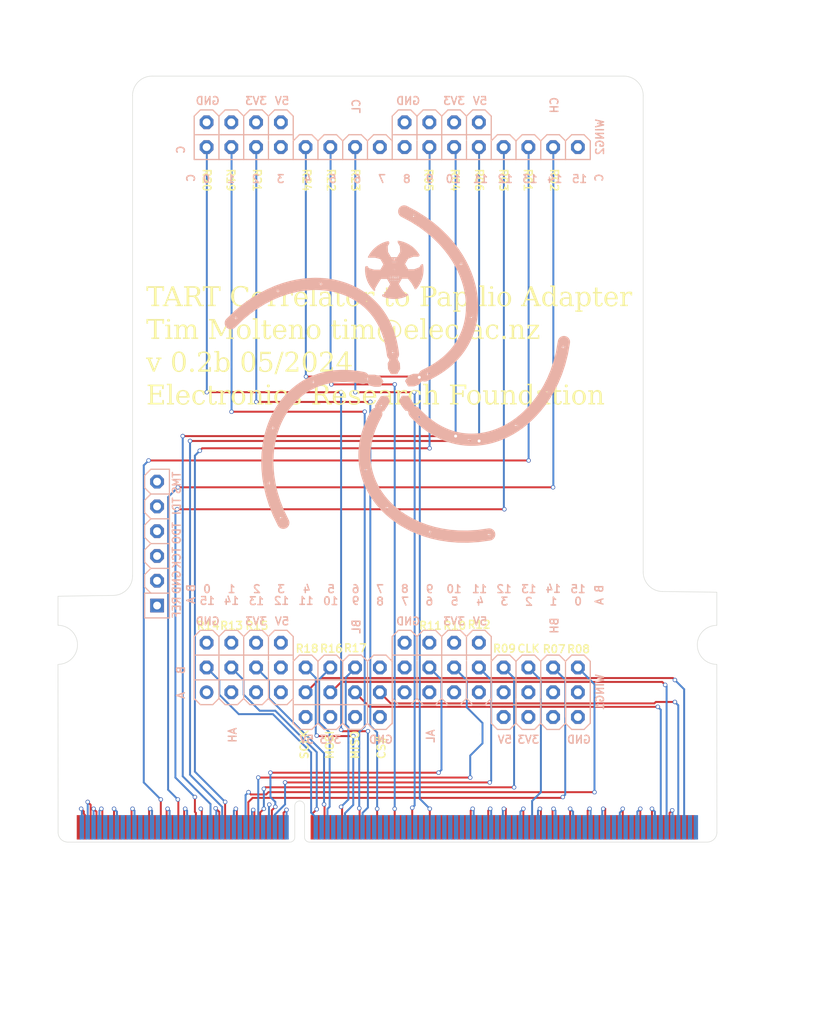
<source format=kicad_pcb>
(kicad_pcb (version 20240108) (generator "pcbnew") (generator_version "8.0")
  (layers (0 "F.Cu" signal) (1 "In1.Cu" signal) (2 "In2.Cu" signal) (31 "B.Cu" signal) (34 "B.Paste" user) (35 "F.Paste" user) (36 "B.SilkS" user "B.Silkscreen") (37 "F.SilkS" user "F.Silkscreen") (38 "B.Mask" user) (39 "F.Mask" user) (44 "Edge.Cuts" user))
  (net 0 "")
  (net 1 "CLK_16")
  (net 23 "R06_I1")
  (net 79 "+5V")
  (net 129 "R03_I1")
  (net 133 "R13_I1")
  (net 134 "GND")
  (net 135 "R15_I1")
  (net 136 "R04_I1")
  (net 137 "R20_I1")
  (net 138 "FPGA_SCLK")
  (net 140 "R23_I1")
  (net 142 "R07_I1")
  (net 143 "FPGA_MISO")
  (net 146 "R22_I1")
  (net 147 "R02_I1")
  (net 148 "R21_I1")
  (net 149 "R12_I1")
  (net 150 "R11_I1")
  (net 151 "R14_I1")
  (net 154 "R10_I1")
  (net 157 "R17_I1")
  (net 158 "R24_I1")
  (net 159 "R01_I1")
  (net 164 "R05_I1")
  (net 166 "R18_I1")
  (net 169 "FPGA_CS#")
  (net 173 "FPGA_MOSI")
  (net 175 "R19_I1")
  (net 176 "R16_I1")
  (net 177 "R08_I1")
  (net 180 "R09_I1")
  (footprint "TART_Library:SODIMM_DDR3_EDGE" (layer "F.Cu") (at 113.06224 126.915855)
    (property "Reference" "U1" (hide yes))
    (property "Value" "TART Correlator SODIMM" (hide yes))
    (fp_line (start -2.11224 -18.015855) (end -2.100671 -0.799328) (stroke (width 0.05)) (layer "Edge.Cuts"))
    (fp_line (start -2.11 -22.02) (end -2.11 -25) (stroke (width 0.05)) (layer "Edge.Cuts"))
    (fp_line (start -1.100672 0.2) (end 21.68776 0.2) (stroke (width 0.05)) (layer "Edge.Cuts"))
    (fp_line (start 22.18776 -3.515855) (end 22.18776 -0.3) (stroke (width 0.05)) (layer "Edge.Cuts"))
    (fp_line (start 23.18776 -3.515855) (end 23.18776 -0.3) (stroke (width 0.05)) (layer "Edge.Cuts"))
    (fp_line (start 23.68776 0.2) (end 64.499328 0.2) (stroke (width 0.05)) (layer "Edge.Cuts"))
    (fp_line (start 65.48776 -22.015855) (end 65.48776 -25.415855) (stroke (width 0.05)) (layer "Edge.Cuts"))
    (fp_line (start 65.48776 -18.015855) (end 65.499328 -0.800672) (stroke (width 0.05)) (layer "Edge.Cuts"))
    (fp_arc (start -2.11 -22.02) (mid -0.11 -20.02) (end -2.11 -18.02) (stroke (width 0.05)) (layer "Edge.Cuts"))
    (fp_arc (start -1.100672 0.2) (mid -1.807541 -0.092656) (end -2.100671 -0.799328) (stroke (width 0.05)) (layer "Edge.Cuts"))
    (fp_arc (start 22.18776 -3.515855) (mid 22.68776 -4.015855) (end 23.18776 -3.515855) (stroke (width 0.05)) (layer "Edge.Cuts"))
    (fp_arc (start 22.18776 -0.3) (mid 22.041311 0.053539) (end 21.68776 0.2) (stroke (width 0.05)) (layer "Edge.Cuts"))
    (fp_arc (start 23.68776 0.2) (mid 23.334232 0.053539) (end 23.18776 -0.3) (stroke (width 0.05)) (layer "Edge.Cuts"))
    (fp_arc (start 65.48776 -18.015855) (mid 63.487765 -20.01585) (end 65.48776 -22.015845) (stroke (width 0.05)) (layer "Edge.Cuts"))
    (fp_arc (start 65.499328 -0.800672) (mid 65.206674 -0.093121) (end 64.499328 0.2) (stroke (width 0.05)) (layer "Edge.Cuts"))
  )
  (footprint "TART_Library:PAPILIO_PRO" (layer "B.Cu") (at 126.196 111.758 -90)
    (property "Reference" "J1" (hide yes))
    (property "Value" "Papilio Pro")
  )
  (gr_poly (pts (xy 145.816637 65.489771) (xy 145.803263 65.50617) (xy 145.805988 65.53507) (xy 145.812347 65.60627) (xy 145.817622 65.668271) (xy 146.031296 66.038371) (xy 146.035046 66.098071) (xy 146.038524 66.156371) (xy 146.041749 66.213071) (xy 146.04474 66.268471) (xy 146.047513 66.32247) (xy 146.050085 66.375171) (xy 146.05247 66.426571) (xy 146.054682 66.476671) (xy 146.056733 66.525471) (xy 146.058635 66.573171) (xy 146.060399 66.619571) (xy 145.747899 67.160871) (xy 145.122899 67.160871) (xy 144.810399 66.619571) (xy 144.808635 66.573171) (xy 144.806733 66.525471) (xy 144.804682 66.476671) (xy 144.80247 66.426571) (xy 144.800085 66.375171) (xy 144.797514 66.32247) (xy 144.79474 66.268471) (xy 144.791749 66.213071) (xy 144.788524 66.156371) (xy 144.785046 66.098071) (xy 144.781296 66.038371) (xy 144.946671 65.751971) (xy 144.945994 65.743571) (xy 144.940097 65.674171) (xy 144.933975 65.605771) (xy 144.933476 65.600471) (xy 144.917729 65.587971) (xy 144.888785 65.562071) (xy 144.861511 65.534371) (xy 144.839621 65.509171) (xy 144.673935 65.548471) (xy 144.495424 65.602871) (xy 144.320631 65.668171) (xy 144.150251 65.744271) (xy 143.984921 65.830771) (xy 143.825291 65.927371) (xy 143.671971 66.03377) (xy 143.525571 66.149471) (xy 143.386641 66.274071) (xy 143.255721 66.406971) (xy 143.133331 66.547871) (xy 143.019931 66.696071) (xy 142.915962 66.850971) (xy 142.821823 67.012071) (xy 142.743083 67.168471) (xy 142.763203 67.19657) (xy 142.770354 67.207971) (xy 142.804001 67.215471) (xy 142.833484 67.222171) (xy 142.841333 67.20867) (xy 143.466331 67.20867) (xy 143.524271 67.223471) (xy 143.580731 67.238171) (xy 143.635731 67.25267) (xy 143.689332 67.266971) (xy 143.741561 67.280971) (xy 143.792451 67.294871) (xy 143.842042 67.308471) (xy 143.890371 67.321771) (xy 143.937472 67.33497) (xy 143.983371 67.34787) (xy 144.028101 67.360571) (xy 144.340601 67.901871) (xy 144.028101 68.443071) (xy 143.403101 68.443071) (xy 143.358371 68.43037) (xy 143.312472 68.41747) (xy 143.265371 68.404371) (xy 143.217042 68.390971) (xy 143.167451 68.377371) (xy 143.116561 68.363571) (xy 143.064332 68.349471) (xy 143.010732 68.33517) (xy 142.955732 68.320771) (xy 142.899272 68.306071) (xy 142.841333 68.29117) (xy 142.728603 68.095871) (xy 142.684611 68.085671) (xy 142.615012 68.069671) (xy 142.591123 68.064371) (xy 142.567873 68.079471) (xy 142.534001 68.098571) (xy 142.499013 68.115471) (xy 142.476142 68.124871) (xy 142.463703 68.25777) (xy 142.457902 68.444271) (xy 142.463703 68.630771) (xy 142.481093 68.81657) (xy 142.509992 69.000871) (xy 142.550302 69.183071) (xy 142.601862 69.36247) (xy 142.664472 69.538271) (xy 142.737883 69.709771) (xy 142.821823 69.87647) (xy 142.915962 70.03757) (xy 143.019931 70.19247) (xy 143.133331 70.340671) (xy 143.255721 70.481531) (xy 143.386641 70.614501) (xy 143.405962 70.631821) (xy 143.408822 70.630751) (xy 143.446012 70.619431) (xy 143.451801 70.618051) (xy 143.472002 70.583931) (xy 143.508662 70.522651) (xy 143.514051 70.51373) (xy 143.460511 70.42097) (xy 143.773011 69.879771) (xy 143.805072 69.829271) (xy 143.836482 69.78007) (xy 143.867262 69.732271) (xy 143.897391 69.685671) (xy 143.926892 69.64037) (xy 143.955781 69.59617) (xy 143.984041 69.553271) (xy 144.011701 69.51147) (xy 144.038751 69.470671) (xy 144.065221 69.431071) (xy 144.091102 69.392371) (xy 144.716103 69.392371) (xy 145.028603 69.93367) (xy 144.716103 70.474941) (xy 144.690221 70.513561) (xy 144.663756 70.553221) (xy 144.636698 70.593951) (xy 144.609041 70.635781) (xy 144.580776 70.678741) (xy 144.551895 70.72287) (xy 144.522391 70.768201) (xy 144.492257 70.814761) (xy 144.461485 70.862601) (xy 144.430072 70.911761) (xy 144.398011 70.96227) (xy 144.265232 70.96227) (xy 144.257111 70.975721) (xy 144.220451 71.03699) (xy 144.210821 71.053251) (xy 144.219581 71.087701) (xy 144.226792 71.125901) (xy 144.231611 71.164471) (xy 144.232651 71.181071) (xy 144.320631 71.22035) (xy 144.495424 71.285681) (xy 144.673935 71.340031) (xy 144.855481 71.38316) (xy 145.039355 71.41493) (xy 145.224851 71.435201) (xy 145.411246 71.44391) (xy 145.597822 71.441011) (xy 145.783857 71.426511) (xy 145.968632 71.40048) (xy 146.15143 71.363011) (xy 146.331545 71.314241) (xy 146.508281 71.25438) (xy 146.680952 71.183641) (xy 146.848891 71.1023) (xy 146.904431 71.071) (xy 146.904111 71.060951) (xy 146.905272 71.023821) (xy 146.893541 71.010511) (xy 146.846591 70.956711) (xy 146.828741 70.936171) (xy 146.798851 70.9016) (xy 146.601291 70.9016) (xy 146.563161 70.8555) (xy 146.526121 70.810431) (xy 146.490131 70.76639) (xy 146.455157 70.72334) (xy 146.421165 70.681271) (xy 146.388123 70.640171) (xy 146.355999 70.60001) (xy 146.324763 70.560781) (xy 146.294388 70.52246) (xy 146.264845 70.48503) (xy 146.236109 70.448481) (xy 145.923609 69.907171) (xy 146.14326 69.526771) (xy 145.956861 69.526771) (xy 145.956861 69.530971) (xy 145.94771 69.530971) (xy 145.94771 69.57497) (xy 145.947667 69.576871) (xy 145.947539 69.57867) (xy 145.947328 69.58037) (xy 145.94703 69.581971) (xy 145.945376 69.58637) (xy 145.942517 69.589571) (xy 145.938452 69.59157) (xy 145.933181 69.59247) (xy 145.933181 69.58627) (xy 145.92755 69.58627) (xy 145.92755 69.592271) (xy 145.925975 69.592071) (xy 145.924511 69.591671) (xy 145.923158 69.59127) (xy 145.921914 69.590671) (xy 145.918949 69.588471) (xy 145.916568 69.58507) (xy 145.914774 69.580671) (xy 145.913674 69.575671) (xy 145.899585 69.575671) (xy 145.899232 69.579271) (xy 145.898177 69.582371) (xy 145.896418 69.58527) (xy 145.893957 69.58767) (xy 145.892523 69.58877) (xy 145.890932 69.589671) (xy 145.889184 69.590471) (xy 145.88728 69.59117) (xy 145.885133 69.591771) (xy 145.882661 69.592171) (xy 145.879862 69.59247) (xy 145.876737 69.59247) (xy 145.873534 69.592271) (xy 145.8705 69.591771) (xy 145.867635 69.590771) (xy 145.864941 69.589371) (xy 145.864941 69.582971) (xy 145.866818 69.584471) (xy 145.868853 69.585671) (xy 145.871046 69.58627) (xy 145.873394 69.58657) (xy 145.87567 69.58637) (xy 145.877645 69.585771) (xy 145.87932 69.584771) (xy 145.880692 69.583471) (xy 145.881761 69.581771) (xy 145.882525 69.579871) (xy 145.882983 69.57767) (xy 145.883136 69.57527) (xy 145.881998 69.569371) (xy 145.878587 69.564171) (xy 145.872901 69.559771) (xy 145.864941 69.556071) (xy 145.864941 69.55037) (xy 145.866695 69.550871) (xy 145.868501 69.55137) (xy 145.870356 69.551871) (xy 145.872263 69.552371) (xy 145.884216 69.556771) (xy 145.892754 69.562171) (xy 145.897877 69.568471) (xy 145.899585 69.575671) (xy 145.913674 69.575671) (xy 145.913564 69.57517) (xy 145.917907 69.574171) (xy 145.918319 69.575471) (xy 145.918739 69.576671) (xy 145.919167 69.57787) (xy 145.919604 69.57897) (xy 145.92117 69.582171) (xy 145.923016 69.584471) (xy 145.925142 69.585771) (xy 145.92755 69.58627) (xy 145.933181 69.58627) (xy 145.933181 69.537971) (xy 145.894209 69.537971) (xy 145.894066 69.539571) (xy 145.89364 69.540971) (xy 145.892931 69.542271) (xy 145.891936 69.543371) (xy 145.890697 69.544271) (xy 145.889256 69.54497) (xy 145.887611 69.54537) (xy 145.885763 69.545471) (xy 145.883911 69.54537) (xy 145.88226 69.54497) (xy 145.880808 69.544371) (xy 145.879555 69.543571) (xy 145.878546 69.54247) (xy 145.877824 69.54127) (xy 145.877392 69.539871) (xy 145.877248 69.538271) (xy 145.877481 69.535971) (xy 145.878181 69.534171) (xy 145.879347 69.53277) (xy 145.880979 69.531771) (xy 145.879715 69.53017) (xy 145.878031 69.52887) (xy 145.875924 69.527971) (xy 145.867782 69.527971) (xy 145.865869 69.528571) (xy 145.864188 69.529471) (xy 145.862741 69.530671) (xy 145.861527 69.532071) (xy 145.860565 69.53367) (xy 145.859878 69.535471) (xy 145.859465 69.537371) (xy 145.859328 69.539371) (xy 145.859328 69.581671) (xy 145.858014 69.584471) (xy 145.856512 69.586971) (xy 145.854824 69.58897) (xy 145.852949 69.590671) (xy 145.851566 69.59147) (xy 145.849862 69.592071) (xy 145.847834 69.592371) (xy 145.845485 69.59247) (xy 145.84248 69.592271) (xy 145.839913 69.591671) (xy 145.837782 69.590571) (xy 145.836088 69.58907) (xy 145.834754 69.587071) (xy 145.833704 69.584771) (xy 145.832938 69.582071) (xy 145.832457 69.57897) (xy 145.835916 69.577171) (xy 145.836594 69.58017) (xy 145.837611 69.582271) (xy 145.838967 69.583571) (xy 145.840664 69.58397) (xy 145.842473 69.58367) (xy 145.843765 69.58267) (xy 145.844542 69.580971) (xy 145.844801 69.57877) (xy 145.844801 69.546671) (xy 145.846236 69.53647) (xy 145.850545 69.52907) (xy 145.852379 69.52787) (xy 145.815307 69.52787) (xy 145.814813 69.528171) (xy 145.814275 69.528471) (xy 145.813695 69.52877) (xy 145.813072 69.52897) (xy 145.812435 69.529171) (xy 145.811811 69.529371) (xy 145.8112 69.529671) (xy 145.8106 69.529871) (xy 145.810005 69.53017) (xy 145.809398 69.530571) (xy 145.808784 69.531071) (xy 145.808162 69.531671) (xy 145.807614 69.53267) (xy 145.807223 69.534471) (xy 145.806988 69.537171) (xy 145.806909 69.540671) (xy 145.806909 69.57997) (xy 145.807083 69.58137) (xy 145.807606 69.58267) (xy 145.808474 69.58367) (xy 145.809691 69.584571) (xy 145.810316 69.584871) (xy 145.810964 69.58517) (xy 145.811638 69.585471) (xy 145.812338 69.585771) (xy 145.813043 69.585971) (xy 145.813728 69.58627) (xy 145.814398 69.586671) (xy 145.815051 69.587071) (xy 145.815051 69.590671) (xy 145.782347 69.590671) (xy 145.782347 69.587071) (xy 145.783225 69.586671) (xy 145.784366 69.58617) (xy 145.78577 69.585671) (xy 145.787436 69.58517) (xy 145.787971 69.58507) (xy 145.788488 69.584871) (xy 145.788989 69.584771) (xy 145.789472 69.584571) (xy 145.790778 69.58367) (xy 145.791711 69.582171) (xy 145.792271 69.58007) (xy 145.792457 69.577271) (xy 145.792457 69.539771) (xy 145.793024 69.528571) (xy 145.786827 69.528571) (xy 145.786827 69.53897) (xy 145.784641 69.53617) (xy 145.78242 69.534171) (xy 145.780167 69.532971) (xy 145.777878 69.53257) (xy 145.777015 69.53257) (xy 145.776648 69.53277) (xy 145.776322 69.53287) (xy 145.777091 69.53387) (xy 145.777641 69.53497) (xy 145.777971 69.535971) (xy 145.778081 69.536971) (xy 145.777976 69.537971) (xy 145.777658 69.53897) (xy 145.77713 69.539771) (xy 145.776389 69.540571) (xy 145.775462 69.54117) (xy 145.774376 69.54157) (xy 145.773126 69.541871) (xy 145.771717 69.541971) (xy 145.770291 69.541771) (xy 145.768993 69.54137) (xy 145.767819 69.540671) (xy 145.766775 69.539571) (xy 145.765915 69.538371) (xy 145.765302 69.537071) (xy 145.764934 69.535571) (xy 145.764812 69.53397) (xy 145.764862 69.532371) (xy 145.765014 69.530971) (xy 145.765269 69.529771) (xy 145.765625 69.52867) (xy 145.766679 69.526771) (xy 145.752696 69.526771) (xy 145.752696 69.530971) (xy 145.743545 69.530971) (xy 145.743545 69.57497) (xy 145.743502 69.576871) (xy 145.743374 69.57867) (xy 145.743162 69.58037) (xy 145.742866 69.581971) (xy 145.741211 69.58637) (xy 145.73835 69.589571) (xy 145.734287 69.59157) (xy 145.729016 69.59247) (xy 145.729016 69.58627) (xy 145.723385 69.58627) (xy 145.723385 69.592271) (xy 145.721809 69.592071) (xy 145.720345 69.591671) (xy 145.718993 69.59127) (xy 145.717749 69.590671) (xy 145.714784 69.588471) (xy 145.712403 69.58507) (xy 145.711547 69.582971) (xy 145.690938 69.582971) (xy 145.690774 69.584871) (xy 145.690278 69.58657) (xy 145.689453 69.588071) (xy 145.688296 69.589371) (xy 145.687627 69.58997) (xy 145.686908 69.590471) (xy 145.686136 69.590971) (xy 145.685315 69.59127) (xy 145.684453 69.59157) (xy 145.683562 69.591771) (xy 145.68264 69.591971) (xy 145.680738 69.591971) (xy 145.679818 69.591771) (xy 145.678925 69.59157) (xy 145.678065 69.59127) (xy 145.675632 69.58997) (xy 145.673896 69.588071) (xy 145.672855 69.585771) (xy 145.672506 69.582971) (xy 145.672672 69.581071) (xy 145.673167 69.579371) (xy 145.673994 69.57787) (xy 145.67515 69.57647) (xy 145.675789 69.575871) (xy 145.676488 69.57537) (xy 145.677246 69.574871) (xy 145.678065 69.574571) (xy 145.678925 69.574171) (xy 145.679818 69.57397) (xy 145.680738 69.57387) (xy 145.681689 69.57377) (xy 145.68264 69.57387) (xy 145.683562 69.57397) (xy 145.684453 69.574171) (xy 145.685313 69.574471) (xy 145.687774 69.575871) (xy 145.689532 69.57777) (xy 145.690587 69.58017) (xy 145.690938 69.582971) (xy 145.711547 69.582971) (xy 145.710609 69.580671) (xy 145.709399 69.57517) (xy 145.713742 69.574171) (xy 145.714154 69.575471) (xy 145.714574 69.576671) (xy 145.715001 69.57787) (xy 145.715439 69.57897) (xy 145.717005 69.582171) (xy 145.718851 69.584471) (xy 145.720977 69.585771) (xy 145.723385 69.58627) (xy 145.729016 69.58627) (xy 145.729016 69.55747) (xy 145.652817 69.55747) (xy 145.65233 69.564371) (xy 145.650868 69.570571) (xy 145.64843 69.57617) (xy 145.645017 69.58117) (xy 145.640775 69.585471) (xy 145.635846 69.58867) (xy 145.630228 69.590971) (xy 145.623925 69.592271) (xy 145.623925 69.58657) (xy 145.618291 69.58657) (xy 145.618291 69.59247) (xy 145.615688 69.592171) (xy 145.613239 69.591771) (xy 145.610942 69.59117) (xy 145.608797 69.59037) (xy 145.603429 69.587371) (xy 145.59905 69.583171) (xy 145.595665 69.57787) (xy 145.59327 69.57137) (xy 145.599098 69.569171) (xy 145.599631 69.570771) (xy 145.600216 69.572271) (xy 145.600852 69.57387) (xy 145.601538 69.57537) (xy 145.604442 69.58007) (xy 145.608203 69.583471) (xy 145.612818 69.585671) (xy 145.618291 69.58657) (xy 145.623925 69.58657) (xy 145.623925 69.585971) (xy 145.629509 69.58257) (xy 145.633498 69.575971) (xy 145.635891 69.56617) (xy 145.636689 69.553171) (xy 145.636473 69.55027) (xy 145.630986 69.55027) (xy 145.630986 69.55617) (xy 145.592594 69.55617) (xy 145.592996 69.549471) (xy 145.594204 69.543271) (xy 145.596217 69.53787) (xy 145.599034 69.533071) (xy 145.602823 69.52887) (xy 145.60734 69.525671) (xy 145.612588 69.523571) (xy 145.618562 69.52247) (xy 145.618562 69.528271) (xy 145.614284 69.530571) (xy 145.611229 69.53497) (xy 145.609397 69.54157) (xy 145.608785 69.55027) (xy 145.630986 69.55027) (xy 145.636473 69.55027) (xy 145.635908 69.54267) (xy 145.633567 69.53507) (xy 145.629663 69.53017) (xy 145.624196 69.527971) (xy 145.624196 69.522371) (xy 145.630355 69.523371) (xy 145.635879 69.52537) (xy 145.640766 69.528571) (xy 145.645017 69.53287) (xy 145.64843 69.538071) (xy 145.650868 69.54387) (xy 145.65233 69.55037) (xy 145.652817 69.55747) (xy 145.729016 69.55747) (xy 145.729016 69.530971) (xy 145.723385 69.530971) (xy 145.712248 69.530971) (xy 145.712248 69.52497) (xy 145.723385 69.52497) (xy 145.723385 69.530971) (xy 145.729016 69.530971) (xy 145.729016 69.501071) (xy 145.737298 69.50147) (xy 145.737721 69.50267) (xy 145.738103 69.50387) (xy 145.738449 69.50497) (xy 145.738757 69.50617) (xy 145.739049 69.507371) (xy 145.73935 69.508571) (xy 145.739659 69.509771) (xy 145.739978 69.511071) (xy 145.740317 69.512271) (xy 145.740691 69.513471) (xy 145.741097 69.514771) (xy 145.741538 69.515971) (xy 145.742024 69.517171) (xy 145.742563 69.518371) (xy 145.743159 69.519471) (xy 145.743811 69.520571) (xy 145.744591 69.52157) (xy 145.745573 69.52257) (xy 145.74676 69.523471) (xy 145.748151 69.524171) (xy 145.748729 69.524471) (xy 145.749312 69.524771) (xy 145.7499 69.52507) (xy 145.750492 69.52537) (xy 145.751074 69.525671) (xy 145.751635 69.525971) (xy 145.752176 69.52637) (xy 145.752696 69.526771) (xy 145.766679 69.526771) (xy 145.767179 69.525871) (xy 145.769333 69.52387) (xy 145.772089 69.52267) (xy 145.775446 69.522271) (xy 145.778546 69.52267) (xy 145.781477 69.52387) (xy 145.784237 69.525771) (xy 145.786827 69.528571) (xy 145.793024 69.528571) (xy 145.793272 69.52367) (xy 145.815307 69.52367) (xy 145.815307 69.52787) (xy 145.852379 69.52787) (xy 145.857727 69.524371) (xy 145.867782 69.522371) (xy 145.867782 69.527971) (xy 145.875924 69.527971) (xy 145.873394 69.52757) (xy 145.873394 69.522371) (xy 145.877678 69.522971) (xy 145.88158 69.52397) (xy 145.885102 69.52537) (xy 145.888242 69.527271) (xy 145.889586 69.528371) (xy 145.890767 69.529471) (xy 145.891788 69.530671) (xy 145.89265 69.531971) (xy 145.893331 69.533371) (xy 145.893818 69.534771) (xy 145.89411 69.53637) (xy 145.894209 69.537971) (xy 145.933181 69.537971) (xy 145.933181 69.530971) (xy 145.92755 69.530971) (xy 145.916413 69.530971) (xy 145.916413 69.52497) (xy 145.92755 69.52497) (xy 145.92755 69.530971) (xy 145.933181 69.530971) (xy 145.933181 69.501071) (xy 145.941463 69.50147) (xy 145.941886 69.50267) (xy 145.942269 69.50387) (xy 145.942614 69.50497) (xy 145.942922 69.50617) (xy 145.943214 69.507371) (xy 145.943515 69.508571) (xy 145.943825 69.509771) (xy 145.944143 69.511071) (xy 145.944482 69.512271) (xy 145.944856 69.513471) (xy 145.945262 69.514771) (xy 145.945703 69.515971) (xy 145.946189 69.517171) (xy 145.946728 69.518371) (xy 145.947324 69.519471) (xy 145.947976 69.520571) (xy 145.948756 69.52157) (xy 145.94974 69.52257) (xy 145.950926 69.523471) (xy 145.952317 69.524171) (xy 145.952894 69.524471) (xy 145.953477 69.524771) (xy 145.954065 69.52507) (xy 145.954657 69.52537) (xy 145.955239 69.525671) (xy 145.955802 69.525971) (xy 145.956341 69.52637) (xy 145.956861 69.526771) (xy 146.14326 69.526771) (xy 146.15989 69.497971) (xy 145.570522 69.497971) (xy 145.569806 69.498371) (xy 145.569072 69.49877) (xy 145.568321 69.49907) (xy 145.567553 69.499271) (xy 145.566794 69.499571) (xy 145.566069 69.499871) (xy 145.565377 69.50017) (xy 145.564719 69.500471) (xy 145.563451 69.50137) (xy 145.562544 69.50247) (xy 145.562 69.50367) (xy 145.561818 69.50517) (xy 145.561818 69.57997) (xy 145.561997 69.58137) (xy 145.562528 69.58267) (xy 145.563414 69.58367) (xy 145.564655 69.584571) (xy 145.565283 69.584871) (xy 145.565948 69.58517) (xy 145.566651 69.585471) (xy 145.567392 69.585771) (xy 145.568145 69.585971) (xy 145.568886 69.58627) (xy 145.569615 69.586671) (xy 145.57033 69.587071) (xy 145.57033 69.590671) (xy 145.538714 69.590671) (xy 145.538714 69.587071) (xy 145.539465 69.586671) (xy 145.540219 69.58627) (xy 145.540979 69.585971) (xy 145.541743 69.585771) (xy 145.542489 69.585471) (xy 145.543197 69.58517) (xy 145.543868 69.584871) (xy 145.544499 69.584571) (xy 145.545721 69.58367) (xy 145.546593 69.58267) (xy 145.547116 69.58137) (xy 145.547291 69.57997) (xy 145.547291 69.55747) (xy 145.524071 69.55747) (xy 145.523584 69.564371) (xy 145.52212 69.570571) (xy 145.519683 69.57617) (xy 145.51627 69.58117) (xy 145.512027 69.585471) (xy 145.507098 69.58867) (xy 145.501482 69.590971) (xy 145.495178 69.592271) (xy 145.495178 69.58657) (xy 145.489543 69.58657) (xy 145.489543 69.59247) (xy 145.486942 69.592171) (xy 145.484492 69.591771) (xy 145.482196 69.59117) (xy 145.480051 69.59037) (xy 145.474681 69.587371) (xy 145.470304 69.583171) (xy 145.466917 69.57787) (xy 145.464524 69.57137) (xy 145.47035 69.569171) (xy 145.470885 69.570771) (xy 145.471469 69.572271) (xy 145.472105 69.57387) (xy 145.472791 69.57537) (xy 145.475695 69.58007) (xy 145.479455 69.583471) (xy 145.484071 69.585671) (xy 145.489543 69.58657) (xy 145.495178 69.58657) (xy 145.495178 69.585971) (xy 145.500763 69.58257) (xy 145.504752 69.575971) (xy 145.507144 69.56617) (xy 145.507642 69.558071) (xy 145.440623 69.558071) (xy 145.440061 69.565471) (xy 145.438369 69.572271) (xy 145.435551 69.578171) (xy 145.431606 69.583371) (xy 145.427066 69.587271) (xy 145.421994 69.59007) (xy 145.416388 69.591771) (xy 145.410247 69.59247) (xy 145.410247 69.58627) (xy 145.404615 69.58627) (xy 145.404615 69.592171) (xy 145.402548 69.591771) (xy 145.400619 69.59127) (xy 145.398823 69.590571) (xy 145.397164 69.589871) (xy 145.393164 69.587071) (xy 145.389765 69.583271) (xy 145.389594 69.582971) (xy 145.359934 69.582971) (xy 145.359768 69.584871) (xy 145.359273 69.58657) (xy 145.358447 69.588071) (xy 145.35729 69.589371) (xy 145.356621 69.58997) (xy 145.355902 69.590471) (xy 145.355131 69.590971) (xy 145.354309 69.59127) (xy 145.353447 69.59157) (xy 145.352556 69.591771) (xy 145.351635 69.591971) (xy 145.349733 69.591971) (xy 145.348812 69.591771) (xy 145.347921 69.59157) (xy 145.347058 69.59127) (xy 145.344627 69.58997) (xy 145.34289 69.588071) (xy 145.341848 69.585771) (xy 145.341501 69.582971) (xy 145.341666 69.581071) (xy 145.342163 69.579371) (xy 145.342988 69.57787) (xy 145.344144 69.57647) (xy 145.344785 69.575871) (xy 145.345064 69.575671) (xy 145.322452 69.575671) (xy 145.3221 69.579271) (xy 145.321046 69.582371) (xy 145.319287 69.58527) (xy 145.316826 69.58767) (xy 145.315391 69.58877) (xy 145.3138 69.589671) (xy 145.312052 69.590471) (xy 145.310149 69.59117) (xy 145.308001 69.591771) (xy 145.305529 69.592171) (xy 145.30273 69.59247) (xy 145.299605 69.59247) (xy 145.296402 69.592271) (xy 145.293369 69.591771) (xy 145.290504 69.590771) (xy 145.28781 69.589371) (xy 145.28781 69.582971) (xy 145.289686 69.584471) (xy 145.291721 69.585671) (xy 145.293913 69.58627) (xy 145.296262 69.58657) (xy 145.298538 69.58637) (xy 145.300514 69.585771) (xy 145.302187 69.584771) (xy 145.30356 69.583471) (xy 145.30463 69.581771) (xy 145.305393 69.579871) (xy 145.305852 69.57767) (xy 145.306004 69.57527) (xy 145.304868 69.569371) (xy 145.301455 69.564171) (xy 145.295769 69.559771) (xy 145.28781 69.556071) (xy 145.28781 69.55037) (xy 145.289564 69.550871) (xy 145.291368 69.55137) (xy 145.293225 69.551871) (xy 145.295131 69.552371) (xy 145.307085 69.556771) (xy 145.315622 69.562171) (xy 145.320744 69.568471) (xy 145.322452 69.575671) (xy 145.345064 69.575671) (xy 145.345483 69.57537) (xy 145.346241 69.574871) (xy 145.347058 69.574571) (xy 145.347921 69.574171) (xy 145.348812 69.57397) (xy 145.349733 69.57387) (xy 145.350684 69.57377) (xy 145.351635 69.57387) (xy 145.352556 69.57397) (xy 145.353447 69.574171) (xy 145.354309 69.574471) (xy 145.35677 69.575871) (xy 145.358527 69.57777) (xy 145.359582 69.58017) (xy 145.359934 69.582971) (xy 145.389594 69.582971) (xy 145.386967 69.578371) (xy 145.38477 69.572371) (xy 145.39039 69.570671) (xy 145.390848 69.571971) (xy 145.391339 69.573271) (xy 145.391864 69.574571) (xy 145.392423 69.575871) (xy 145.394658 69.57997) (xy 145.397435 69.583071) (xy 145.400754 69.58517) (xy 145.404615 69.58627) (xy 145.410247 69.58627) (xy 145.416453 69.583571) (xy 145.420886 69.57787) (xy 145.423546 69.56907) (xy 145.424432 69.557271) (xy 145.424368 69.55407) (xy 145.424177 69.551071) (xy 145.423859 69.548171) (xy 145.423414 69.545571) (xy 145.421471 69.53887) (xy 145.418629 69.53387) (xy 145.414889 69.53027) (xy 145.410247 69.528371) (xy 145.410247 69.527971) (xy 145.404615 69.527971) (xy 145.401617 69.528471) (xy 145.399205 69.529571) (xy 145.397378 69.53117) (xy 145.396136 69.533271) (xy 145.396556 69.533471) (xy 145.397 69.53367) (xy 145.397472 69.53397) (xy 145.397967 69.534171) (xy 145.398466 69.534471) (xy 145.39895 69.534771) (xy 145.399416 69.53507) (xy 145.399641 69.53527) (xy 145.399865 69.535471) (xy 145.40029 69.535871) (xy 145.40068 69.53637) (xy 145.401036 69.536971) (xy 145.401358 69.53757) (xy 145.401624 69.538271) (xy 145.401815 69.539171) (xy 145.40193 69.54027) (xy 145.401967 69.54157) (xy 145.401831 69.54287) (xy 145.401418 69.54407) (xy 145.400731 69.54527) (xy 145.399768 69.54637) (xy 145.398631 69.547271) (xy 145.397423 69.54787) (xy 145.396143 69.548271) (xy 145.394791 69.548371) (xy 145.393475 69.548371) (xy 145.392303 69.548171) (xy 145.391275 69.547971) (xy 145.39039 69.54767) (xy 145.388288 69.54627) (xy 145.386785 69.544471) (xy 145.385885 69.542071) (xy 145.385584 69.539171) (xy 145.385701 69.537971) (xy 145.317076 69.537971) (xy 145.316934 69.539571) (xy 145.316508 69.540971) (xy 145.315798 69.542271) (xy 145.314804 69.543371) (xy 145.313567 69.544271) (xy 145.312124 69.54497) (xy 145.310479 69.54537) (xy 145.30863 69.545471) (xy 145.306779 69.54537) (xy 145.305128 69.54497) (xy 145.303676 69.544371) (xy 145.302423 69.543571) (xy 145.301414 69.54247) (xy 145.300693 69.54127) (xy 145.30026 69.539871) (xy 145.300117 69.538271) (xy 145.300349 69.535971) (xy 145.301048 69.534171) (xy 145.302214 69.53277) (xy 145.303846 69.531771) (xy 145.302584 69.53017) (xy 145.300899 69.52887) (xy 145.298792 69.527971) (xy 145.290649 69.527971) (xy 145.288737 69.528571) (xy 145.287058 69.529471) (xy 145.285609 69.530671) (xy 145.284394 69.532071) (xy 145.283432 69.53367) (xy 145.282745 69.535471) (xy 145.282334 69.537371) (xy 145.282196 69.539371) (xy 145.282196 69.581671) (xy 145.280881 69.584471) (xy 145.279381 69.586971) (xy 145.277692 69.58897) (xy 145.275817 69.590671) (xy 145.274436 69.59147) (xy 145.27273 69.592071) (xy 145.270703 69.592371) (xy 145.268353 69.59247) (xy 145.265349 69.592271) (xy 145.262782 69.591671) (xy 145.26065 69.590571) (xy 145.258956 69.58907) (xy 145.257622 69.587071) (xy 145.256572 69.584771) (xy 145.255806 69.582071) (xy 145.255326 69.57897) (xy 145.258784 69.577171) (xy 145.259462 69.58017) (xy 145.260479 69.582271) (xy 145.261836 69.583571) (xy 145.263531 69.58397) (xy 145.265341 69.58367) (xy 145.266634 69.58267) (xy 145.267409 69.580971) (xy 145.267668 69.57877) (xy 145.267668 69.558071) (xy 145.238048 69.558071) (xy 145.237484 69.565471) (xy 145.235793 69.572271) (xy 145.232976 69.578171) (xy 145.229029 69.583371) (xy 145.224492 69.587271) (xy 145.219419 69.59007) (xy 145.213811 69.591771) (xy 145.207672 69.59247) (xy 145.207672 69.58627) (xy 145.202038 69.58627) (xy 145.202038 69.592171) (xy 145.199973 69.591771) (xy 145.198043 69.59127) (xy 145.196247 69.590571) (xy 145.194587 69.589871) (xy 145.190587 69.587071) (xy 145.187188 69.583271) (xy 145.187017 69.582971) (xy 145.157357 69.582971) (xy 145.157192 69.584871) (xy 145.156696 69.58657) (xy 145.15587 69.588071) (xy 145.154714 69.589371) (xy 145.154045 69.58997) (xy 145.153325 69.590471) (xy 145.152555 69.590971) (xy 145.151733 69.59127) (xy 145.150871 69.59157) (xy 145.14998 69.591771) (xy 145.14906 69.591971) (xy 145.147158 69.591971) (xy 145.146236 69.591771) (xy 145.145344 69.59157) (xy 145.144482 69.59127) (xy 145.142052 69.58997) (xy 145.140315 69.588071) (xy 145.139272 69.585771) (xy 145.138925 69.582971) (xy 145.13909 69.581071) (xy 145.139586 69.579371) (xy 145.140412 69.57787) (xy 145.141568 69.57647) (xy 145.142208 69.575871) (xy 145.142906 69.57537) (xy 145.143665 69.574871) (xy 145.144482 69.574571) (xy 145.145344 69.574171) (xy 145.146236 69.57397) (xy 145.147158 69.57387) (xy 145.148109 69.57377) (xy 145.14906 69.57387) (xy 145.149979 69.57397) (xy 145.150871 69.574171) (xy 145.151732 69.574471) (xy 145.154193 69.575871) (xy 145.155952 69.57777) (xy 145.157005 69.58017) (xy 145.157357 69.582971) (xy 145.187017 69.582971) (xy 145.18439 69.578371) (xy 145.182193 69.572371) (xy 145.187815 69.570671) (xy 145.188271 69.571971) (xy 145.188762 69.573271) (xy 145.189287 69.574571) (xy 145.189846 69.575871) (xy 145.192082 69.57997) (xy 145.194859 69.583071) (xy 145.198178 69.58517) (xy 145.202038 69.58627) (xy 145.207672 69.58627) (xy 145.213878 69.583571) (xy 145.218309 69.57787) (xy 145.220969 69.56907) (xy 145.221855 69.557271) (xy 145.221793 69.55407) (xy 145.221601 69.551071) (xy 145.221284 69.548171) (xy 145.220837 69.545571) (xy 145.218895 69.53887) (xy 145.216053 69.53387) (xy 145.212312 69.53027) (xy 145.207672 69.528371) (xy 145.207672 69.527971) (xy 145.202038 69.527971) (xy 145.199041 69.528471) (xy 145.196629 69.529571) (xy 145.194801 69.53117) (xy 145.193559 69.533271) (xy 145.193979 69.533471) (xy 145.194425 69.53367) (xy 145.194895 69.53397) (xy 145.19539 69.534171) (xy 145.195891 69.534471) (xy 145.196374 69.534771) (xy 145.19684 69.53507) (xy 145.197065 69.53527) (xy 145.19729 69.535471) (xy 145.197501 69.535671) (xy 145.197713 69.535871) (xy 145.198103 69.53637) (xy 145.198459 69.536971) (xy 145.198781 69.53757) (xy 145.199049 69.538271) (xy 145.199239 69.539171) (xy 145.199353 69.54027) (xy 145.199392 69.54157) (xy 145.199254 69.54287) (xy 145.198841 69.54407) (xy 145.198154 69.54527) (xy 145.197191 69.54637) (xy 145.196056 69.547271) (xy 145.194847 69.54787) (xy 145.193567 69.548271) (xy 145.192214 69.548371) (xy 145.190898 69.548371) (xy 145.189726 69.548171) (xy 145.188698 69.547971) (xy 145.187815 69.54767) (xy 145.185711 69.54627) (xy 145.18421 69.544471) (xy 145.183308 69.542071) (xy 145.183007 69.539171) (xy 145.183299 69.53617) (xy 145.184176 69.533471) (xy 145.185637 69.530871) (xy 145.18768 69.528371) (xy 145.188286 69.52787) (xy 145.119364 69.52787) (xy 145.118618 69.528271) (xy 145.11766 69.52877) (xy 145.11649 69.529171) (xy 145.115111 69.529471) (xy 145.114647 69.529671) (xy 145.1142 69.529771) (xy 145.11377 69.52997) (xy 145.113358 69.53007) (xy 145.112205 69.530971) (xy 145.111383 69.53257) (xy 145.110888 69.534871) (xy 145.110725 69.53787) (xy 145.110725 69.576971) (xy 145.110804 69.57907) (xy 145.111046 69.580871) (xy 145.111446 69.582271) (xy 145.112008 69.583371) (xy 145.112326 69.58377) (xy 145.112675 69.58407) (xy 145.113053 69.584371) (xy 145.11346 69.584571) (xy 145.113945 69.584771) (xy 145.114558 69.58497) (xy 145.115296 69.58517) (xy 145.116162 69.585471) (xy 145.11705 69.585771) (xy 145.11786 69.58617) (xy 145.118587 69.58657) (xy 145.119237 69.587071) (xy 145.119237 69.590671) (xy 145.08762 69.590671) (xy 145.08762 69.587071) (xy 145.08836 69.58657) (xy 145.089288 69.586071) (xy 145.090402 69.585671) (xy 145.091704 69.58517) (xy 145.092172 69.58507) (xy 145.092623 69.584871) (xy 145.093057 69.584671) (xy 145.093474 69.584571) (xy 145.094664 69.583571) (xy 145.095515 69.581971) (xy 145.096026 69.579771) (xy 145.096196 69.576871) (xy 145.096196 69.52657) (xy 145.090548 69.52657) (xy 145.090548 69.53397) (xy 145.088151 69.532071) (xy 145.085636 69.530671) (xy 145.083004 69.529871) (xy 145.080251 69.529571) (xy 145.075747 69.53027) (xy 145.072529 69.532371) (xy 145.070599 69.535871) (xy 145.069956 69.540771) (xy 145.069956 69.579571) (xy 145.06999 69.58027) (xy 145.070091 69.580871) (xy 145.070261 69.58137) (xy 145.070499 69.581771) (xy 145.070654 69.581971) (xy 145.070808 69.582171) (xy 145.071195 69.58267) (xy 145.071656 69.583171) (xy 145.072196 69.58367) (xy 145.0727 69.584171) (xy 145.073059 69.584771) (xy 145.073168 69.585071) (xy 145.073276 69.58537) (xy 145.073348 69.586071) (xy 145.073348 69.590671) (xy 145.047108 69.590671) (xy 145.006582 69.590671) (xy 144.971318 69.590671) (xy 144.971318 69.565471) (xy 144.97581 69.565471) (xy 144.976577 69.566671) (xy 144.977454 69.568271) (xy 144.978441 69.570471) (xy 144.979538 69.573071) (xy 144.979958 69.57407) (xy 144.980402 69.57507) (xy 144.980874 69.576071) (xy 144.981368 69.577071) (xy 144.981917 69.577971) (xy 144.982546 69.57887) (xy 144.983255 69.579771) (xy 144.984045 69.580571) (xy 144.984931 69.58137) (xy 144.985926 69.582071) (xy 144.987032 69.58267) (xy 144.988248 69.583271) (xy 144.989542 69.58377) (xy 144.990875 69.584171) (xy 144.992252 69.584471) (xy 144.993671 69.584571) (xy 144.995063 69.584671) (xy 144.996357 69.584771) (xy 144.997553 69.584871) (xy 144.998652 69.584871) (xy 144.999707 69.58497) (xy 145.00077 69.58497) (xy 145.001842 69.58507) (xy 145.002922 69.58507) (xy 145.006582 69.590671) (xy 145.047108 69.590671) (xy 145.047108 69.587071) (xy 145.047889 69.58647) (xy 145.048816 69.585971) (xy 145.049884 69.585571) (xy 145.051097 69.58517) (xy 145.051561 69.58507) (xy 145.052009 69.58497) (xy 145.05244 69.584871) (xy 145.052855 69.584671) (xy 145.053496 69.584171) (xy 145.025526 69.584171) (xy 145.025526 69.590571) (xy 145.013563 69.590571) (xy 144.97215 69.529771) (xy 144.97215 69.52407) (xy 144.984079 69.52407) (xy 144.989348 69.53157) (xy 144.994569 69.53907) (xy 144.999743 69.54657) (xy 145.00487 69.55407) (xy 145.00999 69.56157) (xy 145.015139 69.56907) (xy 145.020318 69.576671) (xy 145.025526 69.584171) (xy 145.053496 69.584171) (xy 145.054008 69.58377) (xy 145.054832 69.582271) (xy 145.055327 69.58007) (xy 145.055493 69.577171) (xy 145.055493 69.546871) (xy 145.022646 69.546871) (xy 145.018173 69.546871) (xy 145.017563 69.545971) (xy 145.016886 69.544671) (xy 145.01614 69.54287) (xy 145.015326 69.540771) (xy 145.014978 69.539871) (xy 145.014614 69.53907) (xy 145.014233 69.538171) (xy 145.013835 69.537271) (xy 145.013393 69.53647) (xy 145.012878 69.535671) (xy 145.012291 69.534871) (xy 145.011632 69.534171) (xy 145.01089 69.533371) (xy 145.010048 69.53277) (xy 145.00911 69.532171) (xy 145.008073 69.531671) (xy 145.006849 69.53117) (xy 145.005345 69.530771) (xy 145.003563 69.530471) (xy 145.001499 69.53017) (xy 144.999411 69.52997) (xy 144.997551 69.529871) (xy 144.99592 69.529671) (xy 144.994517 69.529571) (xy 144.990451 69.52407) (xy 145.022646 69.52407) (xy 145.022646 69.546871) (xy 145.055493 69.546871) (xy 145.055493 69.54147) (xy 145.05586 69.537171) (xy 145.056966 69.533271) (xy 145.058811 69.52997) (xy 145.061391 69.527171) (xy 145.064497 69.52507) (xy 145.068054 69.523471) (xy 145.072058 69.52257) (xy 145.076511 69.522271) (xy 145.080415 69.52257) (xy 145.084055 69.523371) (xy 145.087432 69.524671) (xy 145.090548 69.52657) (xy 145.096196 69.52657) (xy 145.096196 69.52367) (xy 145.119364 69.52367) (xy 145.119364 69.52787) (xy 145.188286 69.52787) (xy 145.190584 69.525971) (xy 145.193945 69.524171) (xy 145.197763 69.522971) (xy 145.202038 69.52247) (xy 145.202038 69.527971) (xy 145.207672 69.527971) (xy 145.207672 69.522371) (xy 145.214028 69.523471) (xy 145.219808 69.525771) (xy 145.225012 69.529171) (xy 145.229641 69.53387) (xy 145.233319 69.539271) (xy 145.235946 69.54507) (xy 145.237523 69.55127) (xy 145.238048 69.558071) (xy 145.267668 69.558071) (xy 145.267668 69.546671) (xy 145.269105 69.53647) (xy 145.273413 69.52907) (xy 145.280595 69.524371) (xy 145.290649 69.522371) (xy 145.290649 69.527971) (xy 145.298792 69.527971) (xy 145.296262 69.52757) (xy 145.296262 69.522371) (xy 145.300546 69.522971) (xy 145.304448 69.52397) (xy 145.307971 69.52537) (xy 145.31111 69.527271) (xy 145.312453 69.528371) (xy 145.313635 69.529471) (xy 145.314657 69.530671) (xy 145.315517 69.531971) (xy 145.3162 69.533371) (xy 145.316687 69.534771) (xy 145.316978 69.53637) (xy 145.317076 69.537971) (xy 145.385701 69.537971) (xy 145.385876 69.53617) (xy 145.386753 69.533471) (xy 145.388213 69.530871) (xy 145.390257 69.528371) (xy 145.393161 69.525971) (xy 145.396522 69.524171) (xy 145.40034 69.522971) (xy 145.404615 69.52247) (xy 145.404615 69.527971) (xy 145.410247 69.527971) (xy 145.410247 69.522371) (xy 145.416604 69.523471) (xy 145.422385 69.525771) (xy 145.427589 69.529171) (xy 145.432216 69.53387) (xy 145.435894 69.539271) (xy 145.438521 69.54507) (xy 145.440098 69.55127) (xy 145.440623 69.558071) (xy 145.507642 69.558071) (xy 145.507943 69.553171) (xy 145.507727 69.55027) (xy 145.50224 69.55027) (xy 145.50224 69.55617) (xy 145.463846 69.55617) (xy 145.464249 69.549471) (xy 145.465456 69.543271) (xy 145.467469 69.53787) (xy 145.470288 69.533071) (xy 145.474077 69.52887) (xy 145.478593 69.525671) (xy 145.48384 69.523571) (xy 145.489814 69.52247) (xy 145.489814 69.528271) (xy 145.485538 69.530571) (xy 145.482483 69.53497) (xy 145.480649 69.54157) (xy 145.480039 69.55027) (xy 145.50224 69.55027) (xy 145.507727 69.55027) (xy 145.507161 69.54267) (xy 145.504819 69.53507) (xy 145.500915 69.53017) (xy 145.495449 69.527971) (xy 145.495449 69.522371) (xy 145.501609 69.523371) (xy 145.507132 69.52537) (xy 145.512019 69.528571) (xy 145.51627 69.53287) (xy 145.519683 69.538071) (xy 145.52212 69.54387) (xy 145.523584 69.55037) (xy 145.524071 69.55747) (xy 145.547291 69.55747) (xy 145.547291 69.49387) (xy 145.570522 69.49387) (xy 145.570522 69.497971) (xy 146.15989 69.497971) (xy 146.236109 69.365971) (xy 146.861112 69.365971) (xy 146.889841 69.40247) (xy 146.919392 69.43997) (xy 146.949762 69.478271) (xy 146.981002 69.51747) (xy 147.013121 69.55767) (xy 147.046162 69.59877) (xy 147.080161 69.640771) (xy 147.115131 69.68387) (xy 147.151121 69.72787) (xy 147.188161 69.772971) (xy 147.226291 69.81907) (xy 147.538791 70.36037) (xy 147.518271 70.39587) (xy 147.544931 70.42647) (xy 147.553841 70.43657) (xy 147.558261 70.436671) (xy 147.597021 70.43967) (xy 147.635521 70.445071) (xy 147.673602 70.452881) (xy 147.682401 70.455261) (xy 147.722371 70.412071) (xy 147.840321 70.267471) (xy 147.949061 70.115871) (xy 148.048171 69.95767) (xy 148.137241 69.79377) (xy 148.215962 69.624571) (xy 148.284001 69.450771) (xy 148.322686 69.330471) (xy 145.924 69.330471) (xy 145.924 69.338471) (xy 145.847712 69.338471) (xy 145.847712 69.330471) (xy 145.84825 69.33017) (xy 145.801649 69.33017) (xy 145.801649 69.338471) (xy 145.742641 69.338471) (xy 145.742641 69.33017) (xy 145.744532 69.329271) (xy 145.746405 69.32867) (xy 145.748263 69.328071) (xy 145.750101 69.32777) (xy 145.751881 69.32747) (xy 145.75356 69.327171) (xy 145.755136 69.326771) (xy 145.756611 69.32637) (xy 145.757968 69.325871) (xy 145.759188 69.32527) (xy 145.760274 69.324571) (xy 145.761223 69.32367) (xy 145.762003 69.32247) (xy 145.76258 69.320771) (xy 145.762954 69.318471) (xy 145.763123 69.315771) (xy 145.76292 69.312371) (xy 145.762174 69.308171) (xy 145.760885 69.303271) (xy 145.759054 69.29767) (xy 145.752223 69.277271) (xy 145.741555 69.277271) (xy 145.700301 69.277271) (xy 145.704373 69.264771) (xy 145.738164 69.264771) (xy 145.741555 69.277271) (xy 145.752223 69.277271) (xy 145.727175 69.20247) (xy 145.735313 69.180471) (xy 145.781165 69.31647) (xy 145.782412 69.319271) (xy 145.784251 69.321671) (xy 145.786685 69.32377) (xy 145.789713 69.325471) (xy 145.791154 69.326071) (xy 145.792629 69.32657) (xy 145.794138 69.327071) (xy 145.795681 69.32757) (xy 145.797224 69.328171) (xy 145.798734 69.32877) (xy 145.800208 69.329371) (xy 145.801649 69.33017) (xy 145.84825 69.33017) (xy 145.849682 69.329371) (xy 145.852076 69.328371) (xy 145.854892 69.32747) (xy 145.858131 69.32647) (xy 145.85932 69.32627) (xy 145.860448 69.325871) (xy 145.861517 69.325471) (xy 145.862528 69.32507) (xy 145.86353 69.324571) (xy 145.864575 69.32367) (xy 145.865661 69.32257) (xy 145.86679 69.32117) (xy 145.867796 69.319171) (xy 145.868514 69.31617) (xy 145.868945 69.312271) (xy 145.869088 69.307371) (xy 145.869088 69.145671) (xy 145.857824 69.145671) (xy 145.857824 69.156871) (xy 145.851324 69.157371) (xy 145.845518 69.15897) (xy 145.840409 69.161671) (xy 145.835992 69.165471) (xy 145.834248 69.16757) (xy 145.832672 69.169771) (xy 145.831264 69.172171) (xy 145.830026 69.174671) (xy 145.828907 69.177271) (xy 145.827856 69.17997) (xy 145.826873 69.18277) (xy 145.825958 69.185471) (xy 145.825098 69.188371) (xy 145.824281 69.19117) (xy 145.823505 69.19407) (xy 145.822772 69.196871) (xy 145.82203 69.199771) (xy 145.821229 69.20257) (xy 145.820368 69.20517) (xy 145.819448 69.20787) (xy 145.810208 69.20787) (xy 145.810208 69.16147) (xy 145.74047 69.16147) (xy 145.738884 69.16277) (xy 145.736704 69.16407) (xy 145.733933 69.16537) (xy 145.730565 69.16657) (xy 145.721748 69.188471) (xy 145.714998 69.208071) (xy 145.708181 69.22767) (xy 145.701296 69.247271) (xy 145.694343 69.266871) (xy 145.691742 69.27407) (xy 145.688952 69.281771) (xy 145.685976 69.28997) (xy 145.682813 69.29867) (xy 145.679964 69.306771) (xy 145.677929 69.313171) (xy 145.676709 69.31777) (xy 145.676301 69.320671) (xy 145.676691 69.32277) (xy 145.67786 69.324471) (xy 145.679809 69.325871) (xy 145.682537 69.326771) (xy 145.683994 69.327171) (xy 145.68552 69.32747) (xy 145.687113 69.32777) (xy 145.688773 69.328071) (xy 145.690451 69.328471) (xy 145.692096 69.32887) (xy 145.693706 69.329471) (xy 145.695282 69.33017) (xy 145.695282 69.338471) (xy 145.621937 69.338471) (xy 145.621937 69.33017) (xy 145.62361 69.329371) (xy 145.625241 69.32877) (xy 145.626831 69.328171) (xy 145.628377 69.32767) (xy 145.629881 69.327171) (xy 145.631344 69.326671) (xy 145.632763 69.326071) (xy 145.634141 69.325471) (xy 145.636937 69.32367) (xy 145.63936 69.32117) (xy 145.641411 69.318071) (xy 145.643087 69.314271) (xy 145.701272 69.15377) (xy 145.587043 69.15377) (xy 145.585661 69.154571) (xy 145.58395 69.15527) (xy 145.581908 69.155971) (xy 145.579536 69.156671) (xy 145.577138 69.157371) (xy 145.575019 69.158171) (xy 145.57318 69.159171) (xy 145.571617 69.16027) (xy 145.570078 69.16247) (xy 145.568979 69.16617) (xy 145.568319 69.17137) (xy 145.568099 69.178171) (xy 145.568099 69.305871) (xy 145.56815 69.309471) (xy 145.568302 69.31277) (xy 145.568557 69.315971) (xy 145.568911 69.31887) (xy 145.56969 69.32147) (xy 145.571212 69.323571) (xy 145.573479 69.32527) (xy 145.576489 69.32657) (xy 145.57791 69.326971) (xy 145.579331 69.327371) (xy 145.580753 69.32777) (xy 145.582174 69.328171) (xy 145.583543 69.328571) (xy 145.584812 69.32907) (xy 145.585979 69.329671) (xy 145.587043 69.330471) (xy 145.587043 69.338471) (xy 145.515107 69.338471) (xy 145.515107 69.330471) (xy 145.516427 69.329671) (xy 145.517797 69.32907) (xy 145.51922 69.328571) (xy 145.520693 69.328171) (xy 145.522175 69.32777) (xy 145.523621 69.32747) (xy 145.525035 69.327071) (xy 145.526416 69.32657) (xy 145.52773 69.326071) (xy 145.528952 69.325571) (xy 145.530081 69.324871) (xy 145.531115 69.32407) (xy 145.532014 69.323171) (xy 145.532733 69.321971) (xy 145.533274 69.320471) (xy 145.533636 69.31877) (xy 145.533874 69.316671) (xy 145.534044 69.31377) (xy 145.534145 69.31037) (xy 145.534179 69.30617) (xy 145.534179 69.15637) (xy 145.522872 69.15637) (xy 145.521854 69.15617) (xy 145.520566 69.156071) (xy 145.519006 69.155971) (xy 145.517176 69.155971) (xy 145.506833 69.15657) (xy 145.497915 69.158471) (xy 145.490421 69.161671) (xy 145.484351 69.166071) (xy 145.479664 69.171671) (xy 145.476314 69.178271) (xy 145.474305 69.185971) (xy 145.473636 69.194571) (xy 145.473805 69.199471) (xy 145.474314 69.20407) (xy 145.475161 69.208271) (xy 145.476347 69.212171) (xy 145.482307 69.221671) (xy 145.492048 69.228371) (xy 145.505568 69.23247) (xy 145.522872 69.23377) (xy 145.522872 69.244871) (xy 145.520914 69.245671) (xy 145.51911 69.24647) (xy 145.517457 69.247271) (xy 145.515955 69.247971) (xy 145.510507 69.25147) (xy 145.505687 69.25627) (xy 145.501493 69.26247) (xy 145.497926 69.269871) (xy 145.496562 69.273471) (xy 145.495317 69.277271) (xy 145.49419 69.281071) (xy 145.493182 69.28507) (xy 145.492227 69.28907) (xy 145.491265 69.292971) (xy 145.490295 69.296971) (xy 145.489316 69.300871) (xy 145.488298 69.304771) (xy 145.487214 69.308571) (xy 145.486062 69.312271) (xy 145.484841 69.315971) (xy 145.48349 69.319471) (xy 145.481944 69.32267) (xy 145.480203 69.325771) (xy 145.478267 69.32867) (xy 145.47611 69.33127) (xy 145.473708 69.333571) (xy 145.471059 69.335571) (xy 145.468166 69.337371) (xy 145.464886 69.33877) (xy 145.461081 69.339771) (xy 145.456751 69.340471) (xy 145.451895 69.340671) (xy 145.446892 69.34007) (xy 145.442118 69.338571) (xy 145.437572 69.335971) (xy 145.433254 69.332371) (xy 145.43151 69.330471) (xy 145.34369 69.330471) (xy 145.34369 69.338471) (xy 145.267402 69.338471) (xy 145.267402 69.330471) (xy 145.269373 69.329371) (xy 145.271766 69.328371) (xy 145.274581 69.32747) (xy 145.277821 69.32647) (xy 145.279008 69.32627) (xy 145.280139 69.325871) (xy 145.281207 69.325471) (xy 145.282218 69.32507) (xy 145.28322 69.324571) (xy 145.284265 69.32367) (xy 145.285351 69.32257) (xy 145.28648 69.32117) (xy 145.287486 69.319171) (xy 145.288204 69.31617) (xy 145.288634 69.312271) (xy 145.288778 69.307371) (xy 145.288778 69.302971) (xy 145.107619 69.302971) (xy 145.106839 69.310771) (xy 145.1045 69.317971) (xy 145.100603 69.324371) (xy 145.095145 69.33017) (xy 145.088044 69.33517) (xy 145.079757 69.33887) (xy 145.070283 69.34137) (xy 145.059624 69.34257) (xy 145.059624 69.332371) (xy 145.065229 69.331871) (xy 145.07036 69.330771) (xy 145.075014 69.32897) (xy 145.079193 69.32657) (xy 145.0826 69.32367) (xy 145.085072 69.320471) (xy 145.086609 69.316871) (xy 145.087212 69.312971) (xy 145.083519 69.311671) (xy 145.080319 69.31017) (xy 145.077611 69.30867) (xy 145.075395 69.306971) (xy 145.0743 69.305971) (xy 145.073325 69.304771) (xy 145.072467 69.303471) (xy 145.071729 69.302071) (xy 145.071135 69.300471) (xy 145.07071 69.298571) (xy 145.070456 69.29637) (xy 145.070371 69.29387) (xy 145.070626 69.29117) (xy 145.071386 69.288471) (xy 145.072656 69.285671) (xy 145.074433 69.28287) (xy 145.076864 69.28027) (xy 145.079547 69.278371) (xy 145.082484 69.277271) (xy 145.085675 69.276871) (xy 145.095276 69.278471) (xy 145.102133 69.283371) (xy 145.106247 69.29157) (xy 145.107619 69.302971) (xy 145.288778 69.302971) (xy 145.288778 69.280971) (xy 145.20598 69.280971) (xy 145.140443 69.280971) (xy 145.140443 69.262971) (xy 145.20598 69.262971) (xy 145.20598 69.280971) (xy 145.288778 69.280971) (xy 145.288778 69.236771) (xy 145.072137 69.236771) (xy 145.071652 69.239271) (xy 145.0702 69.24117) (xy 145.067777 69.242271) (xy 145.064386 69.24257) (xy 145.062481 69.24257) (xy 145.061529 69.24247) (xy 145.060577 69.24247) (xy 145.054323 69.242271) (xy 145.047863 69.24287) (xy 145.042083 69.244571) (xy 145.036983 69.24747) (xy 145.032563 69.25137) (xy 145.02816 69.25787) (xy 145.025015 69.265871) (xy 145.023128 69.275571) (xy 145.0225 69.286771) (xy 145.024115 69.30407) (xy 145.028962 69.317271) (xy 145.037042 69.32637) (xy 145.048353 69.33127) (xy 145.048353 69.342371) (xy 145.035869 69.340571) (xy 145.024605 69.336871) (xy 145.014564 69.33127) (xy 145.005743 69.32397) (xy 144.998737 69.315471) (xy 144.993734 69.306071) (xy 144.990732 69.295771) (xy 144.989731 69.284671) (xy 144.992672 69.266071) (xy 145.001497 69.251671) (xy 145.016206 69.24137) (xy 145.036798 69.23517) (xy 145.036798 69.234571) (xy 145.018342 69.228571) (xy 145.005161 69.21897) (xy 144.997252 69.205871) (xy 144.994615 69.189271) (xy 144.995531 69.179871) (xy 144.998278 69.17127) (xy 145.002859 69.163371) (xy 145.00927 69.15637) (xy 145.017259 69.15037) (xy 145.026436 69.145871) (xy 145.036801 69.142971) (xy 145.048353 69.141671) (xy 145.048353 69.152271) (xy 145.03861 69.156871) (xy 145.03165 69.16497) (xy 145.027475 69.176671) (xy 145.026084 69.191971) (xy 145.02661 69.200471) (xy 145.028188 69.207971) (xy 145.03082 69.214471) (xy 145.034505 69.21997) (xy 145.036306 69.221971) (xy 145.038175 69.22367) (xy 145.040111 69.22507) (xy 145.042115 69.22627) (xy 145.044118 69.227171) (xy 145.046053 69.227971) (xy 145.047921 69.22867) (xy 145.049721 69.229271) (xy 145.051963 69.229771) (xy 145.055155 69.23027) (xy 145.059298 69.230571) (xy 145.064393 69.230971) (xy 145.067782 69.23127) (xy 145.070201 69.232371) (xy 145.071654 69.234171) (xy 145.072137 69.236771) (xy 145.288778 69.236771) (xy 145.288778 69.145671) (xy 145.277514 69.145671) (xy 145.277514 69.156871) (xy 145.271014 69.157371) (xy 145.265208 69.15897) (xy 145.260098 69.161671) (xy 145.255682 69.165471) (xy 145.253938 69.16757) (xy 145.252362 69.169771) (xy 145.250954 69.172171) (xy 145.249716 69.174671) (xy 145.248597 69.177271) (xy 145.247546 69.17997) (xy 145.246563 69.18277) (xy 145.245648 69.185471) (xy 145.244788 69.188371) (xy 145.243972 69.19117) (xy 145.243195 69.19407) (xy 145.242462 69.196871) (xy 145.241721 69.199771) (xy 145.240919 69.20257) (xy 145.240058 69.20517) (xy 145.239138 69.20787) (xy 145.229898 69.20787) (xy 145.229898 69.18517) (xy 145.103779 69.18517) (xy 145.10346 69.189771) (xy 145.102506 69.19387) (xy 145.100913 69.19747) (xy 145.098685 69.200471) (xy 145.095954 69.20287) (xy 145.092859 69.204571) (xy 145.089398 69.205671) (xy 145.085571 69.205971) (xy 145.081779 69.205671) (xy 145.07842 69.204871) (xy 145.075495 69.203471) (xy 145.073004 69.20147) (xy 145.071012 69.19897) (xy 145.069589 69.196071) (xy 145.068735 69.19277) (xy 145.068452 69.18907) (xy 145.068808 69.18527) (xy 145.069879 69.181871) (xy 145.071665 69.17887) (xy 145.074163 69.17627) (xy 145.075717 69.17517) (xy 145.077799 69.17397) (xy 145.080409 69.17277) (xy 145.083546 69.17157) (xy 145.082539 69.167171) (xy 145.080879 69.163271) (xy 145.078564 69.15997) (xy 145.075595 69.157171) (xy 145.072124 69.15497) (xy 145.068307 69.153271) (xy 145.064138 69.152171) (xy 145.059624 69.15147) (xy 145.059624 69.141971) (xy 145.068735 69.14367) (xy 145.077048 69.14657) (xy 145.084564 69.150671) (xy 145.091281 69.155971) (xy 145.0941 69.15877) (xy 145.096579 69.161771) (xy 145.098719 69.16497) (xy 145.10052 69.168371) (xy 145.101945 69.171971) (xy 145.102965 69.176071) (xy 145.103575 69.180471) (xy 145.103779 69.18517) (xy 145.229898 69.18517) (xy 145.229898 69.14367) (xy 145.235943 69.144571) (xy 145.241057 69.14517) (xy 145.245236 69.145571) (xy 145.248485 69.145671) (xy 145.277514 69.145671) (xy 145.288778 69.145671) (xy 145.322699 69.145671) (xy 145.322699 69.307371) (xy 145.322877 69.31247) (xy 145.323414 69.316671) (xy 145.324309 69.31997) (xy 145.32556 69.32247) (xy 145.32634 69.323371) (xy 145.32718 69.32407) (xy 145.328078 69.324671) (xy 145.329036 69.32517) (xy 145.330203 69.325571) (xy 145.331728 69.326071) (xy 145.333612 69.326671) (xy 145.335852 69.327271) (xy 145.338156 69.327971) (xy 145.340232 69.32867) (xy 145.342075 69.329571) (xy 145.34369 69.330471) (xy 145.43151 69.330471) (xy 145.431051 69.32997) (xy 145.428372 69.32647) (xy 145.425221 69.321871) (xy 145.421594 69.31627) (xy 145.421178 69.31497) (xy 145.420881 69.31387) (xy 145.420703 69.31267) (xy 145.420644 69.31157) (xy 145.420737 69.310571) (xy 145.421014 69.309771) (xy 145.421478 69.309171) (xy 145.422127 69.30867) (xy 145.422801 69.308371) (xy 145.423341 69.308171) (xy 145.423745 69.307971) (xy 145.424016 69.307971) (xy 145.425753 69.308271) (xy 145.42759 69.309371) (xy 145.42953 69.31127) (xy 145.431569 69.31377) (xy 145.432312 69.314871) (xy 145.433054 69.315971) (xy 145.433796 69.316971) (xy 145.434538 69.31787) (xy 145.435312 69.31867) (xy 145.436156 69.319271) (xy 145.437066 69.319671) (xy 145.438045 69.319771) (xy 145.440582 69.31897) (xy 145.443304 69.31647) (xy 145.446214 69.312371) (xy 145.44931 69.30657) (xy 145.450734 69.303571) (xy 145.45216 69.30037) (xy 145.453586 69.297071) (xy 145.455012 69.293471) (xy 145.456565 69.289571) (xy 145.45837 69.28497) (xy 145.460432 69.279771) (xy 145.462747 69.27387) (xy 145.46514 69.268071) (xy 145.46743 69.263071) (xy 145.469619 69.25897) (xy 145.471705 69.255771) (xy 145.475972 69.250771) (xy 145.481036 69.246771) (xy 145.486898 69.24367) (xy 145.493558 69.24147) (xy 145.493558 69.240971) (xy 145.481274 69.239671) (xy 145.470347 69.236771) (xy 145.46078 69.232271) (xy 145.452568 69.22627) (xy 145.446273 69.219371) (xy 145.441777 69.211671) (xy 145.439079 69.203171) (xy 145.43818 69.19377) (xy 145.443159 69.17277) (xy 145.458097 69.15777) (xy 145.482994 69.14877) (xy 145.51785 69.145771) (xy 145.522872 69.145771) (xy 145.522872 69.15637) (xy 145.534179 69.15637) (xy 145.534179 69.145771) (xy 145.587043 69.145771) (xy 145.587043 69.15377) (xy 145.701272 69.15377) (xy 145.702613 69.15007) (xy 145.703859 69.147171) (xy 145.705155 69.144771) (xy 145.705755 69.14397) (xy 145.38145 69.14397) (xy 145.38145 69.20787) (xy 145.371976 69.20787) (xy 145.371059 69.20507) (xy 145.370075 69.201671) (xy 145.369023 69.19767) (xy 145.367905 69.193071) (xy 145.366649 69.188371) (xy 145.365189 69.18367) (xy 145.363525 69.179171) (xy 145.361659 69.174871) (xy 145.356872 69.166971) (xy 145.350661 69.16137) (xy 145.343025 69.157971) (xy 145.333962 69.156871) (xy 145.333962 69.145671) (xy 145.371274 69.145671) (xy 145.373166 69.145571) (xy 145.375446 69.14517) (xy 145.378119 69.144571) (xy 145.38118 69.14367) (xy 145.381315 69.14382) (xy 145.38145 69.14397) (xy 145.705755 69.14397) (xy 145.706504 69.142971) (xy 145.707901 69.14157) (xy 145.711294 69.141871) (xy 145.717401 69.14287) (xy 145.72622 69.144571) (xy 145.737755 69.146971) (xy 145.738022 69.14787) (xy 145.738281 69.14877) (xy 145.738531 69.149871) (xy 145.738773 69.151071) (xy 145.739249 69.153571) (xy 145.739724 69.156071) (xy 145.739948 69.157371) (xy 145.740147 69.15867) (xy 145.740321 69.16007) (xy 145.74047 69.16147) (xy 145.810208 69.16147) (xy 145.810208 69.14367) (xy 145.816253 69.144571) (xy 145.821367 69.14517) (xy 145.825546 69.145571) (xy 145.828795 69.145671) (xy 145.857824 69.145671) (xy 145.869088 69.145671) (xy 145.903009 69.145671) (xy 145.903009 69.307371) (xy 145.903187 69.31247) (xy 145.903724 69.316671) (xy 145.904619 69.31997) (xy 145.90587 69.32247) (xy 145.90665 69.323371) (xy 145.907489 69.32407) (xy 145.908388 69.324671) (xy 145.909347 69.32517) (xy 145.910514 69.325571) (xy 145.912038 69.326071) (xy 145.913922 69.326671) (xy 145.916162 69.327271) (xy 145.918466 69.327971) (xy 145.920542 69.32867) (xy 145.922385 69.329571) (xy 145.924 69.330471) (xy 148.322686 69.330471) (xy 148.341112 69.273171) (xy 148.373955 69.14397) (xy 145.96176 69.14397) (xy 145.96176 69.20787) (xy 145.952286 69.20787) (xy 145.951369 69.20507) (xy 145.950385 69.201671) (xy 145.949333 69.19767) (xy 145.948214 69.193071) (xy 145.946959 69.188371) (xy 145.945499 69.18367) (xy 145.943835 69.179171) (xy 145.941969 69.174871) (xy 145.937182 69.166971) (xy 145.930971 69.16137) (xy 145.923335 69.157971) (xy 145.914272 69.156871) (xy 145.914272 69.145671) (xy 145.951584 69.145671) (xy 145.953475 69.145571) (xy 145.955758 69.14517) (xy 145.958429 69.144571) (xy 145.96149 69.14367) (xy 145.961625 69.14382) (xy 145.96176 69.14397) (xy 148.373955 69.14397) (xy 148.387071 69.092371) (xy 148.421692 68.90897) (xy 148.444852 68.72377) (xy 148.456451 68.53757) (xy 148.456451 68.443471) (xy 145.482889 68.443471) (xy 145.482889 68.44507) (xy 145.482793 68.44657) (xy 145.4826 68.448171) (xy 145.48231 68.449671) (xy 145.481928 68.45117) (xy 145.481452 68.45267) (xy 145.480885 68.45407) (xy 145.480229 68.455471) (xy 145.479487 68.456871) (xy 145.47866 68.458171) (xy 145.477755 68.459471) (xy 145.476772 68.460671) (xy 145.475716 68.461771) (xy 145.474591 68.46287) (xy 145.473402 68.46387) (xy 145.472152 68.464771) (xy 145.470848 68.465671) (xy 145.469493 68.46647) (xy 145.468093 68.467071) (xy 145.466654 68.46767) (xy 145.465181 68.468171) (xy 145.46368 68.468571) (xy 145.462157 68.46887) (xy 145.460617 68.469171) (xy 145.459067 68.469271) (xy 145.457512 68.469271) (xy 145.455959 68.469171) (xy 145.454414 68.46907) (xy 145.452882 68.46877) (xy 145.451368 68.468371) (xy 145.449881 68.467971) (xy 145.448424 68.467371) (xy 145.447004 68.466771) (xy 145.445626 68.466071) (xy 145.444296 68.46527) (xy 145.443018 68.464371) (xy 145.441799 68.463371) (xy 145.44064 68.462371) (xy 145.43955 68.46127) (xy 145.43853 68.46007) (xy 145.437585 68.45887) (xy 145.436718 68.45757) (xy 145.435933 68.45617) (xy 145.435234 68.454771) (xy 145.434622 68.453371) (xy 145.434101 68.451971) (xy 145.433672 68.450471) (xy 145.433336 68.44887) (xy 145.433094 68.447371) (xy 145.43295 68.445871) (xy 145.432901 68.444271) (xy 145.43295 68.44267) (xy 145.433094 68.44117) (xy 145.433336 68.439671) (xy 145.433672 68.438071) (xy 145.434101 68.43657) (xy 145.434622 68.43517) (xy 145.435234 68.43377) (xy 145.435933 68.432371) (xy 145.436718 68.430971) (xy 145.437585 68.429671) (xy 145.43853 68.428471) (xy 145.43955 68.427271) (xy 145.44064 68.42617) (xy 145.441799 68.42517) (xy 145.443018 68.424171) (xy 145.444296 68.423271) (xy 145.445626 68.42247) (xy 145.447004 68.421771) (xy 145.448424 68.42117) (xy 145.449881 68.420571) (xy 145.451368 68.42017) (xy 145.452882 68.419771) (xy 145.454414 68.419471) (xy 145.455959 68.419371) (xy 145.457512 68.419271) (xy 145.459067 68.419271) (xy 145.460617 68.419371) (xy 145.462157 68.419671) (xy 145.46368 68.41997) (xy 145.465181 68.42037) (xy 145.466654 68.420871) (xy 145.468093 68.42147) (xy 145.469493 68.422071) (xy 145.470848 68.42287) (xy 145.472152 68.42377) (xy 145.473402 68.424671) (xy 145.474591 68.425671) (xy 145.475716 68.426771) (xy 145.476772 68.42787) (xy 145.477755 68.42907) (xy 145.47866 68.43037) (xy 145.479487 68.431671) (xy 145.480229 68.433071) (xy 145.480885 68.434471) (xy 145.481452 68.435871) (xy 145.481928 68.437371) (xy 145.48231 68.43887) (xy 145.4826 68.44037) (xy 145.482793 68.441971) (xy 145.482889 68.443471) (xy 148.456451 68.443471) (xy 148.456451 68.350971) (xy 148.444852 68.164771) (xy 148.421692 67.979571) (xy 148.402911 67.88017) (xy 148.386031 67.87497) (xy 148.358822 67.864771) (xy 148.337221 67.874171) (xy 148.271541 67.902171) (xy 148.207391 67.929271) (xy 148.190911 67.936071) (xy 148.042581 68.192971) (xy 147.986952 68.21497) (xy 147.932651 68.23627) (xy 147.879631 68.256971) (xy 147.827882 68.276871) (xy 147.777371 68.29627) (xy 147.728071 68.31497) (xy 147.679951 68.333071) (xy 147.632992 68.350671) (xy 147.587161 68.36777) (xy 147.542441 68.384271) (xy 147.498791 68.40027) (xy 146.873791 68.40027) (xy 146.561291 67.85907) (xy 146.66082 67.686671) (xy 145.660285 67.686671) (xy 145.660285 67.690671) (xy 145.630462 67.690671) (xy 145.630462 67.686671) (xy 145.631541 67.68627) (xy 145.632607 67.685871) (xy 145.63366 67.685471) (xy 145.634701 67.68517) (xy 145.635703 67.684771) (xy 145.636641 67.684471) (xy 145.637517 67.68407) (xy 145.638327 67.683571) (xy 145.63987 67.68257) (xy 145.640972 67.68127) (xy 145.641633 67.679771) (xy 145.641853 67.678071) (xy 145.641853 67.61867) (xy 145.649663 67.608471) (xy 145.649663 67.678071) (xy 145.649878 67.679771) (xy 145.650525 67.68127) (xy 145.651604 67.68257) (xy 145.653112 67.683571) (xy 145.653883 67.68407) (xy 145.654702 67.684471) (xy 145.655573 67.684771) (xy 145.656496 67.68517) (xy 145.657443 67.685471) (xy 145.658391 67.685871) (xy 145.659338 67.68627) (xy 145.660285 67.686671) (xy 146.66082 67.686671) (xy 146.711854 67.598271) (xy 145.659812 67.598271) (xy 145.658892 67.598571) (xy 145.657965 67.59887) (xy 145.657028 67.599171) (xy 145.656084 67.599471) (xy 145.652456 67.600971) (xy 145.648829 67.603271) (xy 145.645202 67.60637) (xy 145.641576 67.61027) (xy 145.591478 67.69117) (xy 145.581502 67.69117) (xy 145.581502 67.67637) (xy 145.630914 67.598171) (xy 145.599742 67.598171) (xy 145.598825 67.598571) (xy 145.597904 67.59897) (xy 145.59698 67.599271) (xy 145.596049 67.599671) (xy 145.595141 67.59997) (xy 145.594279 67.60037) (xy 145.593464 67.600771) (xy 145.592696 67.60117) (xy 145.591214 67.602271) (xy 145.590156 67.603571) (xy 145.589521 67.60507) (xy 145.58931 67.606771) (xy 145.58931 67.654571) (xy 145.581502 67.666771) (xy 145.581502 67.65747) (xy 145.544991 67.65747) (xy 145.54447 67.664871) (xy 145.542905 67.67147) (xy 145.540296 67.677371) (xy 145.536644 67.68257) (xy 145.532653 67.68637) (xy 145.528144 67.689371) (xy 145.523119 67.69137) (xy 145.517574 67.692371) (xy 145.517574 67.687071) (xy 145.518961 67.686771) (xy 145.520272 67.68617) (xy 145.521506 67.685571) (xy 145.522663 67.684671) (xy 145.525572 67.680871) (xy 145.52765 67.67507) (xy 145.528896 67.667271) (xy 145.529311 67.65747) (xy 145.529124 67.650671) (xy 145.528565 67.644671) (xy 145.527633 67.639671) (xy 145.526327 67.635571) (xy 145.524736 67.63257) (xy 145.522747 67.63027) (xy 145.52036 67.62867) (xy 145.517574 67.62777) (xy 145.517574 67.62767) (xy 145.511944 67.62767) (xy 145.510617 67.627971) (xy 145.509349 67.628471) (xy 145.50814 67.62907) (xy 145.506992 67.629871) (xy 145.503905 67.63377) (xy 145.501699 67.639671) (xy 145.500377 67.64757) (xy 145.499935 67.65747) (xy 145.500686 67.669671) (xy 145.502938 67.67877) (xy 145.50669 67.684571) (xy 145.511944 67.687171) (xy 145.511944 67.69247) (xy 145.506356 67.69147) (xy 145.501258 67.689571) (xy 145.496654 67.686671) (xy 145.49254 67.68277) (xy 145.488859 67.67757) (xy 145.48623 67.67157) (xy 145.484653 67.664871) (xy 145.484128 67.65747) (xy 145.484661 67.65007) (xy 145.486264 67.643371) (xy 145.488936 67.637371) (xy 145.492677 67.632071) (xy 145.496781 67.628171) (xy 145.497255 67.62787) (xy 145.46201 67.62787) (xy 145.461515 67.628271) (xy 145.460977 67.628571) (xy 145.460398 67.62877) (xy 145.459776 67.62897) (xy 145.459138 67.629171) (xy 145.458514 67.629371) (xy 145.457902 67.629671) (xy 145.457304 67.629871) (xy 145.456707 67.63027) (xy 145.456102 67.630671) (xy 145.455488 67.631071) (xy 145.454865 67.631671) (xy 145.454317 67.63267) (xy 145.453925 67.634571) (xy 145.453691 67.637171) (xy 145.453613 67.640671) (xy 145.453613 67.67997) (xy 145.453786 67.68147) (xy 145.454309 67.68267) (xy 145.455178 67.68377) (xy 145.456395 67.684571) (xy 145.457019 67.684871) (xy 145.457667 67.68517) (xy 145.458342 67.685471) (xy 145.459041 67.685771) (xy 145.459744 67.686071) (xy 145.460432 67.68637) (xy 145.461102 67.686671) (xy 145.461755 67.687071) (xy 145.461755 67.690671) (xy 145.429051 67.690671) (xy 145.429051 67.687071) (xy 145.429929 67.686671) (xy 145.431069 67.68617) (xy 145.432473 67.685771) (xy 145.43414 67.68527) (xy 145.434675 67.68507) (xy 145.435191 67.68497) (xy 145.435692 67.684771) (xy 145.436175 67.684571) (xy 145.437481 67.68367) (xy 145.438414 67.682171) (xy 145.438974 67.68007) (xy 145.439161 67.677271) (xy 145.439161 67.639771) (xy 145.439732 67.628571) (xy 145.433531 67.628571) (xy 145.433531 67.63897) (xy 145.431344 67.63617) (xy 145.429123 67.634171) (xy 145.42687 67.632971) (xy 145.424582 67.63257) (xy 145.424129 67.63257) (xy 145.423719 67.63267) (xy 145.42335 67.63277) (xy 145.423025 67.63287) (xy 145.423795 67.63397) (xy 145.424345 67.63497) (xy 145.424675 67.635971) (xy 145.424785 67.637071) (xy 145.424679 67.638071) (xy 145.424362 67.63897) (xy 145.423833 67.639771) (xy 145.423093 67.640571) (xy 145.422166 67.64117) (xy 145.421079 67.641671) (xy 145.41983 67.641871) (xy 145.418421 67.641971) (xy 145.416994 67.641871) (xy 145.415695 67.64137) (xy 145.414522 67.640671) (xy 145.413477 67.639671) (xy 145.412619 67.638371) (xy 145.412005 67.637071) (xy 145.411638 67.635571) (xy 145.411515 67.63397) (xy 145.411566 67.632371) (xy 145.411718 67.630971) (xy 145.411972 67.629771) (xy 145.412328 67.62867) (xy 145.413326 67.626871) (xy 145.399399 67.626871) (xy 145.399399 67.630971) (xy 145.390247 67.630971) (xy 145.390247 67.67507) (xy 145.390205 67.676971) (xy 145.390078 67.67867) (xy 145.389865 67.68037) (xy 145.389569 67.682071) (xy 145.387913 67.68637) (xy 145.385053 67.689571) (xy 145.38099 67.69157) (xy 145.375719 67.69247) (xy 145.375719 67.68627) (xy 145.370087 67.68627) (xy 145.370087 67.692371) (xy 145.368513 67.692071) (xy 145.367049 67.691671) (xy 145.365695 67.69127) (xy 145.364452 67.690671) (xy 145.361486 67.688471) (xy 145.359106 67.68517) (xy 145.357312 67.680671) (xy 145.356102 67.67517) (xy 145.360445 67.674171) (xy 145.360857 67.675471) (xy 145.361276 67.676671) (xy 145.361705 67.67787) (xy 145.362142 67.67907) (xy 145.363708 67.682171) (xy 145.365555 67.684471) (xy 145.36768 67.685871) (xy 145.370087 67.68627) (xy 145.375719 67.68627) (xy 145.375719 67.630971) (xy 145.370087 67.630971) (xy 145.358951 67.630971) (xy 145.358951 67.62497) (xy 145.370087 67.62497) (xy 145.370087 67.630971) (xy 145.375719 67.630971) (xy 145.375719 67.60117) (xy 145.384001 67.60157) (xy 145.384423 67.60267) (xy 145.384807 67.60387) (xy 145.385152 67.60507) (xy 145.38546 67.60617) (xy 145.385753 67.607371) (xy 145.386053 67.608571) (xy 145.386363 67.609871) (xy 145.386681 67.611071) (xy 145.38702 67.612271) (xy 145.387393 67.613571) (xy 145.3878 67.614771) (xy 145.388241 67.615971) (xy 145.388726 67.617271) (xy 145.389267 67.618371) (xy 145.389863 67.619571) (xy 145.390514 67.620671) (xy 145.391294 67.621671) (xy 145.392276 67.62257) (xy 145.393464 67.623471) (xy 145.394854 67.624271) (xy 145.395433 67.624571) (xy 145.396015 67.624771) (xy 145.396602 67.62507) (xy 145.397194 67.62537) (xy 145.397777 67.625671) (xy 145.398338 67.626071) (xy 145.39888 67.62637) (xy 145.399399 67.626871) (xy 145.413326 67.626871) (xy 145.413881 67.625871) (xy 145.416036 67.62387) (xy 145.418792 67.62277) (xy 145.422149 67.622371) (xy 145.425249 67.62267) (xy 145.428178 67.62387) (xy 145.43094 67.625871) (xy 145.433531 67.628571) (xy 145.439732 67.628571) (xy 145.439976 67.62377) (xy 145.46201 67.62377) (xy 145.46201 67.62787) (xy 145.497255 67.62787) (xy 145.501361 67.62527) (xy 145.506414 67.623371) (xy 145.511944 67.622371) (xy 145.511944 67.62767) (xy 145.517574 67.62767) (xy 145.517574 67.62247) (xy 145.523093 67.623471) (xy 145.52811 67.625471) (xy 145.532628 67.628471) (xy 145.536644 67.632371) (xy 145.540296 67.63757) (xy 145.542905 67.643471) (xy 145.54447 67.65017) (xy 145.544991 67.65747) (xy 145.581502 67.65747) (xy 145.581502 67.606771) (xy 145.58129 67.60507) (xy 145.580653 67.603571) (xy 145.579593 67.602271) (xy 145.578109 67.60117) (xy 145.577373 67.600771) (xy 145.57659 67.60037) (xy 145.575761 67.59997) (xy 145.574884 67.599671) (xy 145.573993 67.599271) (xy 145.573111 67.59897) (xy 145.572244 67.598571) (xy 145.57139 67.598171) (xy 145.57139 67.598071) (xy 145.34161 67.598071) (xy 145.340804 67.598471) (xy 145.340007 67.59877) (xy 145.339217 67.59897) (xy 145.338437 67.599271) (xy 145.337681 67.599471) (xy 145.33697 67.599671) (xy 145.336298 67.59997) (xy 145.33567 67.60017) (xy 145.334489 67.600971) (xy 145.333645 67.602071) (xy 145.333138 67.603371) (xy 145.332971 67.60507) (xy 145.332971 67.67997) (xy 145.333143 67.68147) (xy 145.333662 67.68267) (xy 145.334528 67.68377) (xy 145.335741 67.684571) (xy 145.336367 67.684871) (xy 145.337032 67.68517) (xy 145.337735 67.685471) (xy 145.338476 67.685771) (xy 145.339234 67.686071) (xy 145.339987 67.68637) (xy 145.340737 67.686671) (xy 145.341483 67.687071) (xy 145.341483 67.690671) (xy 145.309867 67.690671) (xy 145.309867 67.687071) (xy 145.310587 67.686671) (xy 145.31132 67.68637) (xy 145.312067 67.686071) (xy 145.312827 67.685771) (xy 145.313577 67.685471) (xy 145.314299 67.68517) (xy 145.31499 67.684871) (xy 145.315653 67.684571) (xy 145.316872 67.68377) (xy 145.317744 67.68267) (xy 145.318267 67.68147) (xy 145.318442 67.67997) (xy 145.318442 67.62637) (xy 145.312794 67.62637) (xy 145.312794 67.63377) (xy 145.310432 67.631971) (xy 145.30795 67.630671) (xy 145.305351 67.629871) (xy 145.302633 67.629571) (xy 145.29807 67.63027) (xy 145.294809 67.63247) (xy 145.292855 67.63617) (xy 145.292202 67.64127) (xy 145.292202 67.67877) (xy 145.292308 67.679771) (xy 145.292627 67.680771) (xy 145.293156 67.681771) (xy 145.2939 67.68267) (xy 145.2942 67.682971) (xy 145.294346 67.683121) (xy 145.294492 67.683271) (xy 145.294776 67.683571) (xy 145.295052 67.68397) (xy 145.295171 67.68412) (xy 145.295289 67.684271) (xy 145.295459 67.684671) (xy 145.29556 67.68527) (xy 145.295577 67.685521) (xy 145.295594 67.685771) (xy 145.295594 67.690671) (xy 145.269354 67.690671) (xy 145.269354 67.687071) (xy 145.270039 67.686671) (xy 145.270741 67.68637) (xy 145.271458 67.686071) (xy 145.272194 67.685771) (xy 145.272921 67.685471) (xy 145.273613 67.68517) (xy 145.274272 67.684871) (xy 145.274898 67.684571) (xy 145.27614 67.68377) (xy 145.277028 67.68267) (xy 145.277561 67.68137) (xy 145.277738 67.67997) (xy 145.277738 67.64147) (xy 145.278132 67.637271) (xy 145.279315 67.633471) (xy 145.281285 67.63007) (xy 145.284044 67.627171) (xy 145.287163 67.62507) (xy 145.290688 67.623571) (xy 145.294621 67.62267) (xy 145.298961 67.622371) (xy 145.302775 67.62257) (xy 145.306352 67.623371) (xy 145.309691 67.624571) (xy 145.312794 67.62637) (xy 145.318442 67.62637) (xy 145.318442 67.59387) (xy 145.34161 67.59387) (xy 145.34161 67.598071) (xy 145.57139 67.598071) (xy 145.57139 67.594171) (xy 145.599742 67.594171) (xy 145.599742 67.598171) (xy 145.630914 67.598171) (xy 145.633379 67.594271) (xy 145.659812 67.594271) (xy 145.659812 67.598271) (xy 146.711854 67.598271) (xy 146.829626 67.394271) (xy 145.544504 67.394271) (xy 145.371298 67.394271) (xy 145.457901 67.244271) (xy 145.544504 67.394271) (xy 146.829626 67.394271) (xy 146.873791 67.31777) (xy 146.917441 67.301671) (xy 146.962161 67.28517) (xy 147.007992 67.268171) (xy 147.054951 67.250571) (xy 147.103071 67.232371) (xy 147.152371 67.21367) (xy 147.202882 67.194371) (xy 147.254631 67.174371) (xy 147.307651 67.15377) (xy 147.361952 67.13247) (xy 147.417581 67.110471) (xy 147.897381 67.110471) (xy 147.927331 67.09787) (xy 147.993011 67.069771) (xy 148.000501 67.06657) (xy 148.004581 67.05507) (xy 148.019881 67.019371) (xy 148.037362 66.984671) (xy 148.056971 66.951071) (xy 148.058192 66.949271) (xy 148.048171 66.930871) (xy 147.949061 66.772671) (xy 147.840321 66.621071) (xy 147.722371 66.476471) (xy 147.595651 66.339471) (xy 147.460661 66.210671) (xy 147.317932 66.090471) (xy 147.168001 65.979371) (xy 147.011451 65.877871) (xy 146.848891 65.78627) (xy 146.680952 65.704872) (xy 146.508281 65.634171) (xy 146.331545 65.574271) (xy 146.15143 65.525571) (xy 145.968632 65.488071) (xy 145.831676 65.46877)) (stroke (width 0.004999)) (fill solid) (layer "B.SilkS"))
  (gr_poly (pts (xy 140.040732 78.71556) (xy 139.896501 78.71974) (xy 139.748293 78.726591) (xy 139.709462 78.7284) (xy 139.557182 78.73821) (xy 139.400742 78.75126) (xy 139.240031 78.767889) (xy 139.201394 78.77212) (xy 139.036342 78.79267) (xy 138.866862 78.81752) (xy 138.692873 78.84708) (xy 138.654563 78.8537) (xy 138.475993 78.888409) (xy 138.292783 78.92877) (xy 138.254963 78.93776) (xy 138.067072 78.98427) (xy 137.874462 79.0375) (xy 137.837273 79.048829) (xy 137.639934 79.10939) (xy 137.437863 79.177939) (xy 137.231103 79.25519) (xy 137.194692 79.2688) (xy 136.983293 79.35551) (xy 136.947802 79.37136) (xy 136.731872 79.468345) (xy 136.511552 79.576503) (xy 136.477111 79.594528) (xy 136.252583 79.714806) (xy 136.024104 79.848228) (xy 135.990842 79.868359) (xy 135.758713 80.016017) (xy 135.523313 80.179084) (xy 135.491372 80.201245) (xy 135.253203 80.380975) (xy 135.222702 80.405078) (xy 134.982302 80.602803) (xy 134.953303 80.628756) (xy 134.711403 80.845897) (xy 134.468801 81.083958) (xy 134.441501 81.11166) (xy 134.199201 81.372231) (xy 134.173703 81.401575) (xy 133.932902 81.686331) (xy 133.694802 81.99703) (xy 133.671203 82.0279) (xy 133.437502 82.366379) (xy 133.415803 82.39866) (xy 133.188403 82.766799) (xy 133.168801 82.800369) (xy 132.949704 83.200149) (xy 132.932204 83.234868) (xy 132.723903 83.668269) (xy 132.708601 83.703999) (xy 132.514001 84.17304) (xy 132.501003 84.209658) (xy 132.323303 84.716338) (xy 132.166101 85.26261) (xy 132.155402 85.299968) (xy 132.023103 85.8877) (xy 132.014704 85.925659) (xy 131.911901 86.556567) (xy 131.905903 86.594978) (xy 131.838103 87.270569) (xy 131.834504 87.309268) (xy 131.807802 88.030737) (xy 131.806604 88.0696) (xy 131.827702 88.837739) (xy 131.828903 88.876589) (xy 131.832502 88.915298) (xy 131.909104 89.730369) (xy 131.915102 89.768779) (xy 132.055603 90.630369) (xy 132.064001 90.668369) (xy 132.277602 91.575168) (xy 132.288303 91.612568) (xy 132.585302 92.562368) (xy 132.598303 92.59897) (xy 132.989602 93.588069) (xy 133.004902 93.62377) (xy 133.502502 94.646968) (xy 133.520002 94.68167) (xy 133.539602 94.715269) (xy 133.561301 94.747568) (xy 133.584902 94.778469) (xy 133.610402 94.807769) (xy 133.637702 94.835469) (xy 133.666604 94.86147) (xy 133.697102 94.885569) (xy 133.729104 94.907668) (xy 133.762302 94.927769) (xy 133.796804 94.945869) (xy 133.832302 94.96167) (xy 133.868703 94.975269) (xy 133.905903 94.986567) (xy 133.943703 94.995569) (xy 133.982004 95.00227) (xy 134.020703 95.00647) (xy 134.059504 95.008269) (xy 134.098403 95.007668) (xy 134.137102 95.004668) (xy 134.175603 94.99917) (xy 134.213703 94.991367) (xy 134.251203 94.98127) (xy 134.288003 94.96877) (xy 134.324001 94.954067) (xy 134.359001 94.93707) (xy 134.392902 94.917969) (xy 134.425503 94.89687) (xy 134.456701 94.873667) (xy 134.486403 94.848667) (xy 134.514602 94.82187) (xy 134.541003 94.793269) (xy 134.565503 94.763169) (xy 134.588203 94.731567) (xy 134.608801 94.698667) (xy 134.627402 94.664468) (xy 134.643801 94.629268) (xy 134.658003 94.593069) (xy 134.669902 94.556069) (xy 134.679401 94.518369) (xy 134.686701 94.480168) (xy 134.691501 94.441567) (xy 134.693903 94.402769) (xy 134.693903 94.363867) (xy 134.691501 94.325068) (xy 134.686701 94.286567) (xy 134.679401 94.248369) (xy 134.669902 94.210669) (xy 134.658003 94.173667) (xy 134.643801 94.137468) (xy 134.627402 94.102168) (xy 134.598171 94.04207) (xy 133.703203 94.04207) (xy 133.703103 94.04417) (xy 133.702802 94.046069) (xy 133.702302 94.047769) (xy 133.701952 94.048568) (xy 133.701604 94.04937) (xy 133.698601 94.053369) (xy 133.694504 94.05627) (xy 133.689201 94.058169) (xy 133.682802 94.05897) (xy 133.682802 94.053867) (xy 133.684902 94.053569) (xy 133.686251 94.053269) (xy 133.677102 94.053269) (xy 133.677102 94.058867) (xy 133.670703 94.05727) (xy 133.665102 94.054067) (xy 133.660102 94.049268) (xy 133.655903 94.042969) (xy 133.652402 94.034868) (xy 133.649902 94.025369) (xy 133.648303 94.014468) (xy 133.647802 94.00207) (xy 133.648303 93.992668) (xy 133.649802 93.984268) (xy 133.652302 93.976968) (xy 133.655703 93.970669) (xy 133.659602 93.965969) (xy 133.664104 93.962368) (xy 133.669201 93.959968) (xy 133.675002 93.958667) (xy 133.675002 93.96377) (xy 133.672502 93.96477) (xy 133.670402 93.96647) (xy 133.668601 93.96897) (xy 133.667204 93.97207) (xy 133.666403 93.97437) (xy 133.665803 93.97707) (xy 133.665202 93.980068) (xy 133.664602 93.983569) (xy 133.664201 93.987468) (xy 133.663903 93.99207) (xy 133.663703 93.99727) (xy 133.663601 94.003169) (xy 133.663903 94.014668) (xy 133.664504 94.02457) (xy 133.665603 94.032969) (xy 133.667102 94.039868) (xy 133.668903 94.04477) (xy 133.671203 94.048667) (xy 133.673903 94.05147) (xy 133.677102 94.053269) (xy 133.686251 94.053269) (xy 133.686701 94.053169) (xy 133.688303 94.052568) (xy 133.688953 94.052169) (xy 133.689602 94.051768) (xy 133.690703 94.050869) (xy 133.691403 94.049868) (xy 133.691603 94.049319) (xy 133.691804 94.04877) (xy 133.691903 94.048219) (xy 133.692004 94.047668) (xy 133.691903 94.047469) (xy 133.691804 94.04727) (xy 133.691703 94.047119) (xy 133.691653 94.047044) (xy 133.691604 94.046968) (xy 133.691553 94.046868) (xy 133.691503 94.046768) (xy 133.691403 94.046567) (xy 133.691327 94.046468) (xy 133.691252 94.046368) (xy 133.691177 94.046268) (xy 133.691101 94.046167) (xy 133.691052 94.046068) (xy 133.691003 94.045969) (xy 133.690903 94.045769) (xy 133.690603 94.045469) (xy 133.690302 94.045068) (xy 133.690102 94.04457) (xy 133.689952 94.044369) (xy 133.689802 94.04417) (xy 133.689703 94.043918) (xy 133.689602 94.043667) (xy 133.689304 94.043169) (xy 133.689253 94.043044) (xy 133.689203 94.04292) (xy 133.689104 94.042668) (xy 133.689001 94.04207) (xy 133.688902 94.041719) (xy 133.688801 94.041367) (xy 133.688801 94.040569) (xy 133.688703 94.039668) (xy 133.688801 94.038667) (xy 133.689002 94.038169) (xy 133.689201 94.037668) (xy 133.689704 94.036567) (xy 133.690402 94.035569) (xy 133.690652 94.035318) (xy 133.690903 94.035068) (xy 133.691403 94.03457) (xy 133.691652 94.034369) (xy 133.691901 94.03417) (xy 133.692202 94.033969) (xy 133.692502 94.03377) (xy 133.692902 94.033618) (xy 133.693303 94.033469) (xy 133.694104 94.033269) (xy 133.694653 94.03322) (xy 133.695202 94.033169) (xy 133.695803 94.033118) (xy 133.696403 94.033069) (xy 133.697602 94.033269) (xy 133.698201 94.033469) (xy 133.698801 94.033667) (xy 133.700002 94.034468) (xy 133.701101 94.035469) (xy 133.702004 94.036768) (xy 133.702352 94.037519) (xy 133.702702 94.038269) (xy 133.703103 94.040068) (xy 133.703203 94.04207) (xy 134.598171 94.04207) (xy 134.573948 93.99227) (xy 133.706804 93.99227) (xy 133.706301 93.998469) (xy 133.704902 94.004067) (xy 133.702402 94.00917) (xy 133.698903 94.013667) (xy 133.697102 94.015569) (xy 133.695102 94.017168) (xy 133.693103 94.018469) (xy 133.690903 94.019668) (xy 133.688601 94.020569) (xy 133.686101 94.021167) (xy 133.683403 94.021567) (xy 133.680503 94.02167) (xy 133.677602 94.02147) (xy 133.674704 94.020869) (xy 133.672004 94.01977) (xy 133.669304 94.018269) (xy 133.669304 94.012668) (xy 133.670253 94.013369) (xy 133.671203 94.014067) (xy 133.673203 94.015068) (xy 133.675202 94.015669) (xy 133.677102 94.015869) (xy 133.679001 94.015769) (xy 133.680703 94.015569) (xy 133.682204 94.015168) (xy 133.683503 94.014668) (xy 133.686804 94.01167) (xy 133.689201 94.00667) (xy 133.690603 93.999668) (xy 133.691101 93.990769) (xy 133.690503 93.97977) (xy 133.688503 93.971567) (xy 133.685202 93.96627) (xy 133.680603 93.963667) (xy 133.680603 93.958569) (xy 133.686403 93.95957) (xy 133.691604 93.961567) (xy 133.696101 93.964668) (xy 133.699902 93.968867) (xy 133.703003 93.97377) (xy 133.705102 93.979268) (xy 133.706403 93.985469) (xy 133.706804 93.99227) (xy 134.573948 93.99227) (xy 134.508187 93.85707) (xy 133.862004 93.85707) (xy 133.862004 93.860769) (xy 133.861701 93.86457) (xy 133.861301 93.868269) (xy 133.860603 93.87187) (xy 133.859704 93.875569) (xy 133.858503 93.879067) (xy 133.857204 93.882568) (xy 133.855603 93.885969) (xy 133.853801 93.88917) (xy 133.851804 93.892368) (xy 133.849704 93.895369) (xy 133.847302 93.898269) (xy 133.844802 93.901069) (xy 133.842102 93.903569) (xy 133.839201 93.906069) (xy 133.836203 93.908269) (xy 133.833103 93.910269) (xy 133.829802 93.91207) (xy 133.826501 93.91377) (xy 133.823003 93.915168) (xy 133.819504 93.916367) (xy 133.815903 93.917368) (xy 133.812204 93.918069) (xy 133.808503 93.918569) (xy 133.804802 93.918867) (xy 133.801101 93.91897) (xy 133.797302 93.91877) (xy 133.793601 93.918369) (xy 133.790002 93.917769) (xy 133.786301 93.91687) (xy 133.782802 93.915769) (xy 133.779304 93.914468) (xy 133.775803 93.912969) (xy 133.772502 93.911167) (xy 133.769304 93.909268) (xy 133.766301 93.907168) (xy 133.763403 93.904868) (xy 133.760603 93.902368) (xy 133.758003 93.899668) (xy 133.755503 93.89687) (xy 133.753203 93.893867) (xy 133.751203 93.890769) (xy 133.749304 93.887568) (xy 133.747602 93.884268) (xy 133.746101 93.880869) (xy 133.744902 93.87727) (xy 133.743801 93.87377) (xy 133.743003 93.870068) (xy 133.742502 93.866367) (xy 133.742102 93.862668) (xy 133.742004 93.85897) (xy 133.742102 93.855168) (xy 133.742502 93.85147) (xy 133.743003 93.847769) (xy 133.743801 93.84417) (xy 133.744902 93.840569) (xy 133.746101 93.83707) (xy 133.747602 93.833667) (xy 133.749304 93.830269) (xy 133.751203 93.82707) (xy 133.753203 93.82397) (xy 133.755503 93.820969) (xy 133.758003 93.818169) (xy 133.760603 93.815569) (xy 133.763403 93.813069) (xy 133.766301 93.810769) (xy 133.769304 93.808569) (xy 133.772502 93.80667) (xy 133.775803 93.804968) (xy 133.779304 93.803469) (xy 133.782802 93.80207) (xy 133.786301 93.801069) (xy 133.790002 93.800168) (xy 133.793601 93.79957) (xy 133.797302 93.79917) (xy 133.801101 93.79897) (xy 133.804802 93.79897) (xy 133.808503 93.799268) (xy 133.812204 93.799868) (xy 133.815903 93.800569) (xy 133.819504 93.801567) (xy 133.823003 93.802769) (xy 133.826501 93.80417) (xy 133.829802 93.805769) (xy 133.833103 93.807568) (xy 133.836203 93.809668) (xy 133.839201 93.81187) (xy 133.842102 93.814268) (xy 133.844802 93.81687) (xy 133.847302 93.81957) (xy 133.849704 93.822468) (xy 133.851804 93.825469) (xy 133.853801 93.828667) (xy 133.855603 93.831968) (xy 133.857204 93.835369) (xy 133.858503 93.83877) (xy 133.859704 93.842368) (xy 133.860603 93.845969) (xy 133.861301 93.849668) (xy 133.861701 93.853369) (xy 133.862004 93.85707) (xy 134.508187 93.85707) (xy 134.142902 93.106069) (xy 133.770102 92.163569) (xy 133.486901 91.257668) (xy 133.299616 90.462668) (xy 132.511203 90.462668) (xy 132.510703 90.467869) (xy 132.509304 90.472568) (xy 132.507004 90.47687) (xy 132.503703 90.480569) (xy 132.499602 90.483669) (xy 132.494802 90.485869) (xy 132.489304 90.487368) (xy 132.483203 90.487969) (xy 132.483203 90.482869) (xy 132.486804 90.482168) (xy 132.489902 90.480869) (xy 132.492602 90.479067) (xy 132.494902 90.47667) (xy 132.496604 90.47387) (xy 132.497902 90.470669) (xy 132.498703 90.466968) (xy 132.498903 90.462969) (xy 132.498303 90.457568) (xy 132.496403 90.452668) (xy 132.493203 90.448269) (xy 132.488801 90.444468) (xy 132.494902 90.440969) (xy 132.502102 90.445769) (xy 132.507102 90.450969) (xy 132.510202 90.45667) (xy 132.511203 90.462668) (xy 133.299616 90.462668) (xy 133.288035 90.413508) (xy 132.507802 90.413508) (xy 132.507502 90.417568) (xy 132.506604 90.42137) (xy 132.505002 90.424897) (xy 132.502902 90.428149) (xy 132.500603 90.430598) (xy 132.497902 90.432998) (xy 132.494602 90.435349) (xy 132.490803 90.437649) (xy 132.484704 90.440969) (xy 132.482402 90.442219) (xy 132.480102 90.443459) (xy 132.477902 90.444668) (xy 132.475903 90.445969) (xy 132.470102 90.450068) (xy 132.466003 90.45457) (xy 132.463503 90.459468) (xy 132.462702 90.464768) (xy 132.462902 90.468169) (xy 132.463703 90.47127) (xy 132.464902 90.47417) (xy 132.466604 90.47687) (xy 132.468903 90.47917) (xy 132.471403 90.480969) (xy 132.474304 90.482268) (xy 132.477602 90.482969) (xy 132.477602 90.487769) (xy 132.471301 90.486768) (xy 132.465803 90.484768) (xy 132.461003 90.48187) (xy 132.456901 90.478169) (xy 132.454001 90.474067) (xy 132.451804 90.46957) (xy 132.450603 90.46457) (xy 132.450202 90.45917) (xy 132.451403 90.45137) (xy 132.455002 90.44437) (xy 132.461101 90.438188) (xy 132.469602 90.43283) (xy 132.475102 90.42978) (xy 132.480603 90.426609) (xy 132.485002 90.423728) (xy 132.488601 90.421147) (xy 132.491101 90.418857) (xy 132.492402 90.417529) (xy 132.493403 90.41616) (xy 132.494304 90.414758) (xy 132.495102 90.41334) (xy 132.495603 90.41179) (xy 132.496003 90.41002) (xy 132.496301 90.40804) (xy 132.496403 90.40584) (xy 132.496101 90.403569) (xy 132.495503 90.40137) (xy 132.494304 90.399228) (xy 132.492802 90.397158) (xy 132.490803 90.395339) (xy 132.488503 90.393938) (xy 132.486003 90.392969) (xy 132.484223 90.39262) (xy 132.477602 90.39262) (xy 132.474802 90.393418) (xy 132.472402 90.394678) (xy 132.470302 90.396389) (xy 132.468503 90.39855) (xy 132.467004 90.40105) (xy 132.466003 90.40374) (xy 132.465302 90.406638) (xy 132.465102 90.409739) (xy 132.465202 90.412769) (xy 132.465603 90.41543) (xy 132.466101 90.417729) (xy 132.466901 90.419678) (xy 132.467902 90.421399) (xy 132.469104 90.423049) (xy 132.470703 90.424619) (xy 132.472502 90.426118) (xy 132.466301 90.429438) (xy 132.464802 90.428418) (xy 132.463403 90.427388) (xy 132.462102 90.426348) (xy 132.460903 90.425308) (xy 132.457602 90.42187) (xy 132.455202 90.418069) (xy 132.453801 90.413899) (xy 132.453403 90.40937) (xy 132.453801 90.405298) (xy 132.455002 90.401519) (xy 132.457004 90.398008) (xy 132.459802 90.39479) (xy 132.463503 90.39189) (xy 132.467702 90.3897) (xy 132.472402 90.388228) (xy 132.477602 90.387468) (xy 132.477602 90.39262) (xy 132.484223 90.39262) (xy 132.483203 90.392419) (xy 132.483203 90.387598) (xy 132.488503 90.388608) (xy 132.493203 90.390398) (xy 132.497402 90.392979) (xy 132.501101 90.396348) (xy 132.504001 90.40022) (xy 132.506101 90.40437) (xy 132.507402 90.408799) (xy 132.507802 90.413508) (xy 133.288035 90.413508) (xy 133.283203 90.392998) (xy 133.270484 90.314968) (xy 132.692102 90.314968) (xy 132.692102 90.318699) (xy 132.691901 90.322429) (xy 132.691403 90.326128) (xy 132.690703 90.3298) (xy 132.689802 90.333418) (xy 132.688703 90.336968) (xy 132.687302 90.340439) (xy 132.685803 90.343828) (xy 132.684001 90.347109) (xy 132.682004 90.350269) (xy 132.679802 90.353298) (xy 132.677502 90.356189) (xy 132.674902 90.358928) (xy 132.672204 90.361509) (xy 132.669401 90.363909) (xy 132.666403 90.366138) (xy 132.663203 90.368169) (xy 132.660002 90.37) (xy 132.656604 90.371628) (xy 132.653203 90.37304) (xy 132.649602 90.374238) (xy 132.646003 90.37521) (xy 132.642402 90.375959) (xy 132.638703 90.376479) (xy 132.635002 90.376768) (xy 132.631203 90.376829) (xy 132.627502 90.37666) (xy 132.623801 90.37625) (xy 132.620102 90.37562) (xy 132.616501 90.374749) (xy 132.612902 90.373669) (xy 132.609401 90.372358) (xy 132.606003 90.37084) (xy 132.602702 90.369109) (xy 132.599504 90.367168) (xy 132.596403 90.365049) (xy 132.593503 90.362729) (xy 132.590703 90.360239) (xy 132.588103 90.357578) (xy 132.585703 90.354768) (xy 132.583403 90.351799) (xy 132.581301 90.348699) (xy 132.579401 90.345478) (xy 132.577802 90.342148) (xy 132.576301 90.338718) (xy 132.575002 90.3352) (xy 132.574001 90.331609) (xy 132.573203 90.327969) (xy 132.572602 90.324277) (xy 132.572302 90.320569) (xy 132.572204 90.316838) (xy 132.572302 90.313108) (xy 132.572602 90.30939) (xy 132.573203 90.305698) (xy 132.574001 90.302058) (xy 132.575002 90.298469) (xy 132.576301 90.294958) (xy 132.577802 90.291528) (xy 132.579401 90.288188) (xy 132.581301 90.284968) (xy 132.583403 90.28187) (xy 132.585703 90.278909) (xy 132.588103 90.276089) (xy 132.590703 90.273428) (xy 132.593503 90.270937) (xy 132.596403 90.268628) (xy 132.599504 90.266499) (xy 132.602702 90.26457) (xy 132.606003 90.262839) (xy 132.609401 90.261318) (xy 132.612902 90.26001) (xy 132.616501 90.258918) (xy 132.620102 90.258059) (xy 132.623801 90.257419) (xy 132.627502 90.257019) (xy 132.631203 90.256838) (xy 132.635002 90.256899) (xy 132.638703 90.257187) (xy 132.642402 90.25771) (xy 132.646003 90.258459) (xy 132.649602 90.259438) (xy 132.653203 90.26064) (xy 132.656604 90.262048) (xy 132.660002 90.263679) (xy 132.663203 90.265508) (xy 132.666403 90.267539) (xy 132.669401 90.269758) (xy 132.672204 90.272168) (xy 132.674902 90.274739) (xy 132.677502 90.277478) (xy 132.679802 90.280369) (xy 132.682004 90.283408) (xy 132.684001 90.286567) (xy 132.685803 90.289849) (xy 132.687302 90.293228) (xy 132.688703 90.296709) (xy 132.689802 90.300259) (xy 132.690703 90.303879) (xy 132.691403 90.307539) (xy 132.691901 90.31125) (xy 132.692102 90.314968) (xy 133.270484 90.314968) (xy 133.149602 89.573379) (xy 133.076901 88.7998) (xy 133.056901 88.072458) (xy 133.082102 87.390879) (xy 133.146003 86.75408) (xy 133.242602 86.160708) (xy 133.366804 85.609128) (xy 133.514001 85.097478) (xy 133.624091 84.783528) (xy 132.822402 84.783528) (xy 132.821804 84.789019) (xy 132.820002 84.792939) (xy 132.816901 84.795288) (xy 132.812602 84.796079) (xy 132.808903 84.79553) (xy 132.806203 84.793889) (xy 132.804704 84.79116) (xy 132.804104 84.787329) (xy 132.804201 84.785898) (xy 132.804304 84.784409) (xy 132.804401 84.782839) (xy 132.804704 84.781189) (xy 132.804902 84.779448) (xy 132.805102 84.777568) (xy 132.805202 84.775569) (xy 132.805202 84.773428) (xy 132.804704 84.76387) (xy 132.803203 84.754429) (xy 132.800703 84.74512) (xy 132.797102 84.735937) (xy 132.795302 84.731948) (xy 132.793303 84.728049) (xy 132.791203 84.724248) (xy 132.789001 84.72054) (xy 132.786701 84.716899) (xy 132.784401 84.713269) (xy 132.782004 84.709678) (xy 132.779704 84.706099) (xy 132.779704 84.697629) (xy 132.781101 84.697629) (xy 132.788801 84.70875) (xy 132.793703 84.71646) (xy 132.797802 84.722998) (xy 132.801203 84.728359) (xy 132.803703 84.732539) (xy 132.811901 84.747529) (xy 132.817702 84.761018) (xy 132.821301 84.773018) (xy 132.822402 84.783528) (xy 133.624091 84.783528) (xy 133.659971 84.681208) (xy 133.053003 84.681208) (xy 133.053003 84.684939) (xy 133.052802 84.68866) (xy 133.052302 84.692368) (xy 133.051604 84.696028) (xy 133.050703 84.699648) (xy 133.049602 84.703198) (xy 133.048203 84.70668) (xy 133.046701 84.710059) (xy 133.044902 84.71334) (xy 133.042902 84.716499) (xy 133.040703 84.719539) (xy 133.038403 84.722429) (xy 133.035803 84.725168) (xy 133.033103 84.727749) (xy 133.030302 84.730149) (xy 133.027302 84.732368) (xy 133.024104 84.734399) (xy 133.020903 84.736228) (xy 133.017502 84.737859) (xy 133.014104 84.73928) (xy 133.010503 84.740469) (xy 133.006901 84.741448) (xy 133.003303 84.7422) (xy 132.999602 84.74272) (xy 132.995903 84.743008) (xy 132.992102 84.743069) (xy 132.988403 84.742888) (xy 132.984704 84.742488) (xy 132.981003 84.741848) (xy 132.977402 84.740989) (xy 132.973801 84.739897) (xy 132.970302 84.738599) (xy 132.966901 84.737068) (xy 132.963601 84.735339) (xy 132.960402 84.733408) (xy 132.957302 84.731279) (xy 132.954401 84.72897) (xy 132.95286 84.727598) (xy 132.838103 84.727598) (xy 132.833503 84.727598) (xy 132.833103 84.72668) (xy 132.832502 84.725479) (xy 132.832004 84.723999) (xy 132.831403 84.722239) (xy 132.831302 84.721884) (xy 132.831203 84.721528) (xy 132.831102 84.721173) (xy 132.831003 84.720818) (xy 132.830703 84.720098) (xy 132.830503 84.71939) (xy 132.829304 84.716399) (xy 132.827702 84.713918) (xy 132.825803 84.711958) (xy 132.823503 84.710508) (xy 132.821604 84.709739) (xy 132.819401 84.709189) (xy 132.816901 84.70886) (xy 132.814104 84.70875) (xy 132.794802 84.70875) (xy 132.787402 84.697629) (xy 132.821101 84.697629) (xy 132.824504 84.697559) (xy 132.828303 84.697368) (xy 132.832402 84.697048) (xy 132.836901 84.696609) (xy 132.838103 84.727598) (xy 132.95286 84.727598) (xy 132.951604 84.726479) (xy 132.949001 84.723818) (xy 132.946604 84.720999) (xy 132.944304 84.71804) (xy 132.942204 84.714939) (xy 132.940302 84.711719) (xy 132.938703 84.708379) (xy 132.937204 84.704949) (xy 132.935903 84.701438) (xy 132.934902 84.697849) (xy 132.934104 84.694209) (xy 132.933503 84.690518) (xy 132.933203 84.686799) (xy 132.933103 84.683069) (xy 132.933203 84.679338) (xy 132.933503 84.67563) (xy 132.934104 84.671938) (xy 132.934902 84.668298) (xy 132.935903 84.664709) (xy 132.937204 84.661189) (xy 132.938703 84.657759) (xy 132.940302 84.654429) (xy 132.942204 84.651208) (xy 132.944304 84.648108) (xy 132.946604 84.645149) (xy 132.949001 84.642329) (xy 132.951604 84.639668) (xy 132.954401 84.637178) (xy 132.957302 84.634858) (xy 132.960402 84.632739) (xy 132.963601 84.630798) (xy 132.966901 84.62907) (xy 132.970302 84.627549) (xy 132.973801 84.62625) (xy 132.977402 84.625159) (xy 132.981003 84.624299) (xy 132.984704 84.62366) (xy 132.988403 84.623249) (xy 132.992102 84.623079) (xy 132.995903 84.62314) (xy 132.999602 84.623428) (xy 133.003303 84.623948) (xy 133.006901 84.6247) (xy 133.010503 84.625669) (xy 133.014104 84.62687) (xy 133.017502 84.628289) (xy 133.020903 84.62991) (xy 133.024104 84.631748) (xy 133.027302 84.633779) (xy 133.030302 84.635999) (xy 133.033103 84.638398) (xy 133.035803 84.640979) (xy 133.038403 84.643718) (xy 133.040703 84.646609) (xy 133.042902 84.649639) (xy 133.044902 84.652798) (xy 133.046701 84.656079) (xy 133.048203 84.659468) (xy 133.049602 84.662939) (xy 133.050703 84.666499) (xy 133.051604 84.67011) (xy 133.052302 84.673779) (xy 133.052802 84.677478) (xy 133.053003 84.681208) (xy 133.659971 84.681208) (xy 133.680102 84.623799) (xy 133.861804 84.186018) (xy 134.055903 83.782048) (xy 134.257602 83.414038) (xy 134.467204 83.074749) (xy 134.683903 82.76083) (xy 134.904802 82.47262) (xy 135.128403 82.208249) (xy 135.345703 81.97458) (xy 135.569201 81.75525) (xy 135.794353 81.55317) (xy 136.012751 81.373531) (xy 136.226613 81.212159) (xy 136.447863 81.058896) (xy 136.654621 80.927374) (xy 136.863523 80.805393) (xy 137.073772 80.692762) (xy 137.264631 80.599064) (xy 137.475031 80.504559) (xy 137.650942 80.432405) (xy 137.857214 80.355342) (xy 138.023042 80.299082) (xy 138.219802 80.238698) (xy 138.382253 80.193799) (xy 138.562773 80.149108) (xy 138.730422 80.11218) (xy 138.886472 80.081841) (xy 139.060461 80.052279) (xy 139.201423 80.031611) (xy 139.356491 80.012303) (xy 139.517202 79.995676) (xy 139.646142 79.984915) (xy 139.787163 79.975834) (xy 139.935373 79.968981) (xy 140.034283 79.966117) (xy 137.201992 79.966117) (xy 137.201992 79.969849) (xy 137.201762 79.973574) (xy 137.201291 79.977277) (xy 137.200603 79.980944) (xy 137.199682 79.984561) (xy 137.198542 79.988114) (xy 137.197182 79.991589) (xy 137.195603 79.994973) (xy 137.193823 79.998252) (xy 137.191843 80.001414) (xy 137.189663 80.004447) (xy 137.187312 80.007339) (xy 137.184773 80.010078) (xy 137.182072 80.012655) (xy 137.179223 80.015059) (xy 137.176223 80.01728) (xy 137.173093 80.019312) (xy 137.169841 80.021144) (xy 137.166482 80.02277) (xy 137.163022 80.024185) (xy 137.159492 80.025382) (xy 137.155893 80.026359) (xy 137.152234 80.027107) (xy 137.148542 80.027628) (xy 137.144812 80.027917) (xy 137.141081 80.027976) (xy 137.137363 80.027801) (xy 137.133652 80.027396) (xy 137.129973 80.026761) (xy 137.126342 80.025898) (xy 137.122773 80.024811) (xy 137.119272 80.023505) (xy 137.115861 80.021984) (xy 137.112563 80.020253) (xy 137.109362 80.01832) (xy 137.106303 80.016193) (xy 137.103371 80.013879) (xy 137.100593 80.011387) (xy 137.097973 80.008728) (xy 137.095522 80.005911) (xy 137.093264 80.002947) (xy 137.091184 79.999847) (xy 137.089292 79.996626) (xy 137.087622 79.993293) (xy 137.086152 79.989862) (xy 137.084902 79.986346) (xy 137.083862 79.98276) (xy 137.083064 79.979116) (xy 137.082483 79.975428) (xy 137.082131 79.971713) (xy 137.082024 79.967983) (xy 137.082131 79.964253) (xy 137.082389 79.961523) (xy 136.977763 79.961523) (xy 136.977312 79.970931) (xy 136.975952 79.979288) (xy 136.973684 79.986594) (xy 136.970512 79.992849) (xy 136.966543 79.997888) (xy 136.961833 80.001681) (xy 136.956372 80.004229) (xy 136.950173 80.005529) (xy 136.950173 80.000511) (xy 136.951552 80.000049) (xy 136.952854 79.999409) (xy 136.954062 79.998591) (xy 136.955192 79.997596) (xy 136.958042 79.993392) (xy 136.960073 79.987289) (xy 136.961291 79.979287) (xy 136.961701 79.969386) (xy 136.961701 79.951283) (xy 136.961476 79.946938) (xy 136.956071 79.946938) (xy 136.956071 79.952364) (xy 136.953962 79.950969) (xy 136.951701 79.949973) (xy 136.949292 79.949376) (xy 136.946723 79.949177) (xy 136.943842 79.94951) (xy 136.941352 79.950516) (xy 136.939272 79.95219) (xy 136.937583 79.954534) (xy 136.936782 79.956143) (xy 136.936071 79.957985) (xy 136.935461 79.960059) (xy 136.934934 79.962366) (xy 136.934524 79.964933) (xy 136.934223 79.967783) (xy 136.934052 79.970917) (xy 136.933991 79.974335) (xy 136.934033 79.977751) (xy 136.934172 79.980879) (xy 136.934401 79.983719) (xy 136.934733 79.98627) (xy 136.936052 79.991946) (xy 136.938132 79.996222) (xy 136.940964 79.9991) (xy 136.944543 80.000577) (xy 136.944543 80.005665) (xy 136.938903 80.0048) (xy 136.933833 80.002885) (xy 136.929343 79.999917) (xy 136.925432 79.995898) (xy 136.922263 79.991055) (xy 136.919992 79.985609) (xy 136.918632 79.979561) (xy 136.918183 79.972913) (xy 136.918733 79.966075) (xy 136.920383 79.96001) (xy 136.923142 79.954716) (xy 136.926992 79.950194) (xy 136.928933 79.948547) (xy 136.930964 79.947134) (xy 136.933073 79.945955) (xy 136.935263 79.945007) (xy 136.937553 79.944279) (xy 136.939953 79.94376) (xy 136.942473 79.943448) (xy 136.945092 79.943345) (xy 136.947783 79.943569) (xy 136.950512 79.944243) (xy 136.953274 79.945366) (xy 136.956071 79.946938) (xy 136.961476 79.946938) (xy 136.960893 79.935684) (xy 136.958464 79.923804) (xy 136.954411 79.915646) (xy 136.948742 79.911208) (xy 136.948742 79.910328) (xy 136.943122 79.910328) (xy 136.939533 79.910713) (xy 136.936814 79.911599) (xy 136.934973 79.912983) (xy 136.933991 79.914868) (xy 136.934182 79.91502) (xy 136.934372 79.915173) (xy 136.934763 79.915478) (xy 136.935173 79.915782) (xy 136.93528 79.915859) (xy 136.935387 79.915936) (xy 136.935603 79.916088) (xy 136.937082 79.917346) (xy 136.938132 79.918748) (xy 136.938772 79.920294) (xy 136.938982 79.921984) (xy 136.938842 79.923883) (xy 136.938422 79.925516) (xy 136.937722 79.926882) (xy 136.936743 79.927982) (xy 136.935542 79.928826) (xy 136.934192 79.92943) (xy 136.932673 79.929792) (xy 136.930993 79.929913) (xy 136.929304 79.929759) (xy 136.927751 79.929303) (xy 136.926352 79.928541) (xy 136.925092 79.927474) (xy 136.924062 79.926055) (xy 136.923313 79.924237) (xy 136.922873 79.922021) (xy 136.922722 79.919409) (xy 136.923064 79.916685) (xy 136.924094 79.914139) (xy 136.925813 79.911771) (xy 136.928213 79.909581) (xy 136.931281 79.907654) (xy 136.934782 79.906278) (xy 136.938733 79.905452) (xy 136.943122 79.905177) (xy 136.943122 79.910328) (xy 136.948742 79.910328) (xy 136.948742 79.905583) (xy 136.954831 79.90738) (xy 136.960251 79.910533) (xy 136.965031 79.915042) (xy 136.969152 79.920908) (xy 136.972922 79.92904) (xy 136.975612 79.93852) (xy 136.977224 79.949348) (xy 136.977763 79.961523) (xy 137.082389 79.961523) (xy 137.082483 79.960537) (xy 137.083064 79.956851) (xy 137.083862 79.953206) (xy 137.084902 79.949619) (xy 137.086152 79.946103) (xy 137.087622 79.942673) (xy 137.089292 79.93934) (xy 137.091184 79.936117) (xy 137.093264 79.933018) (xy 137.095522 79.930055) (xy 137.097973 79.927238) (xy 137.100593 79.924578) (xy 137.103371 79.922087) (xy 137.106303 79.919773) (xy 137.109362 79.917646) (xy 137.112563 79.915713) (xy 137.115861 79.913983) (xy 137.119272 79.912461) (xy 137.122773 79.911155) (xy 137.126342 79.910068) (xy 137.129973 79.909205) (xy 137.133652 79.908571) (xy 137.137363 79.908164) (xy 137.141081 79.907989) (xy 137.144812 79.908048) (xy 137.148542 79.908339) (xy 137.152234 79.908859) (xy 137.155893 79.909608) (xy 137.159492 79.910583) (xy 137.163022 79.911781) (xy 137.166482 79.913195) (xy 137.169841 79.914822) (xy 137.173093 79.916655) (xy 137.176223 79.918686) (xy 137.179223 79.920907) (xy 137.182072 79.923311) (xy 137.184773 79.925887) (xy 137.187312 79.928627) (xy 137.189663 79.931519) (xy 137.191843 79.934552) (xy 137.193823 79.937714) (xy 137.195603 79.940992) (xy 137.197182 79.944377) (xy 137.198542 79.947852) (xy 137.199682 79.951405) (xy 137.200603 79.955022) (xy 137.201291 79.958689) (xy 137.201762 79.962393) (xy 137.201992 79.966117) (xy 140.034283 79.966117) (xy 140.072312 79.965016) (xy 140.181081 79.963661) (xy 140.317663 79.964106) (xy 140.450554 79.96653) (xy 140.579863 79.970738) (xy 140.668342 79.974825) (xy 140.789272 79.981985) (xy 140.908403 79.990518) (xy 141.024323 80.000193) (xy 141.137121 80.010883) (xy 141.222273 80.019872) (xy 141.315073 80.030625) (xy 141.419033 80.043691) (xy 141.520222 80.057357) (xy 141.618703 80.071539) (xy 141.714553 80.086162) (xy 141.807863 80.101155) (xy 141.882673 80.113757) (xy 141.948813 80.125388) (xy 142.034892 80.141136) (xy 142.118713 80.157032) (xy 142.157014 80.163651) (xy 142.195661 80.167875) (xy 142.234492 80.169687) (xy 142.273361 80.169084) (xy 142.312121 80.166064) (xy 142.350612 80.16064) (xy 142.388703 80.152834) (xy 142.426223 80.142675) (xy 142.463042 80.130203) (xy 142.499013 80.115466) (xy 142.534001 80.09852) (xy 142.567873 80.079434) (xy 142.591123 80.064353) (xy 142.615012 80.069705) (xy 142.684611 80.085635) (xy 142.728603 80.095903) (xy 142.841333 80.291158) (xy 142.899272 80.306042) (xy 142.955732 80.320728) (xy 143.010732 80.33521) (xy 143.064332 80.349481) (xy 143.116561 80.363534) (xy 143.167451 80.377366) (xy 143.217042 80.390972) (xy 143.265371 80.404348) (xy 143.312472 80.417495) (xy 143.358371 80.430409) (xy 143.403101 80.44309) (xy 144.028101 80.44309) (xy 144.340601 79.901822) (xy 144.191476 79.643531) (xy 142.781682 79.643531) (xy 142.781682 79.647264) (xy 142.781452 79.650989) (xy 142.780993 79.654692) (xy 142.780293 79.658361) (xy 142.779382 79.661978) (xy 142.778232 79.665529) (xy 142.776872 79.669004) (xy 142.775302 79.672388) (xy 142.773523 79.675666) (xy 142.771533 79.678831) (xy 142.769362 79.681862) (xy 142.767002 79.684755) (xy 142.764472 79.687494) (xy 142.761772 79.69007) (xy 142.758913 79.692474) (xy 142.755913 79.694696) (xy 142.752783 79.696727) (xy 142.749533 79.69856) (xy 142.746171 79.700186) (xy 142.742722 79.701602) (xy 142.739182 79.702798) (xy 142.735583 79.703773) (xy 142.731933 79.704523) (xy 142.728232 79.705043) (xy 142.724514 79.705333) (xy 142.720783 79.705391) (xy 142.717053 79.705217) (xy 142.713342 79.704812) (xy 142.709663 79.704176) (xy 142.706032 79.703314) (xy 142.702463 79.702227) (xy 142.698972 79.70092) (xy 142.695564 79.699399) (xy 142.692253 79.697668) (xy 142.689062 79.695736) (xy 142.685993 79.693608) (xy 142.683064 79.691294) (xy 142.680293 79.688802) (xy 142.677673 79.686144) (xy 142.675222 79.683326) (xy 142.672951 79.680363) (xy 142.670871 79.677264) (xy 142.668991 79.674042) (xy 142.667312 79.670709) (xy 142.665842 79.667278) (xy 142.664592 79.663762) (xy 142.663562 79.660175) (xy 142.662751 79.656531) (xy 142.662172 79.652844) (xy 142.661833 79.64913) (xy 142.661713 79.645398) (xy 142.661833 79.641667) (xy 142.662172 79.637953) (xy 142.662751 79.634266) (xy 142.663562 79.630623) (xy 142.664592 79.627035) (xy 142.665842 79.623519) (xy 142.667301 79.620112) (xy 142.567263 79.620112) (xy 142.566853 79.623605) (xy 142.565632 79.626895) (xy 142.563603 79.62998) (xy 142.560752 79.632861) (xy 142.557082 79.635409) (xy 142.552922 79.637286) (xy 142.548274 79.638494) (xy 142.543122 79.639032) (xy 142.543122 79.633878) (xy 142.545752 79.633639) (xy 142.548222 79.633057) (xy 142.550532 79.632131) (xy 142.552683 79.630861) (xy 142.554502 79.629333) (xy 142.555813 79.627632) (xy 142.556633 79.625756) (xy 142.556953 79.623706) (xy 142.555173 79.623016) (xy 142.553693 79.622367) (xy 142.552531 79.621761) (xy 142.551662 79.621197) (xy 142.551113 79.620729) (xy 142.550612 79.620206) (xy 142.550163 79.619628) (xy 142.549962 79.619311) (xy 142.549763 79.618994) (xy 142.549602 79.618613) (xy 142.549443 79.618234) (xy 142.549201 79.617273) (xy 142.549062 79.616114) (xy 142.549023 79.614755) (xy 142.549162 79.613344) (xy 142.549592 79.612026) (xy 142.550312 79.610801) (xy 142.551323 79.609669) (xy 142.552563 79.608719) (xy 142.553972 79.608042) (xy 142.555542 79.607635) (xy 142.557292 79.607499) (xy 142.561652 79.608289) (xy 142.564763 79.610653) (xy 142.566633 79.614593) (xy 142.567263 79.620112) (xy 142.667301 79.620112) (xy 142.667312 79.620088) (xy 142.668991 79.616755) (xy 142.670871 79.613533) (xy 142.672951 79.610435) (xy 142.675222 79.607469) (xy 142.677673 79.604653) (xy 142.680293 79.601993) (xy 142.683064 79.599503) (xy 142.685993 79.597189) (xy 142.689062 79.595061) (xy 142.692253 79.593129) (xy 142.695564 79.591398) (xy 142.698972 79.589877) (xy 142.702463 79.588571) (xy 142.704678 79.587895) (xy 142.562043 79.587895) (xy 142.561833 79.589882) (xy 142.561223 79.591302) (xy 142.560202 79.592155) (xy 142.558781 79.592438) (xy 142.558274 79.592324) (xy 142.557751 79.59198) (xy 142.557224 79.591407) (xy 142.556682 79.590605) (xy 142.55663 79.59051) (xy 142.556578 79.590415) (xy 142.556472 79.590223) (xy 142.556368 79.590025) (xy 142.556262 79.589825) (xy 142.556158 79.589618) (xy 142.556052 79.58941) (xy 142.555832 79.588977) (xy 142.555603 79.588549) (xy 142.555332 79.588146) (xy 142.55526 79.588051) (xy 142.555187 79.587957) (xy 142.555041 79.587769) (xy 142.55496 79.587681) (xy 142.554877 79.587594) (xy 142.554712 79.587418) (xy 142.554514 79.580839) (xy 142.554265 79.577784) (xy 142.548881 79.577784) (xy 142.548881 79.583347) (xy 142.546982 79.582546) (xy 142.545053 79.581974) (xy 142.543112 79.58163) (xy 142.541162 79.581515) (xy 142.537224 79.581916) (xy 142.533742 79.583118) (xy 142.530722 79.585121) (xy 142.528151 79.587926) (xy 142.526113 79.591479) (xy 142.524653 79.595734) (xy 142.523772 79.600687) (xy 142.523484 79.60634) (xy 142.524362 79.617209) (xy 142.526992 79.625332) (xy 142.531372 79.630708) (xy 142.537502 79.633336) (xy 142.537502 79.638829) (xy 142.530622 79.637638) (xy 142.524502 79.635353) (xy 142.519133 79.631975) (xy 142.514524 79.627502) (xy 142.511052 79.622551) (xy 142.508571 79.617125) (xy 142.507082 79.611224) (xy 142.506582 79.604847) (xy 142.507111 79.598782) (xy 142.508671 79.593267) (xy 142.511272 79.588303) (xy 142.514921 79.58389) (xy 142.517063 79.581996) (xy 142.519411 79.580312) (xy 142.521982 79.578842) (xy 142.524753 79.577583) (xy 142.527692 79.576573) (xy 142.530764 79.575853) (xy 142.533952 79.575421) (xy 142.537263 79.575276) (xy 142.540512 79.575433) (xy 142.543532 79.575905) (xy 142.546323 79.576688) (xy 142.548881 79.577784) (xy 142.554265 79.577784) (xy 142.552273 79.553331) (xy 142.545192 79.553983) (xy 142.539472 79.554449) (xy 142.535112 79.554729) (xy 142.532111 79.554823) (xy 142.529843 79.554791) (xy 142.527673 79.554695) (xy 142.525603 79.554536) (xy 142.523642 79.554313) (xy 142.521792 79.553975) (xy 142.520102 79.55347) (xy 142.518562 79.552801) (xy 142.517163 79.551967) (xy 142.515913 79.551021) (xy 142.514802 79.550013) (xy 142.513833 79.548947) (xy 142.512993 79.547821) (xy 142.512292 79.54666) (xy 142.511713 79.545485) (xy 142.511477 79.544891) (xy 142.511242 79.544298) (xy 142.511067 79.543698) (xy 142.510893 79.543098) (xy 142.510642 79.541959) (xy 142.510463 79.540957) (xy 142.510408 79.540524) (xy 142.51038 79.540307) (xy 142.510354 79.54009) (xy 142.510337 79.539725) (xy 142.510322 79.53936) (xy 142.510333 79.539059) (xy 142.510341 79.538759) (xy 142.510365 79.538639) (xy 142.510387 79.53852) (xy 142.510432 79.538281) (xy 142.510564 79.537927) (xy 142.510613 79.537869) (xy 142.510663 79.537811) (xy 142.510713 79.537753) (xy 142.510764 79.537695) (xy 142.510828 79.537658) (xy 142.510892 79.537621) (xy 142.510957 79.537584) (xy 142.511023 79.537548) (xy 142.511202 79.537493) (xy 142.511381 79.53744) (xy 142.511823 79.537377) (xy 142.512353 79.537355) (xy 142.512973 79.537441) (xy 142.513671 79.537698) (xy 142.514463 79.538126) (xy 142.515332 79.538726) (xy 142.515722 79.538965) (xy 142.516152 79.539205) (xy 142.516378 79.539324) (xy 142.516604 79.539445) (xy 142.516847 79.539564) (xy 142.517092 79.539684) (xy 142.519563 79.540374) (xy 142.523894 79.540865) (xy 142.530102 79.541161) (xy 142.538173 79.541259) (xy 142.542402 79.541144) (xy 142.547143 79.540797) (xy 142.552402 79.540218) (xy 142.558173 79.53941) (xy 142.558762 79.546759) (xy 142.559292 79.553345) (xy 142.559773 79.559169) (xy 142.560202 79.56423) (xy 142.560451 79.566742) (xy 142.560732 79.569535) (xy 142.561032 79.572609) (xy 142.561362 79.575961) (xy 142.561652 79.579325) (xy 142.561872 79.582436) (xy 142.561992 79.585292) (xy 142.562043 79.587895) (xy 142.704678 79.587895) (xy 142.706032 79.587483) (xy 142.709663 79.586621) (xy 142.713342 79.585985) (xy 142.717053 79.58558) (xy 142.720783 79.585406) (xy 142.724514 79.585464) (xy 142.728232 79.585754) (xy 142.731933 79.586274) (xy 142.735583 79.587024) (xy 142.739182 79.587999) (xy 142.742722 79.589196) (xy 142.746171 79.590612) (xy 142.749533 79.592238) (xy 142.752783 79.59407) (xy 142.755913 79.596101) (xy 142.758913 79.598323) (xy 142.761772 79.600728) (xy 142.764472 79.603303) (xy 142.767002 79.606042) (xy 142.769362 79.608934) (xy 142.771533 79.611967) (xy 142.773523 79.615131) (xy 142.775302 79.618409) (xy 142.776872 79.621792) (xy 142.778232 79.625267) (xy 142.779382 79.62882) (xy 142.780293 79.632436) (xy 142.780993 79.636105) (xy 142.781452 79.639808) (xy 142.781682 79.643531) (xy 144.191476 79.643531) (xy 144.028101 79.36056) (xy 143.983371 79.34788) (xy 143.937472 79.33496) (xy 143.890371 79.32182) (xy 143.842042 79.30844) (xy 143.792451 79.29483) (xy 143.741561 79.281) (xy 143.689332 79.266949) (xy 143.635731 79.252679) (xy 143.580731 79.238199) (xy 143.524271 79.22351) (xy 143.466331 79.20863) (xy 142.841333 79.20863) (xy 142.833484 79.222209) (xy 142.804001 79.21547) (xy 142.770354 79.20793) (xy 142.763203 79.19652) (xy 142.740554 79.16493) (xy 142.715974 79.13481) (xy 142.689582 79.10627) (xy 142.661452 79.07943) (xy 142.631723 79.05439) (xy 142.600483 79.03125) (xy 142.567873 79.01009) (xy 142.534001 78.991009) (xy 142.499013 78.97406) (xy 142.463042 78.95932) (xy 142.426223 78.946849) (xy 142.388703 78.936691) (xy 142.350612 78.92889) (xy 142.266804 78.912989) (xy 142.180713 78.89724) (xy 142.092292 78.881691) (xy 142.001462 78.86639) (xy 141.908151 78.8514) (xy 141.812302 78.83678) (xy 141.713823 78.82259) (xy 141.675322 78.81717) (xy 141.574143 78.8035) (xy 141.470183 78.790441) (xy 141.363352 78.77806) (xy 141.253581 78.76647) (xy 141.140783 78.75578) (xy 141.024863 78.74611) (xy 140.986113 78.74309) (xy 140.866982 78.73455) (xy 140.744553 78.72731) (xy 140.618733 78.72149) (xy 140.489423 78.71729) (xy 140.356533 78.71486) (xy 140.317663 78.71426) (xy 140.181081 78.71381)) (stroke (width 0.004999)) (fill solid) (layer "B.SilkS"))
  (gr_poly (pts (xy 136.760232 69.292071) (xy 136.721394 69.29387) (xy 136.121533 69.349671) (xy 136.082893 69.35387) (xy 135.451103 69.451071) (xy 135.412802 69.45777) (xy 134.749304 69.602071) (xy 134.711501 69.611071) (xy 134.017102 69.808571) (xy 133.979902 69.819871) (xy 133.255903 70.077371) (xy 133.219504 70.090971) (xy 132.468003 70.415671) (xy 132.432502 70.43157) (xy 131.656403 70.83136) (xy 131.622004 70.84938) (xy 131.588703 70.86951) (xy 130.792302 71.352891) (xy 130.760302 71.375051) (xy 129.948801 71.950951) (xy 129.918303 71.975051) (xy 129.098503 72.65286) (xy 129.069602 72.67881) (xy 128.250202 73.468251) (xy 128.223003 73.495961) (xy 128.197502 73.5253) (xy 128.173801 73.556171) (xy 128.152204 73.588451) (xy 128.132602 73.62202) (xy 128.115102 73.656739) (xy 128.099802 73.692479) (xy 128.086804 73.7291) (xy 128.076003 73.76646) (xy 128.067602 73.80442) (xy 128.061604 73.84282) (xy 128.058003 73.88153) (xy 128.056804 73.920389) (xy 128.058003 73.959239) (xy 128.061604 73.99795) (xy 128.067602 74.03635) (xy 128.076003 74.07431) (xy 128.086804 74.11167) (xy 128.099802 74.14829) (xy 128.115102 74.18403) (xy 128.132602 74.21875) (xy 128.152204 74.252321) (xy 128.173801 74.284601) (xy 128.197502 74.31547) (xy 128.223003 74.344811) (xy 128.250202 74.372521) (xy 128.279201 74.39847) (xy 128.309704 74.42257) (xy 128.341604 74.44473) (xy 128.374902 74.46486) (xy 128.409304 74.482889) (xy 128.444802 74.49874) (xy 128.481203 74.51235) (xy 128.518403 74.523671) (xy 128.556301 74.53265) (xy 128.594602 74.53927) (xy 128.633203 74.5435) (xy 128.672004 74.54531) (xy 128.710903 74.544711) (xy 128.749704 74.541691) (xy 128.788203 74.53626) (xy 128.826203 74.528461) (xy 128.863801 74.5183) (xy 128.900603 74.50582) (xy 128.936604 74.49109) (xy 128.971501 74.474139) (xy 129.005402 74.45506) (xy 129.038003 74.4339) (xy 129.069304 74.41076) (xy 129.099001 74.38572) (xy 129.127102 74.358881) (xy 129.916901 73.59791) (xy 130.145381 73.40899) (xy 129.255903 73.40899) (xy 129.255903 73.41272) (xy 129.255703 73.41645) (xy 129.255202 73.42015) (xy 129.254504 73.42382) (xy 129.253601 73.42743) (xy 129.252502 73.43099) (xy 129.251101 73.434459) (xy 129.249504 73.437841) (xy 129.247702 73.441119) (xy 129.245803 73.444291) (xy 129.243601 73.447321) (xy 129.241203 73.45021) (xy 129.238703 73.45295) (xy 129.236003 73.45553) (xy 129.233103 73.457931) (xy 129.230102 73.46015) (xy 129.227004 73.46218) (xy 129.223801 73.46402) (xy 129.220402 73.465641) (xy 129.216901 73.467059) (xy 129.213403 73.468251) (xy 129.209802 73.46923) (xy 129.206203 73.469979) (xy 129.202502 73.470499) (xy 129.198703 73.47079) (xy 129.195002 73.470851) (xy 129.191301 73.47067) (xy 129.187602 73.47027) (xy 129.183903 73.46963) (xy 129.180302 73.468771) (xy 129.176701 73.467679) (xy 129.173203 73.466381) (xy 129.169802 73.46486) (xy 129.166501 73.46313) (xy 129.163303 73.46119) (xy 129.160202 73.45907) (xy 129.157302 73.456749) (xy 129.154504 73.45426) (xy 129.151901 73.4516) (xy 129.149401 73.44878) (xy 129.147204 73.44582) (xy 129.145102 73.44272) (xy 129.143203 73.439501) (xy 129.141501 73.436171) (xy 129.140102 73.432731) (xy 129.138801 73.42922) (xy 129.137802 73.42563) (xy 129.137004 73.42199) (xy 129.136403 73.4183) (xy 129.136101 73.41459) (xy 129.135903 73.410861) (xy 129.136101 73.40713) (xy 129.136403 73.403409) (xy 129.137004 73.39972) (xy 129.137802 73.39608) (xy 129.138801 73.39249) (xy 129.140102 73.388981) (xy 129.141501 73.385551) (xy 129.143203 73.382211) (xy 129.145102 73.37899) (xy 129.147204 73.37589) (xy 129.147375 73.37566) (xy 129.027102 73.37566) (xy 129.027102 73.37952) (xy 128.991403 73.37952) (xy 128.991403 73.37525) (xy 128.992402 73.374669) (xy 128.993303 73.3742) (xy 128.994201 73.37385) (xy 128.994603 73.373735) (xy 128.995002 73.373619) (xy 128.995803 73.37344) (xy 128.996604 73.37322) (xy 128.997204 73.37296) (xy 128.997902 73.372679) (xy 128.999001 73.37173) (xy 128.999802 73.37017) (xy 129.000302 73.367999) (xy 129.000402 73.36522) (xy 129.000402 73.35376) (xy 128.994704 73.35376) (xy 128.987302 73.35376) (xy 128.987302 73.346581) (xy 128.994704 73.346581) (xy 128.994704 73.35376) (xy 129.000402 73.35376) (xy 129.000402 73.281061) (xy 129.009602 73.281061) (xy 129.015703 73.29035) (xy 129.015703 73.364669) (xy 129.015803 73.36698) (xy 129.016203 73.36889) (xy 129.016701 73.37041) (xy 129.017103 73.370965) (xy 129.017502 73.37152) (xy 129.017902 73.37193) (xy 129.018152 73.372095) (xy 129.018403 73.37226) (xy 129.018903 73.372521) (xy 129.019401 73.37271) (xy 129.019702 73.372789) (xy 129.020002 73.37287) (xy 129.020803 73.37307) (xy 129.021701 73.37328) (xy 129.022802 73.373519) (xy 129.024001 73.37385) (xy 129.025102 73.37431) (xy 129.025602 73.374615) (xy 129.026101 73.374921) (xy 129.027102 73.37566) (xy 129.147375 73.37566) (xy 129.149401 73.372931) (xy 129.151901 73.37011) (xy 129.154504 73.36745) (xy 129.157302 73.36496) (xy 129.160202 73.36265) (xy 129.163303 73.36052) (xy 129.166501 73.35859) (xy 129.169802 73.356859) (xy 129.173203 73.355331) (xy 129.176701 73.35403) (xy 129.180302 73.352941) (xy 129.183903 73.35208) (xy 129.187602 73.351439) (xy 129.191301 73.35104) (xy 129.195002 73.350861) (xy 129.198703 73.350919) (xy 129.202502 73.35121) (xy 129.206203 73.35173) (xy 129.209802 73.352479) (xy 129.213403 73.353461) (xy 129.216901 73.35465) (xy 129.220402 73.356071) (xy 129.223801 73.357689) (xy 129.227004 73.35953) (xy 129.230102 73.36156) (xy 129.233103 73.36378) (xy 129.236003 73.36618) (xy 129.238703 73.36876) (xy 129.241203 73.3715) (xy 129.243601 73.374391) (xy 129.245803 73.377421) (xy 129.247702 73.38059) (xy 129.249504 73.383871) (xy 129.251101 73.38725) (xy 129.252502 73.39072) (xy 129.253601 73.39428) (xy 129.254504 73.397889) (xy 129.255202 73.40156) (xy 129.255703 73.40526) (xy 129.255903 73.40899) (xy 130.145381 73.40899) (xy 130.221356 73.346171) (xy 129.052102 73.346171) (xy 129.052102 73.3537) (xy 129.021403 73.3537) (xy 129.021403 73.34651) (xy 129.044104 73.34651) (xy 129.041301 73.34198) (xy 129.038503 73.337469) (xy 129.035603 73.332989) (xy 129.032802 73.32854) (xy 129.029902 73.324081) (xy 129.027102 73.319601) (xy 129.024201 73.3151) (xy 129.021403 73.31056) (xy 129.021403 73.29903) (xy 129.052102 73.346171) (xy 130.221356 73.346171) (xy 130.700002 72.950399) (xy 131.475402 72.40016) (xy 132.234704 71.939371) (xy 132.972702 71.559111) (xy 133.685803 71.251011) (xy 134.371203 71.00727) (xy 135.027004 70.82071) (xy 135.652214 70.684711) (xy 135.931414 70.641741) (xy 133.582502 70.641741) (xy 133.582502 70.645471) (xy 133.582204 70.6492) (xy 133.581804 70.6529) (xy 133.581101 70.65657) (xy 133.580102 70.660181) (xy 133.579001 70.663741) (xy 133.577602 70.667211) (xy 133.576101 70.670591) (xy 133.574304 70.673871) (xy 133.572302 70.67704) (xy 133.570102 70.680071) (xy 133.567802 70.682961) (xy 133.565202 70.685701) (xy 133.562502 70.688281) (xy 133.559704 70.690681) (xy 133.556701 70.6929) (xy 133.553601 70.69493) (xy 133.550302 70.696771) (xy 133.546901 70.69839) (xy 133.543503 70.699811) (xy 133.540002 70.701) (xy 133.536403 70.701981) (xy 133.532702 70.702731) (xy 133.529001 70.703251) (xy 133.525302 70.703541) (xy 133.521604 70.7036) (xy 133.517802 70.70342) (xy 133.514104 70.703021) (xy 133.510402 70.70238) (xy 133.506804 70.70152) (xy 133.503203 70.700431) (xy 133.499704 70.699131) (xy 133.496301 70.69761) (xy 133.493003 70.69587) (xy 133.489802 70.69394) (xy 133.486804 70.691811) (xy 133.483801 70.689501) (xy 133.481101 70.68701) (xy 133.478403 70.684351) (xy 133.476003 70.681531) (xy 133.473703 70.678571) (xy 133.471604 70.675471) (xy 133.469802 70.67225) (xy 133.468103 70.668921) (xy 133.466604 70.66548) (xy 133.465402 70.661971) (xy 133.464304 70.658381) (xy 133.463503 70.654741) (xy 133.462902 70.65105) (xy 133.462602 70.647341) (xy 133.462502 70.643611) (xy 133.462602 70.63988) (xy 133.462902 70.636161) (xy 133.463503 70.632471) (xy 133.464304 70.628831) (xy 133.465402 70.62524) (xy 133.466604 70.62173) (xy 133.468103 70.61829) (xy 133.469802 70.61496) (xy 133.471604 70.611741) (xy 133.473703 70.608641) (xy 133.476003 70.605681) (xy 133.478403 70.602861) (xy 133.481101 70.600201) (xy 133.483801 70.597711) (xy 133.486804 70.5954) (xy 133.489802 70.593271) (xy 133.493003 70.59134) (xy 133.496301 70.589601) (xy 133.499704 70.58808) (xy 133.503203 70.58678) (xy 133.506804 70.585691) (xy 133.510402 70.584831) (xy 133.514104 70.584191) (xy 133.517802 70.583791) (xy 133.521604 70.583611) (xy 133.525302 70.583671) (xy 133.529001 70.583961) (xy 133.532702 70.584481) (xy 133.536403 70.585231) (xy 133.540002 70.58621) (xy 133.543503 70.5874) (xy 133.546901 70.588821) (xy 133.550302 70.590441) (xy 133.553601 70.592281) (xy 133.556701 70.594311) (xy 133.559704 70.596531) (xy 133.562502 70.598931) (xy 133.565202 70.601511) (xy 133.567802 70.60425) (xy 133.570102 70.60714) (xy 133.572302 70.610171) (xy 133.574304 70.61334) (xy 133.576101 70.61662) (xy 133.577602 70.620001) (xy 133.579001 70.62347) (xy 133.580102 70.627031) (xy 133.581101 70.630641) (xy 133.581804 70.634311) (xy 133.582204 70.638011) (xy 133.582502 70.641741) (xy 135.931414 70.641741) (xy 136.246223 70.59329) (xy 136.755107 70.545981) (xy 133.405102 70.545981) (xy 133.404704 70.549911) (xy 133.403601 70.553491) (xy 133.401604 70.55673) (xy 133.398903 70.559611) (xy 133.395302 70.562111) (xy 133.391203 70.56397) (xy 133.386501 70.56519) (xy 133.381101 70.565781) (xy 133.381101 70.560701) (xy 133.383903 70.560461) (xy 133.386501 70.5599) (xy 133.388801 70.559011) (xy 133.390903 70.557781) (xy 133.392602 70.55634) (xy 133.393903 70.554731) (xy 133.394602 70.55295) (xy 133.394902 70.551) (xy 133.393103 70.550331) (xy 133.391501 70.549611) (xy 133.390102 70.54884) (xy 133.389001 70.548021) (xy 133.388503 70.54748) (xy 133.388254 70.547186) (xy 133.388003 70.546891) (xy 133.387602 70.546241) (xy 133.387402 70.545891) (xy 133.387204 70.545541) (xy 133.386901 70.544741) (xy 133.386802 70.544266) (xy 133.386701 70.543791) (xy 133.386602 70.543241) (xy 133.386501 70.54269) (xy 133.386501 70.54144) (xy 133.386604 70.540101) (xy 133.387004 70.538741) (xy 133.387602 70.537361) (xy 133.388503 70.535951) (xy 133.389704 70.53464) (xy 133.391101 70.53371) (xy 133.392602 70.533151) (xy 133.394201 70.532961) (xy 133.399001 70.53378) (xy 133.402402 70.536221) (xy 133.404401 70.540291) (xy 133.405102 70.545981) (xy 136.755107 70.545981) (xy 136.809001 70.54097) (xy 137.340893 70.522841) (xy 137.842541 70.534481) (xy 138.314821 70.571941) (xy 138.758781 70.6317) (xy 139.175632 70.710641) (xy 139.562602 70.80503) (xy 139.923532 70.91277) (xy 140.265642 71.03365) (xy 140.585913 71.164521) (xy 140.884621 71.303311) (xy 141.152644 71.44308) (xy 141.414133 71.594601) (xy 141.659043 71.751) (xy 141.874502 71.901661) (xy 142.085532 72.06235) (xy 142.284001 72.22619) (xy 142.454733 72.3784) (xy 142.630703 72.54728) (xy 142.780002 72.70109) (xy 142.929443 72.86597) (xy 143.061251 73.02139) (xy 143.189101 73.182201) (xy 143.302622 73.33428) (xy 143.415511 73.495131) (xy 143.509691 73.6377) (xy 143.611991 73.80202) (xy 143.689041 73.93322) (xy 143.775582 74.08932) (xy 143.852031 74.23531) (xy 143.915981 74.364449) (xy 143.986522 74.51507) (xy 144.046482 74.650331) (xy 144.097462 74.771791) (xy 144.153841 74.91358) (xy 144.206162 75.052411) (xy 144.242381 75.15379) (xy 144.286691 75.28462) (xy 144.328471 75.41465) (xy 144.367231 75.54178) (xy 144.393722 75.63333) (xy 144.425802 75.75016) (xy 144.456742 75.86884) (xy 144.485443 75.984769) (xy 144.512061 76.09801) (xy 144.529812 76.17751) (xy 144.551253 76.27861) (xy 144.572492 76.38403) (xy 144.592191 76.486949) (xy 144.610461 76.5874) (xy 144.627406 76.685441) (xy 144.642575 76.77781) (xy 144.651673 76.83609) (xy 144.665189 76.9272) (xy 144.677724 77.01611) (xy 144.689348 77.102841) (xy 144.700129 77.187469) (xy 144.706151 77.22587) (xy 144.714548 77.263829) (xy 144.725289 77.30119) (xy 144.738333 77.33781) (xy 144.753628 77.37355) (xy 144.771114 77.40827) (xy 144.790726 77.44184) (xy 144.812386 77.47412) (xy 144.836013 77.50499) (xy 144.861511 77.53434) (xy 144.888785 77.56204) (xy 144.917729 77.587989) (xy 144.933476 77.60043) (xy 144.933975 77.60573) (xy 144.940097 77.6742) (xy 144.945994 77.74358) (xy 144.946671 77.751949) (xy 144.781296 78.03839) (xy 144.785046 78.098099) (xy 144.788524 78.156329) (xy 144.791749 78.21312) (xy 144.79474 78.2685) (xy 144.797514 78.32252) (xy 144.800085 78.37519) (xy 144.80247 78.42656) (xy 144.804682 78.47666) (xy 144.806733 78.52551) (xy 144.808635 78.57316) (xy 144.810399 78.61962) (xy 145.122899 79.16089) (xy 145.747899 79.16089) (xy 146.060399 78.61962) (xy 146.058635 78.57316) (xy 146.056733 78.52551) (xy 146.054682 78.47666) (xy 146.05247 78.42656) (xy 146.050085 78.37519) (xy 146.047513 78.32252) (xy 146.04474 78.2685) (xy 146.041749 78.21312) (xy 146.038524 78.156329) (xy 146.035046 78.098099) (xy 146.031296 78.03839) (xy 145.817622 77.6683) (xy 145.812347 77.60624) (xy 145.805988 77.53512) (xy 145.803263 77.50613) (xy 145.816637 77.48974) (xy 145.83929 77.458151) (xy 145.859936 77.42521) (xy 145.878494 77.39105) (xy 145.894893 77.3558) (xy 145.909069 77.3196) (xy 145.920968 77.2826) (xy 145.930542 77.244921) (xy 145.937755 77.20672) (xy 145.942578 77.16814) (xy 145.944995 77.12934) (xy 145.944995 77.09047) (xy 145.942578 77.05167) (xy 145.937755 77.013099) (xy 145.928012 76.93662) (xy 145.357855 76.93662) (xy 145.357855 76.94035) (xy 145.357623 76.94407) (xy 145.35716 76.94778) (xy 145.356467 76.95144) (xy 145.355548 76.95506) (xy 145.354406 76.95861) (xy 145.353045 76.96209) (xy 145.351472 76.96547) (xy 145.34969 76.96875) (xy 145.347707 76.97191) (xy 145.345532 76.97495) (xy 145.343173 76.977841) (xy 145.340639 76.98058) (xy 145.337939 76.98316) (xy 145.335085 76.98556) (xy 145.332086 76.98778) (xy 145.328955 76.98981) (xy 145.325704 76.991639) (xy 145.322346 76.99327) (xy 145.318891 76.99469) (xy 145.315357 76.99588) (xy 145.311754 76.99686) (xy 145.308099 76.99761) (xy 145.304403 76.99813) (xy 145.300682 76.99842) (xy 145.296951 76.99848) (xy 145.293223 76.9983) (xy 145.289514 76.9979) (xy 145.285836 76.997259) (xy 145.282205 76.9964) (xy 145.278634 76.99531) (xy 145.275139 76.99401) (xy 145.271732 76.99248) (xy 145.268424 76.990751) (xy 145.265233 76.98882) (xy 145.262165 76.986691) (xy 145.259237 76.98438) (xy 145.25646 76.98189) (xy 145.25384 76.97923) (xy 145.251394 76.97641) (xy 145.249124 76.97345) (xy 145.247045 76.97035) (xy 145.245162 76.96713) (xy 145.243485 76.96379) (xy 145.242015 76.96036) (xy 145.240764 76.956849) (xy 145.239732 76.95326) (xy 145.238927 76.94962) (xy 145.238348 76.94593) (xy 145.238 76.942211) (xy 145.237884 76.93848) (xy 145.238 76.93475) (xy 145.238348 76.93104) (xy 145.238927 76.92735) (xy 145.239732 76.92371) (xy 145.240764 76.92012) (xy 145.242015 76.9166) (xy 145.243485 76.91317) (xy 145.245162 76.90984) (xy 145.247045 76.90662) (xy 145.249124 76.903519) (xy 145.251394 76.90056) (xy 145.25384 76.89774) (xy 145.25646 76.895079) (xy 145.259237 76.89259) (xy 145.262165 76.89027) (xy 145.265233 76.888151) (xy 145.268424 76.88621) (xy 145.271732 76.88448) (xy 145.275139 76.88296) (xy 145.278634 76.88166) (xy 145.282205 76.88057) (xy 145.285836 76.879711) (xy 145.289514 76.87907) (xy 145.293223 76.878671) (xy 145.296951 76.87849) (xy 145.300682 76.87855) (xy 145.304403 76.87884) (xy 145.308099 76.87936) (xy 145.311754 76.88011) (xy 145.315357 76.88108) (xy 145.318891 76.88228) (xy 145.322346 76.8837) (xy 145.325704 76.88532) (xy 145.328955 76.887159) (xy 145.332086 76.889191) (xy 145.335085 76.89141) (xy 145.337939 76.89381) (xy 145.340639 76.89639) (xy 145.343173 76.89913) (xy 145.345532 76.90202) (xy 145.347707 76.90505) (xy 145.34969 76.90821) (xy 145.351472 76.91149) (xy 145.353045 76.91488) (xy 145.354406 76.91835) (xy 145.355548 76.92191) (xy 145.356467 76.92552) (xy 145.35716 76.929191) (xy 145.357623 76.932889) (xy 145.357855 76.93662) (xy 145.928012 76.93662) (xy 145.926973 76.92847) (xy 145.915349 76.84173) (xy 145.902815 76.75283) (xy 145.900551 76.73757) (xy 145.324951 76.73757) (xy 145.324434 76.74853) (xy 145.322882 76.75829) (xy 145.320297 76.76684) (xy 145.316677 76.774191) (xy 145.312747 76.77953) (xy 145.308283 76.78356) (xy 145.303286 76.78628) (xy 145.297754 76.787679) (xy 145.297754 76.78239) (xy 145.299043 76.78198) (xy 145.300263 76.78136) (xy 145.301416 76.78053) (xy 145.302501 76.77948) (xy 145.305439 76.774091) (xy 145.307539 76.76531) (xy 145.308797 76.75313) (xy 145.309217 76.73757) (xy 145.309022 76.726381) (xy 145.308437 76.71687) (xy 145.307462 76.70905) (xy 145.306096 76.70292) (xy 145.304583 76.69895) (xy 145.302689 76.69593) (xy 145.300411 76.69387) (xy 145.297895 76.69281) (xy 145.292124 76.69281) (xy 145.290893 76.69323) (xy 145.289715 76.69385) (xy 145.288587 76.69468) (xy 145.287511 76.69573) (xy 145.284542 76.70114) (xy 145.282423 76.709921) (xy 145.281151 76.722059) (xy 145.280727 76.73757) (xy 145.280922 76.74885) (xy 145.281507 76.758409) (xy 145.282483 76.76624) (xy 145.283847 76.77236) (xy 145.285356 76.77632) (xy 145.28724 76.77933) (xy 145.289494 76.78137) (xy 145.292124 76.78246) (xy 145.292124 76.787679) (xy 145.286594 76.78629) (xy 145.281609 76.78358) (xy 145.277164 76.77957) (xy 145.273264 76.77426) (xy 145.269613 76.766849) (xy 145.267005 76.75827) (xy 145.265442 76.74851) (xy 145.264919 76.73757) (xy 145.265442 76.72663) (xy 145.267005 76.71687) (xy 145.269613 76.70829) (xy 145.273264 76.70088) (xy 145.277164 76.69557) (xy 145.281609 76.69156) (xy 145.286594 76.68886) (xy 145.292124 76.68746) (xy 145.292124 76.69281) (xy 145.297895 76.69281) (xy 145.297754 76.69275) (xy 145.297754 76.687521) (xy 145.303286 76.688929) (xy 145.308283 76.691639) (xy 145.312747 76.69568) (xy 145.316677 76.701019) (xy 145.320297 76.708361) (xy 145.322882 76.716901) (xy 145.324434 76.726639) (xy 145.324951 76.73757) (xy 145.900551 76.73757) (xy 145.889298 76.66172) (xy 145.874724 76.56835) (xy 145.85901 76.47266) (xy 145.842065 76.37462) (xy 145.823795 76.27417) (xy 145.816582 76.23597) (xy 145.796883 76.133051) (xy 145.775643 76.027631) (xy 145.752744 75.919659) (xy 145.728054 75.80907) (xy 145.701435 75.69584) (xy 145.672738 75.5799) (xy 145.663162 75.54223) (xy 145.632224 75.42355) (xy 145.598869 75.30209) (xy 145.562913 75.17781) (xy 145.524154 75.05067) (xy 145.482373 74.920641) (xy 145.470474 74.883629) (xy 145.425439 74.75069) (xy 145.376899 74.614811) (xy 145.324582 74.47597) (xy 145.310406 74.43978) (xy 145.254024 74.29798) (xy 145.193264 74.15323) (xy 145.12779 74.00553) (xy 145.111391 73.97028) (xy 145.040844 73.819659) (xy 144.964837 73.66615) (xy 144.882957 73.509821) (xy 144.864398 73.47566) (xy 144.7762 73.31656) (xy 144.681206 73.15479) (xy 144.578906 72.99046) (xy 144.55826 72.95753) (xy 144.448111 72.79079) (xy 144.329531 72.62182) (xy 144.306871 72.590231) (xy 144.179232 72.419239) (xy 144.041881 72.24647) (xy 144.017301 72.21635) (xy 143.869511 72.04209) (xy 143.710551 71.866711) (xy 143.684151 71.838171) (xy 143.541002 71.690701) (xy 142.681042 71.690701) (xy 142.681042 71.694431) (xy 142.680813 71.698151) (xy 142.680354 71.701851) (xy 142.679653 71.705521) (xy 142.678742 71.709141) (xy 142.677592 71.71269) (xy 142.676233 71.716171) (xy 142.674663 71.719551) (xy 142.672883 71.722831) (xy 142.670893 71.725991) (xy 142.668723 71.729031) (xy 142.666362 71.731921) (xy 142.663833 71.734661) (xy 142.661132 71.737231) (xy 142.658274 71.73964) (xy 142.655273 71.74186) (xy 142.652143 71.74389) (xy 142.648894 71.745721) (xy 142.645532 71.74735) (xy 142.642082 71.74876) (xy 142.638542 71.74996) (xy 142.634943 71.750941) (xy 142.631291 71.751691) (xy 142.627592 71.752211) (xy 142.623872 71.752501) (xy 142.620144 71.752551) (xy 142.616413 71.75238) (xy 142.612702 71.751971) (xy 142.609023 71.75134) (xy 142.605393 71.75048) (xy 142.601823 71.749391) (xy 142.598332 71.74808) (xy 142.594921 71.746561) (xy 142.591613 71.744831) (xy 142.588422 71.7429) (xy 142.585354 71.740771) (xy 142.582421 71.738461) (xy 142.579653 71.73597) (xy 142.577033 71.733311) (xy 142.574582 71.730491) (xy 142.572312 71.72753) (xy 142.570232 71.724431) (xy 142.568352 71.721201) (xy 142.566672 71.71787) (xy 142.565202 71.714441) (xy 142.563952 71.71092) (xy 142.562922 71.707341) (xy 142.562111 71.703691) (xy 142.561543 71.70001) (xy 142.561193 71.696291) (xy 142.561071 71.69256) (xy 142.561193 71.688831) (xy 142.561543 71.685121) (xy 142.562111 71.681431) (xy 142.562922 71.677781) (xy 142.563952 71.6742) (xy 142.565202 71.670681) (xy 142.566672 71.66725) (xy 142.568352 71.663921) (xy 142.570232 71.660701) (xy 142.572312 71.657601) (xy 142.574582 71.654631) (xy 142.577033 71.651821) (xy 142.579653 71.649161) (xy 142.582421 71.646671) (xy 142.585354 71.644351) (xy 142.588422 71.64222) (xy 142.591613 71.640291) (xy 142.594921 71.638561) (xy 142.598332 71.63704) (xy 142.601823 71.635731) (xy 142.605393 71.634651) (xy 142.609023 71.63378) (xy 142.612702 71.633151) (xy 142.616413 71.63274) (xy 142.620144 71.632571) (xy 142.623872 71.632631) (xy 142.627592 71.632921) (xy 142.631291 71.633441) (xy 142.634943 71.634191) (xy 142.638542 71.635161) (xy 142.642082 71.63636) (xy 142.645532 71.63777) (xy 142.648894 71.639401) (xy 142.652143 71.64123) (xy 142.655273 71.64326) (xy 142.658274 71.645491) (xy 142.661132 71.647891) (xy 142.663833 71.650471) (xy 142.666362 71.65321) (xy 142.668723 71.6561) (xy 142.670893 71.659131) (xy 142.672883 71.662291) (xy 142.674663 71.665571) (xy 142.676233 71.668961) (xy 142.677592 71.67243) (xy 142.678742 71.675981) (xy 142.679653 71.679601) (xy 142.680354 71.683271) (xy 142.680813 71.686971) (xy 142.681042 71.690701) (xy 143.541002 71.690701) (xy 143.513202 71.662061) (xy 143.392542 71.54626) (xy 142.587014 71.54626) (xy 142.587014 71.5504) (xy 142.542473 71.5504) (xy 142.542473 71.54626) (xy 142.543442 71.545821) (xy 142.544472 71.54545) (xy 142.545554 71.54514) (xy 142.546682 71.544911) (xy 142.547822 71.544701) (xy 142.548933 71.544471) (xy 142.550012 71.544221) (xy 142.551062 71.543961) (xy 142.552063 71.543661) (xy 142.552993 71.543311) (xy 142.553862 71.5429) (xy 142.554653 71.54243) (xy 142.555002 71.54214) (xy 142.555354 71.541851) (xy 142.555903 71.5411) (xy 142.556313 71.540181) (xy 142.556591 71.539081) (xy 142.556772 71.537751) (xy 142.556892 71.536141) (xy 142.556972 71.534261) (xy 142.557002 71.53209) (xy 142.557002 71.451941) (xy 142.563772 71.451941) (xy 142.565722 71.453221) (xy 142.567783 71.454451) (xy 142.569953 71.455601) (xy 142.572233 71.456681) (xy 142.572233 71.53209) (xy 142.572263 71.534131) (xy 142.572363 71.536021) (xy 142.572531 71.537791) (xy 142.572773 71.53941) (xy 142.573322 71.54092) (xy 142.574411 71.542181) (xy 142.576062 71.543191) (xy 142.578264 71.543961) (xy 142.579333 71.544221) (xy 142.580432 71.544471) (xy 142.581552 71.544701) (xy 142.582712 71.544911) (xy 142.583852 71.54514) (xy 142.584953 71.54545) (xy 142.586013 71.545821) (xy 142.587014 71.54626) (xy 143.392542 71.54626) (xy 143.329431 71.485691) (xy 143.304005 71.461431) (xy 142.587592 71.461431) (xy 142.587592 71.465571) (xy 142.584282 71.465701) (xy 142.581552 71.465961) (xy 142.579411 71.46634) (xy 142.577863 71.46686) (xy 142.577863 71.458581) (xy 142.580022 71.459401) (xy 142.582373 71.46014) (xy 142.584892 71.460821) (xy 142.587592 71.461431) (xy 143.304005 71.461431) (xy 143.301301 71.458851) (xy 143.103812 71.282781) (xy 143.074071 71.25774) (xy 142.861911 71.08259) (xy 142.634082 70.9091) (xy 142.602841 70.885961) (xy 142.358303 70.714971) (xy 142.325693 70.693821) (xy 142.063352 70.526281) (xy 142.040248 70.512891) (xy 133.387402 70.512891) (xy 133.387253 70.513531) (xy 133.387102 70.51417) (xy 133.386403 70.515081) (xy 133.385202 70.51563) (xy 133.383503 70.515811) (xy 133.383003 70.515811) (xy 133.382602 70.51579) (xy 133.382102 70.515771) (xy 133.381604 70.51574) (xy 133.378503 70.515681) (xy 133.375202 70.515961) (xy 133.372402 70.516811) (xy 133.369802 70.518231) (xy 133.367602 70.52022) (xy 133.365402 70.523431) (xy 133.363801 70.52746) (xy 133.362902 70.532281) (xy 133.362602 70.537911) (xy 133.363403 70.546581) (xy 133.365803 70.553171) (xy 133.369802 70.557701) (xy 133.375503 70.560161) (xy 133.375503 70.565721) (xy 133.369304 70.564781) (xy 133.363601 70.562941) (xy 133.358601 70.560171) (xy 133.354201 70.55649) (xy 133.350703 70.552241) (xy 133.348203 70.547541) (xy 133.346701 70.542411) (xy 133.346203 70.53683) (xy 133.347702 70.527551) (xy 133.352102 70.520341) (xy 133.359401 70.515181) (xy 133.369704 70.512081) (xy 133.369704 70.511811) (xy 133.360503 70.508791) (xy 133.353903 70.504011) (xy 133.349902 70.497471) (xy 133.348601 70.489161) (xy 133.349104 70.484451) (xy 133.350503 70.480131) (xy 133.352702 70.47621) (xy 133.356003 70.47269) (xy 133.359902 70.469691) (xy 133.364504 70.467471) (xy 133.369704 70.466021) (xy 133.375503 70.465361) (xy 133.375503 70.470651) (xy 133.370603 70.472941) (xy 133.367102 70.47701) (xy 133.365102 70.48287) (xy 133.364401 70.490521) (xy 133.364602 70.49477) (xy 133.365402 70.49852) (xy 133.366701 70.501761) (xy 133.368601 70.50449) (xy 133.369504 70.5055) (xy 133.369952 70.50593) (xy 133.370402 70.50636) (xy 133.371403 70.507071) (xy 133.372402 70.50764) (xy 133.373403 70.508101) (xy 133.374304 70.508511) (xy 133.375302 70.508871) (xy 133.376203 70.50917) (xy 133.377302 70.509421) (xy 133.378903 70.50964) (xy 133.381003 70.509831) (xy 133.383503 70.50998) (xy 133.385202 70.510161) (xy 133.386403 70.51071) (xy 133.387102 70.51162) (xy 133.387253 70.512256) (xy 133.387402 70.512891) (xy 142.040248 70.512891) (xy 141.995748 70.487101) (xy 133.403203 70.487101) (xy 133.403003 70.489421) (xy 133.402602 70.49147) (xy 133.401804 70.493251) (xy 133.400703 70.494761) (xy 133.399304 70.495961) (xy 133.397702 70.496821) (xy 133.396003 70.497331) (xy 133.394104 70.49751) (xy 133.392204 70.497361) (xy 133.390503 70.496941) (xy 133.389104 70.49623) (xy 133.387802 70.495231) (xy 133.386804 70.49399) (xy 133.386101 70.492551) (xy 133.385703 70.49089) (xy 133.385503 70.489031) (xy 133.385703 70.487161) (xy 133.386301 70.485471) (xy 133.387204 70.48397) (xy 133.388403 70.482661) (xy 133.389201 70.482101) (xy 133.390202 70.48152) (xy 133.391501 70.480911) (xy 133.393103 70.480281) (xy 133.392602 70.47808) (xy 133.391804 70.476151) (xy 133.390603 70.474501) (xy 133.389104 70.47313) (xy 133.387402 70.472021) (xy 133.385503 70.471171) (xy 133.383403 70.47058) (xy 133.381101 70.470251) (xy 133.381101 70.4655) (xy 133.385703 70.46634) (xy 133.389802 70.467791) (xy 133.393601 70.469831) (xy 133.397004 70.47248) (xy 133.398403 70.47389) (xy 133.399602 70.475391) (xy 133.400703 70.47699) (xy 133.401604 70.478691) (xy 133.402302 70.480521) (xy 133.402802 70.482541) (xy 133.403103 70.484731) (xy 133.403203 70.487101) (xy 141.995748 70.487101) (xy 141.782082 70.363271) (xy 141.748222 70.344271) (xy 141.446843 70.187071) (xy 141.411853 70.17007) (xy 141.089152 70.02017) (xy 141.053183 70.005471) (xy 140.822201 69.911071) (xy 137.986753 69.911071) (xy 137.986753 69.914771) (xy 137.986523 69.918471) (xy 137.986052 69.922171) (xy 137.985363 69.925871) (xy 137.984443 69.929471) (xy 137.983303 69.933071) (xy 137.981943 69.93647) (xy 137.980363 69.939871) (xy 137.978581 69.943171) (xy 137.976604 69.94637) (xy 137.974421 69.949371) (xy 137.972072 69.952271) (xy 137.969533 69.95497) (xy 137.966833 69.95757) (xy 137.963982 69.95997) (xy 137.960984 69.962171) (xy 137.957854 69.964271) (xy 137.954602 69.966071) (xy 137.951242 69.96767) (xy 137.947783 69.96907) (xy 137.944253 69.97027) (xy 137.940651 69.97127) (xy 137.936992 69.972071) (xy 137.933303 69.97257) (xy 137.929572 69.97287) (xy 137.925842 69.97287) (xy 137.922121 69.97277) (xy 137.918413 69.972371) (xy 137.914733 69.971671) (xy 137.911103 69.970871) (xy 137.907531 69.969771) (xy 137.904033 69.968471) (xy 137.900622 69.966871) (xy 137.897321 69.96517) (xy 137.894123 69.963271) (xy 137.891062 69.961071) (xy 137.888132 69.95877) (xy 137.885354 69.95627) (xy 137.882732 69.95367) (xy 137.880283 69.950871) (xy 137.878022 69.94787) (xy 137.875942 69.944771) (xy 137.874052 69.94157) (xy 137.872382 69.938171) (xy 137.870913 69.934771) (xy 137.869663 69.93127) (xy 137.868623 69.92767) (xy 137.867822 69.92407) (xy 137.867243 69.92037) (xy 137.866892 69.916671) (xy 137.866782 69.91287) (xy 137.866892 69.909171) (xy 137.867243 69.905471) (xy 137.867822 69.901771) (xy 137.868623 69.898171) (xy 137.869663 69.894571) (xy 137.870913 69.891071) (xy 137.872382 69.88757) (xy 137.874052 69.884271) (xy 137.875942 69.881071) (xy 137.878022 69.877971) (xy 137.880283 69.87497) (xy 137.882732 69.872171) (xy 137.885354 69.869471) (xy 137.888132 69.866971) (xy 137.891062 69.864671) (xy 137.894123 69.86257) (xy 137.897321 69.860671) (xy 137.900622 69.85887) (xy 137.904033 69.857371) (xy 137.907531 69.856071) (xy 137.911103 69.85497) (xy 137.914733 69.854171) (xy 137.918413 69.853471) (xy 137.922121 69.853071) (xy 137.925842 69.85287) (xy 137.929572 69.852971) (xy 137.933303 69.853271) (xy 137.936992 69.85377) (xy 137.940651 69.854571) (xy 137.944253 69.855471) (xy 137.947783 69.856671) (xy 137.951242 69.858171) (xy 137.954602 69.859771) (xy 137.957854 69.86157) (xy 137.960984 69.863571) (xy 137.963982 69.865871) (xy 137.966833 69.868271) (xy 137.969533 69.870771) (xy 137.972072 69.873571) (xy 137.974421 69.87647) (xy 137.976604 69.879471) (xy 137.978581 69.88267) (xy 137.980363 69.885871) (xy 137.981943 69.889271) (xy 137.983303 69.89277) (xy 137.984443 69.89637) (xy 137.985363 69.89997) (xy 137.986052 69.903571) (xy 137.986523 69.907271) (xy 137.986753 69.911071) (xy 140.822201 69.911071) (xy 140.707932 69.864371) (xy 140.520856 69.798271) (xy 137.848803 69.798271) (xy 137.845144 69.798271) (xy 137.838982 69.798271) (xy 137.791753 69.798271) (xy 137.791753 69.76867) (xy 137.795012 69.76867) (xy 137.795323 69.769271) (xy 137.795632 69.769871) (xy 137.796291 69.77137) (xy 137.796972 69.772971) (xy 137.797692 69.774771) (xy 137.798474 69.77657) (xy 137.799343 69.778171) (xy 137.800322 69.779771) (xy 137.801394 69.78127) (xy 137.804182 69.78367) (xy 137.808083 69.78537) (xy 137.813083 69.78647) (xy 137.819182 69.786771) (xy 137.830793 69.786771) (xy 137.838982 69.798271) (xy 137.845144 69.798271) (xy 137.836594 69.786671) (xy 137.835092 69.784871) (xy 137.832802 69.78247) (xy 137.829733 69.779671) (xy 137.825881 69.77617) (xy 137.824082 69.774671) (xy 137.822214 69.772971) (xy 137.820283 69.77127) (xy 137.818283 69.769571) (xy 137.805903 69.75747) (xy 137.797063 69.74617) (xy 137.791753 69.735771) (xy 137.789992 69.726071) (xy 137.790432 69.720971) (xy 137.791772 69.71627) (xy 137.794001 69.711971) (xy 137.797111 69.708171) (xy 137.801372 69.704671) (xy 137.806313 69.702071) (xy 137.811963 69.700471) (xy 137.818303 69.699871) (xy 137.818303 69.705671) (xy 137.813303 69.708171) (xy 137.809743 69.71247) (xy 137.807592 69.71877) (xy 137.806882 69.726871) (xy 137.807312 69.731771) (xy 137.808581 69.73657) (xy 137.810703 69.74137) (xy 137.813662 69.74627) (xy 137.815532 69.74877) (xy 137.818012 69.751771) (xy 137.821091 69.75527) (xy 137.824792 69.759371) (xy 137.829211 69.764271) (xy 137.834462 69.77017) (xy 137.840542 69.777271) (xy 137.847453 69.785471) (xy 137.848803 69.798271) (xy 140.520856 69.798271) (xy 140.338872 69.73397) (xy 140.307946 69.723471) (xy 137.846501 69.723471) (xy 137.846342 69.725871) (xy 137.845871 69.727971) (xy 137.845092 69.729871) (xy 137.843991 69.73157) (xy 137.842602 69.732971) (xy 137.840952 69.73397) (xy 137.839023 69.734471) (xy 137.836823 69.734671) (xy 137.836052 69.734671) (xy 137.835293 69.734571) (xy 137.834563 69.734471) (xy 137.833842 69.734271) (xy 137.831701 69.733271) (xy 137.830183 69.731671) (xy 137.829272 69.729671) (xy 137.828962 69.727071) (xy 137.829172 69.725471) (xy 137.829792 69.72387) (xy 137.830832 69.72247) (xy 137.832282 69.72117) (xy 137.832627 69.72092) (xy 137.832973 69.720671) (xy 137.833328 69.720421) (xy 137.833684 69.72017) (xy 137.834411 69.719671) (xy 137.835163 69.719271) (xy 137.835893 69.71877) (xy 137.836594 69.718371) (xy 137.836913 69.718121) (xy 137.837233 69.71787) (xy 137.837832 69.717371) (xy 137.837592 69.71517) (xy 137.836862 69.713071) (xy 137.835661 69.71117) (xy 137.833972 69.709271) (xy 137.831872 69.70767) (xy 137.829492 69.70647) (xy 137.826853 69.705571) (xy 137.823933 69.70517) (xy 137.823933 69.70007) (xy 137.828833 69.700971) (xy 137.833232 69.70257) (xy 137.837131 69.704871) (xy 137.840532 69.70787) (xy 137.841901 69.709471) (xy 137.843103 69.71117) (xy 137.844123 69.71287) (xy 137.844973 69.714771) (xy 137.845642 69.716671) (xy 137.846123 69.71877) (xy 137.846403 69.721071) (xy 137.846501 69.723471) (xy 140.307946 69.723471) (xy 140.302053 69.72147) (xy 139.907932 69.60387) (xy 139.870412 69.59367) (xy 139.450002 69.49117) (xy 139.411911 69.483371) (xy 138.964001 69.398471) (xy 138.925512 69.393071) (xy 138.448962 69.32897) (xy 137.942741 69.28877) (xy 137.903991 69.285771) (xy 137.367192 69.273271) (xy 137.328322 69.27267)) (stroke (width 0.004999)) (fill solid) (layer "B.SilkS"))
  (gr_poly (pts (xy 146.429819 61.850071) (xy 146.391174 61.854371) (xy 146.352867 61.860972) (xy 146.315045 61.869971) (xy 146.277855 61.881271) (xy 146.241441 61.894872) (xy 146.205943 61.910671) (xy 146.1715 61.928771) (xy 146.138244 61.948871) (xy 146.106303 61.971072) (xy 146.075802 61.995171) (xy 146.046859 62.021072) (xy 146.019586 62.048771) (xy 145.994085 62.078171) (xy 145.97046 62.108971) (xy 145.9488 62.141271) (xy 145.929188 62.174872) (xy 145.911701 62.209571) (xy 145.896406 62.245271) (xy 145.883363 62.281971) (xy 145.872622 62.319271) (xy 145.864224 62.357272) (xy 145.858203 62.395671) (xy 145.85458 62.434371) (xy 145.853371 62.473271) (xy 145.85458 62.512071) (xy 145.858203 62.550771) (xy 145.864224 62.589171) (xy 145.872622 62.627172) (xy 145.883363 62.664471) (xy 145.896406 62.701171) (xy 145.911701 62.736871) (xy 145.929188 62.771571) (xy 145.9488 62.805171) (xy 145.97046 62.837471) (xy 145.994085 62.868271) (xy 146.019586 62.897671) (xy 146.046859 62.925371) (xy 146.075802 62.951271) (xy 146.106303 62.975371) (xy 146.138244 62.997571) (xy 146.1715 63.017671) (xy 147.165811 63.547871) (xy 148.025521 64.093771) (xy 148.788281 64.660971) (xy 149.460991 65.240571) (xy 150.050582 65.824872) (xy 150.563841 66.407671) (xy 151.007341 66.98407) (xy 151.387201 67.549771) (xy 151.709921 68.10267) (xy 151.980221 68.63897) (xy 152.203822 69.15787) (xy 152.385361 69.657971) (xy 152.529251 70.138471) (xy 152.639521 70.59902) (xy 152.719841 71.03951) (xy 152.773541 71.460131) (xy 152.803641 71.861221) (xy 152.812741 72.23891) (xy 152.803641 72.595861) (xy 152.778161 72.94063) (xy 152.738361 73.26853) (xy 152.686911 73.574611) (xy 152.625702 73.860399) (xy 152.552721 74.14131) (xy 152.472651 74.403829) (xy 152.389101 74.64257) (xy 152.293691 74.88428) (xy 152.198961 75.099911) (xy 152.097352 75.309879) (xy 151.990831 75.51147) (xy 151.887501 75.691801) (xy 151.772711 75.87769) (xy 151.668031 76.03574) (xy 151.549322 76.20366) (xy 151.441561 76.34698) (xy 151.324351 76.49407) (xy 151.209611 76.630341) (xy 151.100692 76.75313) (xy 150.976632 76.886171) (xy 150.876302 76.988781) (xy 150.758011 77.10438) (xy 150.636561 77.21802) (xy 150.544591 77.30056) (xy 150.426381 77.40249) (xy 150.308941 77.49993) (xy 150.213281 77.576429) (xy 150.109342 77.656639) (xy 149.996821 77.74056) (xy 149.886071 77.82047) (xy 149.801121 77.87985) (xy 149.701981 77.94707) (xy 149.596781 78.01632) (xy 149.493471 78.082421) (xy 149.392081 78.14554) (xy 149.323761 78.18696) (xy 149.228331 78.24337) (xy 149.132711 78.29851) (xy 149.039011 78.35129) (xy 148.947221 78.40183) (xy 148.857331 78.45024) (xy 148.790671 78.4854) (xy 148.71762 78.52314) (xy 148.633321 78.565861) (xy 148.550852 78.60687) (xy 148.470172 78.64626) (xy 148.391272 78.68412) (xy 148.314122 78.72053) (xy 148.279671 78.73855) (xy 148.246422 78.75868) (xy 148.214481 78.78084) (xy 148.183982 78.80494) (xy 148.155031 78.8309) (xy 148.127761 78.8586) (xy 148.102262 78.887941) (xy 148.078631 78.91881) (xy 148.056971 78.95109) (xy 148.037362 78.984659) (xy 148.019881 79.01938) (xy 148.004581 79.05512) (xy 148.000501 79.06658) (xy 147.993011 79.069821) (xy 147.927331 79.097841) (xy 147.897381 79.11047) (xy 147.417581 79.11047) (xy 147.361952 79.13248) (xy 147.307651 79.15379) (xy 147.254631 79.174401) (xy 147.202882 79.19436) (xy 147.152371 79.21369) (xy 147.103071 79.23241) (xy 147.054951 79.25056) (xy 147.007992 79.26814) (xy 146.962161 79.28519) (xy 146.917441 79.30172) (xy 146.873791 79.31775) (xy 146.561291 79.859021) (xy 146.873791 80.400287) (xy 147.498791 80.400287) (xy 147.542441 80.384252) (xy 147.587161 80.36772) (xy 147.632992 80.350673) (xy 147.679951 80.33309) (xy 147.728071 80.314946) (xy 147.777371 80.296223) (xy 147.827882 80.276895) (xy 147.879631 80.256935) (xy 147.932651 80.236318) (xy 147.986952 80.215016) (xy 148.042581 80.192999) (xy 148.190911 79.936094) (xy 148.207391 79.929226) (xy 148.271541 79.90218) (xy 148.337221 79.874154) (xy 148.358822 79.864818) (xy 148.386031 79.874988) (xy 148.423221 79.886309) (xy 148.461041 79.895297) (xy 148.499351 79.901914) (xy 148.537992 79.906138) (xy 148.576832 79.90795) (xy 148.615702 79.907346) (xy 148.654452 79.904327) (xy 148.692951 79.898903) (xy 148.731031 79.891097) (xy 148.768562 79.880937) (xy 148.805372 79.868466) (xy 148.841351 79.853729) (xy 148.918502 79.817325) (xy 148.997401 79.779467) (xy 149.032391 79.762521) (xy 149.113061 79.723127) (xy 149.195542 79.682117) (xy 149.279841 79.639403) (xy 149.365981 79.59489) (xy 149.453991 79.548477) (xy 149.543881 79.50006) (xy 149.635671 79.449524) (xy 149.729371 79.39675) (xy 149.763241 79.37766) (xy 149.858851 79.32251) (xy 149.956391 79.26486) (xy 150.055861 79.20455) (xy 150.146971 79.14783) (xy 148.923011 79.14783) (xy 148.923011 79.15156) (xy 148.922782 79.15528) (xy 148.922321 79.15899) (xy 148.921622 79.16265) (xy 148.920702 79.16627) (xy 148.919561 79.169821) (xy 148.918202 79.1733) (xy 148.916632 79.17668) (xy 148.914841 79.17996) (xy 148.912861 79.18312) (xy 148.910692 79.18616) (xy 148.908331 79.18905) (xy 148.905792 79.19179) (xy 148.903092 79.19436) (xy 148.900241 79.19677) (xy 148.897241 79.19899) (xy 148.894111 79.20102) (xy 148.890861 79.20285) (xy 148.887501 79.20448) (xy 148.884051 79.20589) (xy 148.880511 79.20709) (xy 148.876911 79.20807) (xy 148.873252 79.20882) (xy 148.869561 79.20934) (xy 148.865841 79.20963) (xy 148.862111 79.20969) (xy 148.858381 79.20951) (xy 148.854671 79.20911) (xy 148.850991 79.20847) (xy 148.847362 79.20761) (xy 148.843791 79.20652) (xy 148.840291 79.20521) (xy 148.83689 79.20369) (xy 148.833581 79.20196) (xy 148.830391 79.20003) (xy 148.827321 79.1979) (xy 148.82439 79.19559) (xy 148.821611 79.193101) (xy 148.819001 79.190439) (xy 148.816551 79.18762) (xy 148.814281 79.184659) (xy 148.812201 79.18156) (xy 148.810321 79.17834) (xy 148.808641 79.175) (xy 148.807171 79.17157) (xy 148.805921 79.16806) (xy 148.804891 79.16447) (xy 148.804082 79.16083) (xy 148.803502 79.15714) (xy 148.803161 79.15342) (xy 148.803042 79.14969) (xy 148.803161 79.145961) (xy 148.803502 79.14225) (xy 148.804082 79.13856) (xy 148.804891 79.134921) (xy 148.805921 79.131329) (xy 148.807171 79.12781) (xy 148.808641 79.12438) (xy 148.810321 79.12105) (xy 148.812201 79.11783) (xy 148.814281 79.11473) (xy 148.816551 79.11176) (xy 148.819001 79.10895) (xy 148.821611 79.10629) (xy 148.82439 79.1038) (xy 148.827321 79.101479) (xy 148.830391 79.09936) (xy 148.833581 79.097421) (xy 148.83689 79.09569) (xy 148.840291 79.09417) (xy 148.843791 79.09286) (xy 148.847362 79.09178) (xy 148.850991 79.090909) (xy 148.854671 79.09028) (xy 148.858381 79.089869) (xy 148.862111 79.0897) (xy 148.865841 79.089759) (xy 148.869561 79.09005) (xy 148.873252 79.09057) (xy 148.876911 79.09132) (xy 148.880511 79.09229) (xy 148.884051 79.09349) (xy 148.887501 79.09491) (xy 148.890861 79.09653) (xy 148.894111 79.098361) (xy 148.897241 79.1004) (xy 148.900241 79.10262) (xy 148.903092 79.10502) (xy 148.905792 79.1076) (xy 148.908331 79.110341) (xy 148.910692 79.11323) (xy 148.912861 79.11626) (xy 148.914841 79.11942) (xy 148.916632 79.1227) (xy 148.918202 79.12609) (xy 148.919561 79.129561) (xy 148.920702 79.13311) (xy 148.921622 79.13673) (xy 148.922321 79.1404) (xy 148.922782 79.1441) (xy 148.923011 79.14783) (xy 150.146971 79.14783) (xy 150.157252 79.141429) (xy 150.181715 79.12578) (xy 149.130232 79.12578) (xy 149.126571 79.12578) (xy 149.120411 79.12578) (xy 149.073182 79.12578) (xy 149.073182 79.09608) (xy 149.076441 79.09608) (xy 149.077061 79.09735) (xy 149.077721 79.09879) (xy 149.078402 79.1004) (xy 149.079122 79.10218) (xy 149.079901 79.10399) (xy 149.080771 79.10567) (xy 149.081751 79.10724) (xy 149.082821 79.10869) (xy 149.085611 79.111119) (xy 149.089511 79.11286) (xy 149.094502 79.1139) (xy 149.100611 79.11425) (xy 149.112221 79.11425) (xy 149.120411 79.12578) (xy 149.126571 79.12578) (xy 149.118021 79.11411) (xy 149.116511 79.11231) (xy 149.114221 79.109969) (xy 149.111151 79.10709) (xy 149.107301 79.103671) (xy 149.105511 79.10208) (xy 149.103641 79.10045) (xy 149.101711 79.09876) (xy 149.099712 79.09702) (xy 149.087331 79.084921) (xy 149.081563 79.07756) (xy 149.044292 79.07756) (xy 149.043772 79.08852) (xy 149.042221 79.09828) (xy 149.039631 79.10683) (xy 149.036021 79.11418) (xy 149.032091 79.11952) (xy 149.02762 79.12355) (xy 149.02262 79.12627) (xy 149.017091 79.12767) (xy 149.017091 79.12238) (xy 149.018381 79.12197) (xy 149.019602 79.12135) (xy 149.020752 79.12052) (xy 149.021842 79.11947) (xy 149.024781 79.11408) (xy 149.026881 79.1053) (xy 149.02814 79.09312) (xy 149.028562 79.07756) (xy 149.028361 79.06637) (xy 149.027772 79.05686) (xy 149.026801 79.04904) (xy 149.025431 79.04291) (xy 149.023922 79.03894) (xy 149.022031 79.03592) (xy 149.019752 79.03386) (xy 149.017233 79.0328) (xy 149.011461 79.0328) (xy 149.010232 79.03321) (xy 149.009051 79.03384) (xy 149.007931 79.03467) (xy 149.006851 79.03572) (xy 149.003881 79.04113) (xy 149.001761 79.04991) (xy 149.000492 79.06205) (xy 149.000072 79.07756) (xy 149.000261 79.08884) (xy 149.000852 79.0984) (xy 149.001821 79.10623) (xy 149.003192 79.11235) (xy 149.004691 79.11631) (xy 149.006582 79.11932) (xy 149.008831 79.12136) (xy 149.011461 79.12245) (xy 149.011461 79.12767) (xy 149.005931 79.126281) (xy 149.000951 79.123571) (xy 148.996501 79.119561) (xy 148.992601 79.11425) (xy 148.988951 79.10684) (xy 148.986341 79.09826) (xy 148.984781 79.0885) (xy 148.984261 79.07756) (xy 148.984781 79.06662) (xy 148.986341 79.05686) (xy 148.988951 79.04828) (xy 148.992601 79.04087) (xy 148.996501 79.03556) (xy 149.000951 79.03155) (xy 149.005931 79.02885) (xy 149.011461 79.02745) (xy 149.011461 79.0328) (xy 149.017233 79.0328) (xy 149.017091 79.03274) (xy 149.017091 79.02751) (xy 149.02262 79.02892) (xy 149.02762 79.03163) (xy 149.032091 79.03566) (xy 149.036021 79.041009) (xy 149.039631 79.04835) (xy 149.042221 79.05689) (xy 149.043772 79.06663) (xy 149.044292 79.07756) (xy 149.081563 79.07756) (xy 149.078491 79.07364) (xy 149.073182 79.06318) (xy 149.071412 79.05355) (xy 149.071861 79.04843) (xy 149.073202 79.04373) (xy 149.075421 79.039449) (xy 149.078541 79.03558) (xy 149.082791 79.032111) (xy 149.087741 79.02958) (xy 149.093381 79.02797) (xy 149.099721 79.0273) (xy 149.099721 79.03314) (xy 149.094731 79.03561) (xy 149.09116 79.039969) (xy 149.089022 79.046219) (xy 149.088311 79.05436) (xy 149.088731 79.05918) (xy 149.090011 79.06401) (xy 149.092121 79.06885) (xy 149.095091 79.07369) (xy 149.096961 79.07619) (xy 149.099432 79.07921) (xy 149.102522 79.08275) (xy 149.106222 79.08681) (xy 149.11064 79.091691) (xy 149.115881 79.09767) (xy 149.121961 79.104759) (xy 149.12887 79.11296) (xy 149.130232 79.12578) (xy 150.181715 79.12578) (xy 150.260561 79.075341) (xy 150.293171 79.05418) (xy 150.298093 79.05094) (xy 149.127931 79.05094) (xy 149.127772 79.053311) (xy 149.127301 79.05546) (xy 149.126522 79.05736) (xy 149.125421 79.05904) (xy 149.124032 79.0604) (xy 149.122371 79.061381) (xy 149.120441 79.06196) (xy 149.118241 79.062159) (xy 149.117472 79.06213) (xy 149.116721 79.062061) (xy 149.115981 79.06193) (xy 149.115261 79.06175) (xy 149.113131 79.06072) (xy 149.111611 79.05918) (xy 149.110692 79.05712) (xy 149.110391 79.054561) (xy 149.110601 79.052889) (xy 149.111222 79.05134) (xy 149.112262 79.04991) (xy 149.113712 79.0486) (xy 149.11439 79.048099) (xy 149.115101 79.04761) (xy 149.115466 79.04738) (xy 149.115831 79.04715) (xy 149.116582 79.0467) (xy 149.117321 79.04625) (xy 149.118011 79.04578) (xy 149.118661 79.0453) (xy 149.119261 79.0448) (xy 149.119022 79.04262) (xy 149.118292 79.04054) (xy 149.117091 79.03858) (xy 149.115401 79.03673) (xy 149.113292 79.0351) (xy 149.110921 79.033881) (xy 149.108281 79.03307) (xy 149.105361 79.03266) (xy 149.105361 79.02751) (xy 149.110261 79.02843) (xy 149.114661 79.03005) (xy 149.118562 79.03236) (xy 149.121961 79.03537) (xy 149.123331 79.03694) (xy 149.124531 79.0386) (xy 149.125551 79.04035) (xy 149.126401 79.04219) (xy 149.127071 79.04415) (xy 149.127541 79.04626) (xy 149.127832 79.04852) (xy 149.127931 79.05094) (xy 150.298093 79.05094) (xy 150.398381 78.98493) (xy 150.505471 78.912321) (xy 150.614411 78.836171) (xy 150.725162 78.75626) (xy 150.756401 78.73311) (xy 150.868922 78.6492) (xy 150.983151 78.56105) (xy 151.099022 78.46839) (xy 151.216451 78.37095) (xy 151.246191 78.345909) (xy 151.365081 78.24339) (xy 151.485321 78.13548) (xy 151.606771 78.02184) (xy 151.634891 77.995) (xy 151.757401 77.87528) (xy 151.880782 77.749091) (xy 152.004841 77.61605) (xy 152.031241 77.58751) (xy 152.155741 77.44718) (xy 152.280401 77.29911) (xy 152.304981 77.268981) (xy 152.429511 77.1127) (xy 152.553571 76.94771) (xy 152.576222 76.916119) (xy 152.699401 76.74189) (xy 152.82127 76.55786) (xy 152.841921 76.524921) (xy 152.961971 76.33052) (xy 153.079652 76.12514) (xy 153.098211 76.09098) (xy 153.212882 75.873981) (xy 153.32382 75.6447) (xy 153.340221 75.609449) (xy 153.446651 75.367211) (xy 153.547661 75.1113) (xy 153.561831 75.07511) (xy 153.656431 74.804821) (xy 153.668321 74.76781) (xy 153.75538 74.4824) (xy 153.83364 74.181129) (xy 153.84322 74.143461) (xy 153.911301 73.82559) (xy 153.91851 73.78739) (xy 153.97486 73.452201) (xy 153.97968 73.413619) (xy 153.988665 73.339611) (xy 153.419381 73.339611) (xy 153.419381 73.34334) (xy 153.419141 73.347059) (xy 153.418681 73.35077) (xy 153.41799 73.35443) (xy 153.417071 73.358051) (xy 153.41593 73.3616) (xy 153.414571 73.365079) (xy 153.41299 73.368461) (xy 153.411211 73.371739) (xy 153.409231 73.3749) (xy 153.40705 73.377941) (xy 153.404701 73.38083) (xy 153.402161 73.383571) (xy 153.399461 73.38614) (xy 153.39661 73.38855) (xy 153.39361 73.39077) (xy 153.390481 73.3928) (xy 153.38723 73.39463) (xy 153.38387 73.39626) (xy 153.38041 73.39767) (xy 153.376881 73.398871) (xy 153.373281 73.39985) (xy 153.369621 73.400599) (xy 153.36593 73.401119) (xy 153.362201 73.40141) (xy 153.358471 73.40147) (xy 153.354741 73.40129) (xy 153.351031 73.40089) (xy 153.34736 73.40025) (xy 153.343731 73.399391) (xy 153.340161 73.3983) (xy 153.33666 73.39699) (xy 153.33325 73.39547) (xy 153.329951 73.39374) (xy 153.326751 73.39181) (xy 153.32369 73.38968) (xy 153.320761 73.387369) (xy 153.317981 73.384879) (xy 153.31536 73.38222) (xy 153.31291 73.379401) (xy 153.310651 73.376439) (xy 153.308571 73.37334) (xy 153.306681 73.370121) (xy 153.305011 73.36678) (xy 153.303541 73.363351) (xy 153.302291 73.35984) (xy 153.301251 73.35625) (xy 153.300451 73.35261) (xy 153.299871 73.34892) (xy 153.29952 73.3452) (xy 153.299411 73.34147) (xy 153.29952 73.33774) (xy 153.299871 73.33403) (xy 153.300451 73.330341) (xy 153.301251 73.3267) (xy 153.302291 73.323109) (xy 153.303541 73.31959) (xy 153.305011 73.316161) (xy 153.306681 73.312831) (xy 153.308571 73.309611) (xy 153.310651 73.30651) (xy 153.31291 73.30354) (xy 153.31536 73.30073) (xy 153.317981 73.29807) (xy 153.320761 73.29558) (xy 153.32369 73.29326) (xy 153.326751 73.29114) (xy 153.329951 73.2892) (xy 153.33325 73.287469) (xy 153.33666 73.285951) (xy 153.340161 73.28464) (xy 153.343731 73.283561) (xy 153.34736 73.282689) (xy 153.351031 73.282059) (xy 153.354741 73.281649) (xy 153.358471 73.281481) (xy 153.362201 73.281539) (xy 153.36593 73.28183) (xy 153.369621 73.28235) (xy 153.373281 73.283099) (xy 153.376881 73.28407) (xy 153.38041 73.28527) (xy 153.38387 73.286691) (xy 153.38723 73.288309) (xy 153.390481 73.29014) (xy 153.39361 73.29218) (xy 153.39661 73.294401) (xy 153.399461 73.296801) (xy 153.402161 73.29938) (xy 153.404701 73.30212) (xy 153.40705 73.30501) (xy 153.409231 73.308041) (xy 153.411211 73.3112) (xy 153.41299 73.31448) (xy 153.414571 73.31787) (xy 153.41593 73.321339) (xy 153.417071 73.32489) (xy 153.41799 73.328509) (xy 153.418681 73.33218) (xy 153.419141 73.33588) (xy 153.419381 73.339611) (xy 153.988665 73.339611) (xy 153.998831 73.255861) (xy 153.588391 73.255861) (xy 153.58473 73.255861) (xy 153.578571 73.255861) (xy 153.531341 73.255861) (xy 153.531341 73.25173) (xy 153.49387 73.25173) (xy 153.49387 73.255861) (xy 153.449331 73.255861) (xy 153.449331 73.25173) (xy 153.450301 73.25128) (xy 153.451331 73.250909) (xy 153.45241 73.250609) (xy 153.453541 73.25037) (xy 153.45468 73.25016) (xy 153.455791 73.24993) (xy 153.45687 73.24968) (xy 153.457921 73.24942) (xy 153.45892 73.24912) (xy 153.459851 73.248771) (xy 153.46072 73.248361) (xy 153.461511 73.247889) (xy 153.462211 73.247321) (xy 153.462761 73.24656) (xy 153.463181 73.245641) (xy 153.463451 73.24454) (xy 153.463631 73.243209) (xy 153.463761 73.24161) (xy 153.463831 73.23972) (xy 153.463861 73.23755) (xy 153.463861 73.1574) (xy 153.470631 73.1574) (xy 153.472581 73.15869) (xy 153.474641 73.159911) (xy 153.476811 73.161061) (xy 153.479091 73.16215) (xy 153.479091 73.23755) (xy 153.479121 73.23959) (xy 153.479221 73.24149) (xy 153.47939 73.243251) (xy 153.47963 73.244879) (xy 153.480181 73.246381) (xy 153.481281 73.24764) (xy 153.482921 73.24865) (xy 153.48512 73.24942) (xy 153.48619 73.24968) (xy 153.487291 73.24993) (xy 153.488411 73.25016) (xy 153.489571 73.25037) (xy 153.490711 73.250609) (xy 153.491811 73.250909) (xy 153.492871 73.25128) (xy 153.49387 73.25173) (xy 153.531341 73.25173) (xy 153.531341 73.226171) (xy 153.5346 73.226171) (xy 153.535221 73.22744) (xy 153.53588 73.228881) (xy 153.536561 73.230489) (xy 153.53728 73.232269) (xy 153.538061 73.23407) (xy 153.538931 73.23576) (xy 153.539911 73.23733) (xy 153.54098 73.23878) (xy 153.54377 73.24121) (xy 153.54767 73.242941) (xy 153.552661 73.24399) (xy 153.55877 73.24433) (xy 153.57038 73.24433) (xy 153.578571 73.255861) (xy 153.58473 73.255861) (xy 153.576181 73.2442) (xy 153.574671 73.2424) (xy 153.572381 73.24006) (xy 153.569311 73.23718) (xy 153.56546 73.23375) (xy 153.563671 73.232169) (xy 153.561801 73.23053) (xy 153.559871 73.22885) (xy 153.557871 73.227111) (xy 153.54549 73.21501) (xy 153.536651 73.203729) (xy 153.531341 73.19327) (xy 153.529571 73.18364) (xy 153.53002 73.178519) (xy 153.531361 73.17382) (xy 153.533581 73.16953) (xy 153.535709 73.166891) (xy 153.494451 73.166891) (xy 153.494451 73.17103) (xy 153.49114 73.171161) (xy 153.488411 73.17142) (xy 153.48627 73.171801) (xy 153.484721 73.172321) (xy 153.484721 73.164039) (xy 153.48689 73.16486) (xy 153.489231 73.165599) (xy 153.491751 73.16628) (xy 153.494451 73.166891) (xy 153.535709 73.166891) (xy 153.536701 73.16566) (xy 153.540951 73.162201) (xy 153.5459 73.159659) (xy 153.551541 73.15806) (xy 153.55788 73.15739) (xy 153.55788 73.16322) (xy 153.552891 73.16569) (xy 153.549321 73.17006) (xy 153.54718 73.17631) (xy 153.546471 73.184449) (xy 153.54689 73.18927) (xy 153.548161 73.1941) (xy 153.55028 73.198929) (xy 153.55325 73.20378) (xy 153.55512 73.20628) (xy 153.557591 73.209301) (xy 153.560681 73.212841) (xy 153.564381 73.216901) (xy 153.568801 73.22178) (xy 153.574041 73.22776) (xy 153.58012 73.23485) (xy 153.587031 73.243041) (xy 153.588391 73.255861) (xy 153.998831 73.255861) (xy 154.007917 73.181019) (xy 153.58609 73.181019) (xy 153.58593 73.1834) (xy 153.58546 73.185541) (xy 153.58468 73.18745) (xy 153.583581 73.18913) (xy 153.582191 73.190489) (xy 153.580531 73.19147) (xy 153.578601 73.19205) (xy 153.5764 73.19225) (xy 153.575631 73.19222) (xy 153.574881 73.19215) (xy 153.574141 73.19202) (xy 153.573421 73.19184) (xy 153.571291 73.190809) (xy 153.569771 73.18926) (xy 153.56885 73.187211) (xy 153.568551 73.18465) (xy 153.568761 73.18298) (xy 153.569381 73.181429) (xy 153.57041 73.18) (xy 153.57187 73.17868) (xy 153.572551 73.17818) (xy 153.573261 73.1777) (xy 153.573991 73.17724) (xy 153.574741 73.176791) (xy 153.575481 73.176339) (xy 153.576171 73.17587) (xy 153.576821 73.175389) (xy 153.577421 73.17489) (xy 153.57718 73.1727) (xy 153.57645 73.17063) (xy 153.57525 73.168671) (xy 153.57356 73.16682) (xy 153.57145 73.165189) (xy 153.56908 73.16397) (xy 153.566441 73.16316) (xy 153.563521 73.16275) (xy 153.563521 73.157589) (xy 153.568421 73.158519) (xy 153.572821 73.16014) (xy 153.576721 73.16245) (xy 153.58012 73.16546) (xy 153.581491 73.16703) (xy 153.582691 73.16869) (xy 153.583711 73.170441) (xy 153.584561 73.17228) (xy 153.58523 73.17423) (xy 153.585701 73.17635) (xy 153.585991 73.17861) (xy 153.58609 73.181019) (xy 154.007917 73.181019) (xy 154.022561 73.060389) (xy 154.050051 72.68843) (xy 154.052461 72.64963) (xy 154.06244 72.25834) (xy 154.06244 72.21947) (xy 154.05254 71.80829) (xy 154.05012 71.76949) (xy 154.017741 71.337961) (xy 154.01291 71.299391) (xy 153.955171 70.847191) (xy 153.868921 70.37417) (xy 153.861701 70.33597) (xy 153.743461 69.842071) (xy 153.733891 69.804371) (xy 153.579851 69.29007) (xy 153.56796 69.253071) (xy 153.373991 68.71877) (xy 153.35981 68.68257) (xy 153.121412 68.129271) (xy 153.105011 68.09397) (xy 152.998707 67.883071) (xy 152.362362 67.883071) (xy 152.362362 67.886871) (xy 152.362131 67.890571) (xy 152.361671 67.894271) (xy 152.360981 67.897971) (xy 152.360062 67.90157) (xy 152.358912 67.90507) (xy 152.357552 67.908571) (xy 152.355981 67.911971) (xy 152.354201 67.91527) (xy 152.352221 67.918371) (xy 152.350041 67.92147) (xy 152.347681 67.924371) (xy 152.345151 67.927071) (xy 152.342452 67.929671) (xy 152.339591 67.932071) (xy 152.336591 67.934271) (xy 152.333462 67.93627) (xy 152.330211 67.938171) (xy 152.326851 67.939771) (xy 152.323402 67.94117) (xy 152.319862 67.942371) (xy 152.316261 67.943371) (xy 152.312611 67.94407) (xy 152.308912 67.944571) (xy 152.305191 67.944871) (xy 152.301461 67.94497) (xy 152.29773 67.944771) (xy 152.294022 67.944371) (xy 152.290341 67.94377) (xy 152.286711 67.94287) (xy 152.28314 67.941771) (xy 152.279652 67.940471) (xy 152.276241 67.93897) (xy 152.272931 67.937271) (xy 152.269742 67.93527) (xy 152.266671 67.933171) (xy 152.263751 67.930871) (xy 152.260971 67.928371) (xy 152.25835 67.925671) (xy 152.255902 67.92287) (xy 152.253631 67.91997) (xy 152.251551 67.916871) (xy 152.249671 67.913571) (xy 152.247992 67.91027) (xy 152.246522 67.906871) (xy 152.245272 67.903371) (xy 152.244242 67.899771) (xy 152.243431 67.896071) (xy 152.242861 67.892371) (xy 152.242511 67.88867) (xy 152.242391 67.88497) (xy 152.242511 67.88127) (xy 152.242861 67.87757) (xy 152.243431 67.87387) (xy 152.244242 67.87017) (xy 152.245272 67.86657) (xy 152.246522 67.863071) (xy 152.247992 67.859671) (xy 152.249671 67.85637) (xy 152.251551 67.853071) (xy 152.253631 67.84997) (xy 152.255902 67.847071) (xy 152.25835 67.844271) (xy 152.260971 67.84157) (xy 152.263751 67.83907) (xy 152.266671 67.836771) (xy 152.269742 67.834671) (xy 152.272931 67.83267) (xy 152.276241 67.830971) (xy 152.279652 67.829471) (xy 152.28314 67.828171) (xy 152.286711 67.827071) (xy 152.290341 67.82617) (xy 152.294022 67.825571) (xy 152.29773 67.82517) (xy 152.301461 67.82497) (xy 152.305191 67.82507) (xy 152.308912 67.82537) (xy 152.312611 67.825871) (xy 152.316261 67.82657) (xy 152.319862 67.82757) (xy 152.323402 67.82877) (xy 152.326851 67.83017) (xy 152.330211 67.831771) (xy 152.333462 67.83367) (xy 152.336591 67.835671) (xy 152.339591 67.83787) (xy 152.342452 67.84027) (xy 152.345151 67.84287) (xy 152.347681 67.845571) (xy 152.350041 67.848471) (xy 152.352221 67.85157) (xy 152.354201 67.854671) (xy 152.355981 67.857971) (xy 152.357552 67.86137) (xy 152.358912 67.864871) (xy 152.360062 67.868371) (xy 152.360981 67.871971) (xy 152.361671 67.875671) (xy 152.362131 67.879371) (xy 152.362362 67.883071) (xy 152.998707 67.883071) (xy 152.935399 67.75747) (xy 152.478341 67.75747) (xy 152.474681 67.75747) (xy 152.468521 67.75747) (xy 152.421291 67.75747) (xy 152.394581 67.75747) (xy 152.390921 67.75747) (xy 152.384762 67.75747) (xy 152.337531 67.75747) (xy 152.337531 67.72777) (xy 152.340782 67.72777) (xy 152.341412 67.72907) (xy 152.342061 67.730471) (xy 152.342751 67.732071) (xy 152.343471 67.73387) (xy 152.344242 67.735671) (xy 152.34512 67.737371) (xy 152.346091 67.73887) (xy 152.347171 67.74037) (xy 152.349962 67.74277) (xy 152.353851 67.744571) (xy 152.358851 67.745571) (xy 152.364962 67.745971) (xy 152.376571 67.745971) (xy 152.384762 67.75747) (xy 152.390921 67.75747) (xy 152.382371 67.745771) (xy 152.380861 67.74397) (xy 152.378571 67.741671) (xy 152.375501 67.73877) (xy 152.371651 67.73537) (xy 152.369852 67.73377) (xy 152.367992 67.732071) (xy 152.366051 67.730471) (xy 152.364051 67.72867) (xy 152.351681 67.71657) (xy 152.34283 67.70527) (xy 152.337531 67.694871) (xy 152.335761 67.68527) (xy 152.336212 67.68007) (xy 152.337541 67.67537) (xy 152.339771 67.67117) (xy 152.342891 67.667271) (xy 152.347142 67.66377) (xy 152.352091 67.66127) (xy 152.35773 67.659671) (xy 152.364071 67.65897) (xy 152.364071 67.664771) (xy 152.35908 67.667271) (xy 152.355511 67.671671) (xy 152.353371 67.67787) (xy 152.352662 67.686071) (xy 152.353082 67.690871) (xy 152.354351 67.695671) (xy 152.356471 67.700471) (xy 152.359442 67.70537) (xy 152.361312 67.70787) (xy 152.363781 67.710871) (xy 152.366871 67.714471) (xy 152.370572 67.718471) (xy 152.374981 67.723371) (xy 152.38023 67.729371) (xy 152.386312 67.73647) (xy 152.393221 67.744671) (xy 152.394581 67.75747) (xy 152.421291 67.75747) (xy 152.421291 67.72777) (xy 152.424552 67.72777) (xy 152.425172 67.72907) (xy 152.425831 67.730471) (xy 152.426512 67.732071) (xy 152.427231 67.73387) (xy 152.428011 67.735671) (xy 152.428881 67.737371) (xy 152.429862 67.73887) (xy 152.430931 67.74037) (xy 152.433722 67.74277) (xy 152.43762 67.744571) (xy 152.44262 67.745571) (xy 152.448722 67.745971) (xy 152.46033 67.745971) (xy 152.468521 67.75747) (xy 152.474681 67.75747) (xy 152.466131 67.745771) (xy 152.464631 67.74397) (xy 152.462341 67.741671) (xy 152.459271 67.73877) (xy 152.455421 67.73537) (xy 152.453621 67.73377) (xy 152.451751 67.732071) (xy 152.449821 67.730471) (xy 152.447821 67.72867) (xy 152.435442 67.71657) (xy 152.426601 67.70527) (xy 152.421291 67.694871) (xy 152.419532 67.68527) (xy 152.41976 67.68257) (xy 152.392271 67.68257) (xy 152.392121 67.68497) (xy 152.391651 67.687171) (xy 152.390861 67.68907) (xy 152.389771 67.690671) (xy 152.388381 67.692071) (xy 152.386722 67.693071) (xy 152.384791 67.69367) (xy 152.382591 67.69387) (xy 152.381822 67.69377) (xy 152.381071 67.69377) (xy 152.38033 67.693571) (xy 152.379611 67.693471) (xy 152.377481 67.692371) (xy 152.375962 67.690871) (xy 152.375041 67.68877) (xy 152.374742 67.68627) (xy 152.374941 67.684571) (xy 152.375572 67.682971) (xy 152.376601 67.68157) (xy 152.378051 67.68027) (xy 152.378741 67.679771) (xy 152.379452 67.679271) (xy 152.380182 67.67887) (xy 152.380931 67.678371) (xy 152.381671 67.677971) (xy 152.382362 67.67747) (xy 152.383011 67.676971) (xy 152.383612 67.67647) (xy 152.383361 67.674271) (xy 152.382641 67.672171) (xy 152.381431 67.67027) (xy 152.379742 67.668371) (xy 152.377641 67.666771) (xy 152.375272 67.665571) (xy 152.37262 67.664771) (xy 152.369712 67.664371) (xy 152.369712 67.659171) (xy 152.374611 67.66007) (xy 152.379012 67.661771) (xy 152.382911 67.66407) (xy 152.386312 67.667071) (xy 152.387681 67.668571) (xy 152.388881 67.67027) (xy 152.389901 67.672071) (xy 152.39075 67.67387) (xy 152.391422 67.675871) (xy 152.39189 67.677971) (xy 152.392181 67.68017) (xy 152.392271 67.68257) (xy 152.41976 67.68257) (xy 152.419972 67.68007) (xy 152.421312 67.67537) (xy 152.423541 67.67117) (xy 152.426651 67.667271) (xy 152.430911 67.66377) (xy 152.43585 67.66127) (xy 152.441501 67.659671) (xy 152.447841 67.65897) (xy 152.447841 67.664771) (xy 152.442841 67.667271) (xy 152.439271 67.671671) (xy 152.437131 67.67787) (xy 152.436422 67.686071) (xy 152.436851 67.690871) (xy 152.438121 67.695671) (xy 152.440241 67.700471) (xy 152.443202 67.70537) (xy 152.445072 67.70787) (xy 152.447552 67.710871) (xy 152.450631 67.714471) (xy 152.454332 67.718471) (xy 152.458751 67.723371) (xy 152.464001 67.729371) (xy 152.470081 67.73647) (xy 152.476991 67.744671) (xy 152.478341 67.75747) (xy 152.935399 67.75747) (xy 152.897645 67.68257) (xy 152.476041 67.68257) (xy 152.475881 67.68497) (xy 152.475411 67.687171) (xy 152.474631 67.68907) (xy 152.473531 67.690671) (xy 152.472142 67.692071) (xy 152.470492 67.693071) (xy 152.46856 67.69367) (xy 152.466361 67.69387) (xy 152.465592 67.69377) (xy 152.464831 67.69377) (xy 152.464101 67.693571) (xy 152.463381 67.693471) (xy 152.461241 67.692371) (xy 152.459721 67.690871) (xy 152.458812 67.68877) (xy 152.458502 67.68627) (xy 152.458712 67.684571) (xy 152.459332 67.682971) (xy 152.460372 67.68157) (xy 152.461822 67.68027) (xy 152.462511 67.679771) (xy 152.463221 67.679271) (xy 152.463951 67.67887) (xy 152.464701 67.678371) (xy 152.465431 67.677971) (xy 152.466131 67.67747) (xy 152.466771 67.676971) (xy 152.467371 67.67647) (xy 152.467131 67.674271) (xy 152.466401 67.672171) (xy 152.465201 67.67027) (xy 152.463512 67.668371) (xy 152.461412 67.666771) (xy 152.459032 67.665571) (xy 152.456391 67.664771) (xy 152.453471 67.664371) (xy 152.453471 67.659171) (xy 152.458371 67.66007) (xy 152.462772 67.661771) (xy 152.466671 67.66407) (xy 152.470072 67.667071) (xy 152.471441 67.668571) (xy 152.472641 67.67027) (xy 152.47366 67.672071) (xy 152.474511 67.67387) (xy 152.475182 67.675871) (xy 152.475661 67.677971) (xy 152.475941 67.68017) (xy 152.476041 67.68257) (xy 152.897645 67.68257) (xy 152.817301 67.523171) (xy 152.798741 67.48907) (xy 152.456461 66.902671) (xy 152.435821 66.869671) (xy 152.033361 66.270371) (xy 152.010711 66.23877) (xy 151.5421 65.629671) (xy 151.517531 65.599571) (xy 150.97648 64.985171) (xy 150.950081 64.956671) (xy 150.330022 64.342171) (xy 150.301901 64.315371) (xy 149.596051 63.707272) (xy 149.566322 63.682171) (xy 148.767832 63.088371) (xy 148.736591 63.065171) (xy 148.703982 63.044071) (xy 148.602407 62.979571) (xy 147.495802 62.979571) (xy 147.495802 62.983271) (xy 147.495571 62.987071) (xy 147.495111 62.990771) (xy 147.494411 62.994371) (xy 147.493491 62.998071) (xy 147.492352 63.001571) (xy 147.490991 63.005071) (xy 147.489421 63.008472) (xy 147.487641 63.011671) (xy 147.485651 63.014872) (xy 147.483481 63.017871) (xy 147.481121 63.020771) (xy 147.478591 63.023572) (xy 147.475891 63.026171) (xy 147.473031 63.028572) (xy 147.470031 63.030771) (xy 147.466901 63.032771) (xy 147.463651 63.034571) (xy 147.460291 63.036271) (xy 147.456842 63.037671) (xy 147.453302 63.038871) (xy 147.449701 63.039872) (xy 147.446041 63.040571) (xy 147.442352 63.041072) (xy 147.438631 63.041371) (xy 147.434901 63.041471) (xy 147.431171 63.041271) (xy 147.427462 63.040871) (xy 147.423781 63.040271) (xy 147.420151 63.039371) (xy 147.416582 63.038271) (xy 147.413082 63.036971) (xy 147.409681 63.035471) (xy 147.406372 63.033671) (xy 147.403181 63.031771) (xy 147.400111 63.029672) (xy 147.397181 63.027372) (xy 147.394401 63.024872) (xy 147.391792 63.022172) (xy 147.389342 63.019371) (xy 147.387071 63.016371) (xy 147.384991 63.013271) (xy 147.383111 63.010071) (xy 147.381431 63.006771) (xy 147.379962 63.003371) (xy 147.378712 62.999772) (xy 147.377682 62.996271) (xy 147.376871 62.992571) (xy 147.376291 62.988871) (xy 147.375951 62.985171) (xy 147.375831 62.981471) (xy 147.375951 62.977671) (xy 147.376291 62.973971) (xy 147.376871 62.970271) (xy 147.377682 62.966671) (xy 147.378712 62.963071) (xy 147.379962 62.959571) (xy 147.381431 62.956171) (xy 147.383111 62.952771) (xy 147.384991 62.949571) (xy 147.387071 62.946471) (xy 147.389342 62.943572) (xy 147.391792 62.940671) (xy 147.394401 62.938071) (xy 147.397181 62.935571) (xy 147.400111 62.933271) (xy 147.403181 62.931072) (xy 147.406372 62.929171) (xy 147.409681 62.927471) (xy 147.413082 62.925972) (xy 147.416582 62.924672) (xy 147.420151 62.923572) (xy 147.423781 62.922671) (xy 147.427462 62.922071) (xy 147.431171 62.921671) (xy 147.434901 62.921471) (xy 147.438631 62.921471) (xy 147.442352 62.921771) (xy 147.446041 62.922372) (xy 147.449701 62.923071) (xy 147.453302 62.924071) (xy 147.456842 62.925271) (xy 147.460291 62.926671) (xy 147.463651 62.928271) (xy 147.466901 62.930171) (xy 147.470031 62.932172) (xy 147.473031 62.934371) (xy 147.475891 62.936771) (xy 147.478591 62.939371) (xy 147.481121 62.942071) (xy 147.483481 62.944971) (xy 147.485651 62.947971) (xy 147.487641 62.951171) (xy 147.489421 62.954471) (xy 147.490991 62.957871) (xy 147.492352 62.961271) (xy 147.493491 62.964872) (xy 147.494411 62.968472) (xy 147.495111 62.972172) (xy 147.495571 62.975871) (xy 147.495802 62.979571) (xy 148.602407 62.979571) (xy 148.3665 62.829772) (xy 147.538591 62.829772) (xy 147.534931 62.829772) (xy 147.528761 62.829772) (xy 147.481532 62.829772) (xy 147.481532 62.812071) (xy 147.453671 62.812071) (xy 147.453281 62.815972) (xy 147.452111 62.819571) (xy 147.450161 62.822771) (xy 147.447431 62.825671) (xy 147.443881 62.828171) (xy 147.439741 62.830071) (xy 147.435001 62.831271) (xy 147.429671 62.831871) (xy 147.429671 62.826771) (xy 147.432472 62.826571) (xy 147.435041 62.825972) (xy 147.437362 62.825071) (xy 147.439452 62.823871) (xy 147.441162 62.822372) (xy 147.442391 62.820771) (xy 147.443161 62.818971) (xy 147.443462 62.817071) (xy 147.441621 62.816371) (xy 147.440022 62.815671) (xy 147.438662 62.814872) (xy 147.437562 62.814071) (xy 147.437011 62.813572) (xy 147.436522 62.812971) (xy 147.436091 62.812272) (xy 147.435721 62.811571) (xy 147.435432 62.810771) (xy 147.435211 62.809872) (xy 147.435091 62.808771) (xy 147.435041 62.807471) (xy 147.435172 62.806171) (xy 147.435551 62.804772) (xy 147.436191 62.803472) (xy 147.437071 62.801971) (xy 147.438292 62.800671) (xy 147.439631 62.799772) (xy 147.441102 62.799171) (xy 147.442701 62.799071) (xy 147.447501 62.799872) (xy 147.450921 62.802272) (xy 147.452982 62.806371) (xy 147.453671 62.812071) (xy 147.481532 62.812071) (xy 147.481532 62.800071) (xy 147.484791 62.800071) (xy 147.485421 62.801371) (xy 147.486071 62.802871) (xy 147.486761 62.804471) (xy 147.487472 62.806171) (xy 147.488252 62.808071) (xy 147.489132 62.809672) (xy 147.490101 62.811271) (xy 147.491171 62.812771) (xy 147.493961 62.815171) (xy 147.497861 62.816871) (xy 147.502861 62.817971) (xy 147.508961 62.818271) (xy 147.520571 62.818271) (xy 147.528761 62.829772) (xy 147.534931 62.829772) (xy 147.526381 62.818171) (xy 147.524871 62.816371) (xy 147.522581 62.813971) (xy 147.519511 62.811171) (xy 147.515661 62.807671) (xy 147.513861 62.806072) (xy 147.511991 62.804471) (xy 147.510062 62.802771) (xy 147.508061 62.801072) (xy 147.495681 62.788971) (xy 147.487859 62.778971) (xy 147.435931 62.778971) (xy 147.435681 62.780271) (xy 147.434962 62.781171) (xy 147.433751 62.781671) (xy 147.432052 62.781871) (xy 147.430621 62.781871) (xy 147.430151 62.781771) (xy 147.427021 62.781771) (xy 147.423791 62.782071) (xy 147.420902 62.782871) (xy 147.418352 62.784271) (xy 147.416141 62.786271) (xy 147.413941 62.789471) (xy 147.412371 62.793572) (xy 147.411422 62.798371) (xy 147.411112 62.803971) (xy 147.411921 62.812671) (xy 147.414342 62.819271) (xy 147.418381 62.823771) (xy 147.424032 62.826271) (xy 147.424032 62.831771) (xy 147.417791 62.830871) (xy 147.412161 62.828971) (xy 147.407141 62.826271) (xy 147.402732 62.822571) (xy 147.399232 62.818271) (xy 147.396721 62.813572) (xy 147.395221 62.808472) (xy 147.394721 62.802871) (xy 147.396191 62.793671) (xy 147.400611 62.786371) (xy 147.407961 62.781271) (xy 147.418261 62.778171) (xy 147.418261 62.777871) (xy 147.409032 62.774872) (xy 147.402441 62.770071) (xy 147.398481 62.763572) (xy 147.397171 62.755271) (xy 147.397622 62.750471) (xy 147.399001 62.746171) (xy 147.401291 62.742272) (xy 147.404491 62.738771) (xy 147.408491 62.735771) (xy 147.413082 62.733572) (xy 147.418261 62.732071) (xy 147.424032 62.731471) (xy 147.424032 62.736671) (xy 147.419161 62.738971) (xy 147.415681 62.743071) (xy 147.413602 62.748971) (xy 147.412901 62.756571) (xy 147.413161 62.760871) (xy 147.413951 62.764571) (xy 147.415272 62.767871) (xy 147.417111 62.770571) (xy 147.418011 62.771571) (xy 147.418951 62.772471) (xy 147.419912 62.773171) (xy 147.420921 62.773671) (xy 147.421921 62.774171) (xy 147.422882 62.774571) (xy 147.423822 62.774971) (xy 147.424721 62.775271) (xy 147.425841 62.775471) (xy 147.427441 62.775671) (xy 147.429511 62.775871) (xy 147.432052 62.776072) (xy 147.433751 62.776271) (xy 147.434962 62.776771) (xy 147.435681 62.777671) (xy 147.435931 62.778971) (xy 147.487859 62.778971) (xy 147.486842 62.777671) (xy 147.481541 62.767272) (xy 147.479771 62.757571) (xy 147.48015 62.753171) (xy 147.451751 62.753171) (xy 147.451591 62.755471) (xy 147.451112 62.757571) (xy 147.450311 62.759271) (xy 147.449201 62.760871) (xy 147.447832 62.762071) (xy 147.446291 62.762871) (xy 147.444561 62.763371) (xy 147.442641 62.763572) (xy 147.440752 62.763472) (xy 147.439071 62.762971) (xy 147.437611 62.762272) (xy 147.436361 62.761271) (xy 147.435361 62.760071) (xy 147.434652 62.758572) (xy 147.434232 62.756971) (xy 147.434082 62.755071) (xy 147.434261 62.753271) (xy 147.434801 62.751571) (xy 147.435692 62.750071) (xy 147.436942 62.748771) (xy 147.437721 62.748171) (xy 147.438761 62.747571) (xy 147.440062 62.746971) (xy 147.441632 62.746371) (xy 147.441131 62.744171) (xy 147.440301 62.742172) (xy 147.439141 62.740571) (xy 147.437661 62.739171) (xy 147.435921 62.738071) (xy 147.434011 62.737272) (xy 147.431931 62.736671) (xy 147.429671 62.736271) (xy 147.429671 62.731571) (xy 147.434232 62.732372) (xy 147.438381 62.733871) (xy 147.442141 62.735871) (xy 147.445501 62.738572) (xy 147.446911 62.739971) (xy 147.448151 62.741471) (xy 147.449221 62.743071) (xy 147.450122 62.744772) (xy 147.450831 62.746571) (xy 147.451341 62.748572) (xy 147.451651 62.750771) (xy 147.451751 62.753171) (xy 147.48015 62.753171) (xy 147.480211 62.752471) (xy 147.481551 62.747771) (xy 147.483781 62.743472) (xy 147.486901 62.739571) (xy 147.491151 62.736171) (xy 147.496102 62.733572) (xy 147.501742 62.731971) (xy 147.508082 62.731371) (xy 147.508082 62.737172) (xy 147.503082 62.739672) (xy 147.499521 62.743971) (xy 147.497381 62.750271) (xy 147.496661 62.758371) (xy 147.497091 62.763171) (xy 147.498361 62.768071) (xy 147.500482 62.772871) (xy 147.503451 62.777771) (xy 147.505311 62.780271) (xy 147.507791 62.783271) (xy 147.510881 62.786771) (xy 147.514571 62.790871) (xy 147.518991 62.795771) (xy 147.524242 62.801671) (xy 147.530321 62.808771) (xy 147.537231 62.816971) (xy 147.538591 62.829772) (xy 148.3665 62.829772) (xy 148.248702 62.754971) (xy 147.536281 62.754971) (xy 147.536121 62.757372) (xy 147.535651 62.759471) (xy 147.534871 62.761371) (xy 147.533772 62.763071) (xy 147.532391 62.764471) (xy 147.530731 62.765371) (xy 147.528801 62.765972) (xy 147.526601 62.766171) (xy 147.525831 62.766171) (xy 147.525072 62.766072) (xy 147.524342 62.765972) (xy 147.523621 62.765771) (xy 147.521491 62.764772) (xy 147.519962 62.763171) (xy 147.519051 62.761171) (xy 147.518741 62.758572) (xy 147.518951 62.756971) (xy 147.519571 62.755371) (xy 147.520611 62.753971) (xy 147.522061 62.752671) (xy 147.522751 62.752172) (xy 147.523462 62.751671) (xy 147.524192 62.751171) (xy 147.524941 62.750771) (xy 147.525681 62.750271) (xy 147.526372 62.749872) (xy 147.527011 62.749371) (xy 147.527611 62.748871) (xy 147.527371 62.746671) (xy 147.526651 62.744571) (xy 147.525441 62.742571) (xy 147.523751 62.740771) (xy 147.521651 62.739171) (xy 147.519271 62.737871) (xy 147.516632 62.737071) (xy 147.513722 62.736671) (xy 147.513722 62.731571) (xy 147.518621 62.732471) (xy 147.523021 62.734071) (xy 147.526921 62.736371) (xy 147.530321 62.739371) (xy 147.531692 62.740972) (xy 147.532882 62.742671) (xy 147.533911 62.744371) (xy 147.534762 62.746271) (xy 147.535421 62.748171) (xy 147.535902 62.750271) (xy 147.536181 62.752571) (xy 147.536281 62.754971) (xy 148.248702 62.754971) (xy 147.806021 62.473871) (xy 147.772161 62.454772) (xy 146.768161 61.919471) (xy 146.733171 61.902471) (xy 146.697202 61.887771) (xy 146.660382 61.875271) (xy 146.622861 61.865171) (xy 146.584771 61.857372) (xy 146.546281 61.851971) (xy 146.507522 61.848871) (xy 146.468651 61.848271)) (stroke (width 0.004999)) (fill solid) (layer "B.SilkS"))
  (gr_poly (pts (xy 144.065221 81.431029) (xy 144.038751 81.47069) (xy 144.011701 81.51142) (xy 143.984041 81.553249) (xy 143.955781 81.59621) (xy 143.926892 81.640341) (xy 143.897391 81.68567) (xy 143.867262 81.73223) (xy 143.836482 81.78007) (xy 143.805072 81.82923) (xy 143.773011 81.87973) (xy 143.460511 82.420999) (xy 143.514051 82.513728) (xy 143.508662 82.522649) (xy 143.472002 82.583928) (xy 143.451801 82.618049) (xy 143.446012 82.619429) (xy 143.408822 82.63075) (xy 143.372401 82.644358) (xy 143.336911 82.66021) (xy 143.302462 82.678228) (xy 143.269211 82.698359) (xy 143.237271 82.720518) (xy 143.206771 82.744619) (xy 143.177821 82.770579) (xy 143.150551 82.798279) (xy 143.125051 82.82762) (xy 143.101422 82.858489) (xy 143.079762 82.890779) (xy 143.060151 82.924338) (xy 143.019132 82.999138) (xy 142.977553 83.076147) (xy 142.935442 83.155439) (xy 142.892822 83.23709) (xy 142.849733 83.321199) (xy 142.832243 83.355918) (xy 142.788713 83.442568) (xy 142.744792 83.531838) (xy 142.700532 83.623848) (xy 142.655974 83.718689) (xy 142.611193 83.81646) (xy 142.566252 83.917268) (xy 142.521233 84.02125) (xy 142.505932 84.05699) (xy 142.460913 84.164248) (xy 142.415983 84.27491) (xy 142.371262 84.389099) (xy 142.326853 84.506968) (xy 142.282893 84.628647) (xy 142.269843 84.665269) (xy 142.226472 84.790908) (xy 142.183842 84.920659) (xy 142.142143 85.054687) (xy 142.101543 85.193149) (xy 142.090803 85.230508) (xy 142.051523 85.373579) (xy 142.013791 85.521438) (xy 141.977863 85.674258) (xy 141.969463 85.712219) (xy 141.935612 85.870188) (xy 141.904152 86.033508) (xy 141.875422 86.202378) (xy 141.869392 86.240779) (xy 141.843742 86.415388) (xy 141.821582 86.59595) (xy 141.803352 86.782659) (xy 141.799724 86.82137) (xy 141.785903 87.014438) (xy 141.777014 87.214067) (xy 141.775803 87.25293) (xy 141.772421 87.459329) (xy 141.775173 87.672688) (xy 141.776381 87.711538) (xy 141.785962 87.932058) (xy 141.803103 88.159897) (xy 141.806723 88.198599) (xy 141.832243 88.433928) (xy 141.867024 88.67689) (xy 141.873042 88.715288) (xy 141.918054 88.965999) (xy 141.974333 89.224529) (xy 141.982732 89.26249) (xy 142.051433 89.528889) (xy 142.062172 89.56625) (xy 142.144524 89.840518) (xy 142.241843 90.122588) (xy 142.254892 90.159209) (xy 142.368652 90.44897) (xy 142.383942 90.484668) (xy 142.515703 90.78187) (xy 142.667143 91.086167) (xy 142.684633 91.120869) (xy 142.857573 91.43187) (xy 142.877182 91.465369) (xy 143.073571 91.782468) (xy 143.095232 91.814771) (xy 143.317152 92.137168) (xy 143.566851 92.464067) (xy 143.590482 92.494868) (xy 143.870321 92.824968) (xy 143.895821 92.854268) (xy 144.208331 93.18627) (xy 144.235601 93.21397) (xy 144.583433 93.545969) (xy 144.612378 93.57187) (xy 144.998317 93.90187) (xy 145.028818 93.925969) (xy 145.455775 94.251567) (xy 145.487716 94.27377) (xy 145.958693 94.59207) (xy 145.991949 94.612168) (xy 146.510022 94.919668) (xy 146.544471 94.937668) (xy 147.112751 95.230369) (xy 147.148241 95.246167) (xy 147.769831 95.51937) (xy 147.806241 95.532969) (xy 148.484141 95.781367) (xy 148.521331 95.792668) (xy 149.258411 96.009968) (xy 149.296231 96.01897) (xy 150.095081 96.197969) (xy 150.133392 96.20457) (xy 150.996222 96.337271) (xy 151.034862 96.34147) (xy 151.963341 96.418569) (xy 152.002171 96.420369) (xy 152.997231 96.43147) (xy 153.036102 96.430869) (xy 154.0977 96.36437) (xy 154.136461 96.361367) (xy 155.26335 96.204268) (xy 155.30184 96.198867) (xy 155.339931 96.191069) (xy 155.377451 96.180869) (xy 155.414271 96.168369) (xy 155.450241 96.153667) (xy 155.4852 96.136768) (xy 155.519101 96.117668) (xy 155.551701 96.09647) (xy 155.582901 96.073369) (xy 155.6127 96.048269) (xy 155.6408 96.02147) (xy 155.667201 95.992969) (xy 155.691801 95.962769) (xy 155.714401 95.931167) (xy 155.7351 95.898269) (xy 155.7536 95.864067) (xy 155.77 95.828867) (xy 155.780984 95.800869) (xy 155.341781 95.800869) (xy 155.341781 95.804968) (xy 155.29723 95.804968) (xy 155.29723 95.801069) (xy 155.24515 95.801069) (xy 155.24515 95.804968) (xy 155.209441 95.804968) (xy 155.209441 95.800669) (xy 155.210401 95.800068) (xy 155.211331 95.79957) (xy 155.212221 95.799268) (xy 155.212646 95.799168) (xy 155.213071 95.799067) (xy 155.213471 95.798968) (xy 155.21387 95.798867) (xy 155.214235 95.798768) (xy 155.2146 95.798667) (xy 155.214936 95.798519) (xy 155.215271 95.798369) (xy 155.21588 95.798069) (xy 155.217011 95.797168) (xy 155.217821 95.795569) (xy 155.2183 95.793369) (xy 155.218461 95.790669) (xy 155.218461 95.77917) (xy 155.212761 95.77917) (xy 155.205341 95.77917) (xy 155.205341 95.771968) (xy 155.212761 95.771968) (xy 155.212761 95.77917) (xy 155.218461 95.77917) (xy 155.218461 95.70647) (xy 155.22767 95.70647) (xy 155.233761 95.715769) (xy 155.233761 95.790068) (xy 155.23387 95.792368) (xy 155.234201 95.794268) (xy 155.234751 95.795769) (xy 155.235521 95.796968) (xy 155.235731 95.797169) (xy 155.235941 95.797368) (xy 155.236056 95.797444) (xy 155.236171 95.797519) (xy 155.2364 95.797668) (xy 155.23689 95.797969) (xy 155.237421 95.798169) (xy 155.237731 95.79822) (xy 155.23804 95.798269) (xy 155.23882 95.798469) (xy 155.239286 95.798569) (xy 155.239751 95.798667) (xy 155.240841 95.79897) (xy 155.241991 95.799268) (xy 155.24309 95.79977) (xy 155.244141 95.800369) (xy 155.244646 95.800718) (xy 155.24515 95.801069) (xy 155.29723 95.801069) (xy 155.29723 95.800869) (xy 155.297721 95.80062) (xy 155.298211 95.800369) (xy 155.29924 95.799968) (xy 155.299776 95.799819) (xy 155.300311 95.799668) (xy 155.300876 95.799569) (xy 155.301441 95.799468) (xy 155.302011 95.799369) (xy 155.302581 95.799268) (xy 155.303136 95.799168) (xy 155.30369 95.799067) (xy 155.304771 95.79877) (xy 155.305296 95.798668) (xy 155.305821 95.798569) (xy 155.306821 95.798269) (xy 155.307761 95.797869) (xy 155.308621 95.797468) (xy 155.30942 95.796968) (xy 155.310111 95.79647) (xy 155.31067 95.795669) (xy 155.311081 95.79477) (xy 155.31135 95.793667) (xy 155.31153 95.792271) (xy 155.31166 95.790669) (xy 155.31174 95.788867) (xy 155.31176 95.78667) (xy 155.31176 95.771567) (xy 155.270111 95.771567) (xy 155.270111 95.779067) (xy 155.23939 95.779067) (xy 155.23939 95.771968) (xy 155.262171 95.771968) (xy 155.259331 95.767368) (xy 155.253651 95.758369) (xy 155.250811 95.75397) (xy 155.247971 95.749468) (xy 155.24512 95.744968) (xy 155.24226 95.740469) (xy 155.23939 95.735969) (xy 155.23939 95.724468) (xy 155.270111 95.771567) (xy 155.31176 95.771567) (xy 155.31176 95.70647) (xy 155.31853 95.70647) (xy 155.320481 95.707769) (xy 155.32254 95.70897) (xy 155.324711 95.710168) (xy 155.326991 95.711269) (xy 155.326991 95.78667) (xy 155.327031 95.788667) (xy 155.32713 95.790569) (xy 155.327301 95.792368) (xy 155.32754 95.79397) (xy 155.328081 95.795469) (xy 155.329181 95.796768) (xy 155.330831 95.797769) (xy 155.333031 95.798569) (xy 155.333561 95.798668) (xy 155.334091 95.79877) (xy 155.335191 95.799067) (xy 155.335756 95.799168) (xy 155.33632 95.799268) (xy 155.336895 95.799369) (xy 155.33747 95.799468) (xy 155.338046 95.799569) (xy 155.338621 95.799668) (xy 155.339171 95.799819) (xy 155.339721 95.799968) (xy 155.34077 95.800369) (xy 155.341276 95.80062) (xy 155.341781 95.800869) (xy 155.780984 95.800869) (xy 155.784201 95.792668) (xy 155.7961 95.755669) (xy 155.805701 95.717969) (xy 155.806078 95.715969) (xy 155.342351 95.715969) (xy 155.342351 95.720168) (xy 155.339041 95.720269) (xy 155.33632 95.720569) (xy 155.334181 95.720869) (xy 155.33262 95.72147) (xy 155.33262 95.713169) (xy 155.334791 95.71397) (xy 155.33713 95.714668) (xy 155.339651 95.715369) (xy 155.342351 95.715969) (xy 155.806078 95.715969) (xy 155.812901 95.67977) (xy 155.8177 95.641167) (xy 155.8201 95.602368) (xy 155.8201 95.58667) (xy 155.224331 95.58667) (xy 155.224331 95.590369) (xy 155.224101 95.594067) (xy 155.22364 95.597769) (xy 155.222951 95.60147) (xy 155.222031 95.605068) (xy 155.22088 95.608667) (xy 155.21952 95.61207) (xy 155.217951 95.615469) (xy 155.216171 95.61877) (xy 155.214191 95.621968) (xy 155.212011 95.624968) (xy 155.209651 95.627869) (xy 155.207121 95.630569) (xy 155.20442 95.633169) (xy 155.201561 95.635569) (xy 155.19856 95.637769) (xy 155.195431 95.63977) (xy 155.19218 95.64167) (xy 155.18882 95.643269) (xy 155.185371 95.644668) (xy 155.181831 95.645869) (xy 155.178231 95.64687) (xy 155.174581 95.647568) (xy 155.17088 95.648169) (xy 155.167161 95.648469) (xy 155.16343 95.648469) (xy 155.159701 95.648269) (xy 155.155991 95.647869) (xy 155.15231 95.64727) (xy 155.148681 95.646367) (xy 155.145111 95.645269) (xy 155.141621 95.64397) (xy 155.138211 95.642468) (xy 155.134901 95.640769) (xy 155.13171 95.638867) (xy 155.12864 95.63667) (xy 155.12572 95.63437) (xy 155.122941 95.63187) (xy 155.120321 95.629268) (xy 155.117871 95.626367) (xy 155.115601 95.623469) (xy 155.113521 95.620369) (xy 155.111641 95.617168) (xy 155.109961 95.61377) (xy 155.108491 95.610369) (xy 155.107241 95.60687) (xy 155.106211 95.603269) (xy 155.105401 95.599668) (xy 155.104831 95.595969) (xy 155.104481 95.59227) (xy 155.104361 95.588469) (xy 155.104481 95.58477) (xy 155.104831 95.581069) (xy 155.105401 95.577368) (xy 155.106211 95.573667) (xy 155.107241 95.570168) (xy 155.108491 95.566567) (xy 155.109961 95.563169) (xy 155.111641 95.559868) (xy 155.113521 95.55667) (xy 155.114795 95.55477) (xy 149.214511 95.55477) (xy 149.214511 95.558867) (xy 149.169962 95.558867) (xy 149.169962 95.55477) (xy 149.170941 95.554268) (xy 149.171971 95.55397) (xy 149.173042 95.553667) (xy 149.173606 95.553519) (xy 149.174171 95.553369) (xy 149.175311 95.553169) (xy 149.176422 95.552969) (xy 149.177501 95.552668) (xy 149.178551 95.552468) (xy 149.179052 95.552319) (xy 149.179552 95.552168) (xy 149.180021 95.551969) (xy 149.180492 95.551768) (xy 149.180921 95.551568) (xy 149.181351 95.551367) (xy 149.182152 95.550869) (xy 149.182496 95.55062) (xy 149.182841 95.550369) (xy 149.183121 95.549969) (xy 149.183261 95.549769) (xy 149.183402 95.54957) (xy 149.183812 95.548667) (xy 149.184082 95.547568) (xy 149.184261 95.54627) (xy 149.18439 95.544668) (xy 149.184471 95.542769) (xy 149.184486 95.541069) (xy 149.140341 95.541069) (xy 149.139951 95.545068) (xy 149.138781 95.548667) (xy 149.136842 95.55187) (xy 149.134111 95.55477) (xy 149.130561 95.55727) (xy 149.126412 95.559067) (xy 149.121681 95.560369) (xy 149.116351 95.560969) (xy 149.116351 95.555869) (xy 149.119151 95.555569) (xy 149.121711 95.555068) (xy 149.124041 95.55417) (xy 149.126131 95.552869) (xy 149.127832 95.55147) (xy 149.129071 95.549868) (xy 149.129841 95.548069) (xy 149.130141 95.546167) (xy 149.128292 95.545469) (xy 149.126692 95.54477) (xy 149.125341 95.54397) (xy 149.124232 95.543169) (xy 149.123681 95.542568) (xy 149.123202 95.54207) (xy 149.122772 95.541367) (xy 149.122401 95.540669) (xy 149.122102 95.539868) (xy 149.12189 95.53897) (xy 149.121761 95.537869) (xy 149.121721 95.536567) (xy 149.121851 95.535269) (xy 149.122231 95.533867) (xy 149.122861 95.532468) (xy 149.123751 95.531069) (xy 149.124972 95.52977) (xy 149.126312 95.528867) (xy 149.127782 95.528269) (xy 149.129371 95.528069) (xy 149.134171 95.528867) (xy 149.137601 95.531367) (xy 149.139661 95.535469) (xy 149.140341 95.541069) (xy 149.184486 95.541069) (xy 149.184491 95.540569) (xy 149.184491 95.508069) (xy 149.122601 95.508069) (xy 149.122362 95.509268) (xy 149.121632 95.510168) (xy 149.120421 95.510769) (xy 149.118731 95.510969) (xy 149.117772 95.510969) (xy 149.117654 95.510945) (xy 149.117536 95.51092) (xy 149.117301 95.510869) (xy 149.116821 95.510869) (xy 149.113701 95.510769) (xy 149.110471 95.511069) (xy 149.107581 95.511968) (xy 149.105031 95.513369) (xy 149.102821 95.515369) (xy 149.100611 95.518569) (xy 149.099041 95.522568) (xy 149.098101 95.527468) (xy 149.097782 95.533069) (xy 149.098591 95.54167) (xy 149.101021 95.548269) (xy 149.105051 95.552869) (xy 149.110711 95.555269) (xy 149.110711 95.560869) (xy 149.104471 95.559968) (xy 149.098841 95.558069) (xy 149.093822 95.555269) (xy 149.089411 95.55167) (xy 149.085902 95.547368) (xy 149.083402 95.542668) (xy 149.081901 95.537568) (xy 149.081401 95.531968) (xy 149.082872 95.522668) (xy 149.087281 95.515469) (xy 149.094642 95.510269) (xy 149.104931 95.50727) (xy 149.104931 95.506968) (xy 149.095711 95.50397) (xy 149.089111 95.49917) (xy 149.085162 95.492568) (xy 149.083841 95.484268) (xy 149.084301 95.47957) (xy 149.085671 95.475269) (xy 149.087961 95.471367) (xy 149.091171 95.467869) (xy 149.095162 95.464868) (xy 149.099752 95.462568) (xy 149.104931 95.461167) (xy 149.110711 95.460469) (xy 149.110711 95.465769) (xy 149.105841 95.468069) (xy 149.102362 95.472168) (xy 149.100272 95.477969) (xy 149.099581 95.485669) (xy 149.099841 95.489868) (xy 149.100631 95.493667) (xy 149.101942 95.49687) (xy 149.103791 95.499668) (xy 149.104691 95.500669) (xy 149.105156 95.501068) (xy 149.105621 95.50147) (xy 149.106591 95.502168) (xy 149.107591 95.502769) (xy 149.108091 95.503018) (xy 149.108591 95.503269) (xy 149.109076 95.503469) (xy 149.109561 95.503667) (xy 149.110492 95.50397) (xy 149.111391 95.504268) (xy 149.112522 95.50457) (xy 149.114111 95.50477) (xy 149.116181 95.504968) (xy 149.118731 95.505068) (xy 149.120421 95.505269) (xy 149.121632 95.505869) (xy 149.121996 95.506319) (xy 149.122362 95.506768) (xy 149.122601 95.508069) (xy 149.184491 95.508069) (xy 149.184491 95.48227) (xy 149.138421 95.48227) (xy 149.138261 95.48457) (xy 149.137791 95.486567) (xy 149.136991 95.488369) (xy 149.135881 95.489868) (xy 149.134511 95.491069) (xy 149.132961 95.491968) (xy 149.131231 95.492468) (xy 149.129321 95.492668) (xy 149.127421 95.492468) (xy 149.125741 95.49207) (xy 149.124281 95.491367) (xy 149.123042 95.490369) (xy 149.122042 95.48917) (xy 149.121331 95.487668) (xy 149.120902 95.486069) (xy 149.120761 95.48417) (xy 149.120941 95.48227) (xy 149.121471 95.480569) (xy 149.122371 95.479067) (xy 149.123621 95.477769) (xy 149.12439 95.47727) (xy 149.125431 95.47667) (xy 149.126742 95.476069) (xy 149.128311 95.475369) (xy 149.127801 95.473169) (xy 149.126971 95.47127) (xy 149.125821 95.469668) (xy 149.124332 95.468269) (xy 149.122601 95.467168) (xy 149.120692 95.46627) (xy 149.118602 95.465669) (xy 149.116351 95.465369) (xy 149.116351 95.460669) (xy 149.120902 95.46147) (xy 149.125062 95.462969) (xy 149.128822 95.464968) (xy 149.132171 95.467668) (xy 149.133581 95.469067) (xy 149.134821 95.470569) (xy 149.135892 95.472168) (xy 149.136792 95.473867) (xy 149.137511 95.475669) (xy 149.138021 95.477668) (xy 149.138321 95.479868) (xy 149.138421 95.48227) (xy 149.184491 95.48227) (xy 149.184491 95.460469) (xy 149.191261 95.460469) (xy 149.193211 95.46167) (xy 149.195272 95.462969) (xy 149.197441 95.464067) (xy 149.199721 95.465168) (xy 149.199721 95.540569) (xy 149.199762 95.542568) (xy 149.199862 95.544468) (xy 149.200031 95.54627) (xy 149.200272 95.547869) (xy 149.200811 95.54937) (xy 149.201911 95.550669) (xy 149.203562 95.55167) (xy 149.205761 95.552468) (xy 149.206832 95.552668) (xy 149.207921 95.552969) (xy 149.209051 95.553169) (xy 149.210201 95.553369) (xy 149.210776 95.553519) (xy 149.211351 95.553667) (xy 149.212451 95.55397) (xy 149.213502 95.554268) (xy 149.214511 95.55477) (xy 155.114795 95.55477) (xy 155.115601 95.553569) (xy 155.117871 95.550569) (xy 155.120321 95.547769) (xy 155.122941 95.545068) (xy 155.12572 95.542568) (xy 155.12864 95.540269) (xy 155.13171 95.538169) (xy 155.134901 95.53627) (xy 155.138211 95.534468) (xy 155.141621 95.532969) (xy 155.145111 95.53167) (xy 155.148681 95.530569) (xy 155.15231 95.529668) (xy 155.155991 95.529067) (xy 155.159701 95.528667) (xy 155.16343 95.528469) (xy 155.167161 95.528569) (xy 155.17088 95.528867) (xy 155.174581 95.52937) (xy 155.178231 95.530068) (xy 155.181831 95.531069) (xy 155.185371 95.53227) (xy 155.18882 95.533667) (xy 155.19218 95.535369) (xy 155.195431 95.537168) (xy 155.19856 95.53917) (xy 155.201561 95.541367) (xy 155.20442 95.54377) (xy 155.207121 95.546367) (xy 155.209651 95.54917) (xy 155.212011 95.55207) (xy 155.214191 95.555068) (xy 155.216171 95.558269) (xy 155.217951 95.56147) (xy 155.21952 95.564868) (xy 155.22088 95.568369) (xy 155.222031 95.57187) (xy 155.222951 95.575569) (xy 155.22364 95.57917) (xy 155.224101 95.582869) (xy 155.224331 95.58667) (xy 155.8201 95.58667) (xy 155.8201 95.563569) (xy 155.8177 95.52477) (xy 155.812901 95.486167) (xy 155.809829 95.469868) (xy 149.215081 95.469868) (xy 149.215081 95.474067) (xy 149.211771 95.47417) (xy 149.209051 95.474468) (xy 149.206911 95.474868) (xy 149.205361 95.475369) (xy 149.205361 95.46707) (xy 149.207522 95.467869) (xy 149.209862 95.468667) (xy 149.212381 95.469268) (xy 149.215081 95.469868) (xy 155.809829 95.469868) (xy 155.805701 95.447969) (xy 155.7961 95.410269) (xy 155.784201 95.373269) (xy 155.77 95.33707) (xy 155.760029 95.315669) (xy 149.157451 95.315669) (xy 149.157451 95.31937) (xy 149.157221 95.323069) (xy 149.156751 95.326768) (xy 149.156062 95.330469) (xy 149.155141 95.334067) (xy 149.154001 95.337668) (xy 149.152641 95.341167) (xy 149.151062 95.344468) (xy 149.149281 95.347769) (xy 149.147301 95.350969) (xy 149.145131 95.35397) (xy 149.142772 95.35687) (xy 149.140232 95.35957) (xy 149.137531 95.362168) (xy 149.134681 95.36457) (xy 149.131681 95.366768) (xy 149.128551 95.368867) (xy 149.125301 95.370669) (xy 149.121942 95.37227) (xy 149.118481 95.37377) (xy 149.114951 95.374968) (xy 149.111351 95.375869) (xy 149.107691 95.37667) (xy 149.104001 95.377168) (xy 149.100282 95.377468) (xy 149.096541 95.377468) (xy 149.092821 95.377368) (xy 149.089111 95.376968) (xy 149.085431 95.37627) (xy 149.081801 95.375469) (xy 149.078231 95.37437) (xy 149.074731 95.373069) (xy 149.071322 95.371567) (xy 149.068021 95.36977) (xy 149.064821 95.367869) (xy 149.061761 95.365769) (xy 149.058831 95.363369) (xy 149.056051 95.360969) (xy 149.053431 95.358269) (xy 149.050991 95.355469) (xy 149.048722 95.352468) (xy 149.046641 95.34937) (xy 149.044762 95.346167) (xy 149.043082 95.342869) (xy 149.041611 95.33937) (xy 149.040361 95.335869) (xy 149.039321 95.33227) (xy 149.038521 95.328667) (xy 149.037942 95.324968) (xy 149.037591 95.32127) (xy 149.037481 95.317568) (xy 149.037591 95.31377) (xy 149.037942 95.310068) (xy 149.038521 95.306367) (xy 149.039321 95.302769) (xy 149.040361 95.29917) (xy 149.041611 95.295669) (xy 149.043082 95.292168) (xy 149.044762 95.288867) (xy 149.046641 95.285669) (xy 149.048722 95.282568) (xy 149.050991 95.27957) (xy 149.053431 95.276768) (xy 149.056051 95.274067) (xy 149.058831 95.27167) (xy 149.061761 95.269268) (xy 149.064821 95.267168) (xy 149.068021 95.265269) (xy 149.071322 95.263569) (xy 149.074731 95.261968) (xy 149.078231 95.260669) (xy 149.081801 95.25957) (xy 149.085431 95.25877) (xy 149.089111 95.258069) (xy 149.092821 95.257668) (xy 149.096541 95.257568) (xy 149.100282 95.257568) (xy 149.104001 95.257869) (xy 149.107691 95.258369) (xy 149.111351 95.25917) (xy 149.114951 95.260168) (xy 149.118481 95.261367) (xy 149.121942 95.262769) (xy 149.125301 95.26437) (xy 149.128551 95.266167) (xy 149.131681 95.268269) (xy 149.134681 95.270469) (xy 149.137531 95.272869) (xy 149.140232 95.275469) (xy 149.142772 95.278169) (xy 149.145131 95.281069) (xy 149.147301 95.284067) (xy 149.149281 95.28727) (xy 149.151062 95.290569) (xy 149.152641 95.293867) (xy 149.154001 95.297368) (xy 149.155141 95.300969) (xy 149.156062 95.30457) (xy 149.156751 95.308269) (xy 149.157221 95.311968) (xy 149.157451 95.315669) (xy 155.760029 95.315669) (xy 155.7536 95.30187) (xy 155.7351 95.267668) (xy 155.714401 95.23477) (xy 155.691801 95.203169) (xy 155.667201 95.172969) (xy 155.6408 95.144468) (xy 155.6127 95.117668) (xy 155.582901 95.092568) (xy 155.551701 95.069468) (xy 155.519101 95.048269) (xy 155.4852 95.02917) (xy 155.450241 95.01227) (xy 155.414271 94.997568) (xy 155.377451 94.985068) (xy 155.339931 94.974868) (xy 155.30184 94.96707) (xy 155.26335 94.96167) (xy 155.224591 94.958667) (xy 155.18572 94.958069) (xy 155.14689 94.959868) (xy 155.108241 94.964067) (xy 154.004851 95.117869) (xy 152.988831 95.181567) (xy 152.041422 95.170969) (xy 151.158331 95.097668) (xy 150.337352 94.971367) (xy 149.578991 94.80147) (xy 148.880881 94.595669) (xy 148.240282 94.360969) (xy 147.654211 94.103369) (xy 147.119581 93.828069) (xy 146.633211 93.53937) (xy 146.191917 93.241167) (xy 145.962422 93.066167) (xy 144.785688 93.066167) (xy 144.785688 93.070269) (xy 144.741145 93.070269) (xy 144.712678 93.070269) (xy 144.709018 93.070269) (xy 144.702856 93.070269) (xy 144.655626 93.070269) (xy 144.655626 93.040569) (xy 144.658883 93.040569) (xy 144.659508 93.04187) (xy 144.660163 93.043269) (xy 144.660848 93.044868) (xy 144.661565 93.04667) (xy 144.662342 93.048469) (xy 144.663219 93.050168) (xy 144.664193 93.051768) (xy 144.665266 93.053169) (xy 144.668056 93.055569) (xy 144.671953 93.057368) (xy 144.676951 93.058369) (xy 144.683054 93.05877) (xy 144.694664 93.05877) (xy 144.702856 93.070269) (xy 144.709018 93.070269) (xy 144.70047 93.058569) (xy 144.698961 93.056768) (xy 144.696671 93.054468) (xy 144.693601 93.051567) (xy 144.689751 93.048169) (xy 144.687953 93.046567) (xy 144.686087 93.044968) (xy 144.684154 93.043269) (xy 144.682152 93.04147) (xy 144.669774 93.02937) (xy 144.660933 93.018169) (xy 144.655628 93.007668) (xy 144.653861 92.998069) (xy 144.654305 92.992969) (xy 144.655642 92.988269) (xy 144.657869 92.98397) (xy 144.660988 92.980068) (xy 144.665239 92.976567) (xy 144.670188 92.974067) (xy 144.675831 92.972468) (xy 144.68217 92.971768) (xy 144.68217 92.977668) (xy 144.677176 92.980068) (xy 144.673609 92.984468) (xy 144.671469 92.990669) (xy 144.670756 92.998867) (xy 144.67118 93.003667) (xy 144.672451 93.008469) (xy 144.674571 93.013369) (xy 144.677539 93.018169) (xy 144.679404 93.020669) (xy 144.681881 93.023667) (xy 144.684967 93.02727) (xy 144.688665 93.03127) (xy 144.693082 93.036167) (xy 144.698331 93.042168) (xy 144.70441 93.049268) (xy 144.711322 93.057468) (xy 144.712678 93.070269) (xy 144.741145 93.070269) (xy 144.741145 93.066167) (xy 144.74212 93.065669) (xy 144.743148 93.065269) (xy 144.744224 93.064968) (xy 144.744789 93.064868) (xy 144.745354 93.06477) (xy 144.745923 93.064669) (xy 144.746493 93.06457) (xy 144.747047 93.064469) (xy 144.747602 93.06437) (xy 144.748682 93.064067) (xy 144.749207 93.063968) (xy 144.749732 93.063867) (xy 144.750233 93.063719) (xy 144.750733 93.063569) (xy 144.751666 93.063169) (xy 144.752533 93.062769) (xy 144.75333 93.06227) (xy 144.754023 93.06167) (xy 144.7543 93.061319) (xy 144.754577 93.060969) (xy 144.754991 93.060068) (xy 144.755266 93.05897) (xy 144.755443 93.057568) (xy 144.75557 93.055969) (xy 144.755648 93.05417) (xy 144.755672 93.051968) (xy 144.755672 92.995469) (xy 144.710372 92.995469) (xy 144.710216 92.997769) (xy 144.709746 92.999968) (xy 144.708963 93.00187) (xy 144.707867 93.003569) (xy 144.707173 93.00422) (xy 144.706478 93.004868) (xy 144.704819 93.005869) (xy 144.70289 93.00647) (xy 144.700691 93.00667) (xy 144.69992 93.00667) (xy 144.699166 93.006567) (xy 144.69843 93.00647) (xy 144.698071 93.006369) (xy 144.697711 93.00627) (xy 144.695578 93.005168) (xy 144.694055 93.003667) (xy 144.69314 93.001567) (xy 144.692837 92.999067) (xy 144.693043 92.997368) (xy 144.693665 92.995869) (xy 144.694702 92.99437) (xy 144.696153 92.993069) (xy 144.696497 92.992818) (xy 144.696842 92.992568) (xy 144.69755 92.99207) (xy 144.697915 92.991869) (xy 144.69828 92.99167) (xy 144.699032 92.991167) (xy 144.6994 92.990969) (xy 144.699769 92.990769) (xy 144.700115 92.990518) (xy 144.700461 92.990269) (xy 144.701107 92.98977) (xy 144.701705 92.989268) (xy 144.701463 92.98707) (xy 144.700739 92.985068) (xy 144.699532 92.983069) (xy 144.697843 92.98127) (xy 144.695741 92.97957) (xy 144.693368 92.978369) (xy 144.690723 92.977568) (xy 144.68781 92.977168) (xy 144.68781 92.971968) (xy 144.692708 92.972969) (xy 144.697108 92.97457) (xy 144.701008 92.97687) (xy 144.704409 92.979868) (xy 144.70578 92.98147) (xy 144.706975 92.983069) (xy 144.707998 92.984868) (xy 144.708848 92.98667) (xy 144.709514 92.988667) (xy 144.709991 92.990769) (xy 144.710277 92.992969) (xy 144.710372 92.995469) (xy 144.755672 92.995469) (xy 144.755672 92.971768) (xy 144.762442 92.971768) (xy 144.764392 92.973069) (xy 144.766453 92.974268) (xy 144.768623 92.975469) (xy 144.770904 92.976567) (xy 144.770904 93.051968) (xy 144.770938 93.05397) (xy 144.771041 93.055869) (xy 144.771209 93.057668) (xy 144.771447 93.059268) (xy 144.771993 93.060769) (xy 144.773092 93.06207) (xy 144.77474 93.063069) (xy 144.776941 93.063867) (xy 144.777473 93.063968) (xy 144.778006 93.064067) (xy 144.779101 93.06437) (xy 144.779664 93.064469) (xy 144.780227 93.06457) (xy 144.780805 93.064669) (xy 144.781383 93.06477) (xy 144.781956 93.064868) (xy 144.782529 93.064968) (xy 144.783629 93.065269) (xy 144.784682 93.065669) (xy 144.785688 93.066167) (xy 145.962422 93.066167) (xy 145.851087 92.98127) (xy 144.786264 92.98127) (xy 144.786264 92.985469) (xy 144.782953 92.985569) (xy 144.780227 92.985869) (xy 144.778088 92.986167) (xy 144.776536 92.986768) (xy 144.776536 92.978469) (xy 144.778701 92.979268) (xy 144.781043 92.979968) (xy 144.783564 92.980669) (xy 144.786264 92.98127) (xy 145.851087 92.98127) (xy 145.792598 92.93667) (xy 145.656957 92.820669) (xy 144.78794 92.820669) (xy 144.78794 92.82437) (xy 144.787708 92.828069) (xy 144.787246 92.831768) (xy 144.786552 92.835469) (xy 144.785633 92.839067) (xy 144.784491 92.842668) (xy 144.783131 92.846167) (xy 144.781556 92.849468) (xy 144.779774 92.852769) (xy 144.777793 92.855969) (xy 144.775617 92.85897) (xy 144.773258 92.86187) (xy 144.770725 92.86457) (xy 144.768025 92.867168) (xy 144.765171 92.86957) (xy 144.762171 92.871768) (xy 144.75904 92.873867) (xy 144.755789 92.875669) (xy 144.75243 92.87727) (xy 144.748977 92.87877) (xy 144.745443 92.879868) (xy 144.741839 92.880869) (xy 144.738184 92.88167) (xy 144.734488 92.882168) (xy 144.730767 92.882468) (xy 144.727036 92.882468) (xy 144.723308 92.882368) (xy 144.719598 92.881968) (xy 144.715921 92.88127) (xy 144.712291 92.880469) (xy 144.708719 92.87937) (xy 144.705224 92.878069) (xy 144.701816 92.87647) (xy 144.698509 92.87477) (xy 144.695317 92.872869) (xy 144.692251 92.870769) (xy 144.689322 92.868369) (xy 144.686544 92.865969) (xy 144.683925 92.863269) (xy 144.681478 92.860469) (xy 144.67921 92.857468) (xy 144.67713 92.85437) (xy 144.675247 92.851167) (xy 144.673569 92.847869) (xy 144.6721 92.84437) (xy 144.670848 92.840869) (xy 144.669818 92.83727) (xy 144.669011 92.833667) (xy 144.668433 92.829968) (xy 144.668086 92.82627) (xy 144.66797 92.822468) (xy 144.668086 92.81877) (xy 144.668433 92.815068) (xy 144.669011 92.811367) (xy 144.669818 92.807769) (xy 144.670848 92.80417) (xy 144.6721 92.800669) (xy 144.673569 92.797168) (xy 144.675247 92.793867) (xy 144.67713 92.790669) (xy 144.67921 92.787568) (xy 144.681478 92.78457) (xy 144.683925 92.781768) (xy 144.686544 92.779067) (xy 144.689322 92.77667) (xy 144.692251 92.774268) (xy 144.695317 92.772168) (xy 144.698509 92.770269) (xy 144.701816 92.768469) (xy 144.705224 92.766968) (xy 144.708719 92.765669) (xy 144.712291 92.76457) (xy 144.715921 92.76377) (xy 144.719598 92.763069) (xy 144.723308 92.762668) (xy 144.727036 92.762568) (xy 144.730767 92.762568) (xy 144.734488 92.762869) (xy 144.738184 92.763369) (xy 144.741839 92.76417) (xy 144.745443 92.765068) (xy 144.748977 92.76627) (xy 144.75243 92.767769) (xy 144.755789 92.76937) (xy 144.75904 92.771167) (xy 144.762171 92.773269) (xy 144.765171 92.775469) (xy 144.768025 92.777869) (xy 144.770725 92.780469) (xy 144.773258 92.783169) (xy 144.775617 92.786069) (xy 144.777793 92.789067) (xy 144.779774 92.79227) (xy 144.781556 92.795569) (xy 144.783131 92.798867) (xy 144.784491 92.802368) (xy 144.785633 92.805969) (xy 144.786552 92.80957) (xy 144.787246 92.813269) (xy 144.787708 92.816968) (xy 144.78794 92.820669) (xy 145.656957 92.820669) (xy 145.432214 92.628469) (xy 145.112481 92.323269) (xy 144.822126 92.014968) (xy 144.562318 91.708469) (xy 144.330581 91.405168) (xy 144.124571 91.105869) (xy 143.946391 90.818169) (xy 143.788281 90.53387) (xy 143.647641 90.251279) (xy 143.525211 89.975139) (xy 143.425351 89.72082) (xy 143.334351 89.45708) (xy 143.257851 89.20228) (xy 143.248837 89.167329) (xy 142.554082 89.167329) (xy 142.554082 89.17147) (xy 142.509533 89.17147) (xy 142.509533 89.167329) (xy 142.470312 89.167329) (xy 142.470312 89.17147) (xy 142.425774 89.17147) (xy 142.425774 89.167329) (xy 142.426753 89.16689) (xy 142.427263 89.166703) (xy 142.427773 89.166519) (xy 142.428852 89.166208) (xy 142.429983 89.165979) (xy 142.431123 89.165759) (xy 142.432233 89.16554) (xy 142.432772 89.165413) (xy 142.433313 89.165288) (xy 142.434362 89.165029) (xy 142.435363 89.164729) (xy 142.436291 89.16437) (xy 142.436727 89.164169) (xy 142.437163 89.16397) (xy 142.437562 89.163733) (xy 142.437963 89.163499) (xy 142.438652 89.16292) (xy 142.439201 89.162168) (xy 142.439621 89.16124) (xy 142.439892 89.160149) (xy 142.440073 89.158818) (xy 142.440202 89.157209) (xy 142.440273 89.15533) (xy 142.440302 89.153159) (xy 142.440302 89.073008) (xy 142.447072 89.073008) (xy 142.449023 89.07429) (xy 142.451081 89.075508) (xy 142.453252 89.07667) (xy 142.455532 89.077749) (xy 142.455532 89.153159) (xy 142.455564 89.155188) (xy 142.455673 89.15709) (xy 142.455842 89.158857) (xy 142.456071 89.160478) (xy 142.456623 89.161987) (xy 142.457722 89.163249) (xy 142.459372 89.164258) (xy 142.461572 89.165029) (xy 142.462631 89.165288) (xy 142.463183 89.165413) (xy 142.463733 89.16554) (xy 142.464853 89.165759) (xy 142.466013 89.165979) (xy 142.467163 89.166208) (xy 142.468264 89.166519) (xy 142.469314 89.16689) (xy 142.470312 89.167329) (xy 142.509533 89.167329) (xy 142.510512 89.16689) (xy 142.511027 89.166703) (xy 142.511543 89.166519) (xy 142.512622 89.166208) (xy 142.513742 89.165979) (xy 142.514882 89.165759) (xy 142.515993 89.16554) (xy 142.516532 89.165413) (xy 142.517072 89.165288) (xy 142.518122 89.165029) (xy 142.519123 89.164729) (xy 142.520063 89.16437) (xy 142.520493 89.164169) (xy 142.520922 89.16397) (xy 142.521322 89.163733) (xy 142.521723 89.163499) (xy 142.522412 89.16292) (xy 142.522973 89.162168) (xy 142.523383 89.16124) (xy 142.523662 89.160149) (xy 142.523833 89.158818) (xy 142.523962 89.157209) (xy 142.524043 89.15533) (xy 142.524062 89.153159) (xy 142.524062 89.0825) (xy 142.470893 89.0825) (xy 142.470893 89.086638) (xy 142.467583 89.086768) (xy 142.464853 89.087029) (xy 142.462712 89.08741) (xy 142.461162 89.08792) (xy 142.461162 89.079648) (xy 142.463332 89.080469) (xy 142.465673 89.081208) (xy 142.468193 89.08189) (xy 142.470893 89.0825) (xy 142.524062 89.0825) (xy 142.524062 89.073008) (xy 142.530832 89.073008) (xy 142.532783 89.07429) (xy 142.534843 89.075508) (xy 142.537014 89.07667) (xy 142.539292 89.077749) (xy 142.539292 89.153159) (xy 142.539333 89.155188) (xy 142.539433 89.15709) (xy 142.539602 89.158857) (xy 142.539843 89.160478) (xy 142.540383 89.161987) (xy 142.541482 89.163249) (xy 142.543132 89.164258) (xy 142.545332 89.165029) (xy 142.546403 89.165288) (xy 142.547492 89.16554) (xy 142.548623 89.165759) (xy 142.549773 89.165979) (xy 142.550922 89.166208) (xy 142.552024 89.166519) (xy 142.553073 89.16689) (xy 142.554082 89.167329) (xy 143.248837 89.167329) (xy 143.22696 89.0825) (xy 142.554653 89.0825) (xy 142.554653 89.086638) (xy 142.551342 89.086768) (xy 142.548623 89.087029) (xy 142.546482 89.08741) (xy 142.544934 89.08792) (xy 142.544934 89.079648) (xy 142.547092 89.080469) (xy 142.549433 89.081208) (xy 142.551962 89.08189) (xy 142.554653 89.0825) (xy 143.22696 89.0825) (xy 143.197951 88.970019) (xy 143.18974 88.9323) (xy 142.609382 88.9323) (xy 142.609382 88.93604) (xy 142.609143 88.939758) (xy 142.608684 88.943459) (xy 142.607993 88.947129) (xy 142.607072 88.950749) (xy 142.605932 88.954299) (xy 142.604572 88.957778) (xy 142.602993 88.96116) (xy 142.601213 88.964438) (xy 142.599233 88.967598) (xy 142.597053 88.97063) (xy 142.594692 88.97353) (xy 142.592163 88.97627) (xy 142.589463 88.978838) (xy 142.586613 88.98125) (xy 142.583613 88.983469) (xy 142.580483 88.985498) (xy 142.577224 88.987329) (xy 142.573872 88.98896) (xy 142.570412 88.990369) (xy 142.566882 88.991567) (xy 142.563283 88.992549) (xy 142.559621 88.993289) (xy 142.555922 88.993818) (xy 142.552202 88.994109) (xy 142.548474 88.99416) (xy 142.544743 88.993989) (xy 142.541032 88.993579) (xy 142.537363 88.992949) (xy 142.533733 88.99209) (xy 142.530163 88.990999) (xy 142.526662 88.989687) (xy 142.523252 88.988169) (xy 142.519953 88.986438) (xy 142.516753 88.984509) (xy 142.513693 88.982378) (xy 142.510764 88.980068) (xy 142.507983 88.977568) (xy 142.505363 88.974919) (xy 142.502912 88.9721) (xy 142.500651 88.969128) (xy 142.498571 88.96604) (xy 142.496682 88.962808) (xy 142.495002 88.959478) (xy 142.493542 88.95605) (xy 142.492282 88.952529) (xy 142.491252 88.94895) (xy 142.490451 88.945298) (xy 142.489873 88.941619) (xy 142.489524 88.937898) (xy 142.489411 88.93417) (xy 142.489524 88.930439) (xy 142.489873 88.926719) (xy 142.490451 88.92304) (xy 142.491252 88.91939) (xy 142.492282 88.915808) (xy 142.493542 88.91229) (xy 142.495002 88.908857) (xy 142.496682 88.905527) (xy 142.498571 88.9023) (xy 142.500651 88.899209) (xy 142.502912 88.89624) (xy 142.505363 88.893428) (xy 142.507983 88.890769) (xy 142.510764 88.888269) (xy 142.513693 88.885959) (xy 142.516753 88.883828) (xy 142.519953 88.881899) (xy 142.523252 88.880168) (xy 142.526662 88.878647) (xy 142.530163 88.877339) (xy 142.533733 88.87626) (xy 142.537363 88.875388) (xy 142.541032 88.874758) (xy 142.544743 88.874348) (xy 142.548474 88.87418) (xy 142.552202 88.874238) (xy 142.555922 88.874529) (xy 142.559621 88.875049) (xy 142.563283 88.875798) (xy 142.566882 88.876768) (xy 142.570412 88.877969) (xy 142.573872 88.87938) (xy 142.577224 88.881008) (xy 142.580483 88.882839) (xy 142.583613 88.884868) (xy 142.586613 88.88709) (xy 142.589463 88.889499) (xy 142.592163 88.89208) (xy 142.594692 88.89481) (xy 142.597053 88.89771) (xy 142.599233 88.900737) (xy 142.601213 88.903899) (xy 142.602993 88.907178) (xy 142.604572 88.910559) (xy 142.605932 88.914038) (xy 142.607072 88.917588) (xy 142.607993 88.921208) (xy 142.608684 88.924878) (xy 142.609143 88.928579) (xy 142.609382 88.9323) (xy 143.18974 88.9323) (xy 143.144461 88.724319) (xy 143.104641 88.50252) (xy 143.072511 88.278027) (xy 143.049171 88.062798) (xy 143.033761 87.857978) (xy 143.024871 87.65325) (xy 143.022401 87.461628) (xy 143.025501 87.272358) (xy 143.033791 87.086079) (xy 143.045802 86.918459) (xy 143.064032 86.731748) (xy 143.081911 86.58606) (xy 143.107021 86.415159) (xy 143.134661 86.252759) (xy 143.160001 86.121169) (xy 143.193851 85.963188) (xy 143.229301 85.812388) (xy 143.257932 85.7002) (xy 143.297212 85.557129) (xy 143.337811 85.41866) (xy 143.374841 85.299678) (xy 143.410251 85.191899) (xy 143.453621 85.06626) (xy 143.497581 84.94458) (xy 143.541961 84.826799) (xy 143.572541 84.748708) (xy 143.617472 84.638049) (xy 143.662491 84.530789) (xy 143.707522 84.426819) (xy 143.752462 84.325999) (xy 143.791021 84.241819) (xy 143.825391 84.168638) (xy 143.869661 84.076628) (xy 143.913581 83.987358) (xy 143.957111 83.900708) (xy 144.000201 83.816599) (xy 144.042821 83.734949) (xy 144.084931 83.655659) (xy 144.115382 83.599268) (xy 144.148971 83.538008) (xy 144.167531 83.503848) (xy 144.183932 83.468599) (xy 144.198111 83.43241) (xy 144.210001 83.395398) (xy 144.219581 83.35772) (xy 144.226792 83.319519) (xy 144.231611 83.280937) (xy 144.234032 83.242139) (xy 144.234032 83.203269) (xy 144.231611 83.164468) (xy 144.226792 83.125898) (xy 144.219581 83.087698) (xy 144.210821 83.053249) (xy 144.220451 83.03699) (xy 144.257111 82.975718) (xy 144.265232 82.962268) (xy 144.398011 82.962268) (xy 144.430072 82.911758) (xy 144.461485 82.862598) (xy 144.492257 82.814758) (xy 144.522391 82.768198) (xy 144.551895 82.722869) (xy 144.580776 82.678738) (xy 144.609041 82.635779) (xy 144.636698 82.593948) (xy 144.654561 82.567058) (xy 144.079552 82.567058) (xy 144.079552 82.571199) (xy 144.035001 82.571199) (xy 144.035001 82.567058) (xy 144.035981 82.566619) (xy 144.037002 82.56625) (xy 144.037542 82.566094) (xy 144.038082 82.56594) (xy 144.039211 82.565698) (xy 144.039781 82.565594) (xy 144.040351 82.565488) (xy 144.041461 82.565259) (xy 144.042001 82.565138) (xy 144.042541 82.56502) (xy 144.043591 82.564758) (xy 144.044591 82.564458) (xy 144.045521 82.564099) (xy 144.046391 82.563689) (xy 144.047191 82.563228) (xy 144.047882 82.562649) (xy 144.048431 82.561899) (xy 144.048851 82.560969) (xy 144.049121 82.559868) (xy 144.049301 82.55855) (xy 144.049431 82.556938) (xy 144.049502 82.555049) (xy 144.049531 82.552888) (xy 144.049531 82.522978) (xy 144.004361 82.522978) (xy 144.003841 82.533938) (xy 144.002291 82.543699) (xy 143.999701 82.552249) (xy 143.996081 82.5596) (xy 143.992152 82.564949) (xy 143.987691 82.568979) (xy 143.982691 82.571689) (xy 143.977161 82.573098) (xy 143.977161 82.567808) (xy 143.978451 82.5674) (xy 143.979671 82.566768) (xy 143.980821 82.56594) (xy 143.981911 82.564888) (xy 143.984852 82.559499) (xy 143.986942 82.550718) (xy 143.988202 82.53855) (xy 143.988621 82.522978) (xy 143.988431 82.51179) (xy 143.987841 82.502278) (xy 143.986871 82.494458) (xy 143.985501 82.48833) (xy 143.983991 82.484358) (xy 143.982091 82.481348) (xy 143.979821 82.47928) (xy 143.977324 82.478228) (xy 143.971532 82.478228) (xy 143.970301 82.478638) (xy 143.969711 82.478949) (xy 143.969121 82.479258) (xy 143.967992 82.480098) (xy 143.966921 82.481138) (xy 143.963951 82.486548) (xy 143.961832 82.49533) (xy 143.960561 82.507468) (xy 143.960131 82.522978) (xy 143.960332 82.534258) (xy 143.960911 82.543818) (xy 143.961892 82.551648) (xy 143.963252 82.557769) (xy 143.964762 82.561729) (xy 143.966651 82.564739) (xy 143.968901 82.56679) (xy 143.971532 82.567869) (xy 143.971532 82.573098) (xy 143.966002 82.571699) (xy 143.961012 82.568989) (xy 143.956571 82.564978) (xy 143.952672 82.559668) (xy 143.949022 82.552258) (xy 143.946411 82.543679) (xy 143.944852 82.533918) (xy 143.944332 82.522978) (xy 143.944852 82.512039) (xy 143.946411 82.502278) (xy 143.949022 82.493699) (xy 143.952672 82.486299) (xy 143.956571 82.480979) (xy 143.961012 82.476968) (xy 143.966002 82.474268) (xy 143.971532 82.472869) (xy 143.971532 82.478228) (xy 143.977324 82.478228) (xy 143.977161 82.478159) (xy 143.977161 82.472939) (xy 143.982691 82.474338) (xy 143.987691 82.477058) (xy 143.992152 82.481089) (xy 143.996081 82.486428) (xy 143.999701 82.493779) (xy 144.002291 82.502319) (xy 144.003841 82.512048) (xy 144.004361 82.522978) (xy 144.049531 82.522978) (xy 144.049531 82.472729) (xy 144.056301 82.472729) (xy 144.058252 82.474019) (xy 144.060311 82.475239) (xy 144.062481 82.476399) (xy 144.064762 82.477478) (xy 144.064762 82.552888) (xy 144.064801 82.554919) (xy 144.064901 82.556819) (xy 144.065072 82.558579) (xy 144.065301 82.56021) (xy 144.065852 82.561719) (xy 144.066952 82.562978) (xy 144.068602 82.563989) (xy 144.070802 82.564758) (xy 144.071861 82.56502) (xy 144.072411 82.565138) (xy 144.072961 82.565259) (xy 144.074082 82.565488) (xy 144.074661 82.565594) (xy 144.075241 82.565698) (xy 144.076391 82.56594) (xy 144.076941 82.566094) (xy 144.077491 82.56625) (xy 144.078541 82.566619) (xy 144.079552 82.567058) (xy 144.654561 82.567058) (xy 144.663756 82.553218) (xy 144.690221 82.51356) (xy 144.711218 82.482229) (xy 144.080122 82.482229) (xy 144.080122 82.48636) (xy 144.076811 82.486499) (xy 144.074082 82.486748) (xy 144.071952 82.487139) (xy 144.070391 82.487649) (xy 144.070391 82.47938) (xy 144.072562 82.480188) (xy 144.074901 82.48094) (xy 144.077421 82.481619) (xy 144.080122 82.482229) (xy 144.711218 82.482229) (xy 144.716103 82.474939) (xy 144.7836 82.35803) (xy 144.184292 82.35803) (xy 144.184292 82.361768) (xy 144.184061 82.365488) (xy 144.183601 82.369189) (xy 144.182911 82.372859) (xy 144.181991 82.376479) (xy 144.180841 82.380029) (xy 144.179481 82.383508) (xy 144.177911 82.38689) (xy 144.176131 82.390168) (xy 144.174141 82.39333) (xy 144.171971 82.39636) (xy 144.169611 82.399258) (xy 144.167081 82.40199) (xy 144.164381 82.404568) (xy 144.161522 82.406968) (xy 144.158521 82.409199) (xy 144.155391 82.411228) (xy 144.152141 82.413059) (xy 144.148781 82.41469) (xy 144.145332 82.416099) (xy 144.141792 82.4173) (xy 144.138192 82.418269) (xy 144.134542 82.419019) (xy 144.130841 82.419539) (xy 144.127121 82.419829) (xy 144.123391 82.419888) (xy 144.119661 82.419719) (xy 144.115951 82.419309) (xy 144.112271 82.418679) (xy 144.108641 82.417808) (xy 144.105072 82.416729) (xy 144.101582 82.41542) (xy 144.098171 82.413899) (xy 144.094862 82.412168) (xy 144.091671 82.410239) (xy 144.088602 82.408108) (xy 144.085681 82.405798) (xy 144.082901 82.403298) (xy 144.080282 82.40064) (xy 144.077832 82.39783) (xy 144.075561 82.394858) (xy 144.073481 82.391758) (xy 144.071601 82.38854) (xy 144.069921 82.38521) (xy 144.068451 82.38178) (xy 144.067201 82.378259) (xy 144.066171 82.374678) (xy 144.065361 82.371028) (xy 144.064791 82.367349) (xy 144.064442 82.363628) (xy 144.064321 82.3599) (xy 144.064442 82.356169) (xy 144.064791 82.352449) (xy 144.065361 82.348769) (xy 144.066171 82.34512) (xy 144.067201 82.341538) (xy 144.068451 82.338018) (xy 144.069921 82.33459) (xy 144.071601 82.33126) (xy 144.073481 82.32803) (xy 144.075561 82.324929) (xy 144.077832 82.32197) (xy 144.080282 82.31915) (xy 144.082901 82.31649) (xy 144.085681 82.314) (xy 144.088602 82.311691) (xy 144.091671 82.309561) (xy 144.094862 82.307631) (xy 144.098171 82.3059) (xy 144.101582 82.30438) (xy 144.105072 82.30307) (xy 144.108641 82.30198) (xy 144.112271 82.301119) (xy 144.115951 82.300489) (xy 144.119661 82.300079) (xy 144.123391 82.29991) (xy 144.127121 82.29996) (xy 144.130841 82.30025) (xy 144.134542 82.30078) (xy 144.138192 82.30152) (xy 144.141792 82.3025) (xy 144.145332 82.3037) (xy 144.148781 82.30511) (xy 144.152141 82.306739) (xy 144.155391 82.308571) (xy 144.158521 82.310599) (xy 144.161522 82.31282) (xy 144.164381 82.315229) (xy 144.167081 82.3178) (xy 144.169611 82.32054) (xy 144.171971 82.32344) (xy 144.174141 82.32647) (xy 144.176131 82.329629) (xy 144.177911 82.332908) (xy 144.179481 82.336289) (xy 144.180841 82.339768) (xy 144.181991 82.343318) (xy 144.182911 82.346938) (xy 144.183601 82.350608) (xy 144.184061 82.354309) (xy 144.184292 82.35803) (xy 144.7836 82.35803) (xy 145.028603 81.933671) (xy 144.716103 81.392404) (xy 144.091102 81.392404)) (stroke (width 0.004999)) (fill solid) (layer "B.SilkS"))
  (gr_poly (pts (xy 162.8162 75.23832) (xy 162.7775 75.24255) (xy 162.7392 75.24917) (xy 162.7014 75.258151) (xy 162.6642 75.26947) (xy 162.6278 75.28308) (xy 162.592299 75.298929) (xy 162.5579 75.316959) (xy 162.524601 75.33709) (xy 162.4927 75.359249) (xy 162.462201 75.38335) (xy 162.4332 75.409301) (xy 162.405901 75.43701) (xy 162.3804 75.46635) (xy 162.3568 75.49722) (xy 162.3352 75.529501) (xy 162.3155 75.56307) (xy 162.2981 75.597789) (xy 162.2828 75.63353) (xy 162.269701 75.67015) (xy 162.259 75.70751) (xy 162.2506 75.74547) (xy 162.0548 76.84866) (xy 161.8013 77.8348) (xy 161.4975 78.73535) (xy 161.1543 79.55399) (xy 160.7823 80.292288) (xy 160.3862 80.961178) (xy 159.974701 81.561689) (xy 159.553401 82.098571) (xy 159.127201 82.576479) (xy 158.7 83) (xy 158.275 83.373499) (xy 157.8549 83.701169) (xy 157.444401 83.985049) (xy 157.0415 84.231619) (xy 156.6476 84.444028) (xy 156.264401 84.624988) (xy 155.8924 84.777468) (xy 155.5321 84.904209) (xy 155.189021 85.006099) (xy 154.858841 85.087039) (xy 154.53497 85.150459) (xy 154.222451 85.196929) (xy 153.932811 85.226919) (xy 153.64856 85.243989) (xy 153.36924 85.249048) (xy 153.115182 85.24333) (xy 152.863082 85.227729) (xy 152.616071 85.202998) (xy 152.398492 85.173108) (xy 152.164852 85.132529) (xy 151.96679 85.091118) (xy 151.752411 85.03886) (xy 151.569652 84.98813) (xy 151.370881 84.92637) (xy 151.207452 84.870298) (xy 151.02033 84.800149) (xy 150.872591 84.740168) (xy 150.70502 84.667039) (xy 150.553512 84.596399) (xy 150.417002 84.52876) (xy 150.265282 84.449238) (xy 150.139332 84.3797) (xy 150.013761 84.306938) (xy 149.879521 84.22554) (xy 149.762662 84.151628) (xy 149.659242 84.08356) (xy 149.540101 84.002158) (xy 149.425531 83.921069) (xy 149.333961 83.854089) (xy 149.240442 83.783508) (xy 149.18035 83.73679) (xy 148.196511 83.73679) (xy 148.196511 83.740918) (xy 148.151971 83.740918) (xy 148.151971 83.73679) (xy 148.152456 83.736569) (xy 148.152942 83.736348) (xy 148.153456 83.736159) (xy 148.153971 83.735969) (xy 148.155051 83.735669) (xy 148.155616 83.735548) (xy 148.156181 83.73543) (xy 148.156751 83.735324) (xy 148.157321 83.73522) (xy 148.158431 83.734988) (xy 148.158971 83.734869) (xy 148.159511 83.734749) (xy 148.160561 83.734478) (xy 148.161061 83.73433) (xy 148.161561 83.73418) (xy 148.162491 83.733828) (xy 148.163361 83.733418) (xy 148.163756 83.733189) (xy 148.164151 83.732959) (xy 148.164852 83.732378) (xy 148.165127 83.732004) (xy 148.165401 83.731628) (xy 148.165811 83.730698) (xy 148.166091 83.7296) (xy 148.166272 83.728269) (xy 148.166391 83.72667) (xy 148.166471 83.724778) (xy 148.16648 83.724099) (xy 148.122672 83.724099) (xy 148.122262 83.727588) (xy 148.121041 83.730879) (xy 148.119011 83.73396) (xy 148.11616 83.736848) (xy 148.112491 83.73939) (xy 148.108331 83.74127) (xy 148.103681 83.742478) (xy 148.098531 83.743018) (xy 148.098531 83.737859) (xy 148.10116 83.73762) (xy 148.103631 83.737039) (xy 148.105941 83.736118) (xy 148.108092 83.734849) (xy 148.10991 83.733318) (xy 148.111222 83.731619) (xy 148.112042 83.729739) (xy 148.112362 83.727688) (xy 148.110582 83.726999) (xy 148.109111 83.726348) (xy 148.108526 83.726049) (xy 148.107942 83.72575) (xy 148.107071 83.725178) (xy 148.106522 83.724709) (xy 148.106021 83.724189) (xy 148.105796 83.723898) (xy 148.105571 83.723608) (xy 148.105172 83.722978) (xy 148.104852 83.722219) (xy 148.104611 83.72126) (xy 148.104471 83.720098) (xy 148.104432 83.718738) (xy 148.104571 83.717329) (xy 148.105001 83.716008) (xy 148.105721 83.71479) (xy 148.106732 83.713647) (xy 148.107971 83.71271) (xy 148.109381 83.712029) (xy 148.110951 83.711619) (xy 148.112701 83.711479) (xy 148.117061 83.712268) (xy 148.120181 83.714639) (xy 148.122042 83.718579) (xy 148.122672 83.724099) (xy 148.16648 83.724099) (xy 148.166501 83.72262) (xy 148.166501 83.69188) (xy 148.117451 83.69188) (xy 148.117241 83.69387) (xy 148.116632 83.695288) (xy 148.115621 83.696138) (xy 148.114191 83.696418) (xy 148.113681 83.696309) (xy 148.113161 83.695969) (xy 148.112631 83.695388) (xy 148.112091 83.69459) (xy 148.111986 83.694399) (xy 148.111881 83.694209) (xy 148.111776 83.694009) (xy 148.111671 83.693809) (xy 148.111566 83.693603) (xy 148.111461 83.693398) (xy 148.111241 83.692959) (xy 148.111126 83.692743) (xy 148.111012 83.692529) (xy 148.110741 83.692129) (xy 148.110451 83.691748) (xy 148.110286 83.691573) (xy 148.11012 83.691399) (xy 148.109921 83.684819) (xy 148.109673 83.681768) (xy 148.104292 83.681768) (xy 148.104292 83.687329) (xy 148.102391 83.686528) (xy 148.100461 83.685959) (xy 148.098531 83.68562) (xy 148.096571 83.685498) (xy 148.092631 83.685898) (xy 148.089151 83.6871) (xy 148.086131 83.689109) (xy 148.083562 83.691909) (xy 148.081522 83.695459) (xy 148.080062 83.699719) (xy 148.079181 83.704668) (xy 148.078891 83.71033) (xy 148.079771 83.721199) (xy 148.082401 83.729319) (xy 148.086781 83.734687) (xy 148.092911 83.737319) (xy 148.092911 83.742808) (xy 148.086031 83.741619) (xy 148.07991 83.739338) (xy 148.074542 83.735959) (xy 148.069931 83.731489) (xy 148.066461 83.726538) (xy 148.063982 83.721108) (xy 148.062491 83.71521) (xy 148.062002 83.708828) (xy 148.062522 83.702769) (xy 148.064082 83.697249) (xy 148.066681 83.69229) (xy 148.070332 83.687878) (xy 148.072472 83.685979) (xy 148.074821 83.684299) (xy 148.077391 83.68283) (xy 148.080162 83.68157) (xy 148.083101 83.680559) (xy 148.086171 83.679839) (xy 148.089361 83.679409) (xy 148.092672 83.679258) (xy 148.095921 83.679419) (xy 148.098951 83.679888) (xy 148.101732 83.680669) (xy 148.104292 83.681768) (xy 148.109673 83.681768) (xy 148.107682 83.657319) (xy 148.100601 83.657969) (xy 148.094881 83.658428) (xy 148.090521 83.658708) (xy 148.087522 83.658809) (xy 148.085251 83.658779) (xy 148.083082 83.658679) (xy 148.081012 83.658518) (xy 148.079051 83.658298) (xy 148.077212 83.657959) (xy 148.075511 83.657458) (xy 148.073971 83.65679) (xy 148.072572 83.65595) (xy 148.071322 83.65501) (xy 148.070211 83.653999) (xy 148.069242 83.65293) (xy 148.068402 83.651809) (xy 148.067701 83.65064) (xy 148.067121 83.649468) (xy 148.066651 83.648279) (xy 148.066301 83.64708) (xy 148.066051 83.645937) (xy 148.065871 83.644939) (xy 148.065761 83.64408) (xy 148.065731 83.64334) (xy 148.065752 83.642739) (xy 148.065841 83.642268) (xy 148.065911 83.642089) (xy 148.065981 83.641909) (xy 148.066029 83.641851) (xy 148.066076 83.641793) (xy 148.066171 83.64168) (xy 148.066431 83.641528) (xy 148.066521 83.641504) (xy 148.066611 83.641479) (xy 148.066792 83.641428) (xy 148.067231 83.64136) (xy 148.067761 83.641338) (xy 148.068071 83.641384) (xy 148.068381 83.641428) (xy 148.069082 83.64168) (xy 148.069476 83.641894) (xy 148.069871 83.642109) (xy 148.070741 83.64271) (xy 148.070839 83.642769) (xy 148.070936 83.642829) (xy 148.071131 83.642949) (xy 148.071561 83.643188) (xy 148.071786 83.643309) (xy 148.071899 83.643369) (xy 148.072011 83.643428) (xy 148.072511 83.643669) (xy 148.074972 83.644358) (xy 148.079301 83.644849) (xy 148.085511 83.645149) (xy 148.093581 83.645239) (xy 148.097811 83.645129) (xy 148.102551 83.644778) (xy 148.107811 83.644199) (xy 148.113581 83.643398) (xy 148.114171 83.65074) (xy 148.114701 83.657329) (xy 148.115181 83.663149) (xy 148.115611 83.668208) (xy 148.115861 83.670728) (xy 148.116141 83.673518) (xy 148.116441 83.676589) (xy 148.116771 83.679949) (xy 148.117061 83.683308) (xy 148.117281 83.686418) (xy 148.117401 83.68928) (xy 148.117451 83.69188) (xy 148.166501 83.69188) (xy 148.166501 83.642458) (xy 148.173271 83.642458) (xy 148.175221 83.64375) (xy 148.177281 83.644968) (xy 148.179452 83.646118) (xy 148.181732 83.647209) (xy 148.181732 83.72262) (xy 148.181761 83.724648) (xy 148.181861 83.726548) (xy 148.182031 83.728308) (xy 148.182271 83.729939) (xy 148.182821 83.731438) (xy 148.183912 83.732698) (xy 148.185561 83.733718) (xy 148.187761 83.734478) (xy 148.188831 83.734749) (xy 148.189376 83.734869) (xy 148.189921 83.734988) (xy 148.191051 83.73522) (xy 148.191631 83.735324) (xy 148.192212 83.73543) (xy 148.192782 83.735548) (xy 148.193352 83.735669) (xy 148.194452 83.735969) (xy 148.194976 83.736159) (xy 148.195501 83.736348) (xy 148.196511 83.73679) (xy 149.18035 83.73679) (xy 149.138302 83.704099) (xy 149.073083 83.651948) (xy 148.197091 83.651948) (xy 148.197091 83.656089) (xy 148.193781 83.656218) (xy 148.191051 83.656479) (xy 148.188912 83.65687) (xy 148.187362 83.657378) (xy 148.187362 83.649109) (xy 148.189521 83.649919) (xy 148.191871 83.650669) (xy 148.19439 83.651338) (xy 148.197091 83.651948) (xy 149.073083 83.651948) (xy 149.039931 83.625439) (xy 148.945141 83.54761) (xy 148.932457 83.536929) (xy 148.060041 83.536929) (xy 148.060041 83.540659) (xy 148.059801 83.54438) (xy 148.059342 83.548088) (xy 148.058651 83.551748) (xy 148.057732 83.555369) (xy 148.056591 83.558918) (xy 148.055232 83.562397) (xy 148.053651 83.565779) (xy 148.051871 83.569058) (xy 148.049891 83.572219) (xy 148.047711 83.575259) (xy 148.045351 83.578149) (xy 148.042821 83.580889) (xy 148.04012 83.583459) (xy 148.037262 83.585869) (xy 148.034271 83.588088) (xy 148.031141 83.59012) (xy 148.027882 83.591948) (xy 148.024531 83.593579) (xy 148.021071 83.594988) (xy 148.017541 83.596189) (xy 148.013931 83.597168) (xy 148.010282 83.59792) (xy 148.006582 83.598437) (xy 148.002861 83.598728) (xy 147.999132 83.598779) (xy 147.995401 83.598608) (xy 147.991692 83.598198) (xy 147.988021 83.597568) (xy 147.984381 83.596709) (xy 147.980811 83.59562) (xy 147.977321 83.594309) (xy 147.973911 83.592788) (xy 147.970601 83.59106) (xy 147.967412 83.589128) (xy 147.964351 83.586999) (xy 147.961422 83.584687) (xy 147.958641 83.5822) (xy 147.956021 83.579539) (xy 147.953571 83.576719) (xy 147.951301 83.57376) (xy 147.949232 83.570659) (xy 147.947341 83.567429) (xy 147.945661 83.564099) (xy 147.944201 83.560669) (xy 147.942942 83.557148) (xy 147.941911 83.553569) (xy 147.941112 83.549919) (xy 147.940531 83.546238) (xy 147.940181 83.54252) (xy 147.940062 83.538789) (xy 147.940181 83.535059) (xy 147.940531 83.531348) (xy 147.941112 83.527659) (xy 147.941911 83.524009) (xy 147.942942 83.52043) (xy 147.944201 83.516909) (xy 147.945661 83.513479) (xy 147.947341 83.510149) (xy 147.949232 83.506929) (xy 147.951301 83.503828) (xy 147.953571 83.500859) (xy 147.956021 83.498049) (xy 147.958641 83.495388) (xy 147.961422 83.492898) (xy 147.964351 83.490579) (xy 147.967412 83.48845) (xy 147.970601 83.486519) (xy 147.973911 83.48479) (xy 147.977321 83.483269) (xy 147.980811 83.481958) (xy 147.984381 83.480879) (xy 147.988021 83.48001) (xy 147.991692 83.47938) (xy 147.995401 83.47897) (xy 147.999132 83.478799) (xy 148.002861 83.47886) (xy 148.006582 83.479148) (xy 148.010282 83.479668) (xy 148.013931 83.48042) (xy 148.017541 83.481389) (xy 148.021071 83.482588) (xy 148.024531 83.483999) (xy 148.027882 83.48563) (xy 148.031141 83.487458) (xy 148.034271 83.48949) (xy 148.037262 83.491719) (xy 148.04012 83.494119) (xy 148.042821 83.496699) (xy 148.045351 83.499438) (xy 148.047711 83.502329) (xy 148.049891 83.505359) (xy 148.051871 83.508518) (xy 148.053651 83.511799) (xy 148.055232 83.515188) (xy 148.056591 83.51866) (xy 148.057732 83.522209) (xy 148.058651 83.52583) (xy 148.059342 83.529499) (xy 148.059801 83.533198) (xy 148.060041 83.536929) (xy 148.932457 83.536929) (xy 148.883411 83.49563) (xy 148.795431 83.419768) (xy 148.710451 83.34481) (xy 148.628462 83.270918) (xy 148.549311 83.198108) (xy 148.474411 83.127869) (xy 148.427181 83.082749) (xy 148.355841 83.013389) (xy 148.28689 82.94521) (xy 148.220211 82.87824) (xy 148.155721 82.812468) (xy 148.093331 82.74792) (xy 148.032942 82.68458) (xy 147.974481 82.622449) (xy 147.946361 82.595608) (xy 147.916621 82.570569) (xy 147.885382 82.547429) (xy 147.852772 82.526279) (xy 147.818901 82.50719) (xy 147.783922 82.490239) (xy 147.747942 82.475508) (xy 147.711121 82.46303) (xy 147.673602 82.452878) (xy 147.635521 82.445068) (xy 147.597021 82.439648) (xy 147.558261 82.436628) (xy 147.553841 82.436558) (xy 147.544931 82.426438) (xy 147.518271 82.395879) (xy 147.538791 82.360339) (xy 147.226291 81.81907) (xy 147.188161 81.77297) (xy 147.151121 81.7279) (xy 147.115131 81.68385) (xy 147.080161 81.640811) (xy 147.046162 81.59874) (xy 147.013121 81.557631) (xy 146.981002 81.51748) (xy 146.949762 81.478249) (xy 146.919392 81.439929) (xy 146.889841 81.402504) (xy 146.861112 81.365951) (xy 146.236109 81.365951) (xy 145.923609 81.90722) (xy 146.236109 82.448479) (xy 146.264845 82.485029) (xy 146.294388 82.522458) (xy 146.324763 82.560779) (xy 146.355999 82.60001) (xy 146.388123 82.640168) (xy 146.421165 82.68127) (xy 146.455157 82.72334) (xy 146.490131 82.766389) (xy 146.526121 82.81043) (xy 146.563161 82.855498) (xy 146.601291 82.901599) (xy 146.798851 82.901599) (xy 146.828741 82.936169) (xy 146.846591 82.956709) (xy 146.893541 83.010508) (xy 146.905272 83.023818) (xy 146.904111 83.06095) (xy 146.905321 83.0998) (xy 146.908941 83.138508) (xy 146.914972 83.176909) (xy 146.923361 83.214868) (xy 146.934101 83.252229) (xy 146.947152 83.288848) (xy 146.962441 83.32459) (xy 146.979931 83.359309) (xy 146.999542 83.392878) (xy 147.021201 83.425159) (xy 147.044831 83.456028) (xy 147.070332 83.485369) (xy 147.128791 83.5475) (xy 147.189182 83.61084) (xy 147.251571 83.675388) (xy 147.316062 83.74116) (xy 147.343341 83.76886) (xy 147.410011 83.83584) (xy 147.478971 83.904009) (xy 147.550301 83.973369) (xy 147.624132 84.043899) (xy 147.700551 84.115579) (xy 147.779701 84.188379) (xy 147.861701 84.262278) (xy 147.890642 84.288228) (xy 147.975611 84.363179) (xy 148.063712 84.439138) (xy 148.155072 84.516069) (xy 148.249852 84.593889) (xy 148.348231 84.672549) (xy 148.378731 84.696648) (xy 148.480871 84.77606) (xy 148.586961 84.856138) (xy 148.697191 84.936768) (xy 148.811771 85.017859) (xy 148.843712 85.04002) (xy 148.962851 85.121418) (xy 149.086771 85.202978) (xy 149.215731 85.284558) (xy 149.349972 85.36595) (xy 149.383231 85.386079) (xy 149.523011 85.46709) (xy 149.668621 85.547478) (xy 149.820341 85.626987) (xy 149.854781 85.64502) (xy 150.012921 85.723369) (xy 150.177791 85.800239) (xy 150.213292 85.816089) (xy 150.385232 85.891128) (xy 150.564581 85.963938) (xy 150.751692 86.03408) (xy 150.788111 86.0477) (xy 150.983361 86.114687) (xy 151.187131 86.178008) (xy 151.224322 86.189329) (xy 151.437 86.248359) (xy 151.65898 86.302468) (xy 151.696801 86.31146) (xy 151.928502 86.35991) (xy 152.170311 86.401909) (xy 152.208621 86.40853) (xy 152.460962 86.443188) (xy 152.499611 86.44741) (xy 152.762882 86.47377) (xy 153.037472 86.490759) (xy 153.076312 86.492578) (xy 153.3626 86.499009) (xy 153.401471 86.498408) (xy 153.69981 86.493008) (xy 154.01051 86.474348) (xy 154.049271 86.471328) (xy 154.37262 86.437849) (xy 154.41111 86.432429) (xy 154.74731 86.382429) (xy 155.096511 86.314048) (xy 155.134591 86.30625) (xy 155.496801 86.217449) (xy 155.534401 86.20729) (xy 155.909601 86.095859) (xy 155.9464 86.083389) (xy 156.106176 86.027187) (xy 153.340561 86.027187) (xy 153.340561 86.031318) (xy 153.29601 86.031318) (xy 153.29601 86.027187) (xy 153.296991 86.026748) (xy 153.297506 86.026558) (xy 153.298021 86.02637) (xy 153.299091 86.026069) (xy 153.299656 86.025949) (xy 153.300221 86.02583) (xy 153.300791 86.025724) (xy 153.301361 86.02562) (xy 153.30247 86.025388) (xy 153.303551 86.025139) (xy 153.3046 86.024878) (xy 153.305101 86.024728) (xy 153.305601 86.02458) (xy 153.306541 86.024229) (xy 153.307401 86.023818) (xy 153.308201 86.023359) (xy 153.308891 86.022778) (xy 153.309451 86.022019) (xy 153.30986 86.021099) (xy 153.310131 86.02) (xy 153.310311 86.018669) (xy 153.310441 86.01707) (xy 153.310521 86.015178) (xy 153.31054 86.013008) (xy 153.31054 85.989209) (xy 153.2646 85.989209) (xy 153.264151 85.998608) (xy 153.262791 86.006968) (xy 153.260521 86.014277) (xy 153.257352 86.020527) (xy 153.253381 86.025569) (xy 153.248671 86.029358) (xy 153.243211 86.031909) (xy 153.237011 86.033208) (xy 153.237011 86.028188) (xy 153.238392 86.027729) (xy 153.239691 86.02709) (xy 153.240902 86.02627) (xy 153.242032 86.025278) (xy 153.244871 86.021069) (xy 153.246911 86.014968) (xy 153.248131 86.006968) (xy 153.248541 85.99707) (xy 153.248541 85.97897) (xy 153.248315 85.974619) (xy 153.242911 85.974619) (xy 153.242911 85.980049) (xy 153.240802 85.978647) (xy 153.238541 85.977659) (xy 153.236131 85.977058) (xy 153.23356 85.976858) (xy 153.230682 85.977187) (xy 153.228192 85.978198) (xy 153.226102 85.979868) (xy 153.224421 85.982219) (xy 153.223621 85.983828) (xy 153.222911 85.985669) (xy 153.222291 85.987739) (xy 153.221771 85.990049) (xy 153.221361 85.99262) (xy 153.22106 85.995469) (xy 153.220881 85.998599) (xy 153.220831 86.002019) (xy 153.220871 86.00543) (xy 153.221012 86.00856) (xy 153.221241 86.011399) (xy 153.221571 86.01395) (xy 153.222891 86.019629) (xy 153.224972 86.023899) (xy 153.227801 86.026777) (xy 153.231381 86.028259) (xy 153.231381 86.03335) (xy 153.225741 86.032478) (xy 153.220671 86.030569) (xy 153.216181 86.027598) (xy 153.212271 86.023579) (xy 153.209101 86.01874) (xy 153.206832 86.013289) (xy 153.205472 86.007239) (xy 153.20502 86.000588) (xy 153.205572 85.99376) (xy 153.207221 85.987688) (xy 153.209972 85.982397) (xy 153.213831 85.977878) (xy 153.215771 85.976228) (xy 153.217801 85.974819) (xy 153.219901 85.973638) (xy 153.2221 85.972688) (xy 153.22439 85.971958) (xy 153.22679 85.971438) (xy 153.229301 85.971128) (xy 153.231932 85.97103) (xy 153.234621 85.97125) (xy 153.237352 85.971929) (xy 153.240111 85.973049) (xy 153.242911 85.974619) (xy 153.248315 85.974619) (xy 153.24773 85.963369) (xy 153.245301 85.951489) (xy 153.241251 85.94333) (xy 153.235582 85.938889) (xy 153.235582 85.938008) (xy 153.229962 85.938008) (xy 153.22637 85.938398) (xy 153.223651 85.939277) (xy 153.221801 85.940669) (xy 153.220831 85.942549) (xy 153.221202 85.942859) (xy 153.221401 85.943009) (xy 153.221601 85.943159) (xy 153.221806 85.943313) (xy 153.222011 85.943469) (xy 153.222441 85.94377) (xy 153.223922 85.945029) (xy 153.224972 85.946428) (xy 153.225611 85.947978) (xy 153.225821 85.949668) (xy 153.225682 85.951567) (xy 153.225262 85.953198) (xy 153.224561 85.95457) (xy 153.224071 85.955114) (xy 153.223581 85.955659) (xy 153.222381 85.956509) (xy 153.221031 85.957109) (xy 153.219511 85.957468) (xy 153.21783 85.957598) (xy 153.216141 85.957439) (xy 153.214591 85.956987) (xy 153.213192 85.956218) (xy 153.211932 85.955159) (xy 153.210892 85.95374) (xy 153.210151 85.951919) (xy 153.209712 85.949709) (xy 153.209561 85.94709) (xy 153.209901 85.94437) (xy 153.210931 85.941819) (xy 153.212651 85.939448) (xy 153.215052 85.937258) (xy 153.218121 85.935339) (xy 153.221622 85.93396) (xy 153.225572 85.93313) (xy 153.229962 85.932859) (xy 153.229962 85.938008) (xy 153.235582 85.938008) (xy 153.235582 85.933269) (xy 153.241661 85.935059) (xy 153.247091 85.938218) (xy 153.251871 85.942729) (xy 153.255992 85.948589) (xy 153.25976 85.956719) (xy 153.262451 85.966199) (xy 153.264061 85.977029) (xy 153.2646 85.989209) (xy 153.31054 85.989209) (xy 153.31054 85.932859) (xy 153.31731 85.932859) (xy 153.31926 85.934148) (xy 153.32132 85.935369) (xy 153.323491 85.936519) (xy 153.32577 85.937607) (xy 153.32577 86.013008) (xy 153.325811 86.015049) (xy 153.325911 86.016948) (xy 153.326081 86.018708) (xy 153.32632 86.020339) (xy 153.326861 86.021838) (xy 153.32796 86.023098) (xy 153.329611 86.024109) (xy 153.331811 86.024878) (xy 153.33288 86.025139) (xy 153.333971 86.025388) (xy 153.3351 86.02562) (xy 153.335676 86.025724) (xy 153.336251 86.02583) (xy 153.336826 86.025949) (xy 153.337401 86.026069) (xy 153.338501 86.02637) (xy 153.339025 86.026558) (xy 153.33955 86.026748) (xy 153.340561 86.027187) (xy 156.106176 86.027187) (xy 156.334401 85.946909) (xy 156.345538 85.942349) (xy 153.341131 85.942349) (xy 153.341131 85.946489) (xy 153.337821 85.946619) (xy 153.3351 85.94688) (xy 153.33296 85.947268) (xy 153.331411 85.947778) (xy 153.331411 85.939509) (xy 153.333571 85.940317) (xy 153.335911 85.941069) (xy 153.33843 85.941738) (xy 153.341131 85.942349) (xy 156.345538 85.942349) (xy 156.370401 85.932168) (xy 156.530151 85.86668) (xy 153.167891 85.86668) (xy 153.167891 85.87041) (xy 153.167651 85.874138) (xy 153.167191 85.877839) (xy 153.166501 85.881509) (xy 153.165582 85.885129) (xy 153.164442 85.888679) (xy 153.163082 85.892148) (xy 153.161501 85.89554) (xy 153.159721 85.898818) (xy 153.157741 85.901978) (xy 153.155561 85.90501) (xy 153.153211 85.907898) (xy 153.150671 85.91064) (xy 153.147972 85.913218) (xy 153.14512 85.91562) (xy 153.142121 85.917849) (xy 153.138991 85.919878) (xy 153.135741 85.921709) (xy 153.132381 85.92334) (xy 153.128922 85.924749) (xy 153.125391 85.92595) (xy 153.12179 85.926919) (xy 153.118131 85.927668) (xy 153.114432 85.928188) (xy 153.110711 85.928479) (xy 153.106981 85.92854) (xy 153.10325 85.928369) (xy 153.099542 85.927959) (xy 153.095871 85.927329) (xy 153.092242 85.92646) (xy 153.088671 85.925378) (xy 153.085172 85.924067) (xy 153.081761 85.922549) (xy 153.078462 85.92082) (xy 153.075262 85.918889) (xy 153.072201 85.916758) (xy 153.069271 85.914438) (xy 153.066491 85.911948) (xy 153.06387 85.90929) (xy 153.061422 85.906479) (xy 153.059161 85.903508) (xy 153.057081 85.90041) (xy 153.055191 85.897187) (xy 153.053521 85.893857) (xy 153.052052 85.89043) (xy 153.050802 85.886909) (xy 153.049762 85.88332) (xy 153.048961 85.879678) (xy 153.048381 85.875989) (xy 153.048031 85.87228) (xy 153.047921 85.86855) (xy 153.048031 85.864819) (xy 153.048381 85.861099) (xy 153.048961 85.85741) (xy 153.049762 85.85377) (xy 153.050802 85.850178) (xy 153.052052 85.84667) (xy 153.053521 85.843237) (xy 153.055191 85.839897) (xy 153.057081 85.83668) (xy 153.059161 85.833579) (xy 153.061422 85.83062) (xy 153.06387 85.827798) (xy 153.066491 85.825139) (xy 153.069271 85.822649) (xy 153.072201 85.820339) (xy 153.075262 85.818208) (xy 153.078462 85.816279) (xy 153.081761 85.814548) (xy 153.085172 85.813027) (xy 153.088671 85.811719) (xy 153.092242 85.81063) (xy 153.095871 85.809768) (xy 153.099542 85.809128) (xy 153.10325 85.808728) (xy 153.106981 85.80856) (xy 153.110711 85.808608) (xy 153.114432 85.808899) (xy 153.118131 85.809419) (xy 153.12179 85.810168) (xy 153.125391 85.811147) (xy 153.128922 85.812349) (xy 153.132381 85.81376) (xy 153.135741 85.815388) (xy 153.138991 85.817219) (xy 153.142121 85.819248) (xy 153.14512 85.82147) (xy 153.147972 85.823879) (xy 153.150671 85.82645) (xy 153.153211 85.829189) (xy 153.155561 85.83208) (xy 153.157741 85.83512) (xy 153.159721 85.838279) (xy 153.161501 85.841558) (xy 153.163082 85.844939) (xy 153.164442 85.848418) (xy 153.165582 85.851968) (xy 153.166501 85.855588) (xy 153.167191 85.859248) (xy 153.167651 85.862959) (xy 153.167891 85.86668) (xy 156.530151 85.86668) (xy 156.770801 85.768027) (xy 157.183001 85.573379) (xy 157.218001 85.556428) (xy 157.6412 85.328218) (xy 157.6751 85.309128) (xy 158.108201 85.04407) (xy 158.140801 85.02291) (xy 158.5824 84.717468) (xy 158.6137 84.694319) (xy 158.844852 84.514028) (xy 158.1936 84.514028) (xy 158.1936 84.518169) (xy 158.149 84.518169) (xy 158.149 84.514028) (xy 158.15 84.513589) (xy 158.150501 84.513404) (xy 158.151001 84.513218) (xy 158.152101 84.51291) (xy 158.153201 84.512668) (xy 158.154401 84.512458) (xy 158.155501 84.512229) (xy 158.156051 84.512108) (xy 158.156601 84.51199) (xy 158.1576 84.511729) (xy 158.1586 84.511428) (xy 158.159601 84.511069) (xy 158.160401 84.510659) (xy 158.1612 84.510198) (xy 158.161901 84.509619) (xy 158.1625 84.50887) (xy 158.162901 84.507939) (xy 158.162967 84.507698) (xy 158.100901 84.507698) (xy 158.100301 84.513188) (xy 158.098501 84.517109) (xy 158.095401 84.519458) (xy 158.0911 84.520249) (xy 158.0874 84.5197) (xy 158.084701 84.518059) (xy 158.083101 84.51533) (xy 158.0826 84.511499) (xy 158.0826 84.510068) (xy 158.0827 84.508579) (xy 158.082901 84.507009) (xy 158.083201 84.505369) (xy 158.083401 84.503618) (xy 158.0836 84.501748) (xy 158.0837 84.499739) (xy 158.0837 84.497598) (xy 158.083201 84.48804) (xy 158.081701 84.478599) (xy 158.079201 84.46929) (xy 158.075601 84.46011) (xy 158.0738 84.456118) (xy 158.071801 84.452229) (xy 158.069701 84.448418) (xy 158.0675 84.444719) (xy 158.0652 84.441069) (xy 158.062801 84.437439) (xy 158.060501 84.433848) (xy 158.058201 84.430269) (xy 158.058201 84.421799) (xy 158.059601 84.421799) (xy 158.0673 84.43292) (xy 158.072201 84.44063) (xy 158.0763 84.447168) (xy 158.079701 84.452529) (xy 158.082201 84.456719) (xy 158.090401 84.471699) (xy 158.0962 84.485188) (xy 158.099701 84.497187) (xy 158.100901 84.507698) (xy 158.162967 84.507698) (xy 158.163201 84.506838) (xy 158.163301 84.505518) (xy 158.163501 84.503909) (xy 158.163501 84.502019) (xy 158.1636 84.499858) (xy 158.1636 84.451768) (xy 158.116601 84.451768) (xy 158.112001 84.451768) (xy 158.1115 84.45085) (xy 158.111001 84.449648) (xy 158.110501 84.448169) (xy 158.1099 84.446409) (xy 158.109701 84.445698) (xy 158.109401 84.444988) (xy 158.109201 84.44428) (xy 158.109 84.44356) (xy 158.107801 84.440569) (xy 158.1062 84.438088) (xy 158.104301 84.436128) (xy 158.102001 84.434678) (xy 158.1001 84.433909) (xy 158.097801 84.433359) (xy 158.095401 84.43303) (xy 158.0926 84.43292) (xy 158.073301 84.43292) (xy 158.065901 84.421799) (xy 158.099601 84.421799) (xy 158.103001 84.421729) (xy 158.106701 84.421538) (xy 158.110901 84.421228) (xy 158.115401 84.420779) (xy 158.116601 84.451768) (xy 158.1636 84.451768) (xy 158.1636 84.4197) (xy 158.170301 84.4197) (xy 158.1723 84.420989) (xy 158.174301 84.422209) (xy 158.1765 84.423369) (xy 158.1788 84.424448) (xy 158.1788 84.50189) (xy 158.1789 84.503789) (xy 158.179101 84.505549) (xy 158.179301 84.507178) (xy 158.1799 84.508689) (xy 158.181001 84.509939) (xy 158.1826 84.510959) (xy 158.1848 84.511729) (xy 158.185901 84.51199) (xy 158.186451 84.512108) (xy 158.187001 84.512229) (xy 158.188101 84.512458) (xy 158.189301 84.512668) (xy 158.190401 84.51291) (xy 158.1915 84.513218) (xy 158.19205 84.513404) (xy 158.1926 84.513589) (xy 158.1936 84.514028) (xy 158.844852 84.514028) (xy 158.953613 84.429199) (xy 158.194201 84.429199) (xy 158.194201 84.43333) (xy 158.190801 84.433459) (xy 158.188101 84.433718) (xy 158.186001 84.434109) (xy 158.184401 84.434619) (xy 158.184401 84.426348) (xy 158.186601 84.427158) (xy 158.1889 84.42791) (xy 158.1915 84.428589) (xy 158.194201 84.429199) (xy 158.953613 84.429199) (xy 158.979975 84.408638) (xy 157.993501 84.408638) (xy 157.993501 84.412378) (xy 157.993201 84.416099) (xy 157.992801 84.4198) (xy 157.992101 84.423469) (xy 157.9911 84.42709) (xy 157.99 84.43064) (xy 157.9886 84.434119) (xy 157.987101 84.4375) (xy 157.985301 84.440779) (xy 157.983301 84.443938) (xy 157.9811 84.446968) (xy 157.9788 84.449858) (xy 157.9762 84.452598) (xy 157.973501 84.455178) (xy 157.970701 84.457578) (xy 157.9677 84.45981) (xy 157.964601 84.461838) (xy 157.9613 84.463669) (xy 157.957901 84.465298) (xy 157.954501 84.466709) (xy 157.951001 84.46791) (xy 157.9474 84.468879) (xy 157.9437 84.469629) (xy 157.94 84.470149) (xy 157.9363 84.470439) (xy 157.9325 84.470498) (xy 157.9288 84.47033) (xy 157.9251 84.469919) (xy 157.9214 84.46929) (xy 157.917801 84.468418) (xy 157.914201 84.467339) (xy 157.910701 84.466028) (xy 157.9073 84.464509) (xy 157.904 84.462778) (xy 157.900801 84.46085) (xy 157.897801 84.458718) (xy 157.8948 84.456409) (xy 157.892101 84.453909) (xy 157.889401 84.45125) (xy 157.887001 84.448437) (xy 157.884701 84.445469) (xy 157.8826 84.442368) (xy 157.880801 84.439148) (xy 157.879101 84.435818) (xy 157.8776 84.432388) (xy 157.8764 84.42887) (xy 157.875301 84.425288) (xy 157.874501 84.421638) (xy 157.8739 84.417959) (xy 157.8736 84.414238) (xy 157.873501 84.410508) (xy 157.8736 84.40678) (xy 157.8739 84.403059) (xy 157.874501 84.39938) (xy 157.875301 84.395728) (xy 157.8764 84.392148) (xy 157.8776 84.388628) (xy 157.879101 84.385198) (xy 157.880801 84.38187) (xy 157.8826 84.378638) (xy 157.884701 84.37554) (xy 157.887001 84.372578) (xy 157.889401 84.369758) (xy 157.892101 84.3671) (xy 157.8948 84.364609) (xy 157.897801 84.3623) (xy 157.900801 84.360168) (xy 157.904 84.35824) (xy 157.9073 84.356509) (xy 157.910701 84.354988) (xy 157.914201 84.353679) (xy 157.917801 84.352588) (xy 157.9214 84.351729) (xy 157.9251 84.351099) (xy 157.9288 84.350688) (xy 157.9325 84.350518) (xy 157.9363 84.350569) (xy 157.94 84.350859) (xy 157.9437 84.351389) (xy 157.9474 84.352129) (xy 157.951001 84.353108) (xy 157.954501 84.354309) (xy 157.957901 84.355718) (xy 157.9613 84.357349) (xy 157.964601 84.35918) (xy 157.9677 84.361208) (xy 157.970701 84.363428) (xy 157.973501 84.36584) (xy 157.9762 84.368408) (xy 157.9788 84.371147) (xy 157.9811 84.374048) (xy 157.983301 84.37708) (xy 157.985301 84.380239) (xy 157.987101 84.383518) (xy 157.9886 84.386899) (xy 157.99 84.390378) (xy 157.9911 84.393928) (xy 157.992101 84.397549) (xy 157.992801 84.401218) (xy 157.993201 84.404919) (xy 157.993501 84.408638) (xy 158.979975 84.408638) (xy 159.061901 84.344739) (xy 159.0916 84.3197) (xy 159.5441 83.921999) (xy 159.5723 83.895159) (xy 160.0262 83.445139) (xy 160.0526 83.416599) (xy 160.504601 82.909868) (xy 160.5291 82.879748) (xy 160.9748 82.31177) (xy 160.9975 82.280179) (xy 161.4319 81.64631) (xy 161.4525 81.61337) (xy 161.805764 81.016758) (xy 161.3862 81.016758) (xy 161.3862 81.020895) (xy 161.3416 81.020895) (xy 161.3416 81.016758) (xy 161.3426 81.016317) (xy 161.3436 81.015944) (xy 161.344701 81.015638) (xy 161.345801 81.015402) (xy 161.347001 81.01519) (xy 161.3481 81.014961) (xy 161.3492 81.014716) (xy 161.3502 81.014453) (xy 161.3512 81.014154) (xy 161.352101 81.0138) (xy 161.353 81.013391) (xy 161.3538 81.012927) (xy 161.3545 81.012349) (xy 161.3551 81.011597) (xy 161.3555 81.010671) (xy 161.3557 81.009572) (xy 161.355901 81.008243) (xy 161.356001 81.006638) (xy 161.3561 81.004752) (xy 161.3561 80.997703) (xy 161.3123 80.997703) (xy 161.3119 81.002916) (xy 161.3105 81.007638) (xy 161.3081 81.011868) (xy 161.3049 81.015605) (xy 161.3007 81.018687) (xy 161.295901 81.020946) (xy 161.2904 81.022382) (xy 161.2843 81.022997) (xy 161.2843 81.017911) (xy 161.2879 81.017169) (xy 161.291001 81.015894) (xy 161.2937 81.014084) (xy 161.296001 81.011741) (xy 161.2977 81.008922) (xy 161.299 81.005688) (xy 161.2998 81.002039) (xy 161.3 80.997974) (xy 161.2994 80.992574) (xy 161.2975 80.9877) (xy 161.2943 80.983352) (xy 161.2899 80.979529) (xy 161.296001 80.976003) (xy 161.3032 80.980817) (xy 161.308301 80.986039) (xy 161.3113 80.991667) (xy 161.3123 80.997703) (xy 161.3561 80.997703) (xy 161.3561 80.948539) (xy 161.3089 80.948539) (xy 161.3086 80.952609) (xy 161.3077 80.956405) (xy 161.3061 80.95993) (xy 161.304 80.963186) (xy 161.3017 80.965636) (xy 161.299 80.968035) (xy 161.2957 80.970383) (xy 161.2919 80.972679) (xy 161.285901 80.976003) (xy 161.283501 80.977253) (xy 161.2812 80.978495) (xy 161.2791 80.979728) (xy 161.277001 80.980953) (xy 161.2712 80.985081) (xy 161.267101 80.9896) (xy 161.264601 80.994507) (xy 161.2638 80.999805) (xy 161.2641 81.003179) (xy 161.2648 81.006315) (xy 161.266001 81.009214) (xy 161.2677 81.011876) (xy 161.27 81.014241) (xy 161.2725 81.016046) (xy 161.2754 81.017292) (xy 161.2787 81.017979) (xy 161.2787 81.022794) (xy 161.2724 81.02176) (xy 161.2669 81.01981) (xy 161.262101 81.016945) (xy 161.258 81.013164) (xy 161.2551 81.009083) (xy 161.253 81.004569) (xy 161.2517 80.999623) (xy 161.2513 80.994246) (xy 161.2525 80.986417) (xy 161.2561 80.97941) (xy 161.262201 80.973228) (xy 161.2707 80.967865) (xy 161.275339 80.965292) (xy 161.1768 80.965292) (xy 161.1768 80.969023) (xy 161.1765 80.972749) (xy 161.1761 80.976451) (xy 161.1754 80.980118) (xy 161.1744 80.983737) (xy 161.173301 80.987289) (xy 161.1719 80.990764) (xy 161.1704 80.994147) (xy 161.1686 80.997427) (xy 161.1666 81.00059) (xy 161.1644 81.003622) (xy 161.162101 81.006512) (xy 161.1595 81.009253) (xy 161.1568 81.01183) (xy 161.154 81.014235) (xy 161.151001 81.016455) (xy 161.1479 81.018486) (xy 161.144601 81.020319) (xy 161.1412 81.021945) (xy 161.1378 81.023361) (xy 161.1343 81.024557) (xy 161.1307 81.025533) (xy 161.127001 81.026282) (xy 161.123301 81.026803) (xy 161.119601 81.027093) (xy 161.115801 81.027151) (xy 161.112101 81.026976) (xy 161.108401 81.026571) (xy 161.104701 81.025936) (xy 161.1011 81.025073) (xy 161.0975 81.023986) (xy 161.094 81.022679) (xy 161.0906 81.021158) (xy 161.0873 81.019427) (xy 161.0841 81.017495) (xy 161.0811 81.015367) (xy 161.0781 81.013054) (xy 161.0754 81.010562) (xy 161.0727 81.007903) (xy 161.0703 81.005085) (xy 161.068 81.002122) (xy 161.065901 80.999023) (xy 161.0641 80.995801) (xy 161.0624 80.992468) (xy 161.060901 80.989037) (xy 161.059701 80.985521) (xy 161.0586 80.981934) (xy 161.0578 80.978291) (xy 161.057201 80.974604) (xy 161.0569 80.970887) (xy 161.0568 80.967158) (xy 161.0569 80.963428) (xy 161.057201 80.959712) (xy 161.0578 80.956025) (xy 161.0586 80.952382) (xy 161.059701 80.948794) (xy 161.060901 80.94528) (xy 161.0624 80.941848) (xy 161.0641 80.938514) (xy 161.065901 80.935292) (xy 161.068 80.932194) (xy 161.0703 80.92923) (xy 161.0727 80.926414) (xy 161.0754 80.923752) (xy 161.0781 80.921262) (xy 161.0811 80.918948) (xy 161.0841 80.916821) (xy 161.0873 80.914888) (xy 161.0906 80.913158) (xy 161.094 80.911636) (xy 161.0975 80.91033) (xy 161.1011 80.909243) (xy 161.104701 80.90838) (xy 161.108401 80.907745) (xy 161.112101 80.907339) (xy 161.115801 80.907166) (xy 161.119601 80.907223) (xy 161.123301 80.907513) (xy 161.127001 80.908033) (xy 161.1307 80.908783) (xy 161.1343 80.909758) (xy 161.1378 80.910956) (xy 161.1412 80.912371) (xy 161.144601 80.913997) (xy 161.1479 80.915829) (xy 161.151001 80.917861) (xy 161.154 80.920082) (xy 161.1568 80.922487) (xy 161.1595 80.925063) (xy 161.162101 80.927801) (xy 161.1644 80.930695) (xy 161.1666 80.933727) (xy 161.1686 80.936888) (xy 161.1704 80.940168) (xy 161.1719 80.943552) (xy 161.173301 80.947028) (xy 161.1744 80.95058) (xy 161.1754 80.954197) (xy 161.1761 80.957864) (xy 161.1765 80.961567) (xy 161.1768 80.965292) (xy 161.275339 80.965292) (xy 161.2762 80.964814) (xy 161.2817 80.961639) (xy 161.2861 80.958762) (xy 161.289701 80.95618) (xy 161.292201 80.953896) (xy 161.293501 80.952559) (xy 161.294601 80.951193) (xy 161.2955 80.949795) (xy 161.2962 80.948369) (xy 161.2967 80.94682) (xy 161.297101 80.945055) (xy 161.2974 80.943074) (xy 161.2975 80.940876) (xy 161.297201 80.938604) (xy 161.2966 80.9364) (xy 161.2954 80.934264) (xy 161.2939 80.932196) (xy 161.2919 80.930374) (xy 161.289601 80.928975) (xy 161.287101 80.928) (xy 161.285335 80.927653) (xy 161.2787 80.927653) (xy 161.275901 80.928455) (xy 161.273501 80.929712) (xy 161.2714 80.931422) (xy 161.269601 80.933586) (xy 161.2681 80.936078) (xy 161.267101 80.938774) (xy 161.2664 80.941674) (xy 161.2662 80.944775) (xy 161.2663 80.947799) (xy 161.2667 80.950463) (xy 161.267201 80.952767) (xy 161.268 80.954709) (xy 161.269 80.956436) (xy 161.2702 80.958083) (xy 161.2718 80.959656) (xy 161.2736 80.961152) (xy 161.2674 80.964475) (xy 161.265901 80.963453) (xy 161.2645 80.962423) (xy 161.2632 80.961385) (xy 161.262001 80.960338) (xy 161.2587 80.956901) (xy 161.2563 80.953099) (xy 161.2549 80.948933) (xy 161.2545 80.944402) (xy 161.2549 80.940338) (xy 161.2561 80.936553) (xy 161.2581 80.933047) (xy 161.260901 80.929822) (xy 161.264601 80.926923) (xy 161.2688 80.924736) (xy 161.273501 80.92326) (xy 161.2787 80.922498) (xy 161.2787 80.927653) (xy 161.285335 80.927653) (xy 161.2843 80.927449) (xy 161.2843 80.922634) (xy 161.289601 80.923639) (xy 161.2943 80.925432) (xy 161.298501 80.928013) (xy 161.302201 80.931382) (xy 161.3051 80.935251) (xy 161.307201 80.939401) (xy 161.308501 80.943831) (xy 161.3089 80.948539) (xy 161.3561 80.948539) (xy 161.3561 80.92243) (xy 161.3629 80.92243) (xy 161.3649 80.923719) (xy 161.3669 80.92494) (xy 161.3691 80.926092) (xy 161.3714 80.927178) (xy 161.3714 81.00462) (xy 161.3715 81.006519) (xy 161.3717 81.008282) (xy 161.3719 81.009908) (xy 161.3725 81.011414) (xy 161.3736 81.012672) (xy 161.3752 81.013687) (xy 161.3774 81.014453) (xy 161.378501 81.014716) (xy 161.379601 81.014961) (xy 161.3807 81.01519) (xy 161.3819 81.015402) (xy 161.383 81.015638) (xy 161.3841 81.015944) (xy 161.3852 81.016317) (xy 161.3862 81.016758) (xy 161.805764 81.016758) (xy 161.855995 80.931925) (xy 161.3867 80.931925) (xy 161.3867 80.936061) (xy 161.383401 80.936193) (xy 161.3807 80.936451) (xy 161.3786 80.936837) (xy 161.377001 80.93735) (xy 161.377001 80.929077) (xy 161.3792 80.929891) (xy 161.3815 80.930637) (xy 161.384 80.931315) (xy 161.3867 80.931925) (xy 161.855995 80.931925) (xy 161.869601 80.908948) (xy 161.8882 80.874789) (xy 162.281001 80.095186) (xy 162.2974 80.05994) (xy 162.6576 79.20073) (xy 162.6718 79.16453) (xy 162.9899 78.22161) (xy 163.0018 78.1846) (xy 163.2666 77.154401) (xy 163.276099 77.11672) (xy 163.2833 77.078519) (xy 163.406106 76.38684) (xy 163.0463 76.38684) (xy 163.0463 76.39097) (xy 163.0017 76.39097) (xy 163.0017 76.38684) (xy 163.0027 76.38639) (xy 163.0037 76.386019) (xy 163.004799 76.38572) (xy 163.005901 76.38548) (xy 163.0071 76.38527) (xy 163.0082 76.38504) (xy 163.0093 76.38479) (xy 163.0103 76.38453) (xy 163.0113 76.38423) (xy 163.012299 76.383881) (xy 163.0131 76.38347) (xy 163.0139 76.382999) (xy 163.0146 76.38243) (xy 163.0152 76.38167) (xy 163.0156 76.380751) (xy 163.015901 76.37965) (xy 163.016001 76.37832) (xy 163.0162 76.37672) (xy 163.0162 76.37609) (xy 162.967299 76.37609) (xy 162.967201 76.37816) (xy 162.9669 76.38006) (xy 162.9664 76.381801) (xy 162.9657 76.38338) (xy 162.9627 76.38733) (xy 162.9586 76.39026) (xy 162.9533 76.39215) (xy 162.9469 76.392999) (xy 162.9469 76.38785) (xy 162.949 76.38759) (xy 162.950173 76.38731) (xy 162.9413 76.38731) (xy 162.9413 76.39287) (xy 162.9349 76.39124) (xy 162.9292 76.388051) (xy 162.928724 76.38759) (xy 162.842101 76.38759) (xy 162.842101 76.39132) (xy 162.8418 76.39505) (xy 162.8414 76.39875) (xy 162.8407 76.402421) (xy 162.8398 76.40604) (xy 162.8386 76.40959) (xy 162.837299 76.41306) (xy 162.8357 76.41645) (xy 162.8339 76.41973) (xy 162.8319 76.422889) (xy 162.829701 76.42592) (xy 162.8274 76.42881) (xy 162.8248 76.43155) (xy 162.822101 76.43413) (xy 162.8193 76.43653) (xy 162.8163 76.43876) (xy 162.8132 76.44079) (xy 162.8099 76.44262) (xy 162.8066 76.444249) (xy 162.8031 76.44566) (xy 162.799601 76.44686) (xy 162.796001 76.44783) (xy 162.792299 76.44858) (xy 162.7886 76.4491) (xy 162.7849 76.44939) (xy 162.7812 76.449449) (xy 162.7774 76.44928) (xy 162.7737 76.44887) (xy 162.77 76.44824) (xy 162.7664 76.447369) (xy 162.7628 76.44629) (xy 162.7593 76.44498) (xy 162.755901 76.443461) (xy 162.7526 76.44173) (xy 162.7494 76.4398) (xy 162.7464 76.43767) (xy 162.743401 76.43535) (xy 162.7407 76.43286) (xy 162.738 76.4302) (xy 162.7356 76.42739) (xy 162.7333 76.42442) (xy 162.7313 76.42132) (xy 162.7294 76.418099) (xy 162.7277 76.414769) (xy 162.7262 76.41134) (xy 162.725 76.40782) (xy 162.7239 76.40423) (xy 162.7231 76.40059) (xy 162.7226 76.396901) (xy 162.722201 76.39319) (xy 162.722101 76.38946) (xy 162.722201 76.38573) (xy 162.7226 76.38201) (xy 162.7231 76.37833) (xy 162.7239 76.37468) (xy 162.725 76.37109) (xy 162.7262 76.367579) (xy 162.7277 76.36415) (xy 162.7294 76.360809) (xy 162.7313 76.35759) (xy 162.7333 76.35449) (xy 162.7356 76.35153) (xy 162.738 76.34871) (xy 162.7407 76.34605) (xy 162.743401 76.34356) (xy 162.7464 76.34125) (xy 162.7494 76.33912) (xy 162.7526 76.33719) (xy 162.755901 76.33546) (xy 162.7593 76.33394) (xy 162.7628 76.332631) (xy 162.7664 76.331539) (xy 162.77 76.33068) (xy 162.7737 76.33004) (xy 162.7774 76.32964) (xy 162.7812 76.32947) (xy 162.7849 76.32952) (xy 162.7886 76.32981) (xy 162.792299 76.33033) (xy 162.796001 76.33108) (xy 162.799601 76.332059) (xy 162.8031 76.33326) (xy 162.8066 76.33467) (xy 162.8099 76.3363) (xy 162.8132 76.33813) (xy 162.8163 76.34016) (xy 162.8193 76.34238) (xy 162.822101 76.34479) (xy 162.8248 76.34736) (xy 162.8274 76.3501) (xy 162.829701 76.352989) (xy 162.8319 76.35603) (xy 162.8339 76.359191) (xy 162.8357 76.362469) (xy 162.837299 76.36585) (xy 162.8386 76.36933) (xy 162.8398 76.37288) (xy 162.8407 76.3765) (xy 162.8414 76.38016) (xy 162.8418 76.38387) (xy 162.842101 76.38759) (xy 162.928724 76.38759) (xy 162.9243 76.383309) (xy 162.92 76.377001) (xy 162.9165 76.3689) (xy 162.914 76.35939) (xy 162.9125 76.348461) (xy 162.912 76.33611) (xy 162.9124 76.32667) (xy 162.9139 76.31828) (xy 162.9164 76.31094) (xy 162.919799 76.30465) (xy 162.9237 76.29996) (xy 162.9282 76.29641) (xy 162.933401 76.29399) (xy 162.9391 76.29271) (xy 162.9391 76.297731) (xy 162.9366 76.29876) (xy 162.9345 76.300489) (xy 162.9327 76.30293) (xy 162.9313 76.306071) (xy 162.9305 76.308361) (xy 162.9299 76.31104) (xy 162.9293 76.314091) (xy 162.9287 76.317531) (xy 162.9283 76.321481) (xy 162.928 76.32606) (xy 162.9278 76.33128) (xy 162.9278 76.33713) (xy 162.928 76.34865) (xy 162.9286 76.35861) (xy 162.929701 76.36699) (xy 162.9312 76.37381) (xy 162.933 76.37875) (xy 162.9353 76.38265) (xy 162.9381 76.385499) (xy 162.9413 76.38731) (xy 162.950173 76.38731) (xy 162.9508 76.387159) (xy 162.9524 76.386539) (xy 162.9537 76.385751) (xy 162.954799 76.38483) (xy 162.9555 76.38385) (xy 162.956001 76.3828) (xy 162.956099 76.38168) (xy 162.956001 76.38131) (xy 162.9558 76.38093) (xy 162.9555 76.38056) (xy 162.9553 76.38019) (xy 162.955 76.37981) (xy 162.954701 76.37942) (xy 162.9544 76.37901) (xy 162.9542 76.37859) (xy 162.9539 76.37816) (xy 162.9537 76.3777) (xy 162.953501 76.377211) (xy 162.9533 76.3767) (xy 162.9531 76.37611) (xy 162.953 76.37541) (xy 162.9529 76.37459) (xy 162.9529 76.37364) (xy 162.953 76.37264) (xy 162.9533 76.37162) (xy 162.9538 76.37059) (xy 162.9545 76.36954) (xy 162.955 76.36902) (xy 162.9555 76.36856) (xy 162.956001 76.36814) (xy 162.9567 76.36778) (xy 162.9574 76.36748) (xy 162.9583 76.367269) (xy 162.9593 76.36714) (xy 162.9605 76.3671) (xy 162.9617 76.36725) (xy 162.9629 76.36769) (xy 162.9641 76.36842) (xy 162.9652 76.36944) (xy 162.966099 76.37073) (xy 162.9668 76.372269) (xy 162.967201 76.37406) (xy 162.967299 76.37609) (xy 163.0162 76.37609) (xy 163.0162 76.37483) (xy 163.0163 76.37266) (xy 163.0163 76.32628) (xy 162.971001 76.32628) (xy 162.9705 76.332421) (xy 162.969 76.338041) (xy 162.9665 76.34314) (xy 162.963 76.34771) (xy 162.9612 76.34953) (xy 162.9593 76.351119) (xy 162.957201 76.35249) (xy 162.955 76.35364) (xy 162.9527 76.35455) (xy 162.9502 76.35519) (xy 162.9475 76.35558) (xy 162.9446 76.35571) (xy 162.9417 76.355489) (xy 162.9388 76.35484) (xy 162.936099 76.35376) (xy 162.933401 76.35225) (xy 162.933401 76.346691) (xy 162.9354 76.34808) (xy 162.937299 76.34908) (xy 162.9393 76.34968) (xy 162.9413 76.34988) (xy 162.9431 76.3498) (xy 162.944799 76.34957) (xy 162.9463 76.349191) (xy 162.9476 76.34866) (xy 162.951001 76.34566) (xy 162.9533 76.34067) (xy 162.954799 76.33369) (xy 162.9552 76.32472) (xy 162.9546 76.31375) (xy 162.9526 76.30558) (xy 162.9493 76.30022) (xy 162.944701 76.29766) (xy 162.944701 76.29257) (xy 162.9505 76.293519) (xy 162.9557 76.295541) (xy 162.9602 76.29864) (xy 162.964 76.30281) (xy 162.9671 76.30771) (xy 162.9692 76.31326) (xy 162.9705 76.319449) (xy 162.971001 76.32628) (xy 163.0163 76.32628) (xy 163.0163 76.29251) (xy 163.023 76.29251) (xy 163.025 76.2938) (xy 163.027 76.295021) (xy 163.0292 76.296171) (xy 163.0315 76.297259) (xy 163.0315 76.3747) (xy 163.0316 76.3766) (xy 163.0318 76.378361) (xy 163.032 76.37999) (xy 163.0326 76.38149) (xy 163.0337 76.38275) (xy 163.0353 76.38376) (xy 163.0375 76.38453) (xy 163.0386 76.38479) (xy 163.039701 76.38504) (xy 163.0408 76.38527) (xy 163.042 76.38548) (xy 163.0431 76.38572) (xy 163.0442 76.386019) (xy 163.0453 76.38639) (xy 163.0463 76.38684) (xy 163.406106 76.38684) (xy 163.421169 76.302001) (xy 163.0469 76.302001) (xy 163.0469 76.30614) (xy 163.043501 76.306271) (xy 163.0408 76.30653) (xy 163.0387 76.30691) (xy 163.0371 76.30743) (xy 163.0371 76.29915) (xy 163.0393 76.299969) (xy 163.0416 76.30071) (xy 163.0442 76.30139) (xy 163.0469 76.302001) (xy 163.421169 76.302001) (xy 163.482201 75.958251) (xy 163.487 75.91967) (xy 163.4894 75.88087) (xy 163.4894 75.842001) (xy 163.487 75.803199) (xy 163.482201 75.76462) (xy 163.475 75.72642) (xy 163.4654 75.68875) (xy 163.453501 75.651739) (xy 163.4393 75.615541) (xy 163.4229 75.580289) (xy 163.4044 75.54613) (xy 163.3837 75.51319) (xy 163.361099 75.4816) (xy 163.3365 75.451481) (xy 163.3101 75.422941) (xy 163.282 75.3961) (xy 163.252201 75.37106) (xy 163.221001 75.34792) (xy 163.188401 75.32677) (xy 163.1545 75.307679) (xy 163.1195 75.29073) (xy 163.0836 75.276) (xy 163.0467 75.263519) (xy 163.0092 75.25337) (xy 162.971099 75.24556) (xy 162.9326 75.24014) (xy 162.8939 75.23712) (xy 162.855 75.23651)) (stroke (width 0.004999)) (fill solid) (layer "B.SilkS"))
  (gr_line (start 110.95224 101.915855) (end 116.630294 101.829839) (stroke (width 0.05)) (layer "Edge.Cuts"))
  (gr_line (start 171 99.430929) (end 171 50.6) (stroke (width 0.05)) (layer "Edge.Cuts"))
  (gr_arc (start 172.968831 101.430687) (mid 171.574798 100.834082) (end 171 99.430929) (stroke (width 0.05)) (layer "Edge.Cuts"))
  (gr_arc (start 169 48.6) (mid 170.414214 49.185786) (end 171 50.6) (stroke (width 0.05)) (layer "Edge.Cuts"))
  (gr_line (start 118.6 99.830068) (end 118.6 50.6) (stroke (width 0.05)) (layer "Edge.Cuts"))
  (gr_line (start 178.55 101.5) (end 172.968831 101.430687) (stroke (width 0.05)) (layer "Edge.Cuts"))
  (gr_line (start 120.6 48.6) (end 169 48.6) (stroke (width 0.05)) (layer "Edge.Cuts"))
  (gr_arc (start 118.6 99.830068) (mid 118.024895 101.233551) (end 116.630294 101.829839) (stroke (width 0.05)) (layer "Edge.Cuts"))
  (gr_arc (start 118.6 50.6) (mid 119.185786 49.185786) (end 120.6 48.6) (stroke (width 0.05)) (layer "Edge.Cuts"))
  (gr_text "R05" (at 148.5 58 270) (layer "F.SilkS") (effects (font (size 0.8 0.8) (thickness 0.15) (bold yes)) (justify left bottom)))
  (gr_text "R11" (at 147.9 105.4 0) (layer "F.SilkS") (effects (font (size 0.8 0.8) (thickness 0.15) (bold yes)) (justify left bottom)))
  (gr_text "R16" (at 137.75 107.75 0) (layer "F.SilkS") (effects (font (size 0.8 0.8) (thickness 0.15) (bold yes)) (justify left bottom)))
  (gr_text "R14" (at 125.1 105.4 0) (layer "F.SilkS") (effects (font (size 0.8 0.8) (thickness 0.15) (bold yes)) (justify left bottom)))
  (gr_text "R15" (at 130.1 105.4 0) (layer "F.SilkS") (effects (font (size 0.8 0.8) (thickness 0.15) (bold yes)) (justify left bottom)))
  (gr_text "TART Correlator to Papilio Adapter\nTim Molteno tim@elec.ac.nz\nv 0.2b 05/2024\nElectronics Research Foundation\n" (at 120 82.6 0) (layer "F.SilkS") (effects (font (size 2 2) (thickness 0.1)) (justify left bottom)))
  (gr_text "R08" (at 163.1 107.8 0) (layer "F.SilkS") (effects (font (size 0.8 0.8) (thickness 0.15) (bold yes)) (justify left bottom)))
  (gr_text "R07" (at 160.6 107.8 0) (layer "F.SilkS") (effects (font (size 0.8 0.8) (thickness 0.15) (bold yes)) (justify left bottom)))
  (gr_text "R22" (at 138.5 58 270) (layer "F.SilkS") (effects (font (size 0.8 0.8) (thickness 0.15) (bold yes)) (justify left bottom)))
  (gr_text "R21" (at 130.9 58 270) (layer "F.SilkS") (effects (font (size 0.8 0.8) (thickness 0.15) (bold yes)) (justify left bottom)))
  (gr_text "R20" (at 125.75 58 270) (layer "F.SilkS") (effects (font (size 0.8 0.8) (thickness 0.15) (bold yes)) (justify left bottom)))
  (gr_text "SCLK" (at 136.7 118.7 90) (layer "F.SilkS") (effects (font (size 0.8 0.8) (thickness 0.15) (bold yes)) (justify left bottom)))
  (gr_text "R04" (at 151.2 58 270) (layer "F.SilkS") (effects (font (size 0.8 0.8) (thickness 0.15) (bold yes)) (justify left bottom)))
  (gr_text "R18" (at 135.25 107.75 0) (layer "F.SilkS") (effects (font (size 0.8 0.8) (thickness 0.15) (bold yes)) (justify left bottom)))
  (gr_text "R01" (at 158.7 58 270) (layer "F.SilkS") (effects (font (size 0.8 0.8) (thickness 0.15) (bold yes)) (justify left bottom)))
  (gr_text "R13" (at 127.5 105.4 0) (layer "F.SilkS") (effects (font (size 0.8 0.8) (thickness 0.15) (bold yes)) (justify left bottom)))
  (gr_text "CS#" (at 144.6 118.7 90) (layer "F.SilkS") (effects (font (size 0.8 0.8) (thickness 0.15) (bold yes)) (justify left bottom)))
  (gr_text "R09" (at 155.5 107.75 0) (layer "F.SilkS") (effects (font (size 0.8 0.8) (thickness 0.15) (bold yes)) (justify left bottom)))
  (gr_text "R23" (at 141 58 270) (layer "F.SilkS") (effects (font (size 0.8 0.8) (thickness 0.15) (bold yes)) (justify left bottom)))
  (gr_text "CLK" (at 158 107.75 0) (layer "F.SilkS") (effects (font (size 0.8 0.8) (thickness 0.15) (bold yes)) (justify left bottom)))
  (gr_text "MOSI" (at 139.3 118.7 90) (layer "F.SilkS") (effects (font (size 0.8 0.8) (thickness 0.15) (bold yes)) (justify left bottom)))
  (gr_text "R19" (at 128.2 58 270) (layer "F.SilkS") (effects (font (size 0.8 0.8) (thickness 0.15) (bold yes)) (justify left bottom)))
  (gr_text "R02" (at 161.4 58 270) (layer "F.SilkS") (effects (font (size 0.8 0.8) (thickness 0.15) (bold yes)) (justify left bottom)))
  (gr_text "R24" (at 136 58 270) (layer "F.SilkS") (effects (font (size 0.8 0.8) (thickness 0.15) (bold yes)) (justify left bottom)))
  (gr_text "R10" (at 150.4 105.4 0) (layer "F.SilkS") (effects (font (size 0.8 0.8) (thickness 0.15) (bold yes)) (justify left bottom)))
  (gr_text "MISO" (at 141.9 118.7 90) (layer "F.SilkS") (effects (font (size 0.8 0.8) (thickness 0.15) (bold yes)) (justify left bottom)))
  (gr_text "R12" (at 152.9 105.3 0) (layer "F.SilkS") (effects (font (size 0.8 0.8) (thickness 0.15) (bold yes)) (justify left bottom)))
  (gr_text "R06" (at 153.7 58 270) (layer "F.SilkS") (effects (font (size 0.8 0.8) (thickness 0.15) (bold yes)) (justify left bottom)))
  (gr_text "R03" (at 156.2 58 270) (layer "F.SilkS") (effects (font (size 0.8 0.8) (thickness 0.15) (bold yes)) (justify left bottom)))
  (gr_text "R17" (at 140.2 107.7 0) (layer "F.SilkS") (effects (font (size 0.8 0.8) (thickness 0.15) (bold yes)) (justify left bottom)))
  (segment (start 159.6 122.9) (end 159.6 125.6) (width 0.2) (layer "B.Cu") (net 1))
  (segment (start 160.5 122) (end 159.6 122.9) (width 0.2) (layer "B.Cu") (net 1))
  (segment (start 159.24 109.26) (end 160.5 110.52) (width 0.2) (layer "B.Cu") (net 1))
  (segment (start 160.5 110.52) (end 160.5 122) (width 0.2) (layer "B.Cu") (net 1))
  (segment (start 124.5 86) (end 154.16 86) (width 0.2) (layer "F.Cu") (net 23))
  (via (at 124.5 86) (size 0.45) (drill 0.3) (layers "F.Cu" "B.Cu") (net 23))
  (via (at 154.16 86) (size 0.45) (drill 0.3) (layers "F.Cu" "B.Cu") (net 23))
  (segment (start 127.8 125.6) (end 127.8 123.513173) (width 0.2) (layer "B.Cu") (net 23))
  (segment (start 127.8 123.513173) (end 124.5 120.213173) (width 0.2) (layer "B.Cu") (net 23))
  (segment (start 154.16 55.92) (end 154.16 86) (width 0.2) (layer "B.Cu") (net 23))
  (segment (start 124.5 120.213173) (end 124.5 86) (width 0.2) (layer "B.Cu") (net 23))
  (segment (start 114.3 123.3) (end 114 123) (width 0.2) (layer "F.Cu") (net 79))
  (segment (start 114.3 125.6) (end 114.3 123.3) (width 0.2) (layer "F.Cu") (net 79))
  (segment (start 114.9 125.6) (end 114.9 124) (width 0.2) (layer "F.Cu") (net 79))
  (segment (start 114.9 124) (end 114.6 123.7) (width 0.2) (layer "F.Cu") (net 79))
  (via (at 114 123) (size 0.45) (drill 0.3) (layers "F.Cu" "B.Cu") (net 79))
  (via (at 114.6 123.7) (size 0.45) (drill 0.3) (layers "F.Cu" "B.Cu") (net 79))
  (segment (start 114.6 123.7) (end 114.6 125.6) (width 0.2) (layer "B.Cu") (net 79))
  (segment (start 114 123) (end 114 125.6) (width 0.2) (layer "B.Cu") (net 79))
  (segment (start 123.175 93) (end 156.75 93) (width 0.2) (layer "F.Cu") (net 129))
  (segment (start 125.1 124.125) (end 125 124.025) (width 0.2) (layer "F.Cu") (net 129))
  (segment (start 125.1 125.6) (end 125.1 124.125) (width 0.2) (layer "F.Cu") (net 129))
  (segment (start 125 124.025) (end 125 122.5) (width 0.2) (layer "F.Cu") (net 129))
  (via (at 156.75 93) (size 0.45) (drill 0.3) (layers "F.Cu" "B.Cu") (net 129))
  (via (at 125 122.5) (size 0.45) (drill 0.3) (layers "F.Cu" "B.Cu") (net 129))
  (via (at 123.175 93) (size 0.45) (drill 0.3) (layers "F.Cu" "B.Cu") (net 129))
  (segment (start 123 120.5) (end 123 93.175) (width 0.2) (layer "B.Cu") (net 129))
  (segment (start 125 122.5) (end 123 120.5) (width 0.2) (layer "B.Cu") (net 129))
  (segment (start 156.7 92.95) (end 156.75 93) (width 0.2) (layer "B.Cu") (net 129))
  (segment (start 156.7 55.92) (end 156.7 92.95) (width 0.2) (layer "B.Cu") (net 129))
  (segment (start 123 93.175) (end 123.175 93) (width 0.2) (layer "B.Cu") (net 129))
  (segment (start 137.1 124.15) (end 137.5 123.75) (width 0.2) (layer "F.Cu") (net 133))
  (segment (start 137.1 125.6) (end 137.1 124.15) (width 0.2) (layer "F.Cu") (net 133))
  (via (at 137.5 123.75) (size 0.45) (drill 0.3) (layers "F.Cu" "B.Cu") (net 133))
  (segment (start 130 110.5) (end 128.76 109.26) (width 0.2) (layer "B.Cu") (net 133))
  (segment (start 137.5 117.9) (end 133.25 113.65) (width 0.2) (layer "B.Cu") (net 133))
  (segment (start 133.25 113.65) (end 131.65 113.65) (width 0.2) (layer "B.Cu") (net 133))
  (segment (start 130 112) (end 130 110.5) (width 0.2) (layer "B.Cu") (net 133))
  (segment (start 131.65 113.65) (end 130 112) (width 0.2) (layer "B.Cu") (net 133))
  (segment (start 137.5 123.75) (end 137.5 117.9) (width 0.2) (layer "B.Cu") (net 133))
  (segment (start 120.3 125.6) (end 120.3 123.8) (width 0.2) (layer "F.Cu") (net 134))
  (segment (start 115.5 123.8) (end 115.4 123.7) (width 0.2) (layer "F.Cu") (net 134))
  (segment (start 156.9 123.7) (end 156.7 123.7) (width 0.2) (layer "F.Cu") (net 134))
  (segment (start 171.9 125.6) (end 171.9 123.7) (width 0.2) (layer "F.Cu") (net 134))
  (segment (start 116.7 125.6) (end 116.7 123.7) (width 0.2) (layer "F.Cu") (net 134))
  (segment (start 123.9 125.6) (end 123.9 123.8) (width 0.2) (layer "F.Cu") (net 134))
  (segment (start 125.7 123.8) (end 125.6 123.7) (width 0.2) (layer "F.Cu") (net 134))
  (segment (start 113.6 124.215685) (end 113.6 123.975) (width 0.2) (layer "F.Cu") (net 134))
  (segment (start 156.9 125.6) (end 156.9 123.7) (width 0.2) (layer "F.Cu") (net 134))
  (segment (start 125.7 125.6) (end 125.7 123.8) (width 0.2) (layer "F.Cu") (net 134))
  (segment (start 161.7 125.6) (end 161.7 123.8) (width 0.2) (layer "F.Cu") (net 134))
  (segment (start 115.5 125.6) (end 115.5 123.8) (width 0.2) (layer "F.Cu") (net 134))
  (segment (start 134.1 124.106712) (end 134.1 125.6) (width 0.2) (layer "F.Cu") (net 134))
  (segment (start 170.7 125.6) (end 170.7 123.7) (width 0.2) (layer "F.Cu") (net 134))
  (segment (start 158.7 125.6) (end 158.7 123.7) (width 0.2) (layer "F.Cu") (net 134))
  (segment (start 118.5 125.6) (end 118.5 123.8) (width 0.2) (layer "F.Cu") (net 134))
  (segment (start 167.1 125.6) (end 167.1 123.7) (width 0.2) (layer "F.Cu") (net 134))
  (segment (start 167.1 123.7) (end 166.900012 123.7) (width 0.2) (layer "F.Cu") (net 134))
  (segment (start 113.7 124.315685) (end 113.6 124.215685) (width 0.2) (layer "F.Cu") (net 134))
  (segment (start 122.1 125.6) (end 122.1 123.8) (width 0.2) (layer "F.Cu") (net 134))
  (segment (start 127.5 124.026347) (end 127.129041 123.655388) (width 0.2) (layer "F.Cu") (net 134))
  (segment (start 131.1 125.6) (end 131.1 123.93771) (width 0.2) (layer "F.Cu") (net 134))
  (segment (start 173.7 124.131922) (end 173.975 123.856922) (width 0.2) (layer "F.Cu") (net 134))
  (segment (start 155.1 123.900008) (end 155.300008 123.7) (width 0.2) (layer "F.Cu") (net 134))
  (segment (start 123.9 123.8) (end 124 123.7) (width 0.2) (layer "F.Cu") (net 134))
  (segment (start 129.3 125.6) (end 129.3 123.8) (width 0.2) (layer "F.Cu") (net 134))
  (segment (start 165.3 123.9) (end 165.5 123.7) (width 0.2) (layer "F.Cu") (net 134))
  (segment (start 160.5 123.8) (end 160.4 123.7) (width 0.2) (layer "F.Cu") (net 134))
  (segment (start 134.4 123.806712) (end 134.1 124.106712) (width 0.2) (layer "F.Cu") (net 134))
  (segment (start 160.5 125.6) (end 160.5 123.8) (width 0.2) (layer "F.Cu") (net 134))
  (segment (start 120.3 123.8) (end 120.4 123.7) (width 0.2) (layer "F.Cu") (net 134))
  (segment (start 153.3 123.9) (end 153.5 123.7) (width 0.2) (layer "F.Cu") (net 134))
  (segment (start 113.6 123.975) (end 113.325 123.7) (width 0.2) (layer "F.Cu") (net 134))
  (segment (start 173.7 125.6) (end 173.7 124.131922) (width 0.2) (layer "F.Cu") (net 134))
  (segment (start 153.3 125.6) (end 153.3 123.9) (width 0.2) (layer "F.Cu") (net 134))
  (segment (start 129.3 123.8) (end 129.2 123.7) (width 0.2) (layer "F.Cu") (net 134))
  (segment (start 168.9 125.6) (end 168.9 123.7) (width 0.2) (layer "F.Cu") (net 134))
  (segment (start 155.1 125.6) (end 155.1 123.900008) (width 0.2) (layer "F.Cu") (net 134))
  (segment (start 165.3 125.6) (end 165.3 123.9) (width 0.2) (layer "F.Cu") (net 134))
  (segment (start 113.7 125.6) (end 113.7 124.315685) (width 0.2) (layer "F.Cu") (net 134))
  (segment (start 122.1 123.8) (end 122.2 123.7) (width 0.2) (layer "F.Cu") (net 134))
  (segment (start 127.5 125.6) (end 127.5 124.026347) (width 0.2) (layer "F.Cu") (net 134))
  (segment (start 131.1 123.93771) (end 130.979552 123.817262) (width 0.2) (layer "F.Cu") (net 134))
  (segment (start 161.7 123.8) (end 161.8 123.7) (width 0.2) (layer "F.Cu") (net 134))
  (segment (start 163.5 125.6) (end 163.5 123.7) (width 0.2) (layer "F.Cu") (net 134))
  (segment (start 118.5 123.8) (end 118.6 123.7) (width 0.2) (layer "F.Cu") (net 134))
  (via (at 129.2 123.7) (size 0.45) (drill 0.3) (layers "F.Cu" "B.Cu") (net 134))
  (via (at 160.4 123.7) (size 0.45) (drill 0.3) (layers "F.Cu" "B.Cu") (net 134))
  (via (at 113.325 123.7) (size 0.45) (drill 0.3) (layers "F.Cu" "B.Cu") (net 134))
  (via (at 158.7 123.7) (size 0.45) (drill 0.3) (layers "F.Cu" "B.Cu") (net 134))
  (via (at 127.129041 123.655388) (size 0.45) (drill 0.3) (layers "F.Cu" "B.Cu") (net 134))
  (via (at 115.4 123.7) (size 0.45) (drill 0.3) (layers "F.Cu" "B.Cu") (net 134))
  (via (at 161.8 123.7) (size 0.45) (drill 0.3) (layers "F.Cu" "B.Cu") (net 134))
  (via (at 125.6 123.7) (size 0.45) (drill 0.3) (layers "F.Cu" "B.Cu") (net 134))
  (via (at 165.5 123.7) (size 0.45) (drill 0.3) (layers "F.Cu" "B.Cu") (net 134))
  (via (at 173.975 123.856922) (size 0.45) (drill 0.3) (layers "F.Cu" "B.Cu") (net 134))
  (via (at 171.9 123.7) (size 0.45) (drill 0.3) (layers "F.Cu" "B.Cu") (net 134))
  (via (at 130.979552 123.817262) (size 0.45) (drill 0.3) (layers "F.Cu" "B.Cu") (net 134))
  (via (at 156.7 123.7) (size 0.45) (drill 0.3) (layers "F.Cu" "B.Cu") (net 134))
  (via (at 166.900012 123.7) (size 0.45) (drill 0.3) (layers "F.Cu" "B.Cu") (net 134))
  (via (at 120.4 123.7) (size 0.45) (drill 0.3) (layers "F.Cu" "B.Cu") (net 134))
  (via (at 155.300008 123.7) (size 0.45) (drill 0.3) (layers "F.Cu" "B.Cu") (net 134))
  (via (at 124 123.7) (size 0.45) (drill 0.3) (layers "F.Cu" "B.Cu") (net 134))
  (via (at 163.5 123.7) (size 0.45) (drill 0.3) (layers "F.Cu" "B.Cu") (net 134))
  (via (at 132.630363 123.273986) (size 0.45) (drill 0.3) (layers "F.Cu" "B.Cu") (net 134))
  (via (at 118.6 123.7) (size 0.45) (drill 0.3) (layers "F.Cu" "B.Cu") (net 134))
  (via (at 168.9 123.7) (size 0.45) (drill 0.3) (layers "F.Cu" "B.Cu") (net 134))
  (via (at 122.2 123.7) (size 0.45) (drill 0.3) (layers "F.Cu" "B.Cu") (net 134))
  (via (at 134.4 123.806712) (size 0.45) (drill 0.3) (layers "F.Cu" "B.Cu") (net 134))
  (via (at 116.7 123.7) (size 0.45) (drill 0.3) (layers "F.Cu" "B.Cu") (net 134))
  (via (at 153.5 123.7) (size 0.45) (drill 0.3) (layers "F.Cu" "B.Cu") (net 134))
  (via (at 170.7 123.7) (size 0.45) (drill 0.3) (layers "F.Cu" "B.Cu") (net 134))
  (segment (start 113.4 125.6) (end 113.4 123.775) (width 0.2) (layer "B.Cu") (net 134))
  (segment (start 122.2 123.7) (end 122.4 123.9) (width 0.2) (layer "B.Cu") (net 134))
  (segment (start 174 125.6) (end 174 123.881922) (width 0.2) (layer "B.Cu") (net 134))
  (segment (start 172.2 124) (end 172.2 125.6) (width 0.2) (layer "B.Cu") (net 134))
  (segment (start 134.4 123.806712) (end 134.4 125.6) (width 0.2) (layer "B.Cu") (net 134))
  (segment (start 156.6 125.6) (end 156.6 123.8) (width 0.2) (layer "B.Cu") (net 134))
  (segment (start 115.4 123.7) (end 115.2 123.9) (width 0.2) (layer "B.Cu") (net 134))
  (segment (start 168.9 123.7) (end 168.9 123.8) (width 0.2) (layer "B.Cu") (net 134))
  (segment (start 132.6 125.6) (end 132.6 123.304349) (width 0.2) (layer "B.Cu") (net 134))
  (segment (start 129 123.9) (end 129 125.6) (width 0.2) (layer "B.Cu") (net 134))
  (segment (start 127.2 125.6) (end 127.2 123.726347) (width 0.2) (layer "B.Cu") (net 134))
  (segment (start 156.6 123.8) (end 156.7 123.7) (width 0.2) (layer "B.Cu") (net 134))
  (segment (start 162 123.9) (end 161.8 123.7) (width 0.2) (layer "B.Cu") (net 134))
  (segment (start 113.4 123.775) (end 113.325 123.7) (width 0.2) (layer "B.Cu") (net 134))
  (segment (start 132.6 123.304349) (end 132.630363 123.273986) (width 0.2) (layer "B.Cu") (net 134))
  (segment (start 174 123.881922) (end 173.975 123.856922) (width 0.2) (layer "B.Cu") (net 134))
  (segment (start 118.6 123.7) (end 118.8 123.9) (width 0.2) (layer "B.Cu") (net 134))
  (segment (start 124.2 123.9) (end 124.2 125.6) (width 0.2) (layer "B.Cu") (net 134))
  (segment (start 120.6 123.9) (end 120.6 125.6) (width 0.2) (layer "B.Cu") (net 134))
  (segment (start 160.2 125.6) (end 160.2 123.9) (width 0.2) (layer "B.Cu") (net 134))
  (segment (start 120.4 123.7) (end 120.6 123.9) (width 0.2) (layer "B.Cu") (net 134))
  (segment (start 165.6 125.6) (end 165.6 123.8) (width 0.2) (layer "B.Cu") (net 134))
  (segment (start 170.7 123.7) (end 170.4 124) (width 0.2) (layer "B.Cu") (net 134))
  (segment (start 115.2 123.9) (end 115.2 125.6) (width 0.2) (layer "B.Cu") (net 134))
  (segment (start 129.2 123.7) (end 129 123.9) (width 0.2) (layer "B.Cu") (net 134))
  (segment (start 170.4 124) (end 170.4 125.6) (width 0.2) (layer "B.Cu") (net 134))
  (segment (start 158.4 124) (end 158.4 125.6) (width 0.2) (layer "B.Cu") (net 134))
  (segment (start 122.4 123.9) (end 122.4 125.6) (width 0.2) (layer "B.Cu") (net 134))
  (segment (start 166.8 125.6) (end 166.8 123.800012) (width 0.2) (layer "B.Cu") (net 134))
  (segment (start 124 123.7) (end 124.2 123.9) (width 0.2) (layer "B.Cu") (net 134))
  (segment (start 155.4 123.799992) (end 155.300008 123.7) (width 0.2) (layer "B.Cu") (net 134))
  (segment (start 171.9 123.7) (end 172.2 124) (width 0.2) (layer "B.Cu") (net 134))
  (segment (start 158.7 123.7) (end 158.4 124) (width 0.2) (layer "B.Cu") (net 134))
  (segment (start 163.5 123.7) (end 163.8 124) (width 0.2) (layer "B.Cu") (net 134))
  (segment (start 166.8 123.800012) (end 166.900012 123.7) (width 0.2) (layer "B.Cu") (net 134))
  (segment (start 168.9 123.8) (end 168.6 124.1) (width 0.2) (layer "B.Cu") (net 134))
  (segment (start 160.2 123.9) (end 160.4 123.7) (width 0.2) (layer "B.Cu") (net 134))
  (segment (start 153.6 125.6) (end 153.6 123.8) (width 0.2) (layer "B.Cu") (net 134))
  (segment (start 117 124) (end 117 125.6) (width 0.2) (layer "B.Cu") (net 134))
  (segment (start 130.8 125.6) (end 130.85 125.55) (width 0.2) (layer "B.Cu") (net 134))
  (segment (start 130.85 125.55) (end 130.85 123.946814) (width 0.2) (layer "B.Cu") (net 134))
  (segment (start 153.6 123.8) (end 153.5 123.7) (width 0.2) (layer "B.Cu") (net 134))
  (segment (start 155.4 125.6) (end 155.4 123.799992) (width 0.2) (layer "B.Cu") (net 134))
  (segment (start 165.6 123.8) (end 165.5 123.7) (width 0.2) (layer "B.Cu") (net 134))
  (segment (start 130.85 123.946814) (end 130.979552 123.817262) (width 0.2) (layer "B.Cu") (net 134))
  (segment (start 168.6 124.1) (end 168.6 125.6) (width 0.2) (layer "B.Cu") (net 134))
  (segment (start 116.7 123.7) (end 117 124) (width 0.2) (layer "B.Cu") (net 134))
  (segment (start 127.2 123.726347) (end 127.129041 123.655388) (width 0.2) (layer "B.Cu") (net 134))
  (segment (start 163.8 124) (end 163.8 125.6) (width 0.2) (layer "B.Cu") (net 134))
  (segment (start 118.8 123.9) (end 118.8 125.6) (width 0.2) (layer "B.Cu") (net 134))
  (segment (start 162 125.6) (end 162 123.9) (width 0.2) (layer "B.Cu") (net 134))
  (segment (start 138.3 125.6) (end 138.3 123.3) (width 0.2) (layer "F.Cu") (net 135))
  (segment (start 138.3 123.3) (end 138.25 123.25) (width 0.2) (layer "F.Cu") (net 135))
  (via (at 138.25 123.25) (size 0.45) (drill 0.3) (layers "F.Cu" "B.Cu") (net 135))
  (segment (start 132.6 112.35) (end 132.6 110.56) (width 0.2) (layer "B.Cu") (net 135))
  (segment (start 138.25 118) (end 132.6 112.35) (width 0.2) (layer "B.Cu") (net 135))
  (segment (start 138.25 123.25) (end 138.25 118) (width 0.2) (layer "B.Cu") (net 135))
  (segment (start 132.6 110.56) (end 131.3 109.26) (width 0.2) (layer "B.Cu") (net 135))
  (segment (start 151.75 85.5) (end 123.750004 85.5) (width 0.2) (layer "F.Cu") (net 136))
  (segment (start 123.750004 85.5) (end 123.75 85.500004) (width 0.2) (layer "F.Cu") (net 136))
  (via (at 123.75 85.500004) (size 0.45) (drill 0.3) (layers "F.Cu" "B.Cu") (net 136))
  (via (at 151.75 85.5) (size 0.45) (drill 0.3) (layers "F.Cu" "B.Cu") (net 136))
  (segment (start 151.75 56) (end 151.67 55.92) (width 0.2) (layer "B.Cu") (net 136))
  (segment (start 126.6 125.6) (end 126.6 123.218732) (width 0.2) (layer "B.Cu") (net 136))
  (segment (start 123.75 120.368732) (end 123.75 85.500004) (width 0.2) (layer "B.Cu") (net 136))
  (segment (start 151.75 85.5) (end 151.75 56) (width 0.2) (layer "B.Cu") (net 136))
  (segment (start 126.6 123.218732) (end 123.75 120.368732) (width 0.2) (layer "B.Cu") (net 136))
  (segment (start 151.67 55.92) (end 151.62 55.92) (width 0.2) (layer "B.Cu") (net 136))
  (segment (start 142.75 115.75) (end 140.149998 115.75) (width 0.2) (layer "F.Cu") (net 137))
  (segment (start 126.22001 81) (end 126.22 81.00001) (width 0.2) (layer "F.Cu") (net 137))
  (segment (start 140 81) (end 126.22001 81) (width 0.2) (layer "F.Cu") (net 137))
  (segment (start 140.149998 115.75) (end 139.999989 115.599991) (width 0.2) (layer "F.Cu") (net 137))
  (via (at 126.22 81.00001) (size 0.45) (drill 0.3) (layers "F.Cu" "B.Cu") (net 137))
  (via (at 139.999989 115.599991) (size 0.45) (drill 0.3) (layers "F.Cu" "B.Cu") (net 137))
  (via (at 140 81) (size 0.45) (drill 0.3) (layers "F.Cu" "B.Cu") (net 137))
  (via (at 142.75 115.75) (size 0.45) (drill 0.3) (layers "F.Cu" "B.Cu") (net 137))
  (segment (start 142.2 125.6) (end 142.2 124.125) (width 0.2) (layer "B.Cu") (net 137))
  (segment (start 140 81) (end 140 115.59998) (width 0.2) (layer "B.Cu") (net 137))
  (segment (start 126.22 55.92) (end 126.22 81.00001) (width 0.2) (layer "B.Cu") (net 137))
  (segment (start 140 115.59998) (end 139.999989 115.599991) (width 0.2) (layer "B.Cu") (net 137))
  (segment (start 142.2 124.125) (end 142.75 123.575) (width 0.2) (layer "B.Cu") (net 137))
  (segment (start 142.75 123.575) (end 142.75 115.75) (width 0.2) (layer "B.Cu") (net 137))
  (segment (start 137.88 110.3) (end 174.05 110.3) (width 0.2) (layer "F.Cu") (net 138))
  (segment (start 174.05 110.3) (end 174.25 110.5) (width 0.2) (layer "F.Cu") (net 138))
  (segment (start 136.38 111.8) (end 137.88 110.3) (width 0.2) (layer "F.Cu") (net 138))
  (via (at 174.25 110.5) (size 0.45) (drill 0.3) (layers "F.Cu" "B.Cu") (net 138))
  (segment (start 175.2 111.45) (end 175.2 125.6) (width 0.2) (layer "B.Cu") (net 138))
  (segment (start 174.25 110.5) (end 175.2 111.45) (width 0.2) (layer "B.Cu") (net 138))
  (segment (start 147.3 125.6) (end 147.3 123.6) (width 0.2) (layer "F.Cu") (net 140))
  (segment (start 141.46001 81) (end 147.499996 81) (width 0.2) (layer "F.Cu") (net 140))
  (segment (start 141.460004 80.999994) (end 141.46001 81) (width 0.2) (layer "F.Cu") (net 140))
  (segment (start 147.499996 81) (end 147.5 80.999996) (width 0.2) (layer "F.Cu") (net 140))
  (via (at 147.5 80.999996) (size 0.45) (drill 0.3) (layers "F.Cu" "B.Cu") (net 140))
  (via (at 147.3 123.6) (size 0.45) (drill 0.3) (layers "F.Cu" "B.Cu") (net 140))
  (via (at 141.460004 80.999994) (size 0.45) (drill 0.3) (layers "F.Cu" "B.Cu") (net 140))
  (segment (start 141.46 80.999994) (end 141.460004 80.999994) (width 0.2) (layer "B.Cu") (net 140))
  (segment (start 147.5448 81.044796) (end 147.5 80.999996) (width 0.2) (layer "B.Cu") (net 140))
  (segment (start 147.3 123.6) (end 147.5448 123.3552) (width 0.2) (layer "B.Cu") (net 140))
  (segment (start 141.46 55.92) (end 141.46 80.999994) (width 0.2) (layer "B.Cu") (net 140))
  (segment (start 147.5448 123.3552) (end 147.5448 81.044796) (width 0.2) (layer "B.Cu") (net 140))
  (segment (start 130.479552 125.579552) (end 130.5 125.6) (width 0.2) (layer "F.Cu") (net 142))
  (segment (start 130.479552 123.020448) (end 130.479552 125.579552) (width 0.2) (layer "F.Cu") (net 142))
  (segment (start 162.668413 122.581587) (end 130.918413 122.581587) (width 0.2) (layer "F.Cu") (net 142))
  (segment (start 162.75 122.5) (end 162.668413 122.581587) (width 0.2) (layer "F.Cu") (net 142))
  (segment (start 130.918413 122.581587) (end 130.479552 123.020448) (width 0.2) (layer "F.Cu") (net 142))
  (via (at 162.75 122.5) (size 0.45) (drill 0.3) (layers "F.Cu" "B.Cu") (net 142))
  (segment (start 163 110.48) (end 163 122.25) (width 0.2) (layer "B.Cu") (net 142))
  (segment (start 161.78 109.26) (end 163 110.48) (width 0.2) (layer "B.Cu") (net 142))
  (segment (start 163 122.25) (end 162.75 122.5) (width 0.2) (layer "B.Cu") (net 142))
  (segment (start 142.91 113.25) (end 172.5 113.25) (width 0.2) (layer "F.Cu") (net 143))
  (segment (start 141.46 111.8) (end 142.91 113.25) (width 0.2) (layer "F.Cu") (net 143))
  (via (at 172.5 113.25) (size 0.45) (drill 0.3) (layers "F.Cu" "B.Cu") (net 143))
  (segment (start 172.8 113.55) (end 172.8 125.6) (width 0.2) (layer "B.Cu") (net 143))
  (segment (start 172.5 113.25) (end 172.8 113.55) (width 0.2) (layer "B.Cu") (net 143))
  (segment (start 145.5 125.6) (end 145.5 123.7) (width 0.2) (layer "F.Cu") (net 146))
  (segment (start 145.499998 80.2) (end 145.5 80.199998) (width 0.2) (layer "F.Cu") (net 146))
  (segment (start 139 80.2) (end 145.499998 80.2) (width 0.2) (layer "F.Cu") (net 146))
  (via (at 145.5 80.199998) (size 0.45) (drill 0.3) (layers "F.Cu" "B.Cu") (net 146))
  (via (at 145.5 123.7) (size 0.45) (drill 0.3) (layers "F.Cu" "B.Cu") (net 146))
  (via (at 139 80.2) (size 0.45) (drill 0.3) (layers "F.Cu" "B.Cu") (net 146))
  (segment (start 138.92 80.12) (end 138.92 55.92) (width 0.2) (layer "B.Cu") (net 146))
  (segment (start 139 80.2) (end 138.92 80.12) (width 0.2) (layer "B.Cu") (net 146))
  (segment (start 145.5 123.7) (end 145.5 80.199998) (width 0.2) (layer "B.Cu") (net 146))
  (segment (start 123.3 122.8) (end 123.25 122.75) (width 0.2) (layer "F.Cu") (net 147))
  (segment (start 123.25 90.75) (end 161.750004 90.75) (width 0.2) (layer "F.Cu") (net 147))
  (segment (start 123.3 125.6) (end 123.3 122.8) (width 0.2) (layer "F.Cu") (net 147))
  (via (at 161.750004 90.75) (size 0.45) (drill 0.3) (layers "F.Cu" "B.Cu") (net 147))
  (via (at 123.25 122.75) (size 0.45) (drill 0.3) (layers "F.Cu" "B.Cu") (net 147))
  (via (at 123.25 90.75) (size 0.45) (drill 0.3) (layers "F.Cu" "B.Cu") (net 147))
  (segment (start 161.78 55.92) (end 161.78 90.720004) (width 0.2) (layer "B.Cu") (net 147))
  (segment (start 123.25 122.75) (end 122.25 121.75) (width 0.2) (layer "B.Cu") (net 147))
  (segment (start 161.78 90.720004) (end 161.750004 90.75) (width 0.2) (layer "B.Cu") (net 147))
  (segment (start 122.25 91.75) (end 123.25 90.75) (width 0.2) (layer "B.Cu") (net 147))
  (segment (start 122.25 121.75) (end 122.25 91.75) (width 0.2) (layer "B.Cu") (net 147))
  (segment (start 143.7 125.6) (end 143.7 123.7) (width 0.2) (layer "F.Cu") (net 148))
  (segment (start 131.3 82) (end 143 82) (width 0.2) (layer "F.Cu") (net 148))
  (via (at 143 82) (size 0.45) (drill 0.3) (layers "F.Cu" "B.Cu") (net 148))
  (via (at 131.3 82) (size 0.45) (drill 0.3) (layers "F.Cu" "B.Cu") (net 148))
  (via (at 143.7 123.7) (size 0.45) (drill 0.3) (layers "F.Cu" "B.Cu") (net 148))
  (segment (start 143 115.186827) (end 143 82) (width 0.2) (layer "B.Cu") (net 148))
  (segment (start 143.7 123.7) (end 143.7 115.886827) (width 0.2) (layer "B.Cu") (net 148))
  (segment (start 131.3 55.92) (end 131.3 82) (width 0.2) (layer "B.Cu") (net 148))
  (segment (start 143.7 115.886827) (end 143 115.186827) (width 0.2) (layer "B.Cu") (net 148))
  (segment (start 155.25 121) (end 134.25 121) (width 0.2) (layer "F.Cu") (net 149))
  (via (at 155.25 121) (size 0.45) (drill 0.3) (layers "F.Cu" "B.Cu") (net 149))
  (via (at 134.25 121) (size 0.45) (drill 0.3) (layers "F.Cu" "B.Cu") (net 149))
  (segment (start 133.2 124.3) (end 134.25 123.25) (width 0.2) (layer "B.Cu") (net 149))
  (segment (start 134.25 123.25) (end 134.25 121) (width 0.2) (layer "B.Cu") (net 149))
  (segment (start 155.4 120.85) (end 155.25 121) (width 0.2) (layer "B.Cu") (net 149))
  (segment (start 155.4 110.5) (end 155.4 120.85) (width 0.2) (layer "B.Cu") (net 149))
  (segment (start 133.2 125.6) (end 133.2 124.3) (width 0.2) (layer "B.Cu") (net 149))
  (segment (start 154.16 109.26) (end 155.4 110.5) (width 0.2) (layer "B.Cu") (net 149))
  (segment (start 132.9 123.85) (end 133.25 123.5) (width 0.2) (layer "F.Cu") (net 150))
  (segment (start 132.9 125.6) (end 132.9 123.85) (width 0.2) (layer "F.Cu") (net 150))
  (segment (start 150 120) (end 132.75 120) (width 0.2) (layer "F.Cu") (net 150))
  (via (at 150 120) (size 0.45) (drill 0.3) (layers "F.Cu" "B.Cu") (net 150))
  (via (at 132.75 120) (size 0.45) (drill 0.3) (layers "F.Cu" "B.Cu") (net 150))
  (via (at 133.25 123.5) (size 0.45) (drill 0.3) (layers "F.Cu" "B.Cu") (net 150))
  (segment (start 132.75 122.5) (end 132.75 120) (width 0.2) (layer "B.Cu") (net 150))
  (segment (start 150.3 110.48) (end 150.3 119.7) (width 0.2) (layer "B.Cu") (net 150))
  (segment (start 133.25 123.5) (end 133.25 123) (width 0.2) (layer "B.Cu") (net 150))
  (segment (start 149.08 109.26) (end 150.3 110.48) (width 0.2) (layer "B.Cu") (net 150))
  (segment (start 150.3 119.7) (end 150 120) (width 0.2) (layer "B.Cu") (net 150))
  (segment (start 133.25 123) (end 132.75 122.5) (width 0.2) (layer "B.Cu") (net 150))
  (segment (start 137.4 124.575) (end 137.4 125.6) (width 0.2) (layer "B.Cu") (net 151))
  (segment (start 133 114) (end 136.925 117.925) (width 0.2) (layer "B.Cu") (net 151))
  (segment (start 136.925 124.1) (end 137.4 124.575) (width 0.2) (layer "B.Cu") (net 151))
  (segment (start 127.5 112) (end 129.5 114) (width 0.2) (layer "B.Cu") (net 151))
  (segment (start 126.22 109.26) (end 127.5 110.54) (width 0.2) (layer "B.Cu") (net 151))
  (segment (start 136.925 117.925) (end 136.925 124.1) (width 0.2) (layer "B.Cu") (net 151))
  (segment (start 127.5 110.54) (end 127.5 112) (width 0.2) (layer "B.Cu") (net 151))
  (segment (start 129.5 114) (end 133 114) (width 0.2) (layer "B.Cu") (net 151))
  (segment (start 153.25 120.5) (end 131.5 120.5) (width 0.2) (layer "F.Cu") (net 154))
  (via (at 131.5 120.5) (size 0.45) (drill 0.3) (layers "F.Cu" "B.Cu") (net 154))
  (via (at 153.25 120.5) (size 0.45) (drill 0.3) (layers "F.Cu" "B.Cu") (net 154))
  (segment (start 152.9 113.3) (end 154.51 114.91) (width 0.2) (layer "B.Cu") (net 154))
  (segment (start 154.51 116.99) (end 153.25 118.25) (width 0.2) (layer "B.Cu") (net 154))
  (segment (start 152.9 110.54) (end 152.9 113.3) (width 0.2) (layer "B.Cu") (net 154))
  (segment (start 131.5 120.5) (end 131.5 125.5) (width 0.2) (layer "B.Cu") (net 154))
  (segment (start 154.51 114.91) (end 154.51 116.99) (width 0.2) (layer "B.Cu") (net 154))
  (segment (start 151.62 109.26) (end 152.9 110.54) (width 0.2) (layer "B.Cu") (net 154))
  (segment (start 131.5 125.5) (end 131.4 125.6) (width 0.2) (layer "B.Cu") (net 154))
  (segment (start 153.25 118.25) (end 153.25 120.5) (width 0.2) (layer "B.Cu") (net 154))
  (segment (start 140.1 123.6) (end 140.1 125.6) (width 0.2) (layer "F.Cu") (net 157))
  (segment (start 140 123.5) (end 140.1 123.6) (width 0.2) (layer "F.Cu") (net 157))
  (via (at 140 123.5) (size 0.45) (drill 0.3) (layers "F.Cu" "B.Cu") (net 157))
  (segment (start 140.475001 115.061827) (end 140.75 115.336826) (width 0.2) (layer "B.Cu") (net 157))
  (segment (start 141.46 109.26) (end 140.475001 110.244999) (width 0.2) (layer "B.Cu") (net 157))
  (segment (start 140.75 122.75) (end 140 123.5) (width 0.2) (layer "B.Cu") (net 157))
  (segment (start 140.475001 110.244999) (end 140.475001 115.061827) (width 0.2) (layer "B.Cu") (net 157))
  (segment (start 140.75 115.336826) (end 140.75 122.75) (width 0.2) (layer "B.Cu") (net 157))
  (segment (start 149.1 125.6) (end 149.1 123.7) (width 0.2) (layer "F.Cu") (net 158))
  (segment (start 147.944802 79.400002) (end 148.022399 79.477599) (width 0.2) (layer "F.Cu") (net 158))
  (segment (start 136.4 79.400002) (end 147.944802 79.400002) (width 0.2) (layer "F.Cu") (net 158))
  (via (at 148.022399 79.477599) (size 0.45) (drill 0.3) (layers "F.Cu" "B.Cu") (net 158))
  (via (at 136.4 79.400002) (size 0.45) (drill 0.3) (layers "F.Cu" "B.Cu") (net 158))
  (via (at 149.1 123.7) (size 0.45) (drill 0.3) (layers "F.Cu" "B.Cu") (net 158))
  (segment (start 148.074996 79.530196) (end 148.022399 79.477599) (width 0.2) (layer "B.Cu") (net 158))
  (segment (start 149.1 123.7) (end 148.074996 122.674996) (width 0.2) (layer "B.Cu") (net 158))
  (segment (start 148.074996 122.674996) (end 148.074996 79.530196) (width 0.2) (layer "B.Cu") (net 158))
  (segment (start 136.38 55.92) (end 136.38 79.380002) (width 0.2) (layer "B.Cu") (net 158))
  (segment (start 136.38 79.380002) (end 136.4 79.400002) (width 0.2) (layer "B.Cu") (net 158))
  (segment (start 121.5 125.6) (end 121.5 122.75) (width 0.2) (layer "F.Cu") (net 159))
  (segment (start 120.25001 88) (end 120.25 88.00001) (width 0.2) (layer "F.Cu") (net 159))
  (segment (start 159.24 88) (end 120.25001 88) (width 0.2) (layer "F.Cu") (net 159))
  (via (at 120.25 88.00001) (size 0.45) (drill 0.3) (layers "F.Cu" "B.Cu") (net 159))
  (via (at 121.5 122.75) (size 0.45) (drill 0.3) (layers "F.Cu" "B.Cu") (net 159))
  (via (at 159.24 88) (size 0.45) (drill 0.3) (layers "F.Cu" "B.Cu") (net 159))
  (segment (start 121.5 122.75) (end 119.75 121) (width 0.2) (layer "B.Cu") (net 159))
  (segment (start 119.75 88.50001) (end 120.25 88.00001) (width 0.2) (layer "B.Cu") (net 159))
  (segment (start 159.24 55.92) (end 159.24 88) (width 0.2) (layer "B.Cu") (net 159))
  (segment (start 119.75 121) (end 119.75 88.50001) (width 0.2) (layer "B.Cu") (net 159))
  (segment (start 125.750004 86.75) (end 125.5 87.000004) (width 0.2) (layer "F.Cu") (net 164))
  (segment (start 125.750004 86.75) (end 149.08 86.75) (width 0.2) (layer "F.Cu") (net 164))
  (segment (start 128.1 125.6) (end 128.1 123.000004) (width 0.2) (layer "F.Cu") (net 164))
  (via (at 149.08 86.75) (size 0.45) (drill 0.3) (layers "F.Cu" "B.Cu") (net 164))
  (via (at 128.1 123.000004) (size 0.45) (drill 0.3) (layers "F.Cu" "B.Cu") (net 164))
  (via (at 125.5 87.000004) (size 0.45) (drill 0.3) (layers "F.Cu" "B.Cu") (net 164))
  (segment (start 125 119.900004) (end 125 87.500004) (width 0.2) (layer "B.Cu") (net 164))
  (segment (start 149.08 55.92) (end 149.08 86.75) (width 0.2) (layer "B.Cu") (net 164))
  (segment (start 125 87.500004) (end 125.5 87.000004) (width 0.2) (layer "B.Cu") (net 164))
  (segment (start 128.1 123.000004) (end 125 119.900004) (width 0.2) (layer "B.Cu") (net 164))
  (segment (start 137.550004 116.25) (end 137.500004 116.2) (width 0.2) (layer "F.Cu") (net 166))
  (segment (start 141.25 116.25) (end 137.550004 116.25) (width 0.2) (layer "F.Cu") (net 166))
  (via (at 141.25 116.25) (size 0.45) (drill 0.3) (layers "F.Cu" "B.Cu") (net 166))
  (via (at 137.500004 116.2) (size 0.45) (drill 0.3) (layers "F.Cu" "B.Cu") (net 166))
  (segment (start 141.25 123.3) (end 141.25 116.25) (width 0.2) (layer "B.Cu") (net 166))
  (segment (start 140.4 125.6) (end 140.4 124.15) (width 0.2) (layer "B.Cu") (net 166))
  (segment (start 137.4 116.099996) (end 137.500004 116.2) (width 0.2) (layer "B.Cu") (net 166))
  (segment (start 136.38 109.26) (end 137.4 110.28) (width 0.2) (layer "B.Cu") (net 166))
  (segment (start 140.4 124.15) (end 141.25 123.3) (width 0.2) (layer "B.Cu") (net 166))
  (segment (start 137.4 110.28) (end 137.4 116.099996) (width 0.2) (layer "B.Cu") (net 166))
  (segment (start 144 111.8) (end 145.1 112.9) (width 0.2) (layer "F.Cu") (net 169))
  (segment (start 172.292893 112.75) (end 174.25 112.75) (width 0.2) (layer "F.Cu") (net 169))
  (segment (start 145.1 112.9) (end 172.142893 112.9) (width 0.2) (layer "F.Cu") (net 169))
  (segment (start 172.142893 112.9) (end 172.292893 112.75) (width 0.2) (layer "F.Cu") (net 169))
  (via (at 174.25 112.75) (size 0.45) (drill 0.3) (layers "F.Cu" "B.Cu") (net 169))
  (segment (start 174.25 112.75) (end 174.6 113.1) (width 0.2) (layer "B.Cu") (net 169))
  (segment (start 174.6 113.1) (end 174.6 125.6) (width 0.2) (layer "B.Cu") (net 169))
  (segment (start 172.95 110.7) (end 173.25 111) (width 0.2) (layer "F.Cu") (net 173))
  (segment (start 138.92 111.8) (end 140.02 110.7) (width 0.2) (layer "F.Cu") (net 173))
  (segment (start 140.02 110.7) (end 172.95 110.7) (width 0.2) (layer "F.Cu") (net 173))
  (via (at 173.25 111) (size 0.45) (drill 0.3) (layers "F.Cu" "B.Cu") (net 173))
  (segment (start 173.4 111.15) (end 173.4 125.6) (width 0.2) (layer "B.Cu") (net 173))
  (segment (start 173.25 111) (end 173.4 111.15) (width 0.2) (layer "B.Cu") (net 173))
  (segment (start 141.9 123.686836) (end 141.862495 123.649331) (width 0.2) (layer "F.Cu") (net 175))
  (segment (start 142.4202 83) (end 128.760004 83) (width 0.2) (layer "F.Cu") (net 175))
  (segment (start 141.9 125.6) (end 141.9 123.686836) (width 0.2) (layer "F.Cu") (net 175))
  (segment (start 128.760004 83) (end 128.76 83.000004) (width 0.2) (layer "F.Cu") (net 175))
  (via (at 141.862495 123.649331) (size 0.45) (drill 0.3) (layers "F.Cu" "B.Cu") (net 175))
  (via (at 128.76 83.000004) (size 0.45) (drill 0.3) (layers "F.Cu" "B.Cu") (net 175))
  (via (at 142.4202 83) (size 0.45) (drill 0.3) (layers "F.Cu" "B.Cu") (net 175))
  (segment (start 141.862495 115.824332) (end 142.4202 115.266627) (width 0.2) (layer "B.Cu") (net 175))
  (segment (start 128.76 55.92) (end 128.76 83.000004) (width 0.2) (layer "B.Cu") (net 175))
  (segment (start 141.862495 123.649331) (end 141.862495 115.824332) (width 0.2) (layer "B.Cu") (net 175))
  (segment (start 142.4202 115.266627) (end 142.4202 83) (width 0.2) (layer "B.Cu") (net 175))
  (segment (start 137.75 114.821627) (end 138.825 115.896627) (width 0.2) (layer "B.Cu") (net 176))
  (segment (start 138.92 109.26) (end 137.75 110.43) (width 0.2) (layer "B.Cu") (net 176))
  (segment (start 138.825 115.896627) (end 138.825 123.488173) (width 0.2) (layer "B.Cu") (net 176))
  (segment (start 138.6 123.713173) (end 138.6 125.6) (width 0.2) (layer "B.Cu") (net 176))
  (segment (start 138.825 123.488173) (end 138.6 123.713173) (width 0.2) (layer "B.Cu") (net 176))
  (segment (start 137.75 110.43) (end 137.75 114.821627) (width 0.2) (layer "B.Cu") (net 176))
  (segment (start 130.731587 122.231587) (end 130.5 122) (width 0.2) (layer "F.Cu") (net 177))
  (segment (start 166 122) (end 132.54476 122) (width 0.2) (layer "F.Cu") (net 177))
  (segment (start 132.54476 122) (end 132.313173 122.231587) (width 0.2) (layer "F.Cu") (net 177))
  (segment (start 132.313173 122.231587) (end 130.731587 122.231587) (width 0.2) (layer "F.Cu") (net 177))
  (via (at 166 122) (size 0.45) (drill 0.3) (layers "F.Cu" "B.Cu") (net 177))
  (via (at 130.5 122) (size 0.45) (drill 0.3) (layers "F.Cu" "B.Cu") (net 177))
  (segment (start 130.2 122.3) (end 130.2 125.6) (width 0.2) (layer "B.Cu") (net 177))
  (segment (start 166 110.94) (end 166 122) (width 0.2) (layer "B.Cu") (net 177))
  (segment (start 164.32 109.26) (end 166 110.94) (width 0.2) (layer "B.Cu") (net 177))
  (segment (start 130.5 122) (end 130.2 122.3) (width 0.2) (layer "B.Cu") (net 177))
  (segment (start 157.75 121.5) (end 132.231587 121.5) (width 0.2) (layer "F.Cu") (net 180))
  (segment (start 131.7 125.6) (end 131.7 124.073997) (width 0.2) (layer "F.Cu") (net 180))
  (segment (start 132.231587 121.5) (end 132.075 121.656587) (width 0.2) (layer "F.Cu") (net 180))
  (segment (start 131.7 124.073997) (end 132.075 123.698997) (width 0.2) (layer "F.Cu") (net 180))
  (via (at 132.075 123.698997) (size 0.45) (drill 0.3) (layers "F.Cu" "B.Cu") (net 180))
  (via (at 157.75 121.5) (size 0.45) (drill 0.3) (layers "F.Cu" "B.Cu") (net 180))
  (via (at 132.075 121.656587) (size 0.45) (drill 0.3) (layers "F.Cu" "B.Cu") (net 180))
  (segment (start 132.075 121.656587) (end 132.075 123.698997) (width 0.2) (layer "B.Cu") (net 180))
  (segment (start 156.7 109.26) (end 157.75 110.31) (width 0.2) (layer "B.Cu") (net 180))
  (segment (start 157.75 110.31) (end 157.75 121.5) (width 0.2) (layer "B.Cu") (net 180))
)
</source>
